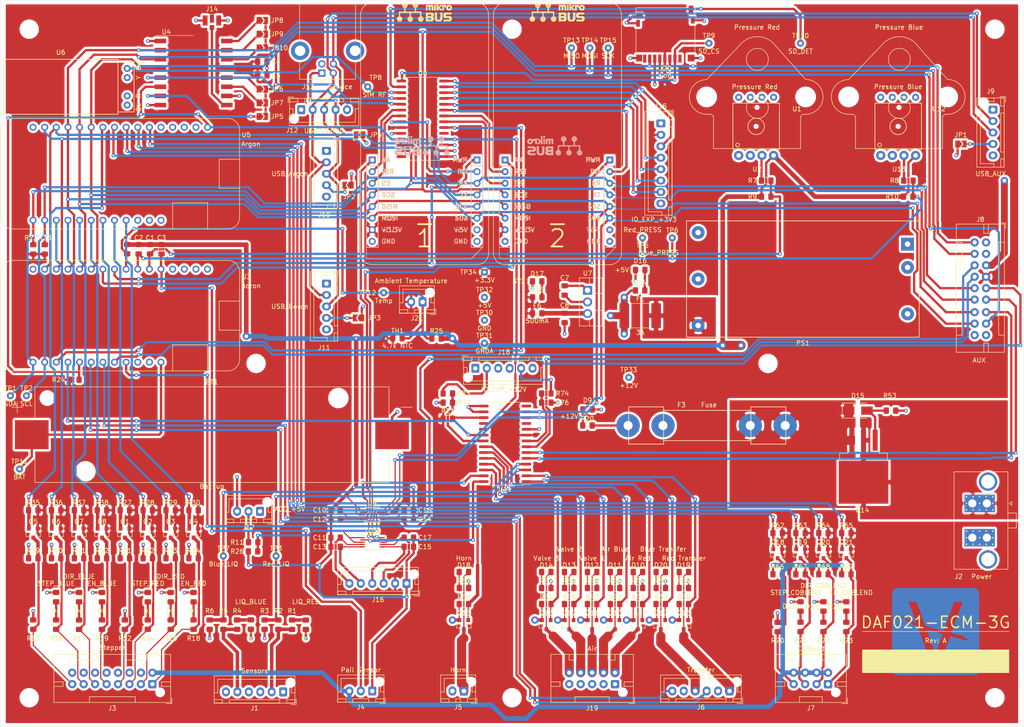
<source format=kicad_pcb>
(kicad_pcb (version 20171130) (host pcbnew "(5.1.0)-1")
  (layers (0 F.Cu signal) (1 In1.Cu power) (2 In2.Cu power) (31 B.Cu signal) (34 B.Paste user) (35 F.Paste user) (36 B.SilkS user) (37 F.SilkS user) (38 B.Mask user) (39 F.Mask user) (44 Edge.Cuts user))
  (net 0 "")
  (net 1 Red_EN)
  (net 2 Red_DIR)
  (net 3 Red_STEP)
  (net 4 Red_STATUS)
  (net 5 Blue_EN)
  (net 6 Blue_DIR)
  (net 7 Blue_STEP)
  (net 8 Blue_STATUS)
  (net 9 Transfer_Red_Reserved)
  (net 10 Transfer_Blue_Reserved)
  (net 11 AUX_AN)
  (net 12 AUS_RST)
  (net 13 AUX_CS)
  (net 14 AUX_PWM)
  (net 15 AUX_INT)
  (net 16 AUX_RX)
  (net 17 AUX_TX)
  (net 18 "Net-(U1-Pad8)")
  (net 19 "Net-(U1-Pad7)")
  (net 20 "Net-(U1-Pad6)")
  (net 21 "Net-(U1-Pad5)")
  (net 22 "Net-(U1-Pad1)")
  (net 23 "Net-(U2-Pad1)")
  (net 24 +3V3)
  (net 25 "Net-(D1-Pad2)")
  (net 26 "Net-(D2-Pad2)")
  (net 27 "Net-(D3-Pad2)")
  (net 28 Air_Red_GND)
  (net 29 "Net-(D4-Pad2)")
  (net 30 "Net-(D5-Pad2)")
  (net 31 "Net-(D6-Pad2)")
  (net 32 Air_Blue_GND)
  (net 33 "Net-(D7-Pad2)")
  (net 34 "Net-(D8-Pad2)")
  (net 35 "Net-(D9-Pad2)")
  (net 36 "Net-(D10-Pad2)")
  (net 37 "Net-(D11-Pad2)")
  (net 38 Transfer_Blue_GND)
  (net 39 Transfer_Red_GND)
  (net 40 "/USB(+)")
  (net 41 "/USB(-)")
  (net 42 "Net-(J12-Pad4)")
  (net 43 "Net-(J14-Pad1)")
  (net 44 "Net-(J15-Pad6)")
  (net 45 "Net-(J15-Pad5)")
  (net 46 "Net-(J15-Pad4)")
  (net 47 "Net-(J15-Pad3)")
  (net 48 SDA)
  (net 49 SCL)
  (net 50 "Net-(J9-Pad4)")
  (net 51 "Net-(J10-Pad4)")
  (net 52 "Net-(J11-Pad4)")
  (net 53 "Net-(JP5-Pad1)")
  (net 54 RADIO_INT)
  (net 55 "Net-(JP6-Pad1)")
  (net 56 "Net-(JP7-Pad1)")
  (net 57 "Net-(JP8-Pad1)")
  (net 58 "Net-(JP9-Pad1)")
  (net 59 "Net-(JP10-Pad1)")
  (net 60 Air_Red_EN)
  (net 61 Red_STATUS_LV)
  (net 62 Red_STEP_LV)
  (net 63 Red_DIR_LV)
  (net 64 Red_EN_LV)
  (net 65 Blue_STATUS_LV)
  (net 66 Blue_STEP_LV)
  (net 67 Blue_DIR_LV)
  (net 68 Blue_EN_LV)
  (net 69 I2C_RESET)
  (net 70 MISO)
  (net 71 MOSI)
  (net 72 SCK)
  (net 73 USER_REMOTE)
  (net 74 IO_INT)
  (net 75 IO_2_INT)
  (net 76 ADC_1_RDY)
  (net 77 ADC_2_RDY)
  (net 78 "Net-(U3-Pad27)")
  (net 79 "Net-(U3-Pad16)")
  (net 80 "Net-(U3-Pad3)")
  (net 81 "Net-(U3-Pad1)")
  (net 82 "Net-(U5-Pad28)")
  (net 83 "Net-(U5-Pad16)")
  (net 84 "Net-(U5-Pad5)")
  (net 85 "Net-(U5-Pad3)")
  (net 86 "Net-(U1-Pad~)")
  (net 87 "Net-(U2-Pad~)")
  (net 88 "Net-(J9-Pad5)")
  (net 89 "Net-(J10-Pad5)")
  (net 90 "Net-(J11-Pad5)")
  (net 91 "Net-(J12-Pad5)")
  (net 92 GND)
  (net 93 Liquid_Sensor_Red)
  (net 94 Liquid_Sensor_Blue)
  (net 95 "Net-(D12-Pad2)")
  (net 96 Valve_1_GND)
  (net 97 "Net-(D13-Pad2)")
  (net 98 Valve_2_GND)
  (net 99 "Net-(D14-Pad2)")
  (net 100 Valve_3_GND)
  (net 101 +12V)
  (net 102 Air_Blue_EN)
  (net 103 Valve_1_EN)
  (net 104 Valve_3_EN)
  (net 105 "Net-(J1-Pad5)")
  (net 106 "Net-(J1-Pad2)")
  (net 107 "Net-(R21-Pad2)")
  (net 108 "Net-(U8-Pad19)")
  (net 109 "Net-(U8-Pad14)")
  (net 110 "Net-(U8-Pad11)")
  (net 111 GNDA)
  (net 112 Pail_Sensor)
  (net 113 +5V)
  (net 114 /Power/VIN_PROTECT)
  (net 115 "Net-(C8-Pad1)")
  (net 116 /Power/VIN)
  (net 117 "Net-(D16-Pad2)")
  (net 118 "Net-(D17-Pad2)")
  (net 119 "Net-(D18-Pad2)")
  (net 120 "Net-(D18-Pad1)")
  (net 121 "Net-(F1-Pad2)")
  (net 122 "Net-(PS1-Pad3)")
  (net 123 "Net-(PS1-Pad6)")
  (net 124 Horn_EN)
  (net 125 Valve_2_EN)
  (net 126 "Net-(D19-Pad2)")
  (net 127 "Net-(D20-Pad2)")
  (net 128 Transfer_Red_EN)
  (net 129 Transfer_Blue_EN)
  (net 130 "Net-(D21-Pad2)")
  (net 131 "Net-(D22-Pad2)")
  (net 132 "Net-(D23-Pad2)")
  (net 133 CoBlend_EN)
  (net 134 CoBlend_DIR)
  (net 135 CoBlend_STATUS_LV)
  (net 136 CoBlend_STEP_LV)
  (net 137 CoBlend_DIR_LV)
  (net 138 CoBlend_STEP)
  (net 139 CoBlend_STATUS)
  (net 140 CoBlend_EN_LV)
  (net 141 Pressure_Red)
  (net 142 Pressure_Blue)
  (net 143 "Net-(J15-Pad8)")
  (net 144 "Net-(J15-Pad7)")
  (net 145 "Net-(U5-Pad27)")
  (net 146 "Net-(U11-Pad19)")
  (net 147 "Net-(U11-Pad14)")
  (net 148 "Net-(U11-Pad11)")
  (net 149 Ambient_Temperature)
  (net 150 SD_DET)
  (net 151 "Net-(J20-Pad1)")
  (net 152 "Net-(J20-Pad8)")
  (net 153 RADIO_CS)
  (net 154 SD_CS)
  (net 155 "Net-(R7-Pad2)")
  (net 156 "Net-(R8-Pad2)")
  (net 157 "Net-(U12-Pad~)")
  (net 158 "Net-(U12-Pad8)")
  (net 159 "Net-(U12-Pad7)")
  (net 160 "Net-(U12-Pad6)")
  (net 161 "Net-(U12-Pad5)")
  (net 162 "Net-(U12-Pad1)")
  (net 163 "Net-(U13-Pad1)")
  (net 164 "Net-(U13-Pad~)")
  (net 165 "Net-(BT1-Pad1)")
  (net 166 "Net-(U3-Pad2)")
  (net 167 "Net-(U5-Pad2)")
  (net 168 mikroBUS_1_AN)
  (net 169 mikroBUS_1_RST)
  (net 170 mikroBUS_1_CS)
  (net 171 mikroBUS_1_INT)
  (net 172 mikroBUS_1_PWM)
  (net 173 mikroBUS_2_AN)
  (net 174 mikroBUS_2_RST)
  (net 175 mikroBUS_2_CS)
  (net 176 mikroBUS_2_INT)
  (net 177 mikroBUS_2_PWM)
  (net 178 "Net-(C11-Pad2)")
  (net 179 "Net-(C13-Pad2)")
  (net 180 "Net-(C15-Pad2)")
  (net 181 "Net-(C16-Pad2)")
  (net 182 "Net-(C17-Pad2)")
  (net 183 "Net-(J17-Pad2)")
  (net 184 "Net-(J18-Pad5)")
  (net 185 "Net-(J18-Pad2)")
  (net 186 "Net-(R74-Pad2)")
  (net 187 "Net-(R75-Pad2)")
  (net 188 "Net-(D15-Pad2)")
  (module VDW-Logos:Logo_VDW_0.75in_19mm (layer B.Cu) (at 316 190 180)
    (fp_text reference G*** hide)
    (fp_text value Logo_VDW_0.75in_19mm hide)
    (fp_poly (pts (xy 8.845308 9.386226) (xy 9.079821 9.232546) (xy 9.282572 9.026844) (xy 9.423469 8.808065) (xy 9.515689 8.621848) (xy 9.515689 -8.659091) (xy 9.423469 -8.845308) (xy 9.269789 -9.079821) (xy 9.064087 -9.282572) (xy 8.845308 -9.423469) (xy 8.659091 -9.515689) (xy 0.074487 -9.523387) (xy -0.875274 -9.524204) (xy -1.753385 -9.524874) (xy -2.562683 -9.525381) (xy -3.306005 -9.525709) (xy -3.986186 -9.52584) (xy -4.606065 -9.525758) (xy -5.168477 -9.525447) (xy -5.67626 -9.52489) (xy -6.132249 -9.524071) (xy -6.539283 -9.522973) (xy -6.900197 -9.521579) (xy -7.217828 -9.519874) (xy -7.495013 -9.517839) (xy -7.734589 -9.51546) (xy -7.939393 -9.512719) (xy -8.11226 -9.5096) (xy -8.256029 -9.506086) (xy -8.373535 -9.502161) (xy -8.467616 -9.497808) (xy -8.541107 -9.493011) (xy -8.596847 -9.487753) (xy -8.637671 -9.482017) (xy -8.666416 -9.475787) (xy -8.677512 -9.472354) (xy -8.949497 -9.339519) (xy -9.173871 -9.15098) (xy -9.345257 -8.912232) (xy -9.438894 -8.694077) (xy -9.445492 -8.669021) (xy -9.451576 -8.634243) (xy -9.457162 -8.586887) (xy -9.462267 -8.524098) (xy -9.466906 -8.443021) (xy -9.471096 -8.340802) (xy -9.474852 -8.214586) (xy -9.478192 -8.061518) (xy -9.481131 -7.878744) (xy -9.483686 -7.663407) (xy -9.485872 -7.412655) (xy -9.487706 -7.123631) (xy -9.489204 -6.793481) (xy -9.490383 -6.41935) (xy -9.491258 -5.998384) (xy -9.491845 -5.527727) (xy -9.492161 -5.004525) (xy -9.492222 -4.425923) (xy -9.492045 -3.789066) (xy -9.491645 -3.091099) (xy -9.491038 -2.329168) (xy -9.490789 -2.069311) (xy -7.365684 -2.069311) (xy -7.32602 -2.065341) (xy -7.221922 -2.044984) (xy -7.061164 -2.01013) (xy -6.851521 -1.96267) (xy -6.600768 -1.904497) (xy -6.316678 -1.837502) (xy -6.007027 -1.763575) (xy -5.67959 -1.684609) (xy -5.342141 -1.602495) (xy -5.002454 -1.519124) (xy -4.668304 -1.436388) (xy -4.347467 -1.356177) (xy -4.047716 -1.280385) (xy -3.776826 -1.210901) (xy -3.542571 -1.149617) (xy -3.352728 -1.098425) (xy -3.22119 -1.061041) (xy -3.205963 -1.061073) (xy -3.188435 -1.072855) (xy -3.166852 -1.100845) (xy -3.139458 -1.149501) (xy -3.104498 -1.223283) (xy -3.060215 -1.326649) (xy -3.004854 -1.464058) (xy -2.936659 -1.639969) (xy -2.853875 -1.85884) (xy -2.754746 -2.125131) (xy -2.637517 -2.4433) (xy -2.500432 -2.817806) (xy -2.341734 -3.253108) (xy -2.159669 -3.753665) (xy -2.143984 -3.796823) (xy -1.141628 -6.554839) (xy 1.178266 -6.554839) (xy 2.574688 -2.715414) (xy 3.971109 1.124011) (xy 4.303956 1.263992) (xy 4.597199 1.393775) (xy 4.912742 1.544519) (xy 5.228048 1.704741) (xy 5.520585 1.862961) (xy 5.767817 2.007697) (xy 5.786562 2.019349) (xy 6.009696 2.164969) (xy 6.252122 2.333613) (xy 6.499744 2.514544) (xy 6.738463 2.697024) (xy 6.954181 2.870316) (xy 7.132801 3.023682) (xy 7.243842 3.129241) (xy 7.467302 3.358705) (xy 6.294135 2.77285) (xy 5.945287 2.601102) (xy 5.610566 2.441022) (xy 5.297151 2.295731) (xy 5.012221 2.168353) (xy 4.762955 2.062011) (xy 4.55653 1.979826) (xy 4.400127 1.924923) (xy 4.300923 1.900423) (xy 4.286238 1.899414) (xy 4.293267 1.933402) (xy 4.323887 2.031455) (xy 4.376046 2.187705) (xy 4.44769 2.396284) (xy 4.536766 2.651323) (xy 4.64122 2.946954) (xy 4.759 3.277309) (xy 4.888053 3.63652) (xy 5.026325 4.018718) (xy 5.064833 4.124707) (xy 5.206753 4.515154) (xy 5.341576 4.886418) (xy 5.467067 5.232322) (xy 5.580991 5.54669) (xy 5.681113 5.823344) (xy 5.765199 6.056107) (xy 5.831012 6.238804) (xy 5.876318 6.365258) (xy 5.898883 6.42929) (xy 5.900601 6.434478) (xy 5.927152 6.518956) (xy 4.155974 6.498974) (xy 3.227445 3.891936) (xy 3.077434 3.470876) (xy 2.934763 3.070667) (xy 2.801389 2.696782) (xy 2.679268 2.354696) (xy 2.570357 2.049881) (xy 2.476614 1.787811) (xy 2.399994 1.573959) (xy 2.342454 1.413799) (xy 2.305951 1.312803) (xy 2.292442 1.276447) (xy 2.292428 1.276426) (xy 2.255589 1.263007) (xy 2.155725 1.231026) (xy 2.001247 1.18301) (xy 1.800568 1.121488) (xy 1.5621 1.048991) (xy 1.294256 0.968048) (xy 1.005447 0.881187) (xy 0.704087 0.790939) (xy 0.398588 0.699831) (xy 0.097361 0.610395) (xy -0.191181 0.525158) (xy -0.458626 0.44665) (xy -0.696561 0.377401) (xy -0.726246 0.368817) (xy -0.974762 0.296964) (xy -1.201547 0.231276) (xy -1.396141 0.174793) (xy -1.54808 0.130556) (xy -1.646901 0.101603) (xy -1.680104 0.091673) (xy -1.694185 0.09853) (xy -1.71518 0.12864) (xy -1.744524 0.185807) (xy -1.783653 0.273835) (xy -1.834001 0.396528) (xy -1.897003 0.557689) (xy -1.974095 0.761124) (xy -2.066712 1.010635) (xy -2.176289 1.310026) (xy -2.304261 1.663102) (xy -2.452063 2.073666) (xy -2.621131 2.545522) (xy -2.812899 3.082475) (xy -2.88874 3.295169) (xy -4.037361 6.517595) (xy -5.889477 6.517595) (xy -5.863386 6.433798) (xy -5.847111 6.387366) (xy -5.807131 6.275934) (xy -5.745255 6.104482) (xy -5.663291 5.877992) (xy -5.563046 5.601443) (xy -5.446328 5.279818) (xy -5.314944 4.918097) (xy -5.170704 4.521262) (xy -5.015414 4.094292) (xy -4.850882 3.642169) (xy -4.678917 3.169875) (xy -4.631844 3.040635) (xy -4.458714 2.564873) (xy -4.293025 2.108666) (xy -4.13654 1.676913) (xy -3.991021 1.274518) (xy -3.858229 0.906382) (xy -3.739927 0.577406) (xy -3.637876 0.292493) (xy -3.553837 0.056543) (xy -3.489574 -0.12554) (xy -3.446847 -0.248856) (xy -3.427418 -0.308503) (xy -3.426393 -0.313155) (xy -3.461371 -0.336691) (xy -3.560232 -0.372764) (xy -3.713867 -0.419062) (xy -3.91317 -0.473271) (xy -4.14903 -0.533079) (xy -4.41234 -0.596173) (xy -4.693992 -0.660239) (xy -4.984878 -0.722966) (xy -5.262647 -0.779438) (xy -5.797187 -0.884603) (xy -6.58681 -1.471582) (xy -6.796597 -1.628209) (xy -6.984619 -1.76989) (xy -7.143202 -1.890735) (xy -7.264673 -1.984858) (xy -7.341359 -2.046367) (xy -7.365684 -2.069311) (xy -9.490789 -2.069311) (xy -9.490241 -1.500417) (xy -9.48927 -0.601993) (xy -9.488512 0.055865) (xy -9.478446 8.621848) (xy -9.386226 8.808065) (xy -9.232546 9.042577) (xy -9.026844 9.245328) (xy -8.808065 9.386226) (xy -8.621848 9.478446) (xy 8.659091 9.478446) (xy 8.845308 9.386226)) (layer B.Cu) (width 0.01))
    (fp_poly (pts (xy 1.960094 0.389308) (xy 1.927378 0.289697) (xy 1.874232 0.133192) (xy 1.802998 -0.073594) (xy 1.71602 -0.324044) (xy 1.615638 -0.611543) (xy 1.504196 -0.929476) (xy 1.384035 -1.271228) (xy 1.257498 -1.630184) (xy 1.126927 -1.999728) (xy 0.994664 -2.373246) (xy 0.863052 -2.744122) (xy 0.734433 -3.105741) (xy 0.611149 -3.451487) (xy 0.495543 -3.774746) (xy 0.389955 -4.068903) (xy 0.29673 -4.327342) (xy 0.218209 -4.543447) (xy 0.156735 -4.710605) (xy 0.114649 -4.822199) (xy 0.094968 -4.870306) (xy 0.083917 -4.880942) (xy 0.068121 -4.872261) (xy 0.045737 -4.839554) (xy 0.014925 -4.778111) (xy -0.026159 -4.683222) (xy -0.079357 -4.550178) (xy -0.146511 -4.374269) (xy -0.229464 -4.150787) (xy -0.330057 -3.87502) (xy -0.450133 -3.542261) (xy -0.591534 -3.147799) (xy -0.724885 -2.774441) (xy -0.879771 -2.338274) (xy -1.01976 -1.939959) (xy -1.143441 -1.583696) (xy -1.249399 -1.273687) (xy -1.336225 -1.014134) (xy -1.402506 -0.809238) (xy -1.446829 -0.663202) (xy -1.467784 -0.580226) (xy -1.468329 -0.562201) (xy -1.426831 -0.545843) (xy -1.322811 -0.51209) (xy -1.164757 -0.463378) (xy -0.961154 -0.402145) (xy -0.720489 -0.33083) (xy -0.45125 -0.251869) (xy -0.161921 -0.1677) (xy 0.139009 -0.080762) (xy 0.443054 0.00651) (xy 0.741729 0.091676) (xy 1.026546 0.172299) (xy 1.289018 0.245943) (xy 1.52066 0.310168) (xy 1.712984 0.362538) (xy 1.857504 0.400614) (xy 1.945734 0.42196) (xy 1.970038 0.425409) (xy 1.960094 0.389308)) (layer B.Cu) (width 0.01))
  )
  (module Resistor_SMD:R_0805_2012Metric_Pad1.15x1.40mm_HandSolder (layer F.Cu) (at 209.5 140 180)
    (fp_text reference R77 (at -3.5 0 180) (layer F.SilkS))
    (fp_text value 1.5K)
    (pad 2 smd roundrect (at 1.025 0 180) (size 1.15 1.4) (layers F.Cu F.Paste F.Mask) (roundrect_rratio 0.217391) (net 92 GND))
    (pad 1 smd roundrect (at -1.025 0 180) (size 1.15 1.4) (layers F.Cu F.Paste F.Mask) (roundrect_rratio 0.217391) (net 187 "Net-(R75-Pad2)"))
  )
  (module Resistor_SMD:R_0805_2012Metric_Pad1.15x1.40mm_HandSolder (layer F.Cu) (at 231 140)
    (fp_text reference R76 (at 3.5 0) (layer F.SilkS))
    (fp_text value 1.5K)
    (pad 2 smd roundrect (at 1.025 0) (size 1.15 1.4) (layers F.Cu F.Paste F.Mask) (roundrect_rratio 0.217391) (net 92 GND))
    (pad 1 smd roundrect (at -1.025 0) (size 1.15 1.4) (layers F.Cu F.Paste F.Mask) (roundrect_rratio 0.217391) (net 186 "Net-(R74-Pad2)"))
  )
  (module Resistor_SMD:R_0805_2012Metric_Pad1.15x1.40mm_HandSolder (layer F.Cu) (at 209.5 138)
    (fp_text reference R75 (at 3.5 0 180) (layer F.SilkS))
    (fp_text value 10K)
    (pad 2 smd roundrect (at 1.025 0) (size 1.15 1.4) (layers F.Cu F.Paste F.Mask) (roundrect_rratio 0.217391) (net 187 "Net-(R75-Pad2)"))
    (pad 1 smd roundrect (at -1.025 0) (size 1.15 1.4) (layers F.Cu F.Paste F.Mask) (roundrect_rratio 0.217391) (net 185 "Net-(J18-Pad2)"))
  )
  (module Resistor_SMD:R_0805_2012Metric_Pad1.15x1.40mm_HandSolder (layer F.Cu) (at 231 138 180)
    (fp_text reference R74 (at -3.5 0 180) (layer F.SilkS))
    (fp_text value 10K)
    (pad 2 smd roundrect (at 1.025 0 180) (size 1.15 1.4) (layers F.Cu F.Paste F.Mask) (roundrect_rratio 0.217391) (net 186 "Net-(R74-Pad2)"))
    (pad 1 smd roundrect (at -1.025 0 180) (size 1.15 1.4) (layers F.Cu F.Paste F.Mask) (roundrect_rratio 0.217391) (net 184 "Net-(J18-Pad5)"))
  )
  (module Resistor_SMD:R_0805_2012Metric_Pad1.15x1.40mm_HandSolder (layer F.Cu) (at 166.975 172.5 180)
    (fp_text reference R26 (at 3.475 0 180) (layer F.SilkS))
    (fp_text value "4.7k 0.5%")
    (pad 2 smd roundrect (at 1.025 0 180) (size 1.15 1.4) (layers F.Cu F.Paste F.Mask) (roundrect_rratio 0.217391) (net 111 GNDA))
    (pad 1 smd roundrect (at -1.025 0 180) (size 1.15 1.4) (layers F.Cu F.Paste F.Mask) (roundrect_rratio 0.217391) (net 181 "Net-(C16-Pad2)"))
  )
  (module Resistor_SMD:R_0805_2012Metric_Pad1.15x1.40mm_HandSolder (layer F.Cu) (at 167 170.5 180)
    (fp_text reference R11 (at 3.5 0 180) (layer F.SilkS))
    (fp_text value "2.2k 0.5%")
    (pad 2 smd roundrect (at 1.025 0 180) (size 1.15 1.4) (layers F.Cu F.Paste F.Mask) (roundrect_rratio 0.217391) (net 183 "Net-(J17-Pad2)"))
    (pad 1 smd roundrect (at -1.025 0 180) (size 1.15 1.4) (layers F.Cu F.Paste F.Mask) (roundrect_rratio 0.217391) (net 181 "Net-(C16-Pad2)"))
  )
  (module Connector_JST:JST_XH_B6B-XH-AM_1x06_P2.50mm_Vertical (layer F.Cu) (at 215.5 132.5)
    (fp_text reference J18 (at 6.25 -3.55) (layer F.SilkS))
    (fp_text value IO_EXP_+12V (at 6.25 4.6) (layer F.SilkS))
    (pad "" np_thru_hole circle (at -1.6 2) (size 1.2 1.2) (drill 1.2) (layers *.Cu *.Mask))
    (pad 6 thru_hole oval (at 12.5 0) (size 1.7 1.95) (drill 0.95) (layers *.Cu *.Mask) (net 101 +12V))
    (pad 5 thru_hole oval (at 10 0) (size 1.7 1.95) (drill 0.95) (layers *.Cu *.Mask) (net 184 "Net-(J18-Pad5)"))
    (pad 4 thru_hole oval (at 7.5 0) (size 1.7 1.95) (drill 0.95) (layers *.Cu *.Mask) (net 92 GND))
    (pad 3 thru_hole oval (at 5 0) (size 1.7 1.95) (drill 0.95) (layers *.Cu *.Mask) (net 101 +12V))
    (pad 2 thru_hole oval (at 2.5 0) (size 1.7 1.95) (drill 0.95) (layers *.Cu *.Mask) (net 185 "Net-(J18-Pad2)"))
    (pad 1 thru_hole roundrect (at 0 0) (size 1.7 1.95) (drill 0.95) (layers *.Cu *.Mask) (roundrect_rratio 0.147059) (net 92 GND))
  )
  (module Connector_JST:JST_XH_B3B-XH-AM_1x03_P2.50mm_Vertical (layer F.Cu) (at 168.5 163.75 180)
    (fp_text reference J17 (at 2.5 -3.55 180) (layer F.SilkS))
    (fp_text value ADC_+5V (at -6.5 0.5 180) (layer F.SilkS))
    (pad "" np_thru_hole circle (at -1.6 2 180) (size 1.2 1.2) (drill 1.2) (layers *.Cu *.Mask))
    (pad 3 thru_hole oval (at 5 0 180) (size 1.7 1.95) (drill 0.95) (layers *.Cu *.Mask) (net 113 +5V))
    (pad 2 thru_hole oval (at 2.5 0 180) (size 1.7 1.95) (drill 0.95) (layers *.Cu *.Mask) (net 183 "Net-(J17-Pad2)"))
    (pad 1 thru_hole roundrect (at 0 0 180) (size 1.7 1.95) (drill 0.95) (layers *.Cu *.Mask) (roundrect_rratio 0.147059) (net 92 GND))
  )
  (module Connector_JST:JST_XH_B6B-XH-AM_1x06_P2.50mm_Vertical (layer F.Cu) (at 200.5 179.5 180)
    (fp_text reference J16 (at 6.25 -3.55 180) (layer F.SilkS))
    (fp_text value ADC_+3V3)
    (pad "" np_thru_hole circle (at -1.6 2 180) (size 1.2 1.2) (drill 1.2) (layers *.Cu *.Mask))
    (pad 6 thru_hole oval (at 12.5 0 180) (size 1.7 1.95) (drill 0.95) (layers *.Cu *.Mask) (net 178 "Net-(C11-Pad2)"))
    (pad 5 thru_hole oval (at 10 0 180) (size 1.7 1.95) (drill 0.95) (layers *.Cu *.Mask) (net 179 "Net-(C13-Pad2)"))
    (pad 4 thru_hole oval (at 7.5 0 180) (size 1.7 1.95) (drill 0.95) (layers *.Cu *.Mask) (net 180 "Net-(C15-Pad2)"))
    (pad 3 thru_hole oval (at 5 0 180) (size 1.7 1.95) (drill 0.95) (layers *.Cu *.Mask) (net 182 "Net-(C17-Pad2)"))
    (pad 2 thru_hole oval (at 2.5 0 180) (size 1.7 1.95) (drill 0.95) (layers *.Cu *.Mask) (net 24 +3V3))
    (pad 1 thru_hole roundrect (at 0 0 180) (size 1.7 1.95) (drill 0.95) (layers *.Cu *.Mask) (roundrect_rratio 0.147059) (net 111 GNDA))
  )
  (module TestPoint:TestPoint_THTPad_D1.5mm_Drill0.7mm (layer F.Cu) (at 217.5 111.5)
    (fp_text reference TP34 (at -3.5 0) (layer F.SilkS))
    (fp_text value +3.3V (at 0 1.75) (layer F.SilkS))
    (pad 1 thru_hole circle (at 0 0) (size 1.5 1.5) (drill 0.7) (layers *.Cu *.Mask) (net 24 +3V3))
  )
  (module TestPoint:TestPoint_THTPad_D1.5mm_Drill0.7mm (layer F.Cu) (at 249 134.5)
    (fp_text reference TP33 (at 0 -1.648) (layer F.SilkS))
    (fp_text value +12V (at 0 1.75) (layer F.SilkS))
    (pad 1 thru_hole circle (at 0 0) (size 1.5 1.5) (drill 0.7) (layers *.Cu *.Mask) (net 101 +12V))
  )
  (module TestPoint:TestPoint_THTPad_D1.5mm_Drill0.7mm (layer F.Cu) (at 217.5 117)
    (fp_text reference TP32 (at 0 -1.648) (layer F.SilkS))
    (fp_text value +5V (at 0 1.75) (layer F.SilkS))
    (pad 1 thru_hole circle (at 0 0) (size 1.5 1.5) (drill 0.7) (layers *.Cu *.Mask) (net 113 +5V))
  )
  (module TestPoint:TestPoint_THTPad_D1.5mm_Drill0.7mm (layer F.Cu) (at 217.5 127)
    (fp_text reference TP31 (at 0 -1.648) (layer F.SilkS))
    (fp_text value GNDA (at 0 1.75) (layer F.SilkS))
    (pad 1 thru_hole circle (at 0 0) (size 1.5 1.5) (drill 0.7) (layers *.Cu *.Mask) (net 111 GNDA))
  )
  (module TestPoint:TestPoint_THTPad_D1.5mm_Drill0.7mm (layer F.Cu) (at 217.5 122)
    (fp_text reference TP30 (at 0 -1.648) (layer F.SilkS))
    (fp_text value GND (at 0 1.75) (layer F.SilkS))
    (pad 1 thru_hole circle (at 0 0) (size 1.5 1.5) (drill 0.7) (layers *.Cu *.Mask) (net 92 GND))
  )
  (module TestPoint:TestPoint_THTPad_D1.5mm_Drill0.7mm (layer F.Cu) (at 244.5 62.5)
    (fp_text reference TP15 (at 0 -1.648) (layer F.SilkS))
    (fp_text value SCK (at 0 1.75) (layer F.SilkS))
    (pad 1 thru_hole circle (at 0 0) (size 1.5 1.5) (drill 0.7) (layers *.Cu *.Mask) (net 72 SCK))
  )
  (module TestPoint:TestPoint_THTPad_D1.5mm_Drill0.7mm (layer F.Cu) (at 240.5 62.5)
    (fp_text reference TP14 (at 0 -1.648) (layer F.SilkS))
    (fp_text value MOSI (at 0 1.75) (layer F.SilkS))
    (pad 1 thru_hole circle (at 0 0) (size 1.5 1.5) (drill 0.7) (layers *.Cu *.Mask) (net 71 MOSI))
  )
  (module TestPoint:TestPoint_THTPad_D1.5mm_Drill0.7mm (layer F.Cu) (at 236.5 62.5)
    (fp_text reference TP13 (at 0 -1.648) (layer F.SilkS))
    (fp_text value MISO (at 0 1.75) (layer F.SilkS))
    (pad 1 thru_hole circle (at 0 0) (size 1.5 1.5) (drill 0.7) (layers *.Cu *.Mask) (net 70 MISO))
  )
  (module TestPoint:TestPoint_THTPad_D1.5mm_Drill0.7mm (layer F.Cu) (at 195.5 116)
    (fp_text reference TP12 (at -3.5 0) (layer F.SilkS))
    (fp_text value Temp (at 0 1.75) (layer F.SilkS))
    (pad 1 thru_hole circle (at 0 0) (size 1.5 1.5) (drill 0.7) (layers *.Cu *.Mask) (net 149 Ambient_Temperature))
  )
  (module TestPoint:TestPoint_THTPad_D1.5mm_Drill0.7mm (layer F.Cu) (at 116 154.5)
    (fp_text reference TP11 (at 0 -1.648) (layer F.SilkS))
    (fp_text value BAT (at 0 1.75) (layer F.SilkS))
    (pad 1 thru_hole circle (at 0 0) (size 1.5 1.5) (drill 0.7) (layers *.Cu *.Mask) (net 165 "Net-(BT1-Pad1)"))
  )
  (module TestPoint:TestPoint_THTPad_D1.5mm_Drill0.7mm (layer F.Cu) (at 286.5 61.5)
    (fp_text reference TP10 (at 0 -1.648) (layer F.SilkS))
    (fp_text value SD_DET (at 0 1.75) (layer F.SilkS))
    (pad 1 thru_hole circle (at 0 0) (size 1.5 1.5) (drill 0.7) (layers *.Cu *.Mask) (net 150 SD_DET))
  )
  (module TestPoint:TestPoint_THTPad_D1.5mm_Drill0.7mm (layer F.Cu) (at 266.5 61.5)
    (fp_text reference TP9 (at 0 -1.648) (layer F.SilkS))
    (fp_text value SD_CS (at 0 1.75) (layer F.SilkS))
    (pad 1 thru_hole circle (at 0 0) (size 1.5 1.5) (drill 0.7) (layers *.Cu *.Mask) (net 154 SD_CS))
  )
  (module TestPoint:TestPoint_THTPad_D1.5mm_Drill0.7mm (layer F.Cu) (at 192 71)
    (fp_text reference TP8 (at 1.75 -2) (layer F.SilkS))
    (fp_text value "SIM RF" (at 1.5 1.75) (layer F.SilkS))
    (pad 1 thru_hole circle (at 0 0) (size 1.5 1.5) (drill 0.7) (layers *.Cu *.Mask) (net 73 USER_REMOTE))
  )
  (module TestPoint:TestPoint_THTPad_D1.5mm_Drill0.7mm (layer F.Cu) (at 160.5 173.5)
    (fp_text reference TP7 (at 0 -1.648) (layer F.SilkS))
    (fp_text value Blue_LIQ (at 0 1.75) (layer F.SilkS))
    (pad 1 thru_hole circle (at 0 0) (size 1.5 1.5) (drill 0.7) (layers *.Cu *.Mask) (net 94 Liquid_Sensor_Blue))
  )
  (module TestPoint:TestPoint_THTPad_D1.5mm_Drill0.7mm (layer F.Cu) (at 258.5 104)
    (fp_text reference TP6 (at 0 -1.648) (layer F.SilkS))
    (fp_text value Blue_PRESS (at -3 3.25) (layer F.SilkS))
    (pad 1 thru_hole circle (at 0 0) (size 1.5 1.5) (drill 0.7) (layers *.Cu *.Mask) (net 142 Pressure_Blue))
  )
  (module TestPoint:TestPoint_THTPad_D1.5mm_Drill0.7mm (layer F.Cu) (at 252 104 180)
    (fp_text reference TP5 (at 0 -1.648 180) (layer F.SilkS))
    (fp_text value Red_PRESS (at 0 1.75 180) (layer F.SilkS))
    (pad 1 thru_hole circle (at 0 0 180) (size 1.5 1.5) (drill 0.7) (layers *.Cu *.Mask) (net 141 Pressure_Red))
  )
  (module TestPoint:TestPoint_THTPad_D1.5mm_Drill0.7mm (layer F.Cu) (at 172 173.5)
    (fp_text reference TP3 (at 0 -1.648) (layer F.SilkS))
    (fp_text value Red_LIQ (at 0 1.75) (layer F.SilkS))
    (pad 1 thru_hole circle (at 0 0) (size 1.5 1.5) (drill 0.7) (layers *.Cu *.Mask) (net 93 Liquid_Sensor_Red))
  )
  (module VDW-Modules:HoneyWell_DIP_AN (layer F.Cu) (at 307.81 79.65)
    (fp_text reference U12 (at 8.89 -3.81) (layer F.SilkS))
    (fp_text value "Pressure Blue" (at 0 -8.65) (layer F.SilkS))
    (pad ~ smd circle (at 0 0) (size 0.1 0.1) (layers F.Cu Eco1.User) (net 157 "Net-(U12-Pad~)"))
    (pad 8 thru_hole circle (at -3.81 -6.35) (size 1.524 1.524) (drill 0.762) (layers *.Cu *.Mask) (net 158 "Net-(U12-Pad8)"))
    (pad 7 thru_hole circle (at -1.27 -6.35) (size 1.524 1.524) (drill 0.762) (layers *.Cu *.Mask) (net 159 "Net-(U12-Pad7)"))
    (pad 6 thru_hole circle (at 1.27 -6.35) (size 1.524 1.524) (drill 0.762) (layers *.Cu *.Mask) (net 160 "Net-(U12-Pad6)"))
    (pad 5 thru_hole circle (at 3.81 -6.35) (size 1.524 1.524) (drill 0.762) (layers *.Cu *.Mask) (net 161 "Net-(U12-Pad5)"))
    (pad 4 thru_hole circle (at 3.81 6.35) (size 1.524 1.524) (drill 0.762) (layers *.Cu *.Mask) (net 111 GNDA))
    (pad 3 thru_hole circle (at 1.27 6.35) (size 1.524 1.524) (drill 0.762) (layers *.Cu *.Mask) (net 156 "Net-(R8-Pad2)"))
    (pad 2 thru_hole circle (at -1.27 6.35) (size 1.524 1.524) (drill 0.762) (layers *.Cu *.Mask) (net 113 +5V))
    (pad 1 thru_hole rect (at -3.81 6.35) (size 1.524 1.524) (drill 0.762) (layers *.Cu *.Mask) (net 162 "Net-(U12-Pad1)"))
  )
  (module VDW-Modules:HoneyWell_DIP_AN (layer F.Cu) (at 276.81 79.65)
    (fp_text reference U1 (at 8.89 -3.81) (layer F.SilkS))
    (fp_text value "Pressure Red" (at -0.31 -8.65) (layer F.SilkS))
    (pad ~ smd circle (at 0 0) (size 0.1 0.1) (layers F.Cu Eco1.User) (net 86 "Net-(U1-Pad~)"))
    (pad 8 thru_hole circle (at -3.81 -6.35) (size 1.524 1.524) (drill 0.762) (layers *.Cu *.Mask) (net 18 "Net-(U1-Pad8)"))
    (pad 7 thru_hole circle (at -1.27 -6.35) (size 1.524 1.524) (drill 0.762) (layers *.Cu *.Mask) (net 19 "Net-(U1-Pad7)"))
    (pad 6 thru_hole circle (at 1.27 -6.35) (size 1.524 1.524) (drill 0.762) (layers *.Cu *.Mask) (net 20 "Net-(U1-Pad6)"))
    (pad 5 thru_hole circle (at 3.81 -6.35) (size 1.524 1.524) (drill 0.762) (layers *.Cu *.Mask) (net 21 "Net-(U1-Pad5)"))
    (pad 4 thru_hole circle (at 3.81 6.35) (size 1.524 1.524) (drill 0.762) (layers *.Cu *.Mask) (net 111 GNDA))
    (pad 3 thru_hole circle (at 1.27 6.35) (size 1.524 1.524) (drill 0.762) (layers *.Cu *.Mask) (net 155 "Net-(R7-Pad2)"))
    (pad 2 thru_hole circle (at -1.27 6.35) (size 1.524 1.524) (drill 0.762) (layers *.Cu *.Mask) (net 113 +5V))
    (pad 1 thru_hole rect (at -3.81 6.35) (size 1.524 1.524) (drill 0.762) (layers *.Cu *.Mask) (net 22 "Net-(U1-Pad1)"))
  )
  (module NetTie:NetTie-2_SMD_Pad2.0mm (layer F.Cu) (at 271.5 127.5 180)
    (fp_text reference NT1)
    (fp_text value Net-Tie_2)
    (fp_poly (pts (xy -2 -1) (xy 2 -1) (xy 2 1) (xy -2 1)) (layer F.Cu) (width 0))
    (pad 2 smd circle (at 2 0 180) (size 2 2) (layers F.Cu) (net 111 GNDA))
    (pad 1 smd circle (at -2 0 180) (size 2 2) (layers F.Cu) (net 92 GND))
  )
  (module VDW-Modules:AK-220V-119 (layer F.Cu) (at 125 71 90)
    (fp_text reference U6 (at 7.5 0) (layer F.SilkS))
    (fp_text value AK-220V-119)
    (fp_text user Bu (at 4.5 17 90) (layer F.SilkS))
    (fp_text user Y (at 2 17 90) (layer F.SilkS))
    (fp_text user R (at -2 17 90) (layer F.SilkS))
    (fp_text user Bk (at -4.5 17 90) (layer F.SilkS))
    (pad Bu thru_hole circle (at 4 14.5 90) (size 1.524 1.524) (drill 0.762) (layers *.Cu *.Mask) (net 73 USER_REMOTE))
    (pad Y thru_hole circle (at 2 14.5 90) (size 1.524 1.524) (drill 0.762) (layers *.Cu *.Mask) (net 92 GND))
    (pad R thru_hole circle (at -2 14.5 90) (size 1.524 1.524) (drill 0.762) (layers *.Cu *.Mask) (net 113 +5V))
    (pad Bk thru_hole circle (at -4 14.5 90) (size 1.524 1.524) (drill 0.762) (layers *.Cu *.Mask) (net 92 GND))
  )
  (module VDW-Particle:Argon_Boron_Xenon (layer F.Cu) (at 138 90 270)
    (fp_text reference U5 (at -8.5 -27.5) (layer F.SilkS))
    (fp_text value Argon (at -6.5 -28.5 180) (layer F.SilkS))
    (pad 28 thru_hole circle (at 10.16 -8.89 270) (size 1.524 1.524) (drill 0.889) (layers *.Cu *.Mask) (net 82 "Net-(U5-Pad28)"))
    (pad 27 thru_hole circle (at 10.16 -6.35 270) (size 1.524 1.524) (drill 0.889) (layers *.Cu *.Mask) (net 145 "Net-(U5-Pad27)"))
    (pad 26 thru_hole circle (at 10.16 -3.81 270) (size 1.524 1.524) (drill 0.889) (layers *.Cu *.Mask) (net 113 +5V))
    (pad 25 thru_hole circle (at 10.16 -1.27 270) (size 1.524 1.524) (drill 0.889) (layers *.Cu *.Mask) (net 64 Red_EN_LV))
    (pad 24 thru_hole circle (at 10.16 1.27 270) (size 1.524 1.524) (drill 0.889) (layers *.Cu *.Mask) (net 63 Red_DIR_LV))
    (pad 23 thru_hole circle (at 10.16 3.81 270) (size 1.524 1.524) (drill 0.889) (layers *.Cu *.Mask) (net 62 Red_STEP_LV))
    (pad 22 thru_hole circle (at 10.16 6.35 270) (size 1.524 1.524) (drill 0.889) (layers *.Cu *.Mask) (net 61 Red_STATUS_LV))
    (pad 21 thru_hole circle (at 10.16 8.89 270) (size 1.524 1.524) (drill 0.889) (layers *.Cu *.Mask) (net 68 Blue_EN_LV))
    (pad 20 thru_hole circle (at 10.16 11.43 270) (size 1.524 1.524) (drill 0.889) (layers *.Cu *.Mask) (net 67 Blue_DIR_LV))
    (pad 19 thru_hole circle (at 10.16 13.97 270) (size 1.524 1.524) (drill 0.889) (layers *.Cu *.Mask) (net 66 Blue_STEP_LV))
    (pad 18 thru_hole circle (at 10.16 16.51 270) (size 1.524 1.524) (drill 0.889) (layers *.Cu *.Mask) (net 49 SCL))
    (pad 17 thru_hole circle (at 10.16 19.05 270) (size 1.524 1.524) (drill 0.889) (layers *.Cu *.Mask) (net 48 SDA))
    (pad 16 thru_hole circle (at -10.16 19.05 270) (size 1.524 1.524) (drill 0.889) (layers *.Cu *.Mask) (net 83 "Net-(U5-Pad16)"))
    (pad 15 thru_hole circle (at -10.16 16.51 270) (size 1.524 1.524) (drill 0.889) (layers *.Cu *.Mask) (net 17 AUX_TX))
    (pad 14 thru_hole circle (at -10.16 13.97 270) (size 1.524 1.524) (drill 0.889) (layers *.Cu *.Mask) (net 16 AUX_RX))
    (pad 13 thru_hole circle (at -10.16 11.43 270) (size 1.524 1.524) (drill 0.889) (layers *.Cu *.Mask) (net 70 MISO))
    (pad 12 thru_hole circle (at -10.16 8.89 270) (size 1.524 1.524) (drill 0.889) (layers *.Cu *.Mask) (net 71 MOSI))
    (pad 11 thru_hole circle (at -10.16 6.35 270) (size 1.524 1.524) (drill 0.889) (layers *.Cu *.Mask) (net 72 SCK))
    (pad 10 thru_hole circle (at -10.16 3.81 270) (size 1.524 1.524) (drill 0.889) (layers *.Cu *.Mask) (net 65 Blue_STATUS_LV))
    (pad 9 thru_hole circle (at -10.16 1.27 270) (size 1.524 1.524) (drill 0.889) (layers *.Cu *.Mask) (net 135 CoBlend_STATUS_LV))
    (pad 8 thru_hole circle (at -10.16 -1.27 270) (size 1.524 1.524) (drill 0.889) (layers *.Cu *.Mask) (net 136 CoBlend_STEP_LV))
    (pad 7 thru_hole circle (at -10.16 -3.81 270) (size 1.524 1.524) (drill 0.889) (layers *.Cu *.Mask) (net 137 CoBlend_DIR_LV))
    (pad 6 thru_hole circle (at -10.16 -6.35 270) (size 1.524 1.524) (drill 0.889) (layers *.Cu *.Mask) (net 140 CoBlend_EN_LV))
    (pad 5 thru_hole circle (at -10.16 -8.89 270) (size 1.524 1.524) (drill 0.889) (layers *.Cu *.Mask) (net 84 "Net-(U5-Pad5)"))
    (pad 4 thru_hole circle (at -10.16 -11.43 270) (size 1.524 1.524) (drill 0.889) (layers *.Cu *.Mask) (net 92 GND))
    (pad 3 thru_hole circle (at -10.16 -13.97 270) (size 1.524 1.524) (drill 0.889) (layers *.Cu *.Mask) (net 85 "Net-(U5-Pad3)"))
    (pad 2 thru_hole circle (at -10.16 -16.51 270) (size 1.524 1.524) (drill 0.889) (layers *.Cu *.Mask) (net 167 "Net-(U5-Pad2)"))
    (pad 1 thru_hole circle (at -10.16 -19.05 270) (size 1.524 1.524) (drill 0.889) (layers *.Cu *.Mask) (net 69 I2C_RESET))
  )
  (module Connector_JST:JST_XH_B8B-XH-AM_1x08_P2.50mm_Vertical (layer F.Cu) (at 256 79 270)
    (fp_text reference J15 (at -3.75 0) (layer F.SilkS))
    (fp_text value IO_EXP_+3V3 (at 21 1.5) (layer F.SilkS))
    (pad "" np_thru_hole circle (at -1.6 2 270) (size 1.2 1.2) (drill 1.2) (layers *.Cu *.Mask))
    (pad 8 thru_hole oval (at 17.5 0 270) (size 1.7 1.95) (drill 0.95) (layers *.Cu *.Mask) (net 143 "Net-(J15-Pad8)"))
    (pad 7 thru_hole oval (at 15 0 270) (size 1.7 1.95) (drill 0.95) (layers *.Cu *.Mask) (net 144 "Net-(J15-Pad7)"))
    (pad 6 thru_hole oval (at 12.5 0 270) (size 1.7 1.95) (drill 0.95) (layers *.Cu *.Mask) (net 44 "Net-(J15-Pad6)"))
    (pad 5 thru_hole oval (at 10 0 270) (size 1.7 1.95) (drill 0.95) (layers *.Cu *.Mask) (net 45 "Net-(J15-Pad5)"))
    (pad 4 thru_hole oval (at 7.5 0 270) (size 1.7 1.95) (drill 0.95) (layers *.Cu *.Mask) (net 46 "Net-(J15-Pad4)"))
    (pad 3 thru_hole oval (at 5 0 270) (size 1.7 1.95) (drill 0.95) (layers *.Cu *.Mask) (net 47 "Net-(J15-Pad3)"))
    (pad 2 thru_hole oval (at 2.5 0 270) (size 1.7 1.95) (drill 0.95) (layers *.Cu *.Mask) (net 24 +3V3))
    (pad 1 thru_hole roundrect (at 0 0 270) (size 1.7 1.95) (drill 0.95) (layers *.Cu *.Mask) (roundrect_rratio 0.147059) (net 92 GND))
  )
  (module Capacitor_SMD:C_0805_2012Metric_Pad1.15x1.40mm_HandSolder (layer F.Cu) (at 201 169.5 180)
    (fp_text reference C17 (at -3.5 0) (layer F.SilkS))
    (fp_text value 0.1uF)
    (pad 2 smd roundrect (at 1.025 0 180) (size 1.15 1.4) (layers F.Cu F.Paste F.Mask) (roundrect_rratio 0.217391) (net 182 "Net-(C17-Pad2)"))
    (pad 1 smd roundrect (at -1.025 0 180) (size 1.15 1.4) (layers F.Cu F.Paste F.Mask) (roundrect_rratio 0.217391) (net 111 GNDA))
  )
  (module Capacitor_SMD:C_0805_2012Metric_Pad1.15x1.40mm_HandSolder (layer F.Cu) (at 201 163.5 180)
    (fp_text reference C16 (at -3.5 0 180) (layer F.SilkS))
    (fp_text value 0.1uF)
    (pad 2 smd roundrect (at 1.025 0 180) (size 1.15 1.4) (layers F.Cu F.Paste F.Mask) (roundrect_rratio 0.217391) (net 181 "Net-(C16-Pad2)"))
    (pad 1 smd roundrect (at -1.025 0 180) (size 1.15 1.4) (layers F.Cu F.Paste F.Mask) (roundrect_rratio 0.217391) (net 111 GNDA))
  )
  (module Capacitor_SMD:C_0805_2012Metric_Pad1.15x1.40mm_HandSolder (layer F.Cu) (at 201 171.5 180)
    (fp_text reference C15 (at -3.5 0) (layer F.SilkS))
    (fp_text value 0.1uF)
    (pad 2 smd roundrect (at 1.025 0 180) (size 1.15 1.4) (layers F.Cu F.Paste F.Mask) (roundrect_rratio 0.217391) (net 180 "Net-(C15-Pad2)"))
    (pad 1 smd roundrect (at -1.025 0 180) (size 1.15 1.4) (layers F.Cu F.Paste F.Mask) (roundrect_rratio 0.217391) (net 111 GNDA))
  )
  (module Capacitor_SMD:C_0805_2012Metric_Pad1.15x1.40mm_HandSolder (layer F.Cu) (at 201 165.5 180)
    (fp_text reference C14 (at -3.5 0 180) (layer F.SilkS))
    (fp_text value 0.1uF)
    (pad 2 smd roundrect (at 1.025 0 180) (size 1.15 1.4) (layers F.Cu F.Paste F.Mask) (roundrect_rratio 0.217391) (net 11 AUX_AN))
    (pad 1 smd roundrect (at -1.025 0 180) (size 1.15 1.4) (layers F.Cu F.Paste F.Mask) (roundrect_rratio 0.217391) (net 111 GNDA))
  )
  (module Capacitor_SMD:C_0805_2012Metric_Pad1.15x1.40mm_HandSolder (layer F.Cu) (at 185 171.5)
    (fp_text reference C13 (at -3.5 0) (layer F.SilkS))
    (fp_text value 0.1uF)
    (pad 2 smd roundrect (at 1.025 0) (size 1.15 1.4) (layers F.Cu F.Paste F.Mask) (roundrect_rratio 0.217391) (net 179 "Net-(C13-Pad2)"))
    (pad 1 smd roundrect (at -1.025 0) (size 1.15 1.4) (layers F.Cu F.Paste F.Mask) (roundrect_rratio 0.217391) (net 111 GNDA))
  )
  (module Capacitor_SMD:C_0805_2012Metric_Pad1.15x1.40mm_HandSolder (layer F.Cu) (at 185.025 165.5)
    (fp_text reference C12 (at -3.525 0) (layer F.SilkS))
    (fp_text value 0.1uF)
    (pad 2 smd roundrect (at 1.025 0) (size 1.15 1.4) (layers F.Cu F.Paste F.Mask) (roundrect_rratio 0.217391) (net 173 mikroBUS_2_AN))
    (pad 1 smd roundrect (at -1.025 0) (size 1.15 1.4) (layers F.Cu F.Paste F.Mask) (roundrect_rratio 0.217391) (net 111 GNDA))
  )
  (module Capacitor_SMD:C_0805_2012Metric_Pad1.15x1.40mm_HandSolder (layer F.Cu) (at 185 169.5)
    (fp_text reference C11 (at -3.5 0) (layer F.SilkS))
    (fp_text value 0.1uF)
    (pad 2 smd roundrect (at 1.025 0) (size 1.15 1.4) (layers F.Cu F.Paste F.Mask) (roundrect_rratio 0.217391) (net 178 "Net-(C11-Pad2)"))
    (pad 1 smd roundrect (at -1.025 0) (size 1.15 1.4) (layers F.Cu F.Paste F.Mask) (roundrect_rratio 0.217391) (net 111 GNDA))
  )
  (module Capacitor_SMD:C_0805_2012Metric_Pad1.15x1.40mm_HandSolder (layer F.Cu) (at 185 163.5)
    (fp_text reference C10 (at -3.5 0) (layer F.SilkS))
    (fp_text value 0.1uF)
    (pad 2 smd roundrect (at 1.025 0) (size 1.15 1.4) (layers F.Cu F.Paste F.Mask) (roundrect_rratio 0.217391) (net 168 mikroBUS_1_AN))
    (pad 1 smd roundrect (at -1.025 0) (size 1.15 1.4) (layers F.Cu F.Paste F.Mask) (roundrect_rratio 0.217391) (net 111 GNDA))
  )
  (module Socket_mikroBUS:mikroBUS_Standard_Large (layer F.Cu) (at 193 87)
    (fp_text reference ~1 (at 11.43 17.145) (layer F.SilkS) (effects (font (size 3.81 3.81) (thickness 0.381))))
    (fp_text value mikroBUS_Socket)
    (fp_text user AN (at 1.905 0) (layer F.SilkS) (effects (justify left)))
    (fp_text user RST (at 1.905 2.54) (layer F.SilkS) (effects (justify left)))
    (fp_text user CS (at 1.905 5.08) (layer F.SilkS) (effects (justify left)))
    (fp_text user SCK (at 1.905 7.62) (layer F.SilkS) (effects (justify left)))
    (fp_text user MISO (at 1.905 10.16) (layer F.SilkS) (effects (justify left)))
    (fp_text user MOSI (at 1.905 12.7) (layer F.SilkS) (effects (justify left)))
    (fp_text user +3.3V (at 1.905 15.24) (layer F.SilkS) (effects (justify left)))
    (fp_text user GND (at 1.905 17.78) (layer F.SilkS) (effects (justify left)))
    (fp_text user PWM (at 20.955 0) (layer F.SilkS) (effects (justify right)))
    (fp_text user INT (at 20.955 2.54) (layer F.SilkS) (effects (justify right)))
    (fp_text user RX (at 20.955 5.08) (layer F.SilkS) (effects (justify right)))
    (fp_text user TX (at 20.955 7.62) (layer F.SilkS) (effects (justify right)))
    (fp_text user SCL (at 20.955 10.16) (layer F.SilkS) (effects (justify right)))
    (fp_text user SDA (at 20.955 12.7) (layer F.SilkS) (effects (justify right)))
    (fp_text user +5V (at 20.955 15.24) (layer F.SilkS) (effects (justify right)))
    (fp_text user GND (at 20.955 17.78) (layer F.SilkS) (effects (justify right)))
    (fp_text user +5V (at 20.955 15.24 -180) (layer B.SilkS) (effects (justify left mirror)))
    (fp_text user GND (at 20.955 17.78 -180) (layer B.SilkS) (effects (justify left mirror)))
    (fp_text user AN (at 1.905 0 -180) (layer B.SilkS) (effects (justify right mirror)))
    (fp_text user RST (at 1.905 2.54 -180) (layer B.SilkS) (effects (justify right mirror)))
    (fp_text user CS (at 1.905 5.08 -180) (layer B.SilkS) (effects (justify right mirror)))
    (fp_text user +3.3V (at 1.905 15.24 -180) (layer B.SilkS) (effects (justify right mirror)))
    (fp_text user SCK (at 1.905 7.62 -180) (layer B.SilkS) (effects (justify right mirror)))
    (fp_text user MOSI (at 1.905 12.7 -180) (layer B.SilkS) (effects (justify right mirror)))
    (fp_text user MISO (at 1.905 10.16 -180) (layer B.SilkS) (effects (justify right mirror)))
    (fp_text user RX (at 20.955 5.08 -180) (layer B.SilkS) (effects (justify left mirror)))
    (fp_text user PWM (at 20.955 0 -180) (layer B.SilkS) (effects (justify left mirror)))
    (fp_text user GND (at 1.905 17.78 -180) (layer B.SilkS) (effects (justify right mirror)))
    (fp_text user INT (at 20.955 2.54 -180) (layer B.SilkS) (effects (justify left mirror)))
    (fp_text user SCL (at 20.955 10.16 -180) (layer B.SilkS) (effects (justify left mirror)))
    (fp_text user TX (at 20.955 7.62 -180) (layer B.SilkS) (effects (justify left mirror)))
    (fp_text user SDA (at 20.955 12.7 -180) (layer B.SilkS) (effects (justify left mirror)))
    (pad 1 thru_hole roundrect (at 0 0) (size 1.524 1.524) (drill 0.889) (layers *.Cu *.Mask) (roundrect_rratio 0.1) (net 168 mikroBUS_1_AN))
    (pad 2 thru_hole circle (at 0 2.54) (size 1.524 1.524) (drill 0.889) (layers *.Cu *.Mask) (net 169 mikroBUS_1_RST))
    (pad 3 thru_hole circle (at 0 5.08) (size 1.524 1.524) (drill 0.889) (layers *.Cu *.Mask) (net 170 mikroBUS_1_CS))
    (pad 4 thru_hole circle (at 0 7.62) (size 1.524 1.524) (drill 0.889) (layers *.Cu *.Mask) (net 72 SCK))
    (pad 5 thru_hole circle (at 0 10.16) (size 1.524 1.524) (drill 0.889) (layers *.Cu *.Mask) (net 70 MISO))
    (pad 6 thru_hole circle (at 0 12.7) (size 1.524 1.524) (drill 0.889) (layers *.Cu *.Mask) (net 71 MOSI))
    (pad 7 thru_hole circle (at 0 15.24) (size 1.524 1.524) (drill 0.889) (layers *.Cu *.Mask) (net 24 +3V3))
    (pad 8 thru_hole circle (at 0 17.78) (size 1.524 1.524) (drill 0.889) (layers *.Cu *.Mask) (net 92 GND))
    (pad 9 thru_hole roundrect (at 22.86 0) (size 1.524 1.524) (drill 0.889) (layers *.Cu *.Mask) (roundrect_rratio 0.1) (net 172 mikroBUS_1_PWM))
    (pad 10 thru_hole circle (at 22.86 2.54) (size 1.524 1.524) (drill 0.889) (layers *.Cu *.Mask) (net 171 mikroBUS_1_INT))
    (pad 11 thru_hole circle (at 22.86 5.08) (size 1.524 1.524) (drill 0.889) (layers *.Cu *.Mask) (net 16 AUX_RX))
    (pad 12 thru_hole circle (at 22.86 7.62) (size 1.524 1.524) (drill 0.889) (layers *.Cu *.Mask) (net 17 AUX_TX))
    (pad 13 thru_hole circle (at 22.86 10.16) (size 1.524 1.524) (drill 0.889) (layers *.Cu *.Mask) (net 49 SCL))
    (pad 14 thru_hole circle (at 22.86 12.7) (size 1.524 1.524) (drill 0.889) (layers *.Cu *.Mask) (net 48 SDA))
    (pad 15 thru_hole circle (at 22.86 15.24) (size 1.524 1.524) (drill 0.889) (layers *.Cu *.Mask) (net 113 +5V))
    (pad 16 thru_hole circle (at 22.86 17.78) (size 1.524 1.524) (drill 0.889) (layers *.Cu *.Mask) (net 92 GND))
  )
  (module Connector_USB:USB_B_Molex_67068-8000_Horizontal (layer F.Cu) (at 182 68 90)
    (fp_text reference J13 (at -3 -3 180) (layer F.SilkS))
    (fp_text value Service (at -3 4 180) (layer F.SilkS))
    (pad 5 thru_hole circle (at 4.86 -4.75 180) (size 4 4) (drill 2.3) (layers *.Cu *.Mask) (net 92 GND))
    (pad 5 thru_hole circle (at 4.86 7.25 180) (size 4 4) (drill 2.3) (layers *.Cu *.Mask) (net 92 GND))
    (pad 4 thru_hole circle (at 2 0 180) (size 1.6 1.6) (drill 0.95) (layers *.Cu *.Mask) (net 92 GND))
    (pad 3 thru_hole circle (at 2 2.5 180) (size 1.6 1.6) (drill 0.95) (layers *.Cu *.Mask) (net 40 "/USB(+)"))
    (pad 2 thru_hole circle (at 0 2.5 180) (size 1.6 1.6) (drill 0.95) (layers *.Cu *.Mask) (net 41 "/USB(-)"))
    (pad 1 thru_hole rect (at 0 0 180) (size 1.6 1.6) (drill 0.95) (layers *.Cu *.Mask) (net 42 "Net-(J12-Pad4)"))
  )
  (module VDW-Particle:Argon_Boron_Xenon (layer F.Cu) (at 138 121 270)
    (fp_text reference U3 (at -8.5 -27.5) (layer F.SilkS))
    (fp_text value Boron (at -6.5 -28.5) (layer F.SilkS))
    (pad 28 thru_hole circle (at 10.16 -8.89 270) (size 1.524 1.524) (drill 0.889) (layers *.Cu *.Mask) (net 165 "Net-(BT1-Pad1)"))
    (pad 27 thru_hole circle (at 10.16 -6.35 270) (size 1.524 1.524) (drill 0.889) (layers *.Cu *.Mask) (net 78 "Net-(U3-Pad27)"))
    (pad 26 thru_hole circle (at 10.16 -3.81 270) (size 1.524 1.524) (drill 0.889) (layers *.Cu *.Mask) (net 113 +5V))
    (pad 25 thru_hole circle (at 10.16 -1.27 270) (size 1.524 1.524) (drill 0.889) (layers *.Cu *.Mask) (net 124 Horn_EN))
    (pad 24 thru_hole circle (at 10.16 1.27 270) (size 1.524 1.524) (drill 0.889) (layers *.Cu *.Mask) (net 14 AUX_PWM))
    (pad 23 thru_hole circle (at 10.16 3.81 270) (size 1.524 1.524) (drill 0.889) (layers *.Cu *.Mask) (net 9 Transfer_Red_Reserved))
    (pad 22 thru_hole circle (at 10.16 6.35 270) (size 1.524 1.524) (drill 0.889) (layers *.Cu *.Mask) (net 10 Transfer_Blue_Reserved))
    (pad 21 thru_hole circle (at 10.16 8.89 270) (size 1.524 1.524) (drill 0.889) (layers *.Cu *.Mask) (net 69 I2C_RESET))
    (pad 20 thru_hole circle (at 10.16 11.43 270) (size 1.524 1.524) (drill 0.889) (layers *.Cu *.Mask) (net 75 IO_2_INT))
    (pad 19 thru_hole circle (at 10.16 13.97 270) (size 1.524 1.524) (drill 0.889) (layers *.Cu *.Mask) (net 74 IO_INT))
    (pad 18 thru_hole circle (at 10.16 16.51 270) (size 1.524 1.524) (drill 0.889) (layers *.Cu *.Mask) (net 49 SCL))
    (pad 17 thru_hole circle (at 10.16 19.05 270) (size 1.524 1.524) (drill 0.889) (layers *.Cu *.Mask) (net 48 SDA))
    (pad 16 thru_hole circle (at -10.16 19.05 270) (size 1.524 1.524) (drill 0.889) (layers *.Cu *.Mask) (net 79 "Net-(U3-Pad16)"))
    (pad 15 thru_hole circle (at -10.16 16.51 270) (size 1.524 1.524) (drill 0.889) (layers *.Cu *.Mask) (net 16 AUX_RX))
    (pad 14 thru_hole circle (at -10.16 13.97 270) (size 1.524 1.524) (drill 0.889) (layers *.Cu *.Mask) (net 17 AUX_TX))
    (pad 13 thru_hole circle (at -10.16 11.43 270) (size 1.524 1.524) (drill 0.889) (layers *.Cu *.Mask) (net 70 MISO))
    (pad 12 thru_hole circle (at -10.16 8.89 270) (size 1.524 1.524) (drill 0.889) (layers *.Cu *.Mask) (net 71 MOSI))
    (pad 11 thru_hole circle (at -10.16 6.35 270) (size 1.524 1.524) (drill 0.889) (layers *.Cu *.Mask) (net 72 SCK))
    (pad 10 thru_hole circle (at -10.16 3.81 270) (size 1.524 1.524) (drill 0.889) (layers *.Cu *.Mask) (net 177 mikroBUS_2_PWM))
    (pad 9 thru_hole circle (at -10.16 1.27 270) (size 1.524 1.524) (drill 0.889) (layers *.Cu *.Mask) (net 172 mikroBUS_1_PWM))
    (pad 8 thru_hole circle (at -10.16 -1.27 270) (size 1.524 1.524) (drill 0.889) (layers *.Cu *.Mask) (net 149 Ambient_Temperature))
    (pad 7 thru_hole circle (at -10.16 -3.81 270) (size 1.524 1.524) (drill 0.889) (layers *.Cu *.Mask) (net 142 Pressure_Blue))
    (pad 6 thru_hole circle (at -10.16 -6.35 270) (size 1.524 1.524) (drill 0.889) (layers *.Cu *.Mask) (net 141 Pressure_Red))
    (pad 5 thru_hole circle (at -10.16 -8.89 270) (size 1.524 1.524) (drill 0.889) (layers *.Cu *.Mask) (net 112 Pail_Sensor))
    (pad 4 thru_hole circle (at -10.16 -11.43 270) (size 1.524 1.524) (drill 0.889) (layers *.Cu *.Mask) (net 92 GND))
    (pad 3 thru_hole circle (at -10.16 -13.97 270) (size 1.524 1.524) (drill 0.889) (layers *.Cu *.Mask) (net 80 "Net-(U3-Pad3)"))
    (pad 2 thru_hole circle (at -10.16 -16.51 270) (size 1.524 1.524) (drill 0.889) (layers *.Cu *.Mask) (net 166 "Net-(U3-Pad2)"))
    (pad 1 thru_hole circle (at -10.16 -19.05 270) (size 1.524 1.524) (drill 0.889) (layers *.Cu *.Mask) (net 81 "Net-(U3-Pad1)"))
  )
  (module Battery:BatteryHolder_Keystone_1042_1x18650 (layer F.Cu) (at 158 147)
    (fp_text reference BT1 (at 0 -11.5) (layer F.SilkS))
    (fp_text value Backup (at 0 11.3) (layer F.SilkS))
    (pad "" np_thru_hole circle (at -35.93 -8) (size 2.39 2.39) (drill 2.39) (layers *.Cu *.Mask))
    (pad "" np_thru_hole circle (at -27.6 8) (size 3.45 3.45) (drill 3.45) (layers *.Cu *.Mask))
    (pad "" np_thru_hole circle (at 27.6 -8) (size 3.45 3.45) (drill 3.45) (layers *.Cu *.Mask))
    (pad 2 smd rect (at 39.33 0) (size 7.34 6.35) (layers F.Cu F.Paste F.Mask) (net 92 GND))
    (pad 1 smd rect (at -39.33 0) (size 7.34 6.35) (layers F.Cu F.Paste F.Mask) (net 165 "Net-(BT1-Pad1)"))
  )
  (module Socket_mikroBUS:mikroBUS_Standard_Large (layer F.Cu) (at 222 87)
    (fp_text reference ~2 (at 11.43 17.145) (layer F.SilkS) (effects (font (size 3.81 3.81) (thickness 0.381))))
    (fp_text value mikroBUS_Socket)
    (fp_text user AN (at 1.905 0) (layer F.SilkS) (effects (justify left)))
    (fp_text user RST (at 1.905 2.54) (layer F.SilkS) (effects (justify left)))
    (fp_text user CS (at 1.905 5.08) (layer F.SilkS) (effects (justify left)))
    (fp_text user SCK (at 1.905 7.62) (layer F.SilkS) (effects (justify left)))
    (fp_text user MISO (at 1.905 10.16) (layer F.SilkS) (effects (justify left)))
    (fp_text user MOSI (at 1.905 12.7) (layer F.SilkS) (effects (justify left)))
    (fp_text user +3.3V (at 1.905 15.24) (layer F.SilkS) (effects (justify left)))
    (fp_text user GND (at 1.905 17.78) (layer F.SilkS) (effects (justify left)))
    (fp_text user PWM (at 20.955 0) (layer F.SilkS) (effects (justify right)))
    (fp_text user INT (at 20.955 2.54) (layer F.SilkS) (effects (justify right)))
    (fp_text user RX (at 20.955 5.08) (layer F.SilkS) (effects (justify right)))
    (fp_text user TX (at 20.955 7.62) (layer F.SilkS) (effects (justify right)))
    (fp_text user SCL (at 20.955 10.16) (layer F.SilkS) (effects (justify right)))
    (fp_text user SDA (at 20.955 12.7) (layer F.SilkS) (effects (justify right)))
    (fp_text user +5V (at 20.955 15.24) (layer F.SilkS) (effects (justify right)))
    (fp_text user GND (at 20.955 17.78) (layer F.SilkS) (effects (justify right)))
    (fp_text user +5V (at 20.955 15.24 -180) (layer B.SilkS) (effects (justify left mirror)))
    (fp_text user GND (at 20.955 17.78 -180) (layer B.SilkS) (effects (justify left mirror)))
    (fp_text user AN (at 1.905 0 -180) (layer B.SilkS) (effects (justify right mirror)))
    (fp_text user RST (at 1.905 2.54 -180) (layer B.SilkS) (effects (justify right mirror)))
    (fp_text user CS (at 1.905 5.08 -180) (layer B.SilkS) (effects (justify right mirror)))
    (fp_text user +3.3V (at 1.905 15.24 -180) (layer B.SilkS) (effects (justify right mirror)))
    (fp_text user SCK (at 1.905 7.62 -180) (layer B.SilkS) (effects (justify right mirror)))
    (fp_text user MOSI (at 1.905 12.7 -180) (layer B.SilkS) (effects (justify right mirror)))
    (fp_text user MISO (at 1.905 10.16 -180) (layer B.SilkS) (effects (justify right mirror)))
    (fp_text user RX (at 20.955 5.08 -180) (layer B.SilkS) (effects (justify left mirror)))
    (fp_text user PWM (at 20.955 0 -180) (layer B.SilkS) (effects (justify left mirror)))
    (fp_text user GND (at 1.905 17.78 -180) (layer B.SilkS) (effects (justify right mirror)))
    (fp_text user INT (at 20.955 2.54 -180) (layer B.SilkS) (effects (justify left mirror)))
    (fp_text user SCL (at 20.955 10.16 -180) (layer B.SilkS) (effects (justify left mirror)))
    (fp_text user TX (at 20.955 7.62 -180) (layer B.SilkS) (effects (justify left mirror)))
    (fp_text user SDA (at 20.955 12.7 -180) (layer B.SilkS) (effects (justify left mirror)))
    (pad 1 thru_hole roundrect (at 0 0) (size 1.524 1.524) (drill 0.762) (layers *.Cu *.Mask) (roundrect_rratio 0.1) (net 173 mikroBUS_2_AN))
    (pad 2 thru_hole circle (at 0 2.54) (size 1.524 1.524) (drill 0.762) (layers *.Cu *.Mask) (net 174 mikroBUS_2_RST))
    (pad 3 thru_hole circle (at 0 5.08) (size 1.524 1.524) (drill 0.762) (layers *.Cu *.Mask) (net 175 mikroBUS_2_CS))
    (pad 4 thru_hole circle (at 0 7.62) (size 1.524 1.524) (drill 0.762) (layers *.Cu *.Mask) (net 72 SCK))
    (pad 5 thru_hole circle (at 0 10.16) (size 1.524 1.524) (drill 0.762) (layers *.Cu *.Mask) (net 70 MISO))
    (pad 6 thru_hole circle (at 0 12.7) (size 1.524 1.524) (drill 0.762) (layers *.Cu *.Mask) (net 71 MOSI))
    (pad 7 thru_hole circle (at 0 15.24) (size 1.524 1.524) (drill 0.762) (layers *.Cu *.Mask) (net 24 +3V3))
    (pad 8 thru_hole circle (at 0 17.78) (size 1.524 1.524) (drill 0.762) (layers *.Cu *.Mask) (net 92 GND))
    (pad 9 thru_hole roundrect (at 22.86 0) (size 1.524 1.524) (drill 0.762) (layers *.Cu *.Mask) (roundrect_rratio 0.1) (net 177 mikroBUS_2_PWM))
    (pad 10 thru_hole circle (at 22.86 2.54) (size 1.524 1.524) (drill 0.762) (layers *.Cu *.Mask) (net 176 mikroBUS_2_INT))
    (pad 11 thru_hole circle (at 22.86 5.08) (size 1.524 1.524) (drill 0.762) (layers *.Cu *.Mask) (net 16 AUX_RX))
    (pad 12 thru_hole circle (at 22.86 7.62) (size 1.524 1.524) (drill 0.762) (layers *.Cu *.Mask) (net 17 AUX_TX))
    (pad 13 thru_hole circle (at 22.86 10.16) (size 1.524 1.524) (drill 0.762) (layers *.Cu *.Mask) (net 49 SCL))
    (pad 14 thru_hole circle (at 22.86 12.7) (size 1.524 1.524) (drill 0.762) (layers *.Cu *.Mask) (net 48 SDA))
    (pad 15 thru_hole circle (at 22.86 15.24) (size 1.524 1.524) (drill 0.762) (layers *.Cu *.Mask) (net 113 +5V))
    (pad 16 thru_hole circle (at 22.86 17.78) (size 1.524 1.524) (drill 0.762) (layers *.Cu *.Mask) (net 92 GND))
  )
  (module VDW-Modules:HoneyWell_SIP_NB (layer F.Cu) (at 273 86)
    (fp_text reference U2 (at 4 3) (layer F.SilkS))
    (fp_text value "Pressure Red" (at 4 -28) (layer F.SilkS))
    (pad ~ smd circle (at 4 -10.5) (size 0.1 0.1) (layers F.Cu) (net 87 "Net-(U2-Pad~)"))
    (pad "" np_thru_hole circle (at 14.61 -12.78) (size 3.5 3.5) (drill 3.5) (layers *.Cu *.Mask))
    (pad "" np_thru_hole circle (at -7 -12.78) (size 3.5 3.5) (drill 3.5) (layers *.Cu *.Mask))
    (pad 4 thru_hole circle (at 7.62 0) (size 2 2) (drill 1) (layers *.Cu *.Mask) (net 111 GNDA))
    (pad 3 thru_hole circle (at 5.08 0) (size 2 2) (drill 1) (layers *.Cu *.Mask) (net 155 "Net-(R7-Pad2)"))
    (pad 2 thru_hole circle (at 2.54 0) (size 2 2) (drill 1) (layers *.Cu *.Mask) (net 113 +5V))
    (pad 1 thru_hole circle (at 0 0) (size 2 2) (drill 1) (layers *.Cu *.Mask) (net 23 "Net-(U2-Pad1)"))
  )
  (module VDW-Modules:HoneyWell_SIP_NB (layer F.Cu) (at 304 86)
    (fp_text reference U13 (at 4 3) (layer F.SilkS))
    (fp_text value "Pressure Blue" (at 4 -28) (layer F.SilkS))
    (pad ~ smd circle (at 4 -10.5) (size 0.1 0.1) (layers F.Cu) (net 164 "Net-(U13-Pad~)"))
    (pad "" np_thru_hole circle (at 14.61 -12.78) (size 3.5 3.5) (drill 3.5) (layers *.Cu *.Mask))
    (pad "" np_thru_hole circle (at -7 -12.78) (size 3.5 3.5) (drill 3.5) (layers *.Cu *.Mask))
    (pad 4 thru_hole circle (at 7.62 0) (size 2 2) (drill 1) (layers *.Cu *.Mask) (net 111 GNDA))
    (pad 3 thru_hole circle (at 5.08 0) (size 2 2) (drill 1) (layers *.Cu *.Mask) (net 156 "Net-(R8-Pad2)"))
    (pad 2 thru_hole circle (at 2.54 0) (size 2 2) (drill 1) (layers *.Cu *.Mask) (net 113 +5V))
    (pad 1 thru_hole circle (at 0 0) (size 2 2) (drill 1) (layers *.Cu *.Mask) (net 163 "Net-(U13-Pad1)"))
  )
  (module Resistor_SMD:R_0805_2012Metric_Pad1.15x1.40mm_HandSolder (layer F.Cu) (at 310 95 180)
    (fp_text reference R10 (at 3.5 0 180) (layer F.SilkS))
    (fp_text value "4.7k 0.5%")
    (pad 2 smd roundrect (at 1.025 0 180) (size 1.15 1.4) (layers F.Cu F.Paste F.Mask) (roundrect_rratio 0.217391) (net 111 GNDA))
    (pad 1 smd roundrect (at -1.025 0 180) (size 1.15 1.4) (layers F.Cu F.Paste F.Mask) (roundrect_rratio 0.217391) (net 142 Pressure_Blue))
  )
  (module Resistor_SMD:R_0805_2012Metric_Pad1.15x1.40mm_HandSolder (layer F.Cu) (at 310.05 91.5 180)
    (fp_text reference R8 (at 3.05 0 180) (layer F.SilkS))
    (fp_text value "2.2k 0.5%")
    (pad 2 smd roundrect (at 1.025 0 180) (size 1.15 1.4) (layers F.Cu F.Paste F.Mask) (roundrect_rratio 0.217391) (net 156 "Net-(R8-Pad2)"))
    (pad 1 smd roundrect (at -1.025 0 180) (size 1.15 1.4) (layers F.Cu F.Paste F.Mask) (roundrect_rratio 0.217391) (net 142 Pressure_Blue))
  )
  (module Capacitor_SMD:C_0805_2012Metric_Pad1.15x1.40mm_HandSolder (layer F.Cu) (at 142 106.5 90)
    (fp_text reference C2 (at 2.5 0 180) (layer F.SilkS))
    (fp_text value 0.1uF)
    (pad 2 smd roundrect (at 1.025 0 90) (size 1.15 1.4) (layers F.Cu F.Paste F.Mask) (roundrect_rratio 0.217391) (net 111 GNDA))
    (pad 1 smd roundrect (at -1.025 0 90) (size 1.15 1.4) (layers F.Cu F.Paste F.Mask) (roundrect_rratio 0.217391) (net 142 Pressure_Blue))
  )
  (module Resistor_SMD:R_0805_2012Metric_Pad1.15x1.40mm_HandSolder (layer F.Cu) (at 198.5 125.95)
    (fp_text reference TH1 (at 0 -1.65) (layer F.SilkS))
    (fp_text value "4.7k NTC" (at 0 1.65) (layer F.SilkS))
    (pad 2 smd roundrect (at 1.025 0) (size 1.15 1.4) (layers F.Cu F.Paste F.Mask) (roundrect_rratio 0.217391) (net 149 Ambient_Temperature))
    (pad 1 smd roundrect (at -1.025 0) (size 1.15 1.4) (layers F.Cu F.Paste F.Mask) (roundrect_rratio 0.217391) (net 24 +3V3))
  )
  (module Resistor_SMD:R_0805_2012Metric_Pad1.15x1.40mm_HandSolder (layer F.Cu) (at 207.025 126)
    (fp_text reference R25 (at 0 -1.65) (layer F.SilkS))
    (fp_text value "4.7k 0.5%")
    (pad 2 smd roundrect (at 1.025 0) (size 1.15 1.4) (layers F.Cu F.Paste F.Mask) (roundrect_rratio 0.217391) (net 111 GNDA))
    (pad 1 smd roundrect (at -1.025 0) (size 1.15 1.4) (layers F.Cu F.Paste F.Mask) (roundrect_rratio 0.217391) (net 149 Ambient_Temperature))
  )
  (module Connector_JST:JST_XH_B2B-XH-AM_1x02_P2.50mm_Vertical (layer F.Cu) (at 204 118 180)
    (fp_text reference J21 (at 1.25 -3.55 180) (layer F.SilkS))
    (fp_text value "Ambient Temperature" (at 2.5 4.6 180) (layer F.SilkS))
    (pad "" np_thru_hole circle (at -1.6 2 180) (size 1.2 1.2) (drill 1.2) (layers *.Cu *.Mask))
    (pad 2 thru_hole oval (at 2.5 0 180) (size 1.7 2) (drill 1) (layers *.Cu *.Mask) (net 24 +3V3))
    (pad 1 thru_hole roundrect (at 0 0 180) (size 1.7 2) (drill 1) (layers *.Cu *.Mask) (roundrect_rratio 0.147059) (net 149 Ambient_Temperature))
  )
  (module Connector_Card:microSD_HC_Hirose_DM3D-SF (layer F.Cu) (at 257 59.5)
    (fp_text reference J20 (at -0.025 7.5) (layer F.SilkS))
    (fp_text value Log (at 0 9) (layer F.SilkS))
    (pad 10 smd rect (at 5.575 -5.45) (size 1 1.55) (layers F.Cu F.Paste F.Mask) (net 150 SD_DET))
    (pad 11 smd rect (at 5.625 5.225) (size 1.5 1.5) (layers F.Cu F.Paste F.Mask) (net 92 GND))
    (pad 1 smd rect (at 3.175 5.35) (size 0.7 1.75) (layers F.Cu F.Paste F.Mask) (net 151 "Net-(J20-Pad1)"))
    (pad 2 smd rect (at 2.075 5.35) (size 0.7 1.75) (layers F.Cu F.Paste F.Mask) (net 154 SD_CS))
    (pad 3 smd rect (at 0.975 5.35) (size 0.7 1.75) (layers F.Cu F.Paste F.Mask) (net 71 MOSI))
    (pad 4 smd rect (at -0.125 5.35) (size 0.7 1.75) (layers F.Cu F.Paste F.Mask) (net 24 +3V3))
    (pad 5 smd rect (at -1.225 5.35) (size 0.7 1.75) (layers F.Cu F.Paste F.Mask) (net 72 SCK))
    (pad 6 smd rect (at -2.325 5.35) (size 0.7 1.75) (layers F.Cu F.Paste F.Mask) (net 92 GND))
    (pad 7 smd rect (at -3.425 5.35) (size 0.7 1.75) (layers F.Cu F.Paste F.Mask) (net 70 MISO))
    (pad 11 smd rect (at 5.975 -3.025) (size 0.8 1.4) (layers F.Cu F.Paste F.Mask) (net 92 GND))
    (pad 9 smd rect (at -5.65 -3.875) (size 1.45 1) (layers F.Cu F.Paste F.Mask) (net 92 GND))
    (pad 11 smd rect (at -5.975 -2.375) (size 0.8 1.5) (layers F.Cu F.Paste F.Mask) (net 92 GND))
    (pad 11 smd rect (at -5.725 5.225) (size 1.3 1.5) (layers F.Cu F.Paste F.Mask) (net 92 GND))
    (pad 8 smd rect (at -4.525 5.35) (size 0.7 1.75) (layers F.Cu F.Paste F.Mask) (net 152 "Net-(J20-Pad8)"))
  )
  (module Capacitor_SMD:C_0805_2012Metric_Pad1.15x1.40mm_HandSolder (layer F.Cu) (at 139.5 106.475 270)
    (fp_text reference C9 (at -2.475 0) (layer F.SilkS))
    (fp_text value 0.1uF)
    (pad 2 smd roundrect (at 1.025 0 270) (size 1.15 1.4) (layers F.Cu F.Paste F.Mask) (roundrect_rratio 0.217391) (net 149 Ambient_Temperature))
    (pad 1 smd roundrect (at -1.025 0 270) (size 1.15 1.4) (layers F.Cu F.Paste F.Mask) (roundrect_rratio 0.217391) (net 111 GNDA))
  )
  (module Package_SO:SOIC-28W_7.5x17.9mm_P1.27mm (layer F.Cu) (at 222 149 180)
    (fp_text reference U11 (at 0 -9.9 180) (layer F.SilkS))
    (fp_text value MCP23017)
    (pad 28 smd roundrect (at 4.65 -8.255 180) (size 2.05 0.6) (layers F.Cu F.Paste F.Mask) (net 77 ADC_2_RDY))
    (pad 27 smd roundrect (at 4.65 -6.985 180) (size 2.05 0.6) (layers F.Cu F.Paste F.Mask) (net 76 ADC_1_RDY))
    (pad 26 smd roundrect (at 4.65 -5.715 180) (size 2.05 0.6) (layers F.Cu F.Paste F.Mask) (net 104 Valve_3_EN))
    (pad 25 smd roundrect (at 4.65 -4.445 180) (size 2.05 0.6) (layers F.Cu F.Paste F.Mask) (net 125 Valve_2_EN))
    (pad 24 smd roundrect (at 4.65 -3.175 180) (size 2.05 0.6) (layers F.Cu F.Paste F.Mask) (net 103 Valve_1_EN))
    (pad 23 smd roundrect (at 4.65 -1.905 180) (size 2.05 0.6) (layers F.Cu F.Paste F.Mask) (net 102 Air_Blue_EN))
    (pad 22 smd roundrect (at 4.65 -0.635 180) (size 2.05 0.6) (layers F.Cu F.Paste F.Mask) (net 60 Air_Red_EN))
    (pad 21 smd roundrect (at 4.65 0.635 180) (size 2.05 0.6) (layers F.Cu F.Paste F.Mask) (net 187 "Net-(R75-Pad2)"))
    (pad 20 smd roundrect (at 4.65 1.905 180) (size 2.05 0.6) (layers F.Cu F.Paste F.Mask) (net 75 IO_2_INT))
    (pad 19 smd roundrect (at 4.65 3.175 180) (size 2.05 0.6) (layers F.Cu F.Paste F.Mask) (net 146 "Net-(U11-Pad19)"))
    (pad 18 smd roundrect (at 4.65 4.445 180) (size 2.05 0.6) (layers F.Cu F.Paste F.Mask) (net 69 I2C_RESET))
    (pad 17 smd roundrect (at 4.65 5.715 180) (size 2.05 0.6) (layers F.Cu F.Paste F.Mask) (net 107 "Net-(R21-Pad2)"))
    (pad 16 smd roundrect (at 4.65 6.985 180) (size 2.05 0.6) (layers F.Cu F.Paste F.Mask) (net 92 GND))
    (pad 15 smd roundrect (at 4.65 8.255 180) (size 2.05 0.6) (layers F.Cu F.Paste F.Mask) (net 92 GND))
    (pad 14 smd roundrect (at -4.65 8.255 180) (size 2.05 0.6) (layers F.Cu F.Paste F.Mask) (net 147 "Net-(U11-Pad14)"))
    (pad 13 smd roundrect (at -4.65 6.985 180) (size 2.05 0.6) (layers F.Cu F.Paste F.Mask) (net 48 SDA))
    (pad 12 smd roundrect (at -4.65 5.715 180) (size 2.05 0.6) (layers F.Cu F.Paste F.Mask) (net 49 SCL))
    (pad 11 smd roundrect (at -4.65 4.445 180) (size 2.05 0.6) (layers F.Cu F.Paste F.Mask) (net 148 "Net-(U11-Pad11)"))
    (pad 10 smd roundrect (at -4.65 3.175 180) (size 2.05 0.6) (layers F.Cu F.Paste F.Mask) (net 92 GND))
    (pad 9 smd roundrect (at -4.65 1.905 180) (size 2.05 0.6) (layers F.Cu F.Paste F.Mask) (net 24 +3V3))
    (pad 8 smd roundrect (at -4.65 0.635 180) (size 2.05 0.6) (layers F.Cu F.Paste F.Mask) (net 186 "Net-(R74-Pad2)"))
    (pad 7 smd roundrect (at -4.65 -0.635 180) (size 2.05 0.6) (layers F.Cu F.Paste F.Mask) (net 15 AUX_INT))
    (pad 6 smd roundrect (at -4.65 -1.905 180) (size 2.05 0.6) (layers F.Cu F.Paste F.Mask) (net 12 AUS_RST))
    (pad 5 smd roundrect (at -4.65 -3.175 180) (size 2.05 0.6) (layers F.Cu F.Paste F.Mask) (net 13 AUX_CS))
    (pad 4 smd roundrect (at -4.65 -4.445 180) (size 2.05 0.6) (layers F.Cu F.Paste F.Mask) (net 94 Liquid_Sensor_Blue))
    (pad 3 smd roundrect (at -4.65 -5.715 180) (size 2.05 0.6) (layers F.Cu F.Paste F.Mask) (net 93 Liquid_Sensor_Red))
    (pad 2 smd roundrect (at -4.65 -6.985 180) (size 2.05 0.6) (layers F.Cu F.Paste F.Mask) (net 128 Transfer_Red_EN))
    (pad 1 smd roundrect (at -4.65 -8.255 180) (size 2.05 0.6) (layers F.Cu F.Paste F.Mask) (net 129 Transfer_Blue_EN))
  )
  (module Package_SO:TSSOP-10_3x3mm_P0.5mm (layer F.Cu) (at 193 170.5)
    (fp_text reference U10 (at 0 -2.55) (layer F.SilkS))
    (fp_text value ADS1115IDGS)
    (pad 10 smd rect (at 2.15 -1) (size 1.1 0.25) (layers F.Cu F.Paste F.Mask) (net 49 SCL))
    (pad 9 smd rect (at 2.15 -0.5) (size 1.1 0.25) (layers F.Cu F.Paste F.Mask) (net 48 SDA))
    (pad 8 smd rect (at 2.15 0) (size 1.1 0.25) (layers F.Cu F.Paste F.Mask) (net 24 +3V3))
    (pad 7 smd rect (at 2.15 0.5) (size 1.1 0.25) (layers F.Cu F.Paste F.Mask) (net 182 "Net-(C17-Pad2)"))
    (pad 6 smd rect (at 2.15 1) (size 1.1 0.25) (layers F.Cu F.Paste F.Mask) (net 180 "Net-(C15-Pad2)"))
    (pad 5 smd rect (at -2.15 1) (size 1.1 0.25) (layers F.Cu F.Paste F.Mask) (net 179 "Net-(C13-Pad2)"))
    (pad 4 smd rect (at -2.15 0.5) (size 1.1 0.25) (layers F.Cu F.Paste F.Mask) (net 178 "Net-(C11-Pad2)"))
    (pad 3 smd rect (at -2.15 0) (size 1.1 0.25) (layers F.Cu F.Paste F.Mask) (net 111 GNDA))
    (pad 2 smd rect (at -2.15 -0.5) (size 1.1 0.25) (layers F.Cu F.Paste F.Mask) (net 77 ADC_2_RDY))
    (pad 1 smd rect (at -2.15 -1) (size 1.1 0.25) (layers F.Cu F.Paste F.Mask) (net 111 GNDA))
  )
  (module Package_SO:TSSOP-10_3x3mm_P0.5mm (layer F.Cu) (at 193 164.5)
    (fp_text reference U9 (at 0 -2.55) (layer F.SilkS))
    (fp_text value ADS1115IDGS)
    (pad 10 smd rect (at 2.15 -1) (size 1.1 0.25) (layers F.Cu F.Paste F.Mask) (net 49 SCL))
    (pad 9 smd rect (at 2.15 -0.5) (size 1.1 0.25) (layers F.Cu F.Paste F.Mask) (net 48 SDA))
    (pad 8 smd rect (at 2.15 0) (size 1.1 0.25) (layers F.Cu F.Paste F.Mask) (net 24 +3V3))
    (pad 7 smd rect (at 2.15 0.5) (size 1.1 0.25) (layers F.Cu F.Paste F.Mask) (net 181 "Net-(C16-Pad2)"))
    (pad 6 smd rect (at 2.15 1) (size 1.1 0.25) (layers F.Cu F.Paste F.Mask) (net 11 AUX_AN))
    (pad 5 smd rect (at -2.15 1) (size 1.1 0.25) (layers F.Cu F.Paste F.Mask) (net 173 mikroBUS_2_AN))
    (pad 4 smd rect (at -2.15 0.5) (size 1.1 0.25) (layers F.Cu F.Paste F.Mask) (net 168 mikroBUS_1_AN))
    (pad 3 smd rect (at -2.15 0) (size 1.1 0.25) (layers F.Cu F.Paste F.Mask) (net 111 GNDA))
    (pad 2 smd rect (at -2.15 -0.5) (size 1.1 0.25) (layers F.Cu F.Paste F.Mask) (net 76 ADC_1_RDY))
    (pad 1 smd rect (at -2.15 -1) (size 1.1 0.25) (layers F.Cu F.Paste F.Mask) (net 111 GNDA))
  )
  (module Package_SO:SOIC-28W_7.5x17.9mm_P1.27mm (layer F.Cu) (at 204 78)
    (fp_text reference U8 (at 0 -9.9) (layer F.SilkS))
    (fp_text value MCP23017)
    (pad 28 smd roundrect (at 4.65 -8.255) (size 2.05 0.6) (layers F.Cu F.Paste F.Mask) (net 47 "Net-(J15-Pad3)"))
    (pad 27 smd roundrect (at 4.65 -6.985) (size 2.05 0.6) (layers F.Cu F.Paste F.Mask) (net 46 "Net-(J15-Pad4)"))
    (pad 26 smd roundrect (at 4.65 -5.715) (size 2.05 0.6) (layers F.Cu F.Paste F.Mask) (net 45 "Net-(J15-Pad5)"))
    (pad 25 smd roundrect (at 4.65 -4.445) (size 2.05 0.6) (layers F.Cu F.Paste F.Mask) (net 44 "Net-(J15-Pad6)"))
    (pad 24 smd roundrect (at 4.65 -3.175) (size 2.05 0.6) (layers F.Cu F.Paste F.Mask) (net 144 "Net-(J15-Pad7)"))
    (pad 23 smd roundrect (at 4.65 -1.905) (size 2.05 0.6) (layers F.Cu F.Paste F.Mask) (net 176 mikroBUS_2_INT))
    (pad 22 smd roundrect (at 4.65 -0.635) (size 2.05 0.6) (layers F.Cu F.Paste F.Mask) (net 174 mikroBUS_2_RST))
    (pad 21 smd roundrect (at 4.65 0.635) (size 2.05 0.6) (layers F.Cu F.Paste F.Mask) (net 175 mikroBUS_2_CS))
    (pad 20 smd roundrect (at 4.65 1.905) (size 2.05 0.6) (layers F.Cu F.Paste F.Mask) (net 74 IO_INT))
    (pad 19 smd roundrect (at 4.65 3.175) (size 2.05 0.6) (layers F.Cu F.Paste F.Mask) (net 108 "Net-(U8-Pad19)"))
    (pad 18 smd roundrect (at 4.65 4.445) (size 2.05 0.6) (layers F.Cu F.Paste F.Mask) (net 69 I2C_RESET))
    (pad 17 smd roundrect (at 4.65 5.715) (size 2.05 0.6) (layers F.Cu F.Paste F.Mask) (net 92 GND))
    (pad 16 smd roundrect (at 4.65 6.985) (size 2.05 0.6) (layers F.Cu F.Paste F.Mask) (net 92 GND))
    (pad 15 smd roundrect (at 4.65 8.255) (size 2.05 0.6) (layers F.Cu F.Paste F.Mask) (net 92 GND))
    (pad 14 smd roundrect (at -4.65 8.255) (size 2.05 0.6) (layers F.Cu F.Paste F.Mask) (net 109 "Net-(U8-Pad14)"))
    (pad 13 smd roundrect (at -4.65 6.985) (size 2.05 0.6) (layers F.Cu F.Paste F.Mask) (net 48 SDA))
    (pad 12 smd roundrect (at -4.65 5.715) (size 2.05 0.6) (layers F.Cu F.Paste F.Mask) (net 49 SCL))
    (pad 11 smd roundrect (at -4.65 4.445) (size 2.05 0.6) (layers F.Cu F.Paste F.Mask) (net 110 "Net-(U8-Pad11)"))
    (pad 10 smd roundrect (at -4.65 3.175) (size 2.05 0.6) (layers F.Cu F.Paste F.Mask) (net 92 GND))
    (pad 9 smd roundrect (at -4.65 1.905) (size 2.05 0.6) (layers F.Cu F.Paste F.Mask) (net 24 +3V3))
    (pad 8 smd roundrect (at -4.65 0.635) (size 2.05 0.6) (layers F.Cu F.Paste F.Mask) (net 171 mikroBUS_1_INT))
    (pad 7 smd roundrect (at -4.65 -0.635) (size 2.05 0.6) (layers F.Cu F.Paste F.Mask) (net 170 mikroBUS_1_CS))
    (pad 6 smd roundrect (at -4.65 -1.905) (size 2.05 0.6) (layers F.Cu F.Paste F.Mask) (net 169 mikroBUS_1_RST))
    (pad 5 smd roundrect (at -4.65 -3.175) (size 2.05 0.6) (layers F.Cu F.Paste F.Mask) (net 153 RADIO_CS))
    (pad 4 smd roundrect (at -4.65 -4.445) (size 2.05 0.6) (layers F.Cu F.Paste F.Mask) (net 54 RADIO_INT))
    (pad 3 smd roundrect (at -4.65 -5.715) (size 2.05 0.6) (layers F.Cu F.Paste F.Mask) (net 73 USER_REMOTE))
    (pad 2 smd roundrect (at -4.65 -6.985) (size 2.05 0.6) (layers F.Cu F.Paste F.Mask) (net 150 SD_DET))
    (pad 1 smd roundrect (at -4.65 -8.255) (size 2.05 0.6) (layers F.Cu F.Paste F.Mask) (net 154 SD_CS))
  )
  (module TestPoint:TestPoint_THTPad_D1.5mm_Drill0.7mm (layer F.Cu) (at 117.5 138.5)
    (fp_text reference TP2 (at 0 -1.648) (layer F.SilkS))
    (fp_text value SCL (at 0 1.75) (layer F.SilkS))
    (pad 1 thru_hole circle (at 0 0) (size 1.5 1.5) (drill 0.7) (layers *.Cu *.Mask) (net 49 SCL))
  )
  (module TestPoint:TestPoint_THTPad_D1.5mm_Drill0.7mm (layer F.Cu) (at 114 138.5)
    (fp_text reference TP1 (at 0 -1.648) (layer F.SilkS))
    (fp_text value SDA (at 0 1.75) (layer F.SilkS))
    (pad 1 thru_hole circle (at 0 0) (size 1.5 1.5) (drill 0.7) (layers *.Cu *.Mask) (net 48 SDA))
  )
  (module Resistor_SMD:R_0805_2012Metric_Pad1.15x1.40mm_HandSolder (layer F.Cu) (at 127.975 135)
    (fp_text reference R24 (at -3.475 0) (layer F.SilkS))
    (fp_text value 10K)
    (pad 2 smd roundrect (at 1.025 0) (size 1.15 1.4) (layers F.Cu F.Paste F.Mask) (roundrect_rratio 0.217391) (net 69 I2C_RESET))
    (pad 1 smd roundrect (at -1.025 0) (size 1.15 1.4) (layers F.Cu F.Paste F.Mask) (roundrect_rratio 0.217391) (net 24 +3V3))
  )
  (module Resistor_SMD:R_0805_2012Metric_Pad1.15x1.40mm_HandSolder (layer F.Cu) (at 121.5 106.525 90)
    (fp_text reference R23 (at 2.525 0 180) (layer F.SilkS))
    (fp_text value 4.7k)
    (pad 2 smd roundrect (at 1.025 0 90) (size 1.15 1.4) (layers F.Cu F.Paste F.Mask) (roundrect_rratio 0.217391) (net 49 SCL))
    (pad 1 smd roundrect (at -1.025 0 90) (size 1.15 1.4) (layers F.Cu F.Paste F.Mask) (roundrect_rratio 0.217391) (net 24 +3V3))
  )
  (module Resistor_SMD:R_0805_2012Metric_Pad1.15x1.40mm_HandSolder (layer F.Cu) (at 119 106.525 90)
    (fp_text reference R22 (at 2.525 -0.5 180) (layer F.SilkS))
    (fp_text value 4.7k)
    (pad 2 smd roundrect (at 1.025 0 90) (size 1.15 1.4) (layers F.Cu F.Paste F.Mask) (roundrect_rratio 0.217391) (net 48 SDA))
    (pad 1 smd roundrect (at -1.025 0 90) (size 1.15 1.4) (layers F.Cu F.Paste F.Mask) (roundrect_rratio 0.217391) (net 24 +3V3))
  )
  (module Resistor_SMD:R_0805_2012Metric_Pad1.15x1.40mm_HandSolder (layer F.Cu) (at 209.5 143.5)
    (fp_text reference R21 (at 0 -1.65) (layer F.SilkS))
    (fp_text value 10K)
    (pad 2 smd roundrect (at 1.025 0) (size 1.15 1.4) (layers F.Cu F.Paste F.Mask) (roundrect_rratio 0.217391) (net 107 "Net-(R21-Pad2)"))
    (pad 1 smd roundrect (at -1.025 0) (size 1.15 1.4) (layers F.Cu F.Paste F.Mask) (roundrect_rratio 0.217391) (net 24 +3V3))
  )
  (module Connector_JST:JST_XAD_B08B-XADSS-N-A_2x04_P2.50mm_Vertical (layer F.Cu) (at 292.5 201.5)
    (fp_text reference J7 (at -3.75 5.25) (layer F.SilkS))
    (fp_text value CoBlend (at -3.75 -7.75) (layer F.SilkS))
    (pad "" np_thru_hole circle (at 1.7 1.8 180) (size 1.1 1.1) (drill 1.1) (layers *.Cu *.Mask))
    (pad 8 thru_hole circle (at -7.5 -2.5 180) (size 1.8 1.8) (drill 0.9) (layers *.Cu *.Mask) (net 113 +5V))
    (pad 7 thru_hole circle (at -7.5 0 180) (size 1.8 1.8) (drill 0.9) (layers *.Cu *.Mask) (net 139 CoBlend_STATUS))
    (pad 6 thru_hole circle (at -5 -2.5 180) (size 1.8 1.8) (drill 0.9) (layers *.Cu *.Mask) (net 113 +5V))
    (pad 5 thru_hole circle (at -5 0 180) (size 1.8 1.8) (drill 0.9) (layers *.Cu *.Mask) (net 138 CoBlend_STEP))
    (pad 4 thru_hole circle (at -2.5 -2.5 180) (size 1.8 1.8) (drill 0.9) (layers *.Cu *.Mask) (net 113 +5V))
    (pad 3 thru_hole circle (at -2.5 0 180) (size 1.8 1.8) (drill 0.9) (layers *.Cu *.Mask) (net 134 CoBlend_DIR))
    (pad 2 thru_hole circle (at 0 -2.5 180) (size 1.8 1.8) (drill 0.9) (layers *.Cu *.Mask) (net 113 +5V))
    (pad 1 thru_hole roundrect (at 0 0 180) (size 1.8 1.8) (drill 0.9) (layers *.Cu *.Mask) (roundrect_rratio 0.15) (net 133 CoBlend_EN))
  )
  (module Resistor_SMD:R_0805_2012Metric_Pad1.15x1.40mm_HandSolder (layer F.Cu) (at 256 180.5 180)
    (fp_text reference R61 (at 0 1.5 180) (layer F.SilkS))
    (fp_text value 4.7k)
    (pad 2 smd roundrect (at 1.025 0 180) (size 1.15 1.4) (layers F.Cu F.Paste F.Mask) (roundrect_rratio 0.217391) (net 127 "Net-(D20-Pad2)"))
    (pad 1 smd roundrect (at -1.025 0 180) (size 1.15 1.4) (layers F.Cu F.Paste F.Mask) (roundrect_rratio 0.217391) (net 101 +12V))
  )
  (module Resistor_SMD:R_0805_2012Metric_Pad1.15x1.40mm_HandSolder (layer F.Cu) (at 255.975 184 180)
    (fp_text reference R60 (at -0.025 1.5 180) (layer F.SilkS))
    (fp_text value 100k)
    (pad 2 smd roundrect (at 1.025 0 180) (size 1.15 1.4) (layers F.Cu F.Paste F.Mask) (roundrect_rratio 0.217391) (net 92 GND))
    (pad 1 smd roundrect (at -1.025 0 180) (size 1.15 1.4) (layers F.Cu F.Paste F.Mask) (roundrect_rratio 0.217391) (net 129 Transfer_Blue_EN))
  )
  (module Resistor_SMD:R_0805_2012Metric_Pad1.15x1.40mm_HandSolder (layer F.Cu) (at 261.025 180.5 180)
    (fp_text reference R59 (at 0.025 1.5 180) (layer F.SilkS))
    (fp_text value 4.7k)
    (pad 2 smd roundrect (at 1.025 0 180) (size 1.15 1.4) (layers F.Cu F.Paste F.Mask) (roundrect_rratio 0.217391) (net 126 "Net-(D19-Pad2)"))
    (pad 1 smd roundrect (at -1.025 0 180) (size 1.15 1.4) (layers F.Cu F.Paste F.Mask) (roundrect_rratio 0.217391) (net 101 +12V))
  )
  (module Resistor_SMD:R_0805_2012Metric_Pad1.15x1.40mm_HandSolder (layer F.Cu) (at 261.025 184 180)
    (fp_text reference R58 (at 0 1.5 180) (layer F.SilkS))
    (fp_text value 100k)
    (pad 2 smd roundrect (at 1.025 0 180) (size 1.15 1.4) (layers F.Cu F.Paste F.Mask) (roundrect_rratio 0.217391) (net 92 GND))
    (pad 1 smd roundrect (at -1.025 0 180) (size 1.15 1.4) (layers F.Cu F.Paste F.Mask) (roundrect_rratio 0.217391) (net 128 Transfer_Red_EN))
  )
  (module Package_TO_SOT_SMD:SOT-23 (layer F.Cu) (at 256 188.5 270)
    (fp_text reference Q17 (at -2.5 0) (layer F.SilkS))
    (fp_text value Q_NMOS_GSD)
    (pad 3 smd rect (at 1 0 270) (size 0.9 0.8) (layers F.Cu F.Paste F.Mask) (net 38 Transfer_Blue_GND))
    (pad 2 smd rect (at -1 0.95 270) (size 0.9 0.8) (layers F.Cu F.Paste F.Mask) (net 92 GND))
    (pad 1 smd rect (at -1 -0.95 270) (size 0.9 0.8) (layers F.Cu F.Paste F.Mask) (net 129 Transfer_Blue_EN))
  )
  (module Package_TO_SOT_SMD:SOT-23 (layer F.Cu) (at 261 188.5 270)
    (fp_text reference Q16 (at -2.5 0) (layer F.SilkS))
    (fp_text value Q_NMOS_GSD)
    (pad 3 smd rect (at 1 0 270) (size 0.9 0.8) (layers F.Cu F.Paste F.Mask) (net 39 Transfer_Red_GND))
    (pad 2 smd rect (at -1 0.95 270) (size 0.9 0.8) (layers F.Cu F.Paste F.Mask) (net 92 GND))
    (pad 1 smd rect (at -1 -0.95 270) (size 0.9 0.8) (layers F.Cu F.Paste F.Mask) (net 128 Transfer_Red_EN))
  )
  (module Connector_JST:JST_XH_B6B-XH-AM_1x06_P2.50mm_Vertical (layer F.Cu) (at 271 203 180)
    (fp_text reference J6 (at 6.25 -3.55 180) (layer F.SilkS))
    (fp_text value Transfer (at 6.25 4.6 180) (layer F.SilkS))
    (pad "" np_thru_hole circle (at -1.6 2 180) (size 1.2 1.2) (drill 1.2) (layers *.Cu *.Mask))
    (pad 6 thru_hole oval (at 12.5 0 180) (size 1.7 1.95) (drill 0.95) (layers *.Cu *.Mask) (net 10 Transfer_Blue_Reserved))
    (pad 5 thru_hole oval (at 10 0 180) (size 1.7 1.95) (drill 0.95) (layers *.Cu *.Mask) (net 101 +12V))
    (pad 4 thru_hole oval (at 7.5 0 180) (size 1.7 1.95) (drill 0.95) (layers *.Cu *.Mask) (net 38 Transfer_Blue_GND))
    (pad 3 thru_hole oval (at 5 0 180) (size 1.7 1.95) (drill 0.95) (layers *.Cu *.Mask) (net 9 Transfer_Red_Reserved))
    (pad 2 thru_hole oval (at 2.5 0 180) (size 1.7 1.95) (drill 0.95) (layers *.Cu *.Mask) (net 101 +12V))
    (pad 1 thru_hole roundrect (at 0 0 180) (size 1.7 1.95) (drill 0.95) (layers *.Cu *.Mask) (roundrect_rratio 0.147059) (net 39 Transfer_Red_GND))
  )
  (module LED_SMD:LED_0805_2012Metric_Pad1.15x1.40mm_HandSolder (layer F.Cu) (at 256 177 180)
    (fp_text reference D20 (at 0 1.5 180) (layer F.SilkS))
    (fp_text value "Blue Transfer" (at -0.5 5 180) (layer F.SilkS))
    (pad 2 smd roundrect (at 1.025 0 180) (size 1.15 1.4) (layers F.Cu F.Paste F.Mask) (roundrect_rratio 0.217391) (net 127 "Net-(D20-Pad2)"))
    (pad 1 smd roundrect (at -1.025 0 180) (size 1.15 1.4) (layers F.Cu F.Paste F.Mask) (roundrect_rratio 0.217391) (net 38 Transfer_Blue_GND))
  )
  (module LED_SMD:LED_0805_2012Metric_Pad1.15x1.40mm_HandSolder (layer F.Cu) (at 261.025 177 180)
    (fp_text reference D19 (at 0.025 1.5 180) (layer F.SilkS))
    (fp_text value "Red Transfer" (at 0 3 180) (layer F.SilkS))
    (pad 2 smd roundrect (at 1.025 0 180) (size 1.15 1.4) (layers F.Cu F.Paste F.Mask) (roundrect_rratio 0.217391) (net 126 "Net-(D19-Pad2)"))
    (pad 1 smd roundrect (at -1.025 0 180) (size 1.15 1.4) (layers F.Cu F.Paste F.Mask) (roundrect_rratio 0.217391) (net 39 Transfer_Red_GND))
  )
  (module Fuse:Fuse_2920_7451Metric_Pad2.10x5.45mm_HandSolder (layer F.Cu) (at 251.5 121)
    (fp_text reference F1 (at 0 -3.68) (layer F.SilkS))
    (fp_text value 3A (at 0 3.68) (layer F.SilkS))
    (pad 2 smd roundrect (at 3.475 0) (size 2.1 5.45) (layers F.Cu F.Paste F.Mask) (roundrect_rratio 0.119048) (net 121 "Net-(F1-Pad2)"))
    (pad 1 smd roundrect (at -3.475 0) (size 2.1 5.45) (layers F.Cu F.Paste F.Mask) (roundrect_rratio 0.119048) (net 113 +5V))
  )
  (module RF_Module:HOPERF_RFM69HCW (layer F.Cu) (at 154 68)
    (fp_text reference U4 (at -5.95 -9) (layer F.SilkS))
    (fp_text value RFM69HCW)
    (pad 16 smd rect (at 7.25 -7) (size 2.5 1) (layers F.Cu F.Paste F.Mask) (net 57 "Net-(JP8-Pad1)"))
    (pad 15 smd rect (at 7.25 -5) (size 2.5 1) (layers F.Cu F.Paste F.Mask) (net 58 "Net-(JP9-Pad1)"))
    (pad 14 smd rect (at 7.25 -3) (size 2.5 1) (layers F.Cu F.Paste F.Mask) (net 59 "Net-(JP10-Pad1)"))
    (pad 13 smd rect (at 7.25 -1) (size 2.5 1) (layers F.Cu F.Paste F.Mask) (net 24 +3V3))
    (pad 12 smd rect (at 7.25 1) (size 2.5 1) (layers F.Cu F.Paste F.Mask) (net 55 "Net-(JP6-Pad1)"))
    (pad 11 smd rect (at 7.25 3) (size 2.5 1) (layers F.Cu F.Paste F.Mask) (net 56 "Net-(JP7-Pad1)"))
    (pad 10 smd rect (at 7.25 5) (size 2.5 1) (layers F.Cu F.Paste F.Mask) (net 92 GND))
    (pad 9 smd rect (at 7.25 7) (size 2.5 1) (layers F.Cu F.Paste F.Mask) (net 43 "Net-(J14-Pad1)"))
    (pad 8 smd rect (at -7.25 7) (size 2.5 1) (layers F.Cu F.Paste F.Mask) (net 92 GND))
    (pad 7 smd rect (at -7.25 5) (size 2.5 1) (layers F.Cu F.Paste F.Mask) (net 53 "Net-(JP5-Pad1)"))
    (pad 6 smd rect (at -7.25 3) (size 2.5 1) (layers F.Cu F.Paste F.Mask) (net 69 I2C_RESET))
    (pad 5 smd rect (at -7.25 1) (size 2.5 1) (layers F.Cu F.Paste F.Mask) (net 153 RADIO_CS))
    (pad 4 smd rect (at -7.25 -1) (size 2.5 1) (layers F.Cu F.Paste F.Mask) (net 72 SCK))
    (pad 3 smd rect (at -7.25 -3) (size 2.5 1) (layers F.Cu F.Paste F.Mask) (net 71 MOSI))
    (pad 2 smd rect (at -7.25 -5) (size 2.5 1) (layers F.Cu F.Paste F.Mask) (net 70 MISO))
    (pad 1 smd rect (at -7.25 -7) (size 2.5 1) (layers F.Cu F.Paste F.Mask) (net 92 GND))
  )
  (module Connector_JST:JST_XH_B2B-XH-AM_1x02_P2.50mm_Vertical (layer F.Cu) (at 213 203 180)
    (fp_text reference J5 (at 1.25 -3.55 180) (layer F.SilkS))
    (fp_text value Horn (at 1.25 4.6 180) (layer F.SilkS))
    (pad "" np_thru_hole circle (at -1.6 2 180) (size 1.2 1.2) (drill 1.2) (layers *.Cu *.Mask))
    (pad 2 thru_hole oval (at 2.5 0 180) (size 1.7 2) (drill 1) (layers *.Cu *.Mask) (net 101 +12V))
    (pad 1 thru_hole roundrect (at 0 0 180) (size 1.7 2) (drill 1) (layers *.Cu *.Mask) (roundrect_rratio 0.147059) (net 120 "Net-(D18-Pad1)"))
  )
  (module Package_TO_SOT_THT:TO-220F-3_Vertical (layer F.Cu) (at 240 115.46 270)
    (fp_text reference U7 (at -3.71 0) (layer F.SilkS))
    (fp_text value "5V/3V3 Regulator")
    (pad 3 thru_hole oval (at 5.08 0 270) (size 1.905 2) (drill 1.2) (layers *.Cu *.Mask) (net 115 "Net-(C8-Pad1)"))
    (pad 2 thru_hole oval (at 2.54 0 270) (size 1.905 2) (drill 1.2) (layers *.Cu *.Mask) (net 92 GND))
    (pad 1 thru_hole rect (at 0 0 270) (size 1.905 2) (drill 1.2) (layers *.Cu *.Mask) (net 113 +5V))
  )
  (module Resistor_SMD:R_0805_2012Metric_Pad1.15x1.40mm_HandSolder (layer F.Cu) (at 213.025 180.5 180)
    (fp_text reference R57 (at 0 1.5 180) (layer F.SilkS))
    (fp_text value 4.7k)
    (pad 2 smd roundrect (at 1.025 0 180) (size 1.15 1.4) (layers F.Cu F.Paste F.Mask) (roundrect_rratio 0.217391) (net 119 "Net-(D18-Pad2)"))
    (pad 1 smd roundrect (at -1.025 0 180) (size 1.15 1.4) (layers F.Cu F.Paste F.Mask) (roundrect_rratio 0.217391) (net 101 +12V))
  )
  (module Resistor_SMD:R_0805_2012Metric_Pad1.15x1.40mm_HandSolder (layer F.Cu) (at 213 184 180)
    (fp_text reference R56 (at 0 1.5 180) (layer F.SilkS))
    (fp_text value 100k)
    (pad 2 smd roundrect (at 1.025 0 180) (size 1.15 1.4) (layers F.Cu F.Paste F.Mask) (roundrect_rratio 0.217391) (net 92 GND))
    (pad 1 smd roundrect (at -1.025 0 180) (size 1.15 1.4) (layers F.Cu F.Paste F.Mask) (roundrect_rratio 0.217391) (net 124 Horn_EN))
  )
  (module Resistor_SMD:R_0805_2012Metric_Pad1.15x1.40mm_HandSolder (layer F.Cu) (at 229.025 117)
    (fp_text reference R55 (at 0 -1.65) (layer F.SilkS))
    (fp_text value 1k)
    (pad 2 smd roundrect (at 1.025 0) (size 1.15 1.4) (layers F.Cu F.Paste F.Mask) (roundrect_rratio 0.217391) (net 118 "Net-(D17-Pad2)"))
    (pad 1 smd roundrect (at -1.025 0) (size 1.15 1.4) (layers F.Cu F.Paste F.Mask) (roundrect_rratio 0.217391) (net 24 +3V3))
  )
  (module Resistor_SMD:R_0805_2012Metric_Pad1.15x1.40mm_HandSolder (layer F.Cu) (at 251.475 115.5)
    (fp_text reference R54 (at 0 -1.65) (layer F.SilkS))
    (fp_text value 4.7K)
    (pad 2 smd roundrect (at 1.025 0) (size 1.15 1.4) (layers F.Cu F.Paste F.Mask) (roundrect_rratio 0.217391) (net 117 "Net-(D16-Pad2)"))
    (pad 1 smd roundrect (at -1.025 0) (size 1.15 1.4) (layers F.Cu F.Paste F.Mask) (roundrect_rratio 0.217391) (net 113 +5V))
  )
  (module Resistor_SMD:R_0805_2012Metric_Pad1.15x1.40mm_HandSolder (layer F.Cu) (at 306.25 141.75)
    (fp_text reference R53 (at -0.25 -3.25 -180) (layer F.SilkS))
    (fp_text value 100k)
    (pad 2 smd roundrect (at 1.025 0) (size 1.15 1.4) (layers F.Cu F.Paste F.Mask) (roundrect_rratio 0.217391) (net 92 GND))
    (pad 1 smd roundrect (at -1.025 0) (size 1.15 1.4) (layers F.Cu F.Paste F.Mask) (roundrect_rratio 0.217391) (net 188 "Net-(D15-Pad2)"))
  )
  (module Resistor_SMD:R_0805_2012Metric_Pad1.15x1.40mm_HandSolder (layer F.Cu) (at 239.975 145 180)
    (fp_text reference R20 (at 0 1.5 180) (layer F.SilkS))
    (fp_text value 4.7K)
    (pad 2 smd roundrect (at 1.025 0 180) (size 1.15 1.4) (layers F.Cu F.Paste F.Mask) (roundrect_rratio 0.217391) (net 35 "Net-(D9-Pad2)"))
    (pad 1 smd roundrect (at -1.025 0 180) (size 1.15 1.4) (layers F.Cu F.Paste F.Mask) (roundrect_rratio 0.217391) (net 101 +12V))
  )
  (module Package_TO_SOT_SMD:SOT-23 (layer F.Cu) (at 213 188.5 270)
    (fp_text reference Q15 (at -2.5 0) (layer F.SilkS))
    (fp_text value Q_NMOS_GSD)
    (pad 3 smd rect (at 1 0 270) (size 0.9 0.8) (layers F.Cu F.Paste F.Mask) (net 120 "Net-(D18-Pad1)"))
    (pad 2 smd rect (at -1 0.95 270) (size 0.9 0.8) (layers F.Cu F.Paste F.Mask) (net 92 GND))
    (pad 1 smd rect (at -1 -0.95 270) (size 0.9 0.8) (layers F.Cu F.Paste F.Mask) (net 124 Horn_EN))
  )
  (module Package_TO_SOT_SMD:TO-263-3_TabPin2 (layer F.Cu) (at 300.25 154 270)
    (fp_text reference Q14 (at 9.5 0.25) (layer F.SilkS))
    (fp_text value Q_PMOS_GDS)
    (pad 2 smd rect (at 3.375 0 270) (size 9.4 10.8) (layers F.Cu F.Mask) (net 116 /Power/VIN))
    (pad 3 smd rect (at -5.775 2.54 270) (size 4.6 1.1) (layers F.Cu F.Paste F.Mask) (net 114 /Power/VIN_PROTECT))
    (pad 2 smd rect (at -5.775 0 270) (size 4.6 1.1) (layers F.Cu F.Paste F.Mask) (net 116 /Power/VIN))
    (pad 1 smd rect (at -5.775 -2.54 270) (size 4.6 1.1) (layers F.Cu F.Paste F.Mask) (net 188 "Net-(D15-Pad2)"))
  )
  (module VDW-Modules:MeanWell_Power_Supply_2x1in_Shielded (layer F.Cu) (at 287 113 90)
    (fp_text reference PS1 (at -14 0 180) (layer F.SilkS))
    (fp_text value "12V/5V Converter")
    (pad 3 thru_hole circle (at 10.16 -22.86 90) (size 2.8 2.8) (drill 1.2) (layers *.Cu *.Mask) (net 122 "Net-(PS1-Pad3)"))
    (pad 5 thru_hole circle (at 0 -22.86 90) (size 2.8 2.8) (drill 1.2) (layers *.Cu *.Mask) (net 92 GND))
    (pad 4 thru_hole circle (at -10.16 -22.86 90) (size 2.8 2.8) (drill 1.2) (layers *.Cu *.Mask) (net 121 "Net-(F1-Pad2)"))
    (pad 6 thru_hole circle (at -7.62 22.86 90) (size 2.8 2.8) (drill 1.2) (layers *.Cu *.Mask) (net 123 "Net-(PS1-Pad6)"))
    (pad 2 thru_hole circle (at 2.54 22.86 90) (size 2.8 2.8) (drill 1.2) (layers *.Cu *.Mask) (net 92 GND))
    (pad 1 thru_hole rect (at 7.62 22.86 90) (size 2.8 2.8) (drill 1.2) (layers *.Cu *.Mask) (net 101 +12V))
  )
  (module Fuse:Fuse_0805_2012Metric_Pad1.15x1.40mm_HandSolder (layer F.Cu) (at 229 120.5)
    (fp_text reference F6 (at 0 -1.65) (layer F.SilkS))
    (fp_text value 500mA (at 0 1.65) (layer F.SilkS))
    (pad 2 smd roundrect (at 1.025 0) (size 1.15 1.4) (layers F.Cu F.Paste F.Mask) (roundrect_rratio 0.217391) (net 115 "Net-(C8-Pad1)"))
    (pad 1 smd roundrect (at -1.025 0) (size 1.15 1.4) (layers F.Cu F.Paste F.Mask) (roundrect_rratio 0.217391) (net 24 +3V3))
  )
  (module VDW-Modules:FUSE_HOLDER_.25inx1.25in_01220093Z (layer F.Cu) (at 266 145 180)
    (fp_text reference F3 (at 5.5 4.5) (layer F.SilkS))
    (fp_text value Fuse (at -0.5 4.5) (layer F.SilkS))
    (pad 2 thru_hole circle (at 9.525 0 180) (size 5.08 5.08) (drill 1.9812) (layers *.Cu *.Mask) (net 101 +12V))
    (pad 2 thru_hole circle (at 17.145 0 180) (size 5.08 5.08) (drill 1.9812) (layers *.Cu *.Mask) (net 101 +12V))
    (pad 1 thru_hole circle (at -9.525 0 180) (size 5.08 5.08) (drill 1.9812) (layers *.Cu *.Mask) (net 114 /Power/VIN_PROTECT))
    (pad 1 thru_hole circle (at -17.145 0 180) (size 5.08 5.08) (drill 1.9812) (layers *.Cu *.Mask) (net 114 /Power/VIN_PROTECT))
  )
  (module LED_SMD:LED_0805_2012Metric_Pad1.15x1.40mm_HandSolder (layer F.Cu) (at 213 177 180)
    (fp_text reference D18 (at 0 1.5 180) (layer F.SilkS))
    (fp_text value Horn (at 0 3 180) (layer F.SilkS))
    (pad 2 smd roundrect (at 1.025 0 180) (size 1.15 1.4) (layers F.Cu F.Paste F.Mask) (roundrect_rratio 0.217391) (net 119 "Net-(D18-Pad2)"))
    (pad 1 smd roundrect (at -1.025 0 180) (size 1.15 1.4) (layers F.Cu F.Paste F.Mask) (roundrect_rratio 0.217391) (net 120 "Net-(D18-Pad1)"))
  )
  (module LED_SMD:LED_0805_2012Metric_Pad1.15x1.40mm_HandSolder (layer F.Cu) (at 229 113.5)
    (fp_text reference D17 (at 0 -1.65) (layer F.SilkS))
    (fp_text value 3V3 (at -4 0) (layer F.SilkS))
    (pad 2 smd roundrect (at 1.025 0) (size 1.15 1.4) (layers F.Cu F.Paste F.Mask) (roundrect_rratio 0.217391) (net 118 "Net-(D17-Pad2)"))
    (pad 1 smd roundrect (at -1.025 0) (size 1.15 1.4) (layers F.Cu F.Paste F.Mask) (roundrect_rratio 0.217391) (net 92 GND))
  )
  (module LED_SMD:LED_0805_2012Metric_Pad1.15x1.40mm_HandSolder (layer F.Cu) (at 251.5 111)
    (fp_text reference D16 (at 0 -2) (layer F.SilkS))
    (fp_text value +5V (at -4 0) (layer F.SilkS))
    (pad 2 smd roundrect (at 1.025 0) (size 1.15 1.4) (layers F.Cu F.Paste F.Mask) (roundrect_rratio 0.217391) (net 117 "Net-(D16-Pad2)"))
    (pad 1 smd roundrect (at -1.025 0) (size 1.15 1.4) (layers F.Cu F.Paste F.Mask) (roundrect_rratio 0.217391) (net 92 GND))
  )
  (module Diode_SMD:D_SMA (layer F.Cu) (at 299 141.75)
    (fp_text reference D15 (at 0 -3.25 -180) (layer F.SilkS))
    (fp_text value 10V)
    (pad 2 smd rect (at 2 0) (size 2.5 1.8) (layers F.Cu F.Paste F.Mask) (net 188 "Net-(D15-Pad2)"))
    (pad 1 smd rect (at -2 0) (size 2.5 1.8) (layers F.Cu F.Paste F.Mask) (net 114 /Power/VIN_PROTECT))
  )
  (module LED_SMD:LED_0805_2012Metric_Pad1.15x1.40mm_HandSolder (layer F.Cu) (at 240 141.5 180)
    (fp_text reference D9 (at 0 2 180) (layer F.SilkS))
    (fp_text value +12V (at 4 -1.5 180) (layer F.SilkS))
    (pad 2 smd roundrect (at 1.025 0 180) (size 1.15 1.4) (layers F.Cu F.Paste F.Mask) (roundrect_rratio 0.217391) (net 35 "Net-(D9-Pad2)"))
    (pad 1 smd roundrect (at -1.025 0 180) (size 1.15 1.4) (layers F.Cu F.Paste F.Mask) (roundrect_rratio 0.217391) (net 92 GND))
  )
  (module Capacitor_SMD:C_0805_2012Metric_Pad1.15x1.40mm_HandSolder (layer F.Cu) (at 235 121.5 270)
    (fp_text reference C8 (at -2.75 0) (layer F.SilkS))
    (fp_text value 10uF)
    (pad 2 smd roundrect (at 1.025 0 270) (size 1.15 1.4) (layers F.Cu F.Paste F.Mask) (roundrect_rratio 0.217391) (net 92 GND))
    (pad 1 smd roundrect (at -1.025 0 270) (size 1.15 1.4) (layers F.Cu F.Paste F.Mask) (roundrect_rratio 0.217391) (net 115 "Net-(C8-Pad1)"))
  )
  (module Capacitor_SMD:C_0805_2012Metric_Pad1.15x1.40mm_HandSolder (layer F.Cu) (at 235 115.5 90)
    (fp_text reference C7 (at 2.75 0 180) (layer F.SilkS))
    (fp_text value 2.2uF)
    (pad 2 smd roundrect (at 1.025 0 90) (size 1.15 1.4) (layers F.Cu F.Paste F.Mask) (roundrect_rratio 0.217391) (net 113 +5V))
    (pad 1 smd roundrect (at -1.025 0 90) (size 1.15 1.4) (layers F.Cu F.Paste F.Mask) (roundrect_rratio 0.217391) (net 92 GND))
  )
  (module Resistor_SMD:R_0805_2012Metric_Pad1.15x1.40mm_HandSolder (layer F.Cu) (at 231 180.5 180)
    (fp_text reference R52 (at 0 1.5 180) (layer F.SilkS))
    (fp_text value 4.7k)
    (pad 2 smd roundrect (at 1.025 0 180) (size 1.15 1.4) (layers F.Cu F.Paste F.Mask) (roundrect_rratio 0.217391) (net 99 "Net-(D14-Pad2)"))
    (pad 1 smd roundrect (at -1.025 0 180) (size 1.15 1.4) (layers F.Cu F.Paste F.Mask) (roundrect_rratio 0.217391) (net 101 +12V))
  )
  (module Resistor_SMD:R_0805_2012Metric_Pad1.15x1.40mm_HandSolder (layer F.Cu) (at 231 184 180)
    (fp_text reference R51 (at 0 1.5 180) (layer F.SilkS))
    (fp_text value 100k)
    (pad 2 smd roundrect (at 1.025 0 180) (size 1.15 1.4) (layers F.Cu F.Paste F.Mask) (roundrect_rratio 0.217391) (net 92 GND))
    (pad 1 smd roundrect (at -1.025 0 180) (size 1.15 1.4) (layers F.Cu F.Paste F.Mask) (roundrect_rratio 0.217391) (net 104 Valve_3_EN))
  )
  (module Resistor_SMD:R_0805_2012Metric_Pad1.15x1.40mm_HandSolder (layer F.Cu) (at 236 180.5 180)
    (fp_text reference R50 (at 0 1.5 180) (layer F.SilkS))
    (fp_text value 4.7k)
    (pad 2 smd roundrect (at 1.025 0 180) (size 1.15 1.4) (layers F.Cu F.Paste F.Mask) (roundrect_rratio 0.217391) (net 97 "Net-(D13-Pad2)"))
    (pad 1 smd roundrect (at -1.025 0 180) (size 1.15 1.4) (layers F.Cu F.Paste F.Mask) (roundrect_rratio 0.217391) (net 101 +12V))
  )
  (module Resistor_SMD:R_0805_2012Metric_Pad1.15x1.40mm_HandSolder (layer F.Cu) (at 236 184 180)
    (fp_text reference R49 (at 0 1.5 180) (layer F.SilkS))
    (fp_text value 100k)
    (pad 2 smd roundrect (at 1.025 0 180) (size 1.15 1.4) (layers F.Cu F.Paste F.Mask) (roundrect_rratio 0.217391) (net 92 GND))
    (pad 1 smd roundrect (at -1.025 0 180) (size 1.15 1.4) (layers F.Cu F.Paste F.Mask) (roundrect_rratio 0.217391) (net 125 Valve_2_EN))
  )
  (module Resistor_SMD:R_0805_2012Metric_Pad1.15x1.40mm_HandSolder (layer F.Cu) (at 241 180.5 180)
    (fp_text reference R48 (at 0 1.5 180) (layer F.SilkS))
    (fp_text value 4.7k)
    (pad 2 smd roundrect (at 1.025 0 180) (size 1.15 1.4) (layers F.Cu F.Paste F.Mask) (roundrect_rratio 0.217391) (net 95 "Net-(D12-Pad2)"))
    (pad 1 smd roundrect (at -1.025 0 180) (size 1.15 1.4) (layers F.Cu F.Paste F.Mask) (roundrect_rratio 0.217391) (net 101 +12V))
  )
  (module Resistor_SMD:R_0805_2012Metric_Pad1.15x1.40mm_HandSolder (layer F.Cu) (at 241 184 180)
    (fp_text reference R47 (at 0 1.5 180) (layer F.SilkS))
    (fp_text value 100k)
    (pad 2 smd roundrect (at 1.025 0 180) (size 1.15 1.4) (layers F.Cu F.Paste F.Mask) (roundrect_rratio 0.217391) (net 92 GND))
    (pad 1 smd roundrect (at -1.025 0 180) (size 1.15 1.4) (layers F.Cu F.Paste F.Mask) (roundrect_rratio 0.217391) (net 103 Valve_1_EN))
  )
  (module Resistor_SMD:R_0805_2012Metric_Pad1.15x1.40mm_HandSolder (layer F.Cu) (at 246 180.5 180)
    (fp_text reference R46 (at 0 1.5 180) (layer F.SilkS))
    (fp_text value 4.7k)
    (pad 2 smd roundrect (at 1.025 0 180) (size 1.15 1.4) (layers F.Cu F.Paste F.Mask) (roundrect_rratio 0.217391) (net 37 "Net-(D11-Pad2)"))
    (pad 1 smd roundrect (at -1.025 0 180) (size 1.15 1.4) (layers F.Cu F.Paste F.Mask) (roundrect_rratio 0.217391) (net 101 +12V))
  )
  (module Resistor_SMD:R_0805_2012Metric_Pad1.15x1.40mm_HandSolder (layer F.Cu) (at 246 184 180)
    (fp_text reference R45 (at 0 1.5 180) (layer F.SilkS))
    (fp_text value 100k)
    (pad 2 smd roundrect (at 1.025 0 180) (size 1.15 1.4) (layers F.Cu F.Paste F.Mask) (roundrect_rratio 0.217391) (net 92 GND))
    (pad 1 smd roundrect (at -1.025 0 180) (size 1.15 1.4) (layers F.Cu F.Paste F.Mask) (roundrect_rratio 0.217391) (net 102 Air_Blue_EN))
  )
  (module Resistor_SMD:R_0805_2012Metric_Pad1.15x1.40mm_HandSolder (layer F.Cu) (at 251 180.5 180)
    (fp_text reference R44 (at 0 1.5 180) (layer F.SilkS))
    (fp_text value 4.7k)
    (pad 2 smd roundrect (at 1.025 0 180) (size 1.15 1.4) (layers F.Cu F.Paste F.Mask) (roundrect_rratio 0.217391) (net 36 "Net-(D10-Pad2)"))
    (pad 1 smd roundrect (at -1.025 0 180) (size 1.15 1.4) (layers F.Cu F.Paste F.Mask) (roundrect_rratio 0.217391) (net 101 +12V))
  )
  (module Resistor_SMD:R_0805_2012Metric_Pad1.15x1.40mm_HandSolder (layer F.Cu) (at 251 184 180)
    (fp_text reference R43 (at 0 1.5 180) (layer F.SilkS))
    (fp_text value 100k)
    (pad 2 smd roundrect (at 1.025 0 180) (size 1.15 1.4) (layers F.Cu F.Paste F.Mask) (roundrect_rratio 0.217391) (net 92 GND))
    (pad 1 smd roundrect (at -1.025 0 180) (size 1.15 1.4) (layers F.Cu F.Paste F.Mask) (roundrect_rratio 0.217391) (net 60 Air_Red_EN))
  )
  (module Package_TO_SOT_SMD:SOT-23 (layer F.Cu) (at 231 188.5 270)
    (fp_text reference Q13 (at -2.5 0) (layer F.SilkS))
    (fp_text value Q_NMOS_GSD)
    (pad 3 smd rect (at 1 0 270) (size 0.9 0.8) (layers F.Cu F.Paste F.Mask) (net 100 Valve_3_GND))
    (pad 2 smd rect (at -1 0.95 270) (size 0.9 0.8) (layers F.Cu F.Paste F.Mask) (net 92 GND))
    (pad 1 smd rect (at -1 -0.95 270) (size 0.9 0.8) (layers F.Cu F.Paste F.Mask) (net 104 Valve_3_EN))
  )
  (module Package_TO_SOT_SMD:SOT-23 (layer F.Cu) (at 236 188.5 270)
    (fp_text reference Q12 (at -2.5 0) (layer F.SilkS))
    (fp_text value Q_NMOS_GSD)
    (pad 3 smd rect (at 1 0 270) (size 0.9 0.8) (layers F.Cu F.Paste F.Mask) (net 98 Valve_2_GND))
    (pad 2 smd rect (at -1 0.95 270) (size 0.9 0.8) (layers F.Cu F.Paste F.Mask) (net 92 GND))
    (pad 1 smd rect (at -1 -0.95 270) (size 0.9 0.8) (layers F.Cu F.Paste F.Mask) (net 125 Valve_2_EN))
  )
  (module Package_TO_SOT_SMD:SOT-23 (layer F.Cu) (at 241 188.5 270)
    (fp_text reference Q11 (at -2.5 0) (layer F.SilkS))
    (fp_text value Q_NMOS_GSD)
    (pad 3 smd rect (at 1 0 270) (size 0.9 0.8) (layers F.Cu F.Paste F.Mask) (net 96 Valve_1_GND))
    (pad 2 smd rect (at -1 0.95 270) (size 0.9 0.8) (layers F.Cu F.Paste F.Mask) (net 92 GND))
    (pad 1 smd rect (at -1 -0.95 270) (size 0.9 0.8) (layers F.Cu F.Paste F.Mask) (net 103 Valve_1_EN))
  )
  (module Package_TO_SOT_SMD:SOT-23 (layer F.Cu) (at 246 188.5 270)
    (fp_text reference Q10 (at -2.5 0) (layer F.SilkS))
    (fp_text value Q_NMOS_GSD)
    (pad 3 smd rect (at 1 0 270) (size 0.9 0.8) (layers F.Cu F.Paste F.Mask) (net 32 Air_Blue_GND))
    (pad 2 smd rect (at -1 0.95 270) (size 0.9 0.8) (layers F.Cu F.Paste F.Mask) (net 92 GND))
    (pad 1 smd rect (at -1 -0.95 270) (size 0.9 0.8) (layers F.Cu F.Paste F.Mask) (net 102 Air_Blue_EN))
  )
  (module Package_TO_SOT_SMD:SOT-23 (layer F.Cu) (at 251 188.5 270)
    (fp_text reference Q9 (at -2.5 0) (layer F.SilkS))
    (fp_text value Q_NMOS_GSD)
    (pad 3 smd rect (at 1 0 270) (size 0.9 0.8) (layers F.Cu F.Paste F.Mask) (net 28 Air_Red_GND))
    (pad 2 smd rect (at -1 0.95 270) (size 0.9 0.8) (layers F.Cu F.Paste F.Mask) (net 92 GND))
    (pad 1 smd rect (at -1 -0.95 270) (size 0.9 0.8) (layers F.Cu F.Paste F.Mask) (net 60 Air_Red_EN))
  )
  (module Connector_JST:JST_XAD_B10B-XADSS-N-A_2x05_P2.50mm_Vertical (layer F.Cu) (at 246 201.5)
    (fp_text reference J19 (at -5 5.25) (layer F.SilkS))
    (fp_text value Air (at -5 -7.75) (layer F.SilkS))
    (pad "" np_thru_hole circle (at 1.7 1.8 180) (size 1.1 1.1) (drill 1.1) (layers *.Cu *.Mask))
    (pad 10 thru_hole circle (at -10 -2.5 180) (size 1.8 1.8) (drill 0.9) (layers *.Cu *.Mask) (net 100 Valve_3_GND))
    (pad 9 thru_hole circle (at -10 0 180) (size 1.8 1.8) (drill 0.9) (layers *.Cu *.Mask) (net 101 +12V))
    (pad 1 thru_hole roundrect (at 0 0 180) (size 1.8 1.8) (drill 0.9) (layers *.Cu *.Mask) (roundrect_rratio 0.15) (net 101 +12V))
    (pad 2 thru_hole circle (at 0 -2.5 180) (size 1.8 1.8) (drill 0.9) (layers *.Cu *.Mask) (net 28 Air_Red_GND))
    (pad 3 thru_hole circle (at -2.5 0 180) (size 1.8 1.8) (drill 0.9) (layers *.Cu *.Mask) (net 101 +12V))
    (pad 4 thru_hole circle (at -2.5 -2.5 180) (size 1.8 1.8) (drill 0.9) (layers *.Cu *.Mask) (net 32 Air_Blue_GND))
    (pad 5 thru_hole circle (at -5 0 180) (size 1.8 1.8) (drill 0.9) (layers *.Cu *.Mask) (net 101 +12V))
    (pad 6 thru_hole circle (at -5 -2.5 180) (size 1.8 1.8) (drill 0.9) (layers *.Cu *.Mask) (net 96 Valve_1_GND))
    (pad 7 thru_hole circle (at -7.5 0 180) (size 1.8 1.8) (drill 0.9) (layers *.Cu *.Mask) (net 101 +12V))
    (pad 8 thru_hole circle (at -7.5 -2.5 180) (size 1.8 1.8) (drill 0.9) (layers *.Cu *.Mask) (net 98 Valve_2_GND))
  )
  (module LED_SMD:LED_0805_2012Metric_Pad1.15x1.40mm_HandSolder (layer F.Cu) (at 231 177 180)
    (fp_text reference D14 (at 0 1.5 180) (layer F.SilkS))
    (fp_text value "Valve 3" (at 0 3 180) (layer F.SilkS))
    (pad 2 smd roundrect (at 1.025 0 180) (size 1.15 1.4) (layers F.Cu F.Paste F.Mask) (roundrect_rratio 0.217391) (net 99 "Net-(D14-Pad2)"))
    (pad 1 smd roundrect (at -1.025 0 180) (size 1.15 1.4) (layers F.Cu F.Paste F.Mask) (roundrect_rratio 0.217391) (net 100 Valve_3_GND))
  )
  (module LED_SMD:LED_0805_2012Metric_Pad1.15x1.40mm_HandSolder (layer F.Cu) (at 236 177 180)
    (fp_text reference D13 (at 0 1.5 180) (layer F.SilkS))
    (fp_text value "Valve 2" (at 0 5 180) (layer F.SilkS))
    (pad 2 smd roundrect (at 1.025 0 180) (size 1.15 1.4) (layers F.Cu F.Paste F.Mask) (roundrect_rratio 0.217391) (net 97 "Net-(D13-Pad2)"))
    (pad 1 smd roundrect (at -1.025 0 180) (size 1.15 1.4) (layers F.Cu F.Paste F.Mask) (roundrect_rratio 0.217391) (net 98 Valve_2_GND))
  )
  (module LED_SMD:LED_0805_2012Metric_Pad1.15x1.40mm_HandSolder (layer F.Cu) (at 241 177 180)
    (fp_text reference D12 (at 0 1.5 180) (layer F.SilkS))
    (fp_text value "Valve 1" (at 0 3 180) (layer F.SilkS))
    (pad 2 smd roundrect (at 1.025 0 180) (size 1.15 1.4) (layers F.Cu F.Paste F.Mask) (roundrect_rratio 0.217391) (net 95 "Net-(D12-Pad2)"))
    (pad 1 smd roundrect (at -1.025 0 180) (size 1.15 1.4) (layers F.Cu F.Paste F.Mask) (roundrect_rratio 0.217391) (net 96 Valve_1_GND))
  )
  (module LED_SMD:LED_0805_2012Metric_Pad1.15x1.40mm_HandSolder (layer F.Cu) (at 246 177 180)
    (fp_text reference D11 (at 0 1.5 180) (layer F.SilkS))
    (fp_text value "Air Blue" (at 0 5 180) (layer F.SilkS))
    (pad 2 smd roundrect (at 1.025 0 180) (size 1.15 1.4) (layers F.Cu F.Paste F.Mask) (roundrect_rratio 0.217391) (net 37 "Net-(D11-Pad2)"))
    (pad 1 smd roundrect (at -1.025 0 180) (size 1.15 1.4) (layers F.Cu F.Paste F.Mask) (roundrect_rratio 0.217391) (net 32 Air_Blue_GND))
  )
  (module LED_SMD:LED_0805_2012Metric_Pad1.15x1.40mm_HandSolder (layer F.Cu) (at 251 177 180)
    (fp_text reference D10 (at 0 1.5 180) (layer F.SilkS))
    (fp_text value "Air Red" (at 0 3 180) (layer F.SilkS))
    (pad 2 smd roundrect (at 1.025 0 180) (size 1.15 1.4) (layers F.Cu F.Paste F.Mask) (roundrect_rratio 0.217391) (net 36 "Net-(D10-Pad2)"))
    (pad 1 smd roundrect (at -1.025 0 180) (size 1.15 1.4) (layers F.Cu F.Paste F.Mask) (roundrect_rratio 0.217391) (net 28 Air_Red_GND))
  )
  (module Resistor_SMD:R_0805_2012Metric_Pad1.15x1.40mm_HandSolder (layer F.Cu) (at 172.5 188.5 90)
    (fp_text reference R2 (at 3 0 180) (layer F.SilkS))
    (fp_text value 10K)
    (pad 2 smd roundrect (at 1.025 0 90) (size 1.15 1.4) (layers F.Cu F.Paste F.Mask) (roundrect_rratio 0.217391) (net 93 Liquid_Sensor_Red))
    (pad 1 smd roundrect (at -1.025 0 90) (size 1.15 1.4) (layers F.Cu F.Paste F.Mask) (roundrect_rratio 0.217391) (net 106 "Net-(J1-Pad2)"))
  )
  (module Resistor_SMD:R_0805_2012Metric_Pad1.15x1.40mm_HandSolder (layer F.Cu) (at 163.5 188.5 90)
    (fp_text reference R4 (at 3 0 180) (layer F.SilkS))
    (fp_text value 4.7K)
    (pad 2 smd roundrect (at 1.025 0 90) (size 1.15 1.4) (layers F.Cu F.Paste F.Mask) (roundrect_rratio 0.217391) (net 26 "Net-(D2-Pad2)"))
    (pad 1 smd roundrect (at -1.025 0 90) (size 1.15 1.4) (layers F.Cu F.Paste F.Mask) (roundrect_rratio 0.217391) (net 105 "Net-(J1-Pad5)"))
  )
  (module Resistor_SMD:R_0805_2012Metric_Pad1.15x1.40mm_HandSolder (layer F.Cu) (at 169.5 188.5 270)
    (fp_text reference R3 (at -3 0) (layer F.SilkS))
    (fp_text value 1.5K)
    (pad 2 smd roundrect (at 1.025 0 270) (size 1.15 1.4) (layers F.Cu F.Paste F.Mask) (roundrect_rratio 0.217391) (net 92 GND))
    (pad 1 smd roundrect (at -1.025 0 270) (size 1.15 1.4) (layers F.Cu F.Paste F.Mask) (roundrect_rratio 0.217391) (net 93 Liquid_Sensor_Red))
  )
  (module Resistor_SMD:R_0805_2012Metric_Pad1.15x1.40mm_HandSolder (layer F.Cu) (at 157.5 188.5 270)
    (fp_text reference R6 (at -3 0) (layer F.SilkS))
    (fp_text value 1.5K)
    (pad 2 smd roundrect (at 1.025 0 270) (size 1.15 1.4) (layers F.Cu F.Paste F.Mask) (roundrect_rratio 0.217391) (net 92 GND))
    (pad 1 smd roundrect (at -1.025 0 270) (size 1.15 1.4) (layers F.Cu F.Paste F.Mask) (roundrect_rratio 0.217391) (net 94 Liquid_Sensor_Blue))
  )
  (module Resistor_SMD:R_0805_2012Metric_Pad1.15x1.40mm_HandSolder (layer F.Cu) (at 160.5 188.5 90)
    (fp_text reference R5 (at 3 0 180) (layer F.SilkS))
    (fp_text value 10K)
    (pad 2 smd roundrect (at 1.025 0 90) (size 1.15 1.4) (layers F.Cu F.Paste F.Mask) (roundrect_rratio 0.217391) (net 94 Liquid_Sensor_Blue))
    (pad 1 smd roundrect (at -1.025 0 90) (size 1.15 1.4) (layers F.Cu F.Paste F.Mask) (roundrect_rratio 0.217391) (net 105 "Net-(J1-Pad5)"))
  )
  (module Resistor_SMD:R_0805_2012Metric_Pad1.15x1.40mm_HandSolder (layer F.Cu) (at 175.5 188.525 90)
    (fp_text reference R1 (at 3.025 0 180) (layer F.SilkS))
    (fp_text value 4.7K)
    (pad 2 smd roundrect (at 1.025 0 90) (size 1.15 1.4) (layers F.Cu F.Paste F.Mask) (roundrect_rratio 0.217391) (net 25 "Net-(D1-Pad2)"))
    (pad 1 smd roundrect (at -1.025 0 90) (size 1.15 1.4) (layers F.Cu F.Paste F.Mask) (roundrect_rratio 0.217391) (net 106 "Net-(J1-Pad2)"))
  )
  (module LED_SMD:LED_0805_2012Metric_Pad1.15x1.40mm_HandSolder (layer F.Cu) (at 166.5 188.475 90)
    (fp_text reference D2 (at -3.025 0 180) (layer F.SilkS))
    (fp_text value LIQ_BLUE (at 4.975 0 180) (layer F.SilkS))
    (pad 2 smd roundrect (at 1.025 0 90) (size 1.15 1.4) (layers F.Cu F.Paste F.Mask) (roundrect_rratio 0.217391) (net 26 "Net-(D2-Pad2)"))
    (pad 1 smd roundrect (at -1.025 0 90) (size 1.15 1.4) (layers F.Cu F.Paste F.Mask) (roundrect_rratio 0.217391) (net 92 GND))
  )
  (module LED_SMD:LED_0805_2012Metric_Pad1.15x1.40mm_HandSolder (layer F.Cu) (at 178.5 188.525 90)
    (fp_text reference D1 (at -2.975 0 180) (layer F.SilkS))
    (fp_text value LIQ_RED (at 5.025 0 180) (layer F.SilkS))
    (pad 2 smd roundrect (at 1.025 0 90) (size 1.15 1.4) (layers F.Cu F.Paste F.Mask) (roundrect_rratio 0.217391) (net 25 "Net-(D1-Pad2)"))
    (pad 1 smd roundrect (at -1.025 0 90) (size 1.15 1.4) (layers F.Cu F.Paste F.Mask) (roundrect_rratio 0.217391) (net 92 GND))
  )
  (module Connector_JST:JST_XH_B6B-XH-AM_1x06_P2.50mm_Vertical (layer F.Cu) (at 173.555 203.19 180)
    (fp_text reference J1 (at 6.25 -3.55 180) (layer F.SilkS))
    (fp_text value Sensors (at 6.25 4.6 180) (layer F.SilkS))
    (pad "" np_thru_hole circle (at -1.6 2 180) (size 1.2 1.2) (drill 1.2) (layers *.Cu *.Mask))
    (pad 6 thru_hole oval (at 12.5 0 180) (size 1.7 1.95) (drill 0.95) (layers *.Cu *.Mask) (net 101 +12V))
    (pad 5 thru_hole oval (at 10 0 180) (size 1.7 1.95) (drill 0.95) (layers *.Cu *.Mask) (net 105 "Net-(J1-Pad5)"))
    (pad 4 thru_hole oval (at 7.5 0 180) (size 1.7 1.95) (drill 0.95) (layers *.Cu *.Mask) (net 92 GND))
    (pad 3 thru_hole oval (at 5 0 180) (size 1.7 1.95) (drill 0.95) (layers *.Cu *.Mask) (net 101 +12V))
    (pad 2 thru_hole oval (at 2.5 0 180) (size 1.7 1.95) (drill 0.95) (layers *.Cu *.Mask) (net 106 "Net-(J1-Pad2)"))
    (pad 1 thru_hole roundrect (at 0 0 180) (size 1.7 1.95) (drill 0.95) (layers *.Cu *.Mask) (roundrect_rratio 0.147059) (net 92 GND))
  )
  (module Connector_JST:JST_XH_B3B-XH-AM_1x03_P2.50mm_Vertical (layer F.Cu) (at 193 203 180)
    (fp_text reference J4 (at 2.5 -3.55 180) (layer F.SilkS))
    (fp_text value "Pail Sensor" (at 2.5 4.6 180) (layer F.SilkS))
    (pad "" np_thru_hole circle (at -1.6 2 180) (size 1.2 1.2) (drill 1.2) (layers *.Cu *.Mask))
    (pad 3 thru_hole oval (at 5 0 180) (size 1.7 1.95) (drill 0.95) (layers *.Cu *.Mask) (net 113 +5V))
    (pad 2 thru_hole oval (at 2.5 0 180) (size 1.7 1.95) (drill 0.95) (layers *.Cu *.Mask) (net 112 Pail_Sensor))
    (pad 1 thru_hole roundrect (at 0 0 180) (size 1.7 1.95) (drill 0.95) (layers *.Cu *.Mask) (roundrect_rratio 0.147059) (net 111 GNDA))
  )
  (module Connector_JST:JST_XAD_B18B-XADSS-N-A_2x09_P2.50mm_Vertical (layer F.Cu) (at 327 105 90)
    (fp_text reference J8 (at 5 -1.25 180) (layer F.SilkS))
    (fp_text value AUX (at -25.75 -1.5 180) (layer F.SilkS))
    (pad "" np_thru_hole circle (at 1.7 1.8 90) (size 1.1 1.1) (drill 1.1) (layers *.Cu *.Mask))
    (pad 18 thru_hole circle (at -20.25 -2.5 270) (size 1.8 1.8) (drill 0.9) (layers *.Cu *.Mask) (net 92 GND))
    (pad 17 thru_hole circle (at -20.25 0 270) (size 1.8 1.8) (drill 0.9) (layers *.Cu *.Mask) (net 92 GND))
    (pad 16 thru_hole circle (at -17.75 -2.5 270) (size 1.8 1.8) (drill 0.9) (layers *.Cu *.Mask) (net 48 SDA))
    (pad 15 thru_hole circle (at -17.75 0 270) (size 1.8 1.8) (drill 0.9) (layers *.Cu *.Mask) (net 72 SCK))
    (pad 14 thru_hole circle (at -15.25 -2.5 270) (size 1.8 1.8) (drill 0.9) (layers *.Cu *.Mask) (net 49 SCL))
    (pad 13 thru_hole circle (at -15.25 0 270) (size 1.8 1.8) (drill 0.9) (layers *.Cu *.Mask) (net 13 AUX_CS))
    (pad 12 thru_hole circle (at -12.5 -2.5 270) (size 1.8 1.8) (drill 0.9) (layers *.Cu *.Mask) (net 17 AUX_TX))
    (pad 11 thru_hole circle (at -12.5 0 270) (size 1.8 1.8) (drill 0.9) (layers *.Cu *.Mask) (net 12 AUS_RST))
    (pad 10 thru_hole circle (at -10 -2.5 270) (size 1.8 1.8) (drill 0.9) (layers *.Cu *.Mask) (net 16 AUX_RX))
    (pad 9 thru_hole circle (at -10 0 270) (size 1.8 1.8) (drill 0.9) (layers *.Cu *.Mask) (net 11 AUX_AN))
    (pad 1 thru_hole circle (at 0 0 270) (size 1.8 1.8) (drill 0.9) (layers *.Cu *.Mask) (net 92 GND))
    (pad 2 thru_hole circle (at 0 -2.5 270) (size 1.8 1.8) (drill 0.9) (layers *.Cu *.Mask) (net 70 MISO))
    (pad 3 thru_hole circle (at -2.5 0 270) (size 1.8 1.8) (drill 0.9) (layers *.Cu *.Mask) (net 101 +12V))
    (pad 4 thru_hole circle (at -2.5 -2.5 270) (size 1.8 1.8) (drill 0.9) (layers *.Cu *.Mask) (net 71 MOSI))
    (pad 5 thru_hole circle (at -5 0 270) (size 1.8 1.8) (drill 0.9) (layers *.Cu *.Mask) (net 113 +5V))
    (pad 6 thru_hole circle (at -5 -2.5 270) (size 1.8 1.8) (drill 0.9) (layers *.Cu *.Mask) (net 14 AUX_PWM))
    (pad 7 thru_hole circle (at -7.5 0 270) (size 1.8 1.8) (drill 0.9) (layers *.Cu *.Mask) (net 24 +3V3))
    (pad 8 thru_hole circle (at -7.5 -2.5 270) (size 1.8 1.8) (drill 0.9) (layers *.Cu *.Mask) (net 15 AUX_INT))
  )
  (module Connector_JST:JST_XH_B5B-XH-AM_1x05_P2.50mm_Vertical (layer F.Cu) (at 177.5 76)
    (fp_text reference J12 (at -2 4.5) (layer F.SilkS))
    (fp_text value USB_DEBUG (at 5 4.6) (layer F.SilkS))
    (pad "" np_thru_hole circle (at -1.6 2) (size 1.2 1.2) (drill 1.2) (layers *.Cu *.Mask))
    (pad 5 thru_hole oval (at 10 0) (size 1.7 1.95) (drill 0.95) (layers *.Cu *.Mask) (net 91 "Net-(J12-Pad5)"))
    (pad 4 thru_hole oval (at 7.5 0) (size 1.7 1.95) (drill 0.95) (layers *.Cu *.Mask) (net 42 "Net-(J12-Pad4)"))
    (pad 3 thru_hole oval (at 5 0) (size 1.7 1.95) (drill 0.95) (layers *.Cu *.Mask) (net 40 "/USB(+)"))
    (pad 2 thru_hole oval (at 2.5 0) (size 1.7 1.95) (drill 0.95) (layers *.Cu *.Mask) (net 41 "/USB(-)"))
    (pad 1 thru_hole roundrect (at 0 0) (size 1.7 1.95) (drill 0.95) (layers *.Cu *.Mask) (roundrect_rratio 0.147059) (net 92 GND))
  )
  (module Connector_JST:JST_XH_B5B-XH-AM_1x05_P2.50mm_Vertical (layer F.Cu) (at 183 114 270)
    (fp_text reference J11 (at 14 0.5) (layer F.SilkS))
    (fp_text value USB_Boron (at 5 8) (layer F.SilkS))
    (pad "" np_thru_hole circle (at -1.6 2 270) (size 1.2 1.2) (drill 1.2) (layers *.Cu *.Mask))
    (pad 5 thru_hole oval (at 10 0 270) (size 1.7 1.95) (drill 0.95) (layers *.Cu *.Mask) (net 90 "Net-(J11-Pad5)"))
    (pad 4 thru_hole oval (at 7.5 0 270) (size 1.7 1.95) (drill 0.95) (layers *.Cu *.Mask) (net 52 "Net-(J11-Pad4)"))
    (pad 3 thru_hole oval (at 5 0 270) (size 1.7 1.95) (drill 0.95) (layers *.Cu *.Mask) (net 40 "/USB(+)"))
    (pad 2 thru_hole oval (at 2.5 0 270) (size 1.7 1.95) (drill 0.95) (layers *.Cu *.Mask) (net 41 "/USB(-)"))
    (pad 1 thru_hole roundrect (at 0 0 270) (size 1.7 1.95) (drill 0.95) (layers *.Cu *.Mask) (roundrect_rratio 0.147059) (net 92 GND))
  )
  (module Connector_JST:JST_XH_B5B-XH-AM_1x05_P2.50mm_Vertical (layer F.Cu) (at 183 85 270)
    (fp_text reference J10 (at 14 0.5) (layer F.SilkS))
    (fp_text value USB_Argon (at 5 8) (layer F.SilkS))
    (pad "" np_thru_hole circle (at -1.6 2 270) (size 1.2 1.2) (drill 1.2) (layers *.Cu *.Mask))
    (pad 5 thru_hole oval (at 10 0 270) (size 1.7 1.95) (drill 0.95) (layers *.Cu *.Mask) (net 89 "Net-(J10-Pad5)"))
    (pad 4 thru_hole oval (at 7.5 0 270) (size 1.7 1.95) (drill 0.95) (layers *.Cu *.Mask) (net 51 "Net-(J10-Pad4)"))
    (pad 3 thru_hole oval (at 5 0 270) (size 1.7 1.95) (drill 0.95) (layers *.Cu *.Mask) (net 40 "/USB(+)"))
    (pad 2 thru_hole oval (at 2.5 0 270) (size 1.7 1.95) (drill 0.95) (layers *.Cu *.Mask) (net 41 "/USB(-)"))
    (pad 1 thru_hole roundrect (at 0 0 270) (size 1.7 1.95) (drill 0.95) (layers *.Cu *.Mask) (roundrect_rratio 0.147059) (net 92 GND))
  )
  (module Connector_JST:JST_XH_B5B-XH-AM_1x05_P2.50mm_Vertical (layer F.Cu) (at 328.5 76 270)
    (fp_text reference J9 (at -4 0.5) (layer F.SilkS))
    (fp_text value USB_AUX (at 14 0.5) (layer F.SilkS))
    (pad "" np_thru_hole circle (at -1.6 2 270) (size 1.2 1.2) (drill 1.2) (layers *.Cu *.Mask))
    (pad 5 thru_hole oval (at 10 0 270) (size 1.7 1.95) (drill 0.95) (layers *.Cu *.Mask) (net 88 "Net-(J9-Pad5)"))
    (pad 4 thru_hole oval (at 7.5 0 270) (size 1.7 1.95) (drill 0.95) (layers *.Cu *.Mask) (net 50 "Net-(J9-Pad4)"))
    (pad 3 thru_hole oval (at 5 0 270) (size 1.7 1.95) (drill 0.95) (layers *.Cu *.Mask) (net 40 "/USB(+)"))
    (pad 2 thru_hole oval (at 2.5 0 270) (size 1.7 1.95) (drill 0.95) (layers *.Cu *.Mask) (net 41 "/USB(-)"))
    (pad 1 thru_hole roundrect (at 0 0 270) (size 1.7 1.95) (drill 0.95) (layers *.Cu *.Mask) (roundrect_rratio 0.147059) (net 92 GND))
  )
  (module Resistor_SMD:R_0805_2012Metric_Pad1.15x1.40mm_HandSolder (layer F.Cu) (at 279 95 180)
    (fp_text reference R9 (at 3 0 180) (layer F.SilkS))
    (fp_text value "4.7k 0.5%")
    (pad 2 smd roundrect (at 1.025 0 180) (size 1.15 1.4) (layers F.Cu F.Paste F.Mask) (roundrect_rratio 0.217391) (net 111 GNDA))
    (pad 1 smd roundrect (at -1.025 0 180) (size 1.15 1.4) (layers F.Cu F.Paste F.Mask) (roundrect_rratio 0.217391) (net 141 Pressure_Red))
  )
  (module Resistor_SMD:R_0805_2012Metric_Pad1.15x1.40mm_HandSolder (layer F.Cu) (at 279 91.5 180)
    (fp_text reference R7 (at 3 0 180) (layer F.SilkS))
    (fp_text value "2.2k 0.5%")
    (pad 2 smd roundrect (at 1.025 0 180) (size 1.15 1.4) (layers F.Cu F.Paste F.Mask) (roundrect_rratio 0.217391) (net 155 "Net-(R7-Pad2)"))
    (pad 1 smd roundrect (at -1.025 0 180) (size 1.15 1.4) (layers F.Cu F.Paste F.Mask) (roundrect_rratio 0.217391) (net 141 Pressure_Red))
  )
  (module Jumper:SolderJumper-2_P1.3mm_Open_TrianglePad1.0x1.5mm (layer F.Cu) (at 169 62.5)
    (fp_text reference JP10 (at 3.75 0) (layer F.SilkS))
    (fp_text value Jumper_NO_Small)
    (pad 1 smd custom (at -0.725 0) (size 0.3 0.3) (layers F.Cu F.Mask) (net 59 "Net-(JP10-Pad1)") (options (clearance outline) (anchor rect)) (primitives (gr_poly (pts (xy -0.5 -0.75) (xy 0.5 -0.75) (xy 1 0) (xy 0.5 0.75) (xy -0.5 0.75)) (width 0))))
    (pad 2 smd custom (at 0.725 0) (size 0.3 0.3) (layers F.Cu F.Mask) (net 54 RADIO_INT) (options (clearance outline) (anchor rect)) (primitives (gr_poly (pts (xy -0.65 -0.75) (xy 0.5 -0.75) (xy 0.5 0.75) (xy -0.65 0.75) (xy -0.15 0)) (width 0))))
  )
  (module Jumper:SolderJumper-2_P1.3mm_Open_TrianglePad1.0x1.5mm (layer F.Cu) (at 169 59.5)
    (fp_text reference JP9 (at 3.25 0) (layer F.SilkS))
    (fp_text value Jumper_NO_Small)
    (pad 1 smd custom (at -0.725 0) (size 0.3 0.3) (layers F.Cu F.Mask) (net 58 "Net-(JP9-Pad1)") (options (clearance outline) (anchor rect)) (primitives (gr_poly (pts (xy -0.5 -0.75) (xy 0.5 -0.75) (xy 1 0) (xy 0.5 0.75) (xy -0.5 0.75)) (width 0))))
    (pad 2 smd custom (at 0.725 0) (size 0.3 0.3) (layers F.Cu F.Mask) (net 54 RADIO_INT) (options (clearance outline) (anchor rect)) (primitives (gr_poly (pts (xy -0.65 -0.75) (xy 0.5 -0.75) (xy 0.5 0.75) (xy -0.65 0.75) (xy -0.15 0)) (width 0))))
  )
  (module Jumper:SolderJumper-2_P1.3mm_Open_TrianglePad1.0x1.5mm (layer F.Cu) (at 169 56.5)
    (fp_text reference JP8 (at 3.25 0) (layer F.SilkS))
    (fp_text value Jumper_NO_Small)
    (pad 1 smd custom (at -0.725 0) (size 0.3 0.3) (layers F.Cu F.Mask) (net 57 "Net-(JP8-Pad1)") (options (clearance outline) (anchor rect)) (primitives (gr_poly (pts (xy -0.5 -0.75) (xy 0.5 -0.75) (xy 1 0) (xy 0.5 0.75) (xy -0.5 0.75)) (width 0))))
    (pad 2 smd custom (at 0.725 0) (size 0.3 0.3) (layers F.Cu F.Mask) (net 54 RADIO_INT) (options (clearance outline) (anchor rect)) (primitives (gr_poly (pts (xy -0.65 -0.75) (xy 0.5 -0.75) (xy 0.5 0.75) (xy -0.65 0.75) (xy -0.15 0)) (width 0))))
  )
  (module Jumper:SolderJumper-2_P1.3mm_Open_TrianglePad1.0x1.5mm (layer F.Cu) (at 169 74.5)
    (fp_text reference JP7 (at 3.25 0) (layer F.SilkS))
    (fp_text value Jumper_NO_Small)
    (pad 1 smd custom (at -0.725 0) (size 0.3 0.3) (layers F.Cu F.Mask) (net 56 "Net-(JP7-Pad1)") (options (clearance outline) (anchor rect)) (primitives (gr_poly (pts (xy -0.5 -0.75) (xy 0.5 -0.75) (xy 1 0) (xy 0.5 0.75) (xy -0.5 0.75)) (width 0))))
    (pad 2 smd custom (at 0.725 0) (size 0.3 0.3) (layers F.Cu F.Mask) (net 54 RADIO_INT) (options (clearance outline) (anchor rect)) (primitives (gr_poly (pts (xy -0.65 -0.75) (xy 0.5 -0.75) (xy 0.5 0.75) (xy -0.65 0.75) (xy -0.15 0)) (width 0))))
  )
  (module Jumper:SolderJumper-2_P1.3mm_Open_TrianglePad1.0x1.5mm (layer F.Cu) (at 169 71.5)
    (fp_text reference JP6 (at 3.25 0) (layer F.SilkS))
    (fp_text value Jumper_NO_Small)
    (pad 1 smd custom (at -0.725 0) (size 0.3 0.3) (layers F.Cu F.Mask) (net 55 "Net-(JP6-Pad1)") (options (clearance outline) (anchor rect)) (primitives (gr_poly (pts (xy -0.5 -0.75) (xy 0.5 -0.75) (xy 1 0) (xy 0.5 0.75) (xy -0.5 0.75)) (width 0))))
    (pad 2 smd custom (at 0.725 0) (size 0.3 0.3) (layers F.Cu F.Mask) (net 54 RADIO_INT) (options (clearance outline) (anchor rect)) (primitives (gr_poly (pts (xy -0.65 -0.75) (xy 0.5 -0.75) (xy 0.5 0.75) (xy -0.65 0.75) (xy -0.15 0)) (width 0))))
  )
  (module Jumper:SolderJumper-2_P1.3mm_Open_TrianglePad1.0x1.5mm (layer F.Cu) (at 169 77.5)
    (fp_text reference JP5 (at 3.25 0) (layer F.SilkS))
    (fp_text value Jumper_NO_Small)
    (pad 1 smd custom (at -0.725 0) (size 0.3 0.3) (layers F.Cu F.Mask) (net 53 "Net-(JP5-Pad1)") (options (clearance outline) (anchor rect)) (primitives (gr_poly (pts (xy -0.5 -0.75) (xy 0.5 -0.75) (xy 1 0) (xy 0.5 0.75) (xy -0.5 0.75)) (width 0))))
    (pad 2 smd custom (at 0.725 0) (size 0.3 0.3) (layers F.Cu F.Mask) (net 54 RADIO_INT) (options (clearance outline) (anchor rect)) (primitives (gr_poly (pts (xy -0.65 -0.75) (xy 0.5 -0.75) (xy 0.5 0.75) (xy -0.65 0.75) (xy -0.15 0)) (width 0))))
  )
  (module Jumper:SolderJumper-2_P1.3mm_Open_TrianglePad1.0x1.5mm (layer F.Cu) (at 190.25 81.5 180)
    (fp_text reference JP4 (at -3.5 0 180) (layer F.SilkS))
    (fp_text value Jumper_NO_Small)
    (pad 1 smd custom (at -0.725 0 180) (size 0.3 0.3) (layers F.Cu F.Mask) (net 113 +5V) (options (clearance outline) (anchor rect)) (primitives (gr_poly (pts (xy -0.5 -0.75) (xy 0.5 -0.75) (xy 1 0) (xy 0.5 0.75) (xy -0.5 0.75)) (width 0))))
    (pad 2 smd custom (at 0.725 0 180) (size 0.3 0.3) (layers F.Cu F.Mask) (net 42 "Net-(J12-Pad4)") (options (clearance outline) (anchor rect)) (primitives (gr_poly (pts (xy -0.65 -0.75) (xy 0.5 -0.75) (xy 0.5 0.75) (xy -0.65 0.75) (xy -0.15 0)) (width 0))))
  )
  (module Jumper:SolderJumper-2_P1.3mm_Open_TrianglePad1.0x1.5mm (layer F.Cu) (at 190 121.5 180)
    (fp_text reference JP3 (at -3.5 0 180) (layer F.SilkS))
    (fp_text value Jumper_NO_Small)
    (pad 1 smd custom (at -0.725 0 180) (size 0.3 0.3) (layers F.Cu F.Mask) (net 113 +5V) (options (clearance outline) (anchor rect)) (primitives (gr_poly (pts (xy -0.5 -0.75) (xy 0.5 -0.75) (xy 1 0) (xy 0.5 0.75) (xy -0.5 0.75)) (width 0))))
    (pad 2 smd custom (at 0.725 0 180) (size 0.3 0.3) (layers F.Cu F.Mask) (net 52 "Net-(J11-Pad4)") (options (clearance outline) (anchor rect)) (primitives (gr_poly (pts (xy -0.65 -0.75) (xy 0.5 -0.75) (xy 0.5 0.75) (xy -0.65 0.75) (xy -0.15 0)) (width 0))))
  )
  (module Jumper:SolderJumper-2_P1.3mm_Open_TrianglePad1.0x1.5mm (layer F.Cu) (at 187.725 92.5 180)
    (fp_text reference JP2 (at -0.275 -2.5 180) (layer F.SilkS))
    (fp_text value Jumper_NO_Small)
    (pad 1 smd custom (at -0.725 0 180) (size 0.3 0.3) (layers F.Cu F.Mask) (net 113 +5V) (options (clearance outline) (anchor rect)) (primitives (gr_poly (pts (xy -0.5 -0.75) (xy 0.5 -0.75) (xy 1 0) (xy 0.5 0.75) (xy -0.5 0.75)) (width 0))))
    (pad 2 smd custom (at 0.725 0 180) (size 0.3 0.3) (layers F.Cu F.Mask) (net 51 "Net-(J10-Pad4)") (options (clearance outline) (anchor rect)) (primitives (gr_poly (pts (xy -0.65 -0.75) (xy 0.5 -0.75) (xy 0.5 0.75) (xy -0.65 0.75) (xy -0.15 0)) (width 0))))
  )
  (module Jumper:SolderJumper-2_P1.3mm_Open_TrianglePad1.0x1.5mm (layer F.Cu) (at 321.5 83.5)
    (fp_text reference JP1 (at 0 -2) (layer F.SilkS))
    (fp_text value Jumper_NO_Small)
    (pad 1 smd custom (at -0.725 0) (size 0.3 0.3) (layers F.Cu F.Mask) (net 113 +5V) (options (clearance outline) (anchor rect)) (primitives (gr_poly (pts (xy -0.5 -0.75) (xy 0.5 -0.75) (xy 1 0) (xy 0.5 0.75) (xy -0.5 0.75)) (width 0))))
    (pad 2 smd custom (at 0.725 0) (size 0.3 0.3) (layers F.Cu F.Mask) (net 50 "Net-(J9-Pad4)") (options (clearance outline) (anchor rect)) (primitives (gr_poly (pts (xy -0.65 -0.75) (xy 0.5 -0.75) (xy 0.5 0.75) (xy -0.65 0.75) (xy -0.15 0)) (width 0))))
  )
  (module Connector_Coaxial:U.FL_Hirose_U.FL-R-SMT-1_Vertical (layer F.Cu) (at 158 57 90)
    (fp_text reference J14 (at 3 0 180) (layer F.SilkS))
    (fp_text value Antenna)
    (pad 2 smd rect (at 0.475 -1.475 90) (size 2.2 1.05) (layers F.Cu F.Paste F.Mask) (net 92 GND))
    (pad 1 smd rect (at -1.05 0 90) (size 1.05 1) (layers F.Cu F.Paste F.Mask) (net 43 "Net-(J14-Pad1)"))
    (pad 2 smd rect (at 0.475 1.475 90) (size 2.2 1.05) (layers F.Cu F.Paste F.Mask) (net 92 GND))
  )
  (module Capacitor_SMD:C_0805_2012Metric_Pad1.15x1.40mm_HandSolder (layer F.Cu) (at 169 68.5 180)
    (fp_text reference C5 (at -3 0 180) (layer F.SilkS))
    (fp_text value 10uF)
    (pad 2 smd roundrect (at 1.025 0 180) (size 1.15 1.4) (layers F.Cu F.Paste F.Mask) (roundrect_rratio 0.217391) (net 24 +3V3))
    (pad 1 smd roundrect (at -1.025 0 180) (size 1.15 1.4) (layers F.Cu F.Paste F.Mask) (roundrect_rratio 0.217391) (net 92 GND))
  )
  (module Capacitor_SMD:C_0805_2012Metric_Pad1.15x1.40mm_HandSolder (layer F.Cu) (at 169 65.5 180)
    (fp_text reference C4 (at -3 0 180) (layer F.SilkS))
    (fp_text value 0.1uF)
    (pad 2 smd roundrect (at 1.025 0 180) (size 1.15 1.4) (layers F.Cu F.Paste F.Mask) (roundrect_rratio 0.217391) (net 24 +3V3))
    (pad 1 smd roundrect (at -1.025 0 180) (size 1.15 1.4) (layers F.Cu F.Paste F.Mask) (roundrect_rratio 0.217391) (net 92 GND))
  )
  (module Capacitor_SMD:C_0805_2012Metric_Pad1.15x1.40mm_HandSolder (layer F.Cu) (at 147 106.5 270)
    (fp_text reference C3 (at -2.5 0) (layer F.SilkS))
    (fp_text value 0.1uF)
    (pad 2 smd roundrect (at 1.025 0 270) (size 1.15 1.4) (layers F.Cu F.Paste F.Mask) (roundrect_rratio 0.217391) (net 112 Pail_Sensor))
    (pad 1 smd roundrect (at -1.025 0 270) (size 1.15 1.4) (layers F.Cu F.Paste F.Mask) (roundrect_rratio 0.217391) (net 111 GNDA))
  )
  (module Capacitor_SMD:C_0805_2012Metric_Pad1.15x1.40mm_HandSolder (layer F.Cu) (at 144.5 106.5 90)
    (fp_text reference C1 (at 2.5 0 180) (layer F.SilkS))
    (fp_text value 0.1uF)
    (pad 2 smd roundrect (at 1.025 0 90) (size 1.15 1.4) (layers F.Cu F.Paste F.Mask) (roundrect_rratio 0.217391) (net 111 GNDA))
    (pad 1 smd roundrect (at -1.025 0 90) (size 1.15 1.4) (layers F.Cu F.Paste F.Mask) (roundrect_rratio 0.217391) (net 141 Pressure_Red))
  )
  (module MountingHole:MountingHole_3.2mm_M3 (layer F.Cu) (at 328.93 58.42)
    (fp_text reference REF**)
    (fp_text value MountingHole_3.2mm_M3)
    (pad 1 np_thru_hole circle (at 0 0) (size 3.2 3.2) (drill 3.2) (layers *.Cu *.Mask))
  )
  (module MountingHole:MountingHole_3.2mm_M3 (layer F.Cu) (at 118.11 204.47)
    (fp_text reference REF**)
    (fp_text value MountingHole_3.2mm_M3)
    (pad 1 np_thru_hole circle (at 0 0) (size 3.2 3.2) (drill 3.2) (layers *.Cu *.Mask))
  )
  (module MountingHole:MountingHole_3.2mm_M3 (layer F.Cu) (at 167.64 131.445)
    (fp_text reference REF**)
    (fp_text value MountingHole_3.2mm_M3)
    (pad 1 np_thru_hole circle (at 0 0) (size 3.2 3.2) (drill 3.2) (layers *.Cu *.Mask))
  )
  (module MountingHole:MountingHole_3.2mm_M3 (layer F.Cu) (at 279.4 131.445)
    (fp_text reference REF**)
    (fp_text value MountingHole_3.2mm_M3)
    (pad 1 np_thru_hole circle (at 0 0) (size 3.2 3.2) (drill 3.2) (layers *.Cu *.Mask))
  )
  (module MountingHole:MountingHole_3.2mm_M3 (layer F.Cu) (at 118.11 58.42)
    (fp_text reference REF**)
    (fp_text value MountingHole_3.2mm_M3)
    (pad 1 np_thru_hole circle (at 0 0) (size 3.2 3.2) (drill 3.2) (layers *.Cu *.Mask))
  )
  (module MountingHole:MountingHole_3.2mm_M3 (layer F.Cu) (at 328.93 204.47)
    (fp_text reference REF**)
    (fp_text value MountingHole_3.2mm_M3)
    (pad 1 np_thru_hole circle (at 0 0) (size 3.2 3.2) (drill 3.2) (layers *.Cu *.Mask))
  )
  (module MountingHole:MountingHole_3.2mm_M3 (layer F.Cu) (at 223.52 58.42)
    (fp_text reference REF**)
    (fp_text value MountingHole_3.2mm_M3)
    (pad 1 np_thru_hole circle (at 0 0) (size 3.2 3.2) (drill 3.2) (layers *.Cu *.Mask))
  )
  (module MountingHole:MountingHole_3.2mm_M3 (layer F.Cu) (at 223.52 204.47)
    (fp_text reference REF**)
    (fp_text value MountingHole_3.2mm_M3)
    (pad 1 np_thru_hole circle (at 0 0) (size 3.2 3.2) (drill 3.2) (layers *.Cu *.Mask))
  )
  (module LED_SMD:LED_0805_2012Metric_Pad1.15x1.40mm_HandSolder (layer F.Cu) (at 144 182.5 270)
    (fp_text reference D3 (at 3 0) (layer F.SilkS))
    (fp_text value STEP_RED (at -3 0) (layer F.SilkS))
    (pad 1 smd roundrect (at -1.025 0 270) (size 1.15 1.4) (layers F.Cu F.Paste F.Mask) (roundrect_rratio 0.217391) (net 92 GND))
    (pad 2 smd roundrect (at 1.025 0 270) (size 1.15 1.4) (layers F.Cu F.Paste F.Mask) (roundrect_rratio 0.217391) (net 27 "Net-(D3-Pad2)"))
  )
  (module LED_SMD:LED_0805_2012Metric_Pad1.15x1.40mm_HandSolder (layer F.Cu) (at 124 182.5 270)
    (fp_text reference D4 (at 3 0) (layer F.SilkS))
    (fp_text value STEP_BLUE (at -3 0) (layer F.SilkS))
    (pad 1 smd roundrect (at -1.025 0 270) (size 1.15 1.4) (layers F.Cu F.Paste F.Mask) (roundrect_rratio 0.217391) (net 92 GND))
    (pad 2 smd roundrect (at 1.025 0 270) (size 1.15 1.4) (layers F.Cu F.Paste F.Mask) (roundrect_rratio 0.217391) (net 29 "Net-(D4-Pad2)"))
  )
  (module LED_SMD:LED_0805_2012Metric_Pad1.15x1.40mm_HandSolder (layer F.Cu) (at 149 182.5 270)
    (fp_text reference D5 (at 3 0) (layer F.SilkS))
    (fp_text value DIR_RED (at -4.5 0) (layer F.SilkS))
    (pad 2 smd roundrect (at 1.025 0 270) (size 1.15 1.4) (layers F.Cu F.Paste F.Mask) (roundrect_rratio 0.217391) (net 30 "Net-(D5-Pad2)"))
    (pad 1 smd roundrect (at -1.025 0 270) (size 1.15 1.4) (layers F.Cu F.Paste F.Mask) (roundrect_rratio 0.217391) (net 92 GND))
  )
  (module LED_SMD:LED_0805_2012Metric_Pad1.15x1.40mm_HandSolder (layer F.Cu) (at 129 182.5 270)
    (fp_text reference D6 (at 3 0) (layer F.SilkS))
    (fp_text value DIR_BLUE (at -4.5 0) (layer F.SilkS))
    (pad 1 smd roundrect (at -1.025 0 270) (size 1.15 1.4) (layers F.Cu F.Paste F.Mask) (roundrect_rratio 0.217391) (net 92 GND))
    (pad 2 smd roundrect (at 1.025 0 270) (size 1.15 1.4) (layers F.Cu F.Paste F.Mask) (roundrect_rratio 0.217391) (net 31 "Net-(D6-Pad2)"))
  )
  (module LED_SMD:LED_0805_2012Metric_Pad1.15x1.40mm_HandSolder (layer F.Cu) (at 154 182.5 270)
    (fp_text reference D7 (at 3 0) (layer F.SilkS))
    (fp_text value EN_RED (at -3 0) (layer F.SilkS))
    (pad 2 smd roundrect (at 1.025 0 270) (size 1.15 1.4) (layers F.Cu F.Paste F.Mask) (roundrect_rratio 0.217391) (net 33 "Net-(D7-Pad2)"))
    (pad 1 smd roundrect (at -1.025 0 270) (size 1.15 1.4) (layers F.Cu F.Paste F.Mask) (roundrect_rratio 0.217391) (net 92 GND))
  )
  (module LED_SMD:LED_0805_2012Metric_Pad1.15x1.40mm_HandSolder (layer F.Cu) (at 134 182.5 270)
    (fp_text reference D8 (at 3 0) (layer F.SilkS))
    (fp_text value EN_BLUE (at -3 0) (layer F.SilkS))
    (pad 2 smd roundrect (at 1.025 0 270) (size 1.15 1.4) (layers F.Cu F.Paste F.Mask) (roundrect_rratio 0.217391) (net 34 "Net-(D8-Pad2)"))
    (pad 1 smd roundrect (at -1.025 0 270) (size 1.15 1.4) (layers F.Cu F.Paste F.Mask) (roundrect_rratio 0.217391) (net 92 GND))
  )
  (module LED_SMD:LED_0805_2012Metric_Pad1.15x1.40mm_HandSolder (layer F.Cu) (at 286.5 184.525 270)
    (fp_text reference D21 (at -0.025 2.5) (layer F.SilkS))
    (fp_text value STEP_COBLEND (at -3.025 1) (layer F.SilkS))
    (pad 2 smd roundrect (at 1.025 0 270) (size 1.15 1.4) (layers F.Cu F.Paste F.Mask) (roundrect_rratio 0.217391) (net 130 "Net-(D21-Pad2)"))
    (pad 1 smd roundrect (at -1.025 0 270) (size 1.15 1.4) (layers F.Cu F.Paste F.Mask) (roundrect_rratio 0.217391) (net 92 GND))
  )
  (module LED_SMD:LED_0805_2012Metric_Pad1.15x1.40mm_HandSolder (layer F.Cu) (at 291.5 184.525 270)
    (fp_text reference D22 (at -0.025 2.5) (layer F.SilkS))
    (fp_text value DIR_COBLEND (at -4.525 0) (layer F.SilkS))
    (pad 1 smd roundrect (at -1.025 0 270) (size 1.15 1.4) (layers F.Cu F.Paste F.Mask) (roundrect_rratio 0.217391) (net 92 GND))
    (pad 2 smd roundrect (at 1.025 0 270) (size 1.15 1.4) (layers F.Cu F.Paste F.Mask) (roundrect_rratio 0.217391) (net 131 "Net-(D22-Pad2)"))
  )
  (module LED_SMD:LED_0805_2012Metric_Pad1.15x1.40mm_HandSolder (layer F.Cu) (at 296.5 184.525 270)
    (fp_text reference D23 (at -0.025 2.5) (layer F.SilkS))
    (fp_text value EN_COBLEND (at -3.025 -1) (layer F.SilkS))
    (pad 1 smd roundrect (at -1.025 0 270) (size 1.15 1.4) (layers F.Cu F.Paste F.Mask) (roundrect_rratio 0.217391) (net 92 GND))
    (pad 2 smd roundrect (at 1.025 0 270) (size 1.15 1.4) (layers F.Cu F.Paste F.Mask) (roundrect_rratio 0.217391) (net 132 "Net-(D23-Pad2)"))
  )
  (module Connector_Molex:Molex_Sabre_43160-2102_1x02_P7.50mm_Vertical_ThermalVias (layer F.Cu) (at 324 162.01 270)
    (fp_text reference J2 (at 15.99 3) (layer F.SilkS))
    (fp_text value Power (at 15.99 -2) (layer F.SilkS))
    (pad 1 thru_hole rect (at 0 0 270) (size 3.78 3.43) (drill 1.78) (layers *.Cu *.Mask) (net 116 /Power/VIN))
    (pad 2 thru_hole rect (at 7.49 0 270) (size 3.78 3.43) (drill 1.78) (layers *.Cu *.Mask) (net 92 GND))
    (pad 1 thru_hole rect (at 0 -3.18 270) (size 3.78 3.43) (drill 1.78) (layers *.Cu *.Mask) (net 116 /Power/VIN))
    (pad 2 thru_hole rect (at 7.49 -3.18 270) (size 3.78 3.43) (drill 1.78) (layers *.Cu *.Mask) (net 92 GND))
    (pad 1 thru_hole rect (at 0 -4.445 270) (size 0.6 0.6) (drill 0.3) (layers *.Cu *.Mask) (net 116 /Power/VIN))
    (pad 1 thru_hole rect (at 0 -1.59 270) (size 0.6 0.6) (drill 0.3) (layers *.Cu *.Mask) (net 116 /Power/VIN))
    (pad 1 thru_hole rect (at 0 1.265 270) (size 0.6 0.6) (drill 0.3) (layers *.Cu *.Mask) (net 116 /Power/VIN))
    (pad 1 thru_hole rect (at -1.44 -4.445 270) (size 0.6 0.6) (drill 0.3) (layers *.Cu *.Mask) (net 116 /Power/VIN))
    (pad 1 thru_hole rect (at -1.44 -3.0175 270) (size 0.6 0.6) (drill 0.3) (layers *.Cu *.Mask) (net 116 /Power/VIN))
    (pad 1 thru_hole rect (at -1.44 -1.59 270) (size 0.6 0.6) (drill 0.3) (layers *.Cu *.Mask) (net 116 /Power/VIN))
    (pad 1 thru_hole rect (at -1.44 -0.1625 270) (size 0.6 0.6) (drill 0.3) (layers *.Cu *.Mask) (net 116 /Power/VIN))
    (pad 1 thru_hole rect (at -1.44 1.265 270) (size 0.6 0.6) (drill 0.3) (layers *.Cu *.Mask) (net 116 /Power/VIN))
    (pad 1 thru_hole rect (at 1.44 -4.445 270) (size 0.6 0.6) (drill 0.3) (layers *.Cu *.Mask) (net 116 /Power/VIN))
    (pad 1 thru_hole rect (at 1.44 -3.0175 270) (size 0.6 0.6) (drill 0.3) (layers *.Cu *.Mask) (net 116 /Power/VIN))
    (pad 1 thru_hole rect (at 1.44 -1.59 270) (size 0.6 0.6) (drill 0.3) (layers *.Cu *.Mask) (net 116 /Power/VIN))
    (pad 1 thru_hole rect (at 1.44 -0.1625 270) (size 0.6 0.6) (drill 0.3) (layers *.Cu *.Mask) (net 116 /Power/VIN))
    (pad 1 thru_hole rect (at 1.44 1.265 270) (size 0.6 0.6) (drill 0.3) (layers *.Cu *.Mask) (net 116 /Power/VIN))
    (pad 2 thru_hole circle (at 7.49 -4.445 270) (size 0.6 0.6) (drill 0.3) (layers *.Cu *.Mask) (net 92 GND))
    (pad 2 thru_hole circle (at 7.49 -1.59 270) (size 0.6 0.6) (drill 0.3) (layers *.Cu *.Mask) (net 92 GND))
    (pad 2 thru_hole circle (at 7.49 1.265 270) (size 0.6 0.6) (drill 0.3) (layers *.Cu *.Mask) (net 92 GND))
    (pad 2 thru_hole circle (at 6.05 -4.445 270) (size 0.6 0.6) (drill 0.3) (layers *.Cu *.Mask) (net 92 GND))
    (pad 2 thru_hole circle (at 6.05 -3.0175 270) (size 0.6 0.6) (drill 0.3) (layers *.Cu *.Mask) (net 92 GND))
    (pad 2 thru_hole circle (at 6.05 -1.59 270) (size 0.6 0.6) (drill 0.3) (layers *.Cu *.Mask) (net 92 GND))
    (pad 2 thru_hole circle (at 6.05 -0.1625 270) (size 0.6 0.6) (drill 0.3) (layers *.Cu *.Mask) (net 92 GND))
    (pad 2 thru_hole circle (at 6.05 1.265 270) (size 0.6 0.6) (drill 0.3) (layers *.Cu *.Mask) (net 92 GND))
    (pad 2 thru_hole circle (at 8.93 -4.445 270) (size 0.6 0.6) (drill 0.3) (layers *.Cu *.Mask) (net 92 GND))
    (pad 2 thru_hole circle (at 8.93 -3.0175 270) (size 0.6 0.6) (drill 0.3) (layers *.Cu *.Mask) (net 92 GND))
    (pad 2 thru_hole circle (at 8.93 -1.59 270) (size 0.6 0.6) (drill 0.3) (layers *.Cu *.Mask) (net 92 GND))
    (pad 2 thru_hole circle (at 8.93 -0.1625 270) (size 0.6 0.6) (drill 0.3) (layers *.Cu *.Mask) (net 92 GND))
    (pad 2 thru_hole circle (at 8.93 1.265 270) (size 0.6 0.6) (drill 0.3) (layers *.Cu *.Mask) (net 92 GND))
    (pad "" thru_hole circle (at -4.75 -3.43 270) (size 4 4) (drill 3) (layers *.Cu *.Mask))
    (pad "" thru_hole circle (at 12.24 -3.43 270) (size 4 4) (drill 3) (layers *.Cu *.Mask))
  )
  (module Connector_JST:JST_XAD_B16B-XADSS-N-A_2x08_P2.50mm_Vertical (layer F.Cu) (at 145 201.5)
    (fp_text reference J3 (at -8.75 5.25) (layer F.SilkS))
    (fp_text value Stepper (at -8.75 -8) (layer F.SilkS))
    (pad 8 thru_hole circle (at -7.5 -2.5 180) (size 1.8 1.8) (drill 0.9) (layers *.Cu *.Mask) (net 113 +5V))
    (pad 7 thru_hole circle (at -7.5 0 180) (size 1.8 1.8) (drill 0.9) (layers *.Cu *.Mask) (net 4 Red_STATUS))
    (pad 6 thru_hole circle (at -5 -2.5 180) (size 1.8 1.8) (drill 0.9) (layers *.Cu *.Mask) (net 113 +5V))
    (pad 5 thru_hole circle (at -5 0 180) (size 1.8 1.8) (drill 0.9) (layers *.Cu *.Mask) (net 3 Red_STEP))
    (pad 4 thru_hole circle (at -2.5 -2.5 180) (size 1.8 1.8) (drill 0.9) (layers *.Cu *.Mask) (net 113 +5V))
    (pad 3 thru_hole circle (at -2.5 0 180) (size 1.8 1.8) (drill 0.9) (layers *.Cu *.Mask) (net 2 Red_DIR))
    (pad 2 thru_hole circle (at 0 -2.5 180) (size 1.8 1.8) (drill 0.9) (layers *.Cu *.Mask) (net 113 +5V))
    (pad 1 thru_hole roundrect (at 0 0 180) (size 1.8 1.8) (drill 0.9) (layers *.Cu *.Mask) (roundrect_rratio 0.15) (net 1 Red_EN))
    (pad 9 thru_hole circle (at -10 0 180) (size 1.8 1.8) (drill 0.9) (layers *.Cu *.Mask) (net 5 Blue_EN))
    (pad 10 thru_hole circle (at -10 -2.5 180) (size 1.8 1.8) (drill 0.9) (layers *.Cu *.Mask) (net 113 +5V))
    (pad 11 thru_hole circle (at -12.5 0 180) (size 1.8 1.8) (drill 0.9) (layers *.Cu *.Mask) (net 6 Blue_DIR))
    (pad 12 thru_hole circle (at -12.5 -2.5 180) (size 1.8 1.8) (drill 0.9) (layers *.Cu *.Mask) (net 113 +5V))
    (pad 13 thru_hole circle (at -15 0 180) (size 1.8 1.8) (drill 0.9) (layers *.Cu *.Mask) (net 7 Blue_STEP))
    (pad 14 thru_hole circle (at -15 -2.5 180) (size 1.8 1.8) (drill 0.9) (layers *.Cu *.Mask) (net 113 +5V))
    (pad 15 thru_hole circle (at -17.5 0 180) (size 1.8 1.8) (drill 0.9) (layers *.Cu *.Mask) (net 8 Blue_STATUS))
    (pad 16 thru_hole circle (at -17.5 -2.5 180) (size 1.8 1.8) (drill 0.9) (layers *.Cu *.Mask) (net 113 +5V))
    (pad "" np_thru_hole circle (at 1.7 1.8 180) (size 1.1 1.1) (drill 1.1) (layers *.Cu *.Mask))
  )
  (module Package_TO_SOT_SMD:SOT-23 (layer F.Cu) (at 139 168.5 270)
    (fp_text reference Q1 (at -2.5 0) (layer F.SilkS))
    (fp_text value Q_NMOS_GSD)
    (pad 1 smd rect (at -1 -0.95 270) (size 0.9 0.8) (layers F.Cu F.Paste F.Mask) (net 24 +3V3))
    (pad 2 smd rect (at -1 0.95 270) (size 0.9 0.8) (layers F.Cu F.Paste F.Mask) (net 61 Red_STATUS_LV))
    (pad 3 smd rect (at 1 0 270) (size 0.9 0.8) (layers F.Cu F.Paste F.Mask) (net 4 Red_STATUS))
  )
  (module Package_TO_SOT_SMD:SOT-23 (layer F.Cu) (at 144 168.5 270)
    (fp_text reference Q2 (at -2.5 0) (layer F.SilkS))
    (fp_text value Q_NMOS_GSD)
    (pad 3 smd rect (at 1 0 270) (size 0.9 0.8) (layers F.Cu F.Paste F.Mask) (net 3 Red_STEP))
    (pad 2 smd rect (at -1 0.95 270) (size 0.9 0.8) (layers F.Cu F.Paste F.Mask) (net 62 Red_STEP_LV))
    (pad 1 smd rect (at -1 -0.95 270) (size 0.9 0.8) (layers F.Cu F.Paste F.Mask) (net 24 +3V3))
  )
  (module Package_TO_SOT_SMD:SOT-23 (layer F.Cu) (at 149 168.5 270)
    (fp_text reference Q3 (at -2.5 0) (layer F.SilkS))
    (fp_text value Q_NMOS_GSD)
    (pad 3 smd rect (at 1 0 270) (size 0.9 0.8) (layers F.Cu F.Paste F.Mask) (net 2 Red_DIR))
    (pad 2 smd rect (at -1 0.95 270) (size 0.9 0.8) (layers F.Cu F.Paste F.Mask) (net 63 Red_DIR_LV))
    (pad 1 smd rect (at -1 -0.95 270) (size 0.9 0.8) (layers F.Cu F.Paste F.Mask) (net 24 +3V3))
  )
  (module Package_TO_SOT_SMD:SOT-23 (layer F.Cu) (at 154 168.5 270)
    (fp_text reference Q4 (at -2.5 0) (layer F.SilkS))
    (fp_text value Q_NMOS_GSD)
    (pad 1 smd rect (at -1 -0.95 270) (size 0.9 0.8) (layers F.Cu F.Paste F.Mask) (net 24 +3V3))
    (pad 2 smd rect (at -1 0.95 270) (size 0.9 0.8) (layers F.Cu F.Paste F.Mask) (net 64 Red_EN_LV))
    (pad 3 smd rect (at 1 0 270) (size 0.9 0.8) (layers F.Cu F.Paste F.Mask) (net 1 Red_EN))
  )
  (module Package_TO_SOT_SMD:SOT-23 (layer F.Cu) (at 119 168.5 270)
    (fp_text reference Q5 (at -2.5 0) (layer F.SilkS))
    (fp_text value Q_NMOS_GSD)
    (pad 3 smd rect (at 1 0 270) (size 0.9 0.8) (layers F.Cu F.Paste F.Mask) (net 8 Blue_STATUS))
    (pad 2 smd rect (at -1 0.95 270) (size 0.9 0.8) (layers F.Cu F.Paste F.Mask) (net 65 Blue_STATUS_LV))
    (pad 1 smd rect (at -1 -0.95 270) (size 0.9 0.8) (layers F.Cu F.Paste F.Mask) (net 24 +3V3))
  )
  (module Package_TO_SOT_SMD:SOT-23 (layer F.Cu) (at 124 168.5 270)
    (fp_text reference Q6 (at -2.5 0) (layer F.SilkS))
    (fp_text value Q_NMOS_GSD)
    (pad 3 smd rect (at 1 0 270) (size 0.9 0.8) (layers F.Cu F.Paste F.Mask) (net 7 Blue_STEP))
    (pad 2 smd rect (at -1 0.95 270) (size 0.9 0.8) (layers F.Cu F.Paste F.Mask) (net 66 Blue_STEP_LV))
    (pad 1 smd rect (at -1 -0.95 270) (size 0.9 0.8) (layers F.Cu F.Paste F.Mask) (net 24 +3V3))
  )
  (module Package_TO_SOT_SMD:SOT-23 (layer F.Cu) (at 129 168.5 270)
    (fp_text reference Q7 (at -2.5 0) (layer F.SilkS))
    (fp_text value Q_NMOS_GSD)
    (pad 1 smd rect (at -1 -0.95 270) (size 0.9 0.8) (layers F.Cu F.Paste F.Mask) (net 24 +3V3))
    (pad 2 smd rect (at -1 0.95 270) (size 0.9 0.8) (layers F.Cu F.Paste F.Mask) (net 67 Blue_DIR_LV))
    (pad 3 smd rect (at 1 0 270) (size 0.9 0.8) (layers F.Cu F.Paste F.Mask) (net 6 Blue_DIR))
  )
  (module Package_TO_SOT_SMD:SOT-23 (layer F.Cu) (at 134 168.5 270)
    (fp_text reference Q8 (at -2.5 0) (layer F.SilkS))
    (fp_text value Q_NMOS_GSD)
    (pad 1 smd rect (at -1 -0.95 270) (size 0.9 0.8) (layers F.Cu F.Paste F.Mask) (net 24 +3V3))
    (pad 2 smd rect (at -1 0.95 270) (size 0.9 0.8) (layers F.Cu F.Paste F.Mask) (net 68 Blue_EN_LV))
    (pad 3 smd rect (at 1 0 270) (size 0.9 0.8) (layers F.Cu F.Paste F.Mask) (net 5 Blue_EN))
  )
  (module Package_TO_SOT_SMD:SOT-23 (layer F.Cu) (at 281.5 173 270)
    (fp_text reference Q18 (at -2.5 0) (layer F.SilkS))
    (fp_text value Q_NMOS_GSD)
    (pad 1 smd rect (at -1 -0.95 270) (size 0.9 0.8) (layers F.Cu F.Paste F.Mask) (net 24 +3V3))
    (pad 2 smd rect (at -1 0.95 270) (size 0.9 0.8) (layers F.Cu F.Paste F.Mask) (net 135 CoBlend_STATUS_LV))
    (pad 3 smd rect (at 1 0 270) (size 0.9 0.8) (layers F.Cu F.Paste F.Mask) (net 139 CoBlend_STATUS))
  )
  (module Package_TO_SOT_SMD:SOT-23 (layer F.Cu) (at 286.5 173 270)
    (fp_text reference Q19 (at -2.5 0) (layer F.SilkS))
    (fp_text value Q_NMOS_GSD)
    (pad 3 smd rect (at 1 0 270) (size 0.9 0.8) (layers F.Cu F.Paste F.Mask) (net 138 CoBlend_STEP))
    (pad 2 smd rect (at -1 0.95 270) (size 0.9 0.8) (layers F.Cu F.Paste F.Mask) (net 136 CoBlend_STEP_LV))
    (pad 1 smd rect (at -1 -0.95 270) (size 0.9 0.8) (layers F.Cu F.Paste F.Mask) (net 24 +3V3))
  )
  (module Package_TO_SOT_SMD:SOT-23 (layer F.Cu) (at 291.5 173 270)
    (fp_text reference Q20 (at -2.5 0) (layer F.SilkS))
    (fp_text value Q_NMOS_GSD)
    (pad 1 smd rect (at -1 -0.95 270) (size 0.9 0.8) (layers F.Cu F.Paste F.Mask) (net 24 +3V3))
    (pad 2 smd rect (at -1 0.95 270) (size 0.9 0.8) (layers F.Cu F.Paste F.Mask) (net 137 CoBlend_DIR_LV))
    (pad 3 smd rect (at 1 0 270) (size 0.9 0.8) (layers F.Cu F.Paste F.Mask) (net 134 CoBlend_DIR))
  )
  (module Package_TO_SOT_SMD:SOT-23 (layer F.Cu) (at 296.5 173 270)
    (fp_text reference Q21 (at -2.5 0) (layer F.SilkS))
    (fp_text value Q_NMOS_GSD)
    (pad 3 smd rect (at 1 0 270) (size 0.9 0.8) (layers F.Cu F.Paste F.Mask) (net 133 CoBlend_EN))
    (pad 2 smd rect (at -1 0.95 270) (size 0.9 0.8) (layers F.Cu F.Paste F.Mask) (net 140 CoBlend_EN_LV))
    (pad 1 smd rect (at -1 -0.95 270) (size 0.9 0.8) (layers F.Cu F.Paste F.Mask) (net 24 +3V3))
  )
  (module Resistor_SMD:R_0805_2012Metric_Pad1.15x1.40mm_HandSolder (layer F.Cu) (at 139 188.5 270)
    (fp_text reference R12 (at 3 0) (layer F.SilkS))
    (fp_text value 1k)
    (pad 1 smd roundrect (at -1.025 0 270) (size 1.15 1.4) (layers F.Cu F.Paste F.Mask) (roundrect_rratio 0.217391) (net 92 GND))
    (pad 2 smd roundrect (at 1.025 0 270) (size 1.15 1.4) (layers F.Cu F.Paste F.Mask) (roundrect_rratio 0.217391) (net 4 Red_STATUS))
  )
  (module Resistor_SMD:R_0805_2012Metric_Pad1.15x1.40mm_HandSolder (layer F.Cu) (at 119 188.5 270)
    (fp_text reference R13 (at 3 0) (layer F.SilkS))
    (fp_text value 1k)
    (pad 1 smd roundrect (at -1.025 0 270) (size 1.15 1.4) (layers F.Cu F.Paste F.Mask) (roundrect_rratio 0.217391) (net 92 GND))
    (pad 2 smd roundrect (at 1.025 0 270) (size 1.15 1.4) (layers F.Cu F.Paste F.Mask) (roundrect_rratio 0.217391) (net 8 Blue_STATUS))
  )
  (module Resistor_SMD:R_0805_2012Metric_Pad1.15x1.40mm_HandSolder (layer F.Cu) (at 144 188.5 90)
    (fp_text reference R14 (at -3 0 180) (layer F.SilkS))
    (fp_text value 4.7K)
    (pad 1 smd roundrect (at -1.025 0 90) (size 1.15 1.4) (layers F.Cu F.Paste F.Mask) (roundrect_rratio 0.217391) (net 3 Red_STEP))
    (pad 2 smd roundrect (at 1.025 0 90) (size 1.15 1.4) (layers F.Cu F.Paste F.Mask) (roundrect_rratio 0.217391) (net 27 "Net-(D3-Pad2)"))
  )
  (module Resistor_SMD:R_0805_2012Metric_Pad1.15x1.40mm_HandSolder (layer F.Cu) (at 124 188.5 90)
    (fp_text reference R15 (at -3 0 180) (layer F.SilkS))
    (fp_text value 4.7K)
    (pad 2 smd roundrect (at 1.025 0 90) (size 1.15 1.4) (layers F.Cu F.Paste F.Mask) (roundrect_rratio 0.217391) (net 29 "Net-(D4-Pad2)"))
    (pad 1 smd roundrect (at -1.025 0 90) (size 1.15 1.4) (layers F.Cu F.Paste F.Mask) (roundrect_rratio 0.217391) (net 7 Blue_STEP))
  )
  (module Resistor_SMD:R_0805_2012Metric_Pad1.15x1.40mm_HandSolder (layer F.Cu) (at 149 188.5 90)
    (fp_text reference R16 (at -3 0 180) (layer F.SilkS))
    (fp_text value 4.7K)
    (pad 2 smd roundrect (at 1.025 0 90) (size 1.15 1.4) (layers F.Cu F.Paste F.Mask) (roundrect_rratio 0.217391) (net 30 "Net-(D5-Pad2)"))
    (pad 1 smd roundrect (at -1.025 0 90) (size 1.15 1.4) (layers F.Cu F.Paste F.Mask) (roundrect_rratio 0.217391) (net 2 Red_DIR))
  )
  (module Resistor_SMD:R_0805_2012Metric_Pad1.15x1.40mm_HandSolder (layer F.Cu) (at 129 188.525 90)
    (fp_text reference R17 (at -3 0 180) (layer F.SilkS))
    (fp_text value 4.7K)
    (pad 1 smd roundrect (at -1.025 0 90) (size 1.15 1.4) (layers F.Cu F.Paste F.Mask) (roundrect_rratio 0.217391) (net 6 Blue_DIR))
    (pad 2 smd roundrect (at 1.025 0 90) (size 1.15 1.4) (layers F.Cu F.Paste F.Mask) (roundrect_rratio 0.217391) (net 31 "Net-(D6-Pad2)"))
  )
  (module Resistor_SMD:R_0805_2012Metric_Pad1.15x1.40mm_HandSolder (layer F.Cu) (at 154 188.5 90)
    (fp_text reference R18 (at -3 0 180) (layer F.SilkS))
    (fp_text value 4.7K)
    (pad 1 smd roundrect (at -1.025 0 90) (size 1.15 1.4) (layers F.Cu F.Paste F.Mask) (roundrect_rratio 0.217391) (net 1 Red_EN))
    (pad 2 smd roundrect (at 1.025 0 90) (size 1.15 1.4) (layers F.Cu F.Paste F.Mask) (roundrect_rratio 0.217391) (net 33 "Net-(D7-Pad2)"))
  )
  (module Resistor_SMD:R_0805_2012Metric_Pad1.15x1.40mm_HandSolder (layer F.Cu) (at 134 188.5 90)
    (fp_text reference R19 (at -3 0 180) (layer F.SilkS))
    (fp_text value 4.7K)
    (pad 2 smd roundrect (at 1.025 0 90) (size 1.15 1.4) (layers F.Cu F.Paste F.Mask) (roundrect_rratio 0.217391) (net 34 "Net-(D8-Pad2)"))
    (pad 1 smd roundrect (at -1.025 0 90) (size 1.15 1.4) (layers F.Cu F.Paste F.Mask) (roundrect_rratio 0.217391) (net 5 Blue_EN))
  )
  (module Resistor_SMD:R_0805_2012Metric_Pad1.15x1.40mm_HandSolder (layer F.Cu) (at 139 163.5)
    (fp_text reference R27 (at 0 -1.65) (layer F.SilkS))
    (fp_text value 10k)
    (pad 1 smd roundrect (at -1.025 0) (size 1.15 1.4) (layers F.Cu F.Paste F.Mask) (roundrect_rratio 0.217391) (net 61 Red_STATUS_LV))
    (pad 2 smd roundrect (at 1.025 0) (size 1.15 1.4) (layers F.Cu F.Paste F.Mask) (roundrect_rratio 0.217391) (net 24 +3V3))
  )
  (module Resistor_SMD:R_0805_2012Metric_Pad1.15x1.40mm_HandSolder (layer F.Cu) (at 144 163.5)
    (fp_text reference R28 (at 0 -1.65) (layer F.SilkS))
    (fp_text value 10k)
    (pad 2 smd roundrect (at 1.025 0) (size 1.15 1.4) (layers F.Cu F.Paste F.Mask) (roundrect_rratio 0.217391) (net 24 +3V3))
    (pad 1 smd roundrect (at -1.025 0) (size 1.15 1.4) (layers F.Cu F.Paste F.Mask) (roundrect_rratio 0.217391) (net 62 Red_STEP_LV))
  )
  (module Resistor_SMD:R_0805_2012Metric_Pad1.15x1.40mm_HandSolder (layer F.Cu) (at 149 163.5)
    (fp_text reference R29 (at 0 -1.65) (layer F.SilkS))
    (fp_text value 10k)
    (pad 2 smd roundrect (at 1.025 0) (size 1.15 1.4) (layers F.Cu F.Paste F.Mask) (roundrect_rratio 0.217391) (net 24 +3V3))
    (pad 1 smd roundrect (at -1.025 0) (size 1.15 1.4) (layers F.Cu F.Paste F.Mask) (roundrect_rratio 0.217391) (net 63 Red_DIR_LV))
  )
  (module Resistor_SMD:R_0805_2012Metric_Pad1.15x1.40mm_HandSolder (layer F.Cu) (at 154 163.5)
    (fp_text reference R30 (at 0 -1.65) (layer F.SilkS))
    (fp_text value 10k)
    (pad 1 smd roundrect (at -1.025 0) (size 1.15 1.4) (layers F.Cu F.Paste F.Mask) (roundrect_rratio 0.217391) (net 64 Red_EN_LV))
    (pad 2 smd roundrect (at 1.025 0) (size 1.15 1.4) (layers F.Cu F.Paste F.Mask) (roundrect_rratio 0.217391) (net 24 +3V3))
  )
  (module Resistor_SMD:R_0805_2012Metric_Pad1.15x1.40mm_HandSolder (layer F.Cu) (at 139 174)
    (fp_text reference R31 (at 0 -1.65) (layer F.SilkS))
    (fp_text value 10k)
    (pad 2 smd roundrect (at 1.025 0) (size 1.15 1.4) (layers F.Cu F.Paste F.Mask) (roundrect_rratio 0.217391) (net 4 Red_STATUS))
    (pad 1 smd roundrect (at -1.025 0) (size 1.15 1.4) (layers F.Cu F.Paste F.Mask) (roundrect_rratio 0.217391) (net 113 +5V))
  )
  (module Resistor_SMD:R_0805_2012Metric_Pad1.15x1.40mm_HandSolder (layer F.Cu) (at 144 174)
    (fp_text reference R32 (at 0 -1.65) (layer F.SilkS))
    (fp_text value 10k)
    (pad 1 smd roundrect (at -1.025 0) (size 1.15 1.4) (layers F.Cu F.Paste F.Mask) (roundrect_rratio 0.217391) (net 113 +5V))
    (pad 2 smd roundrect (at 1.025 0) (size 1.15 1.4) (layers F.Cu F.Paste F.Mask) (roundrect_rratio 0.217391) (net 3 Red_STEP))
  )
  (module Resistor_SMD:R_0805_2012Metric_Pad1.15x1.40mm_HandSolder (layer F.Cu) (at 149 174)
    (fp_text reference R33 (at 0 -1.65) (layer F.SilkS))
    (fp_text value 10k)
    (pad 1 smd roundrect (at -1.025 0) (size 1.15 1.4) (layers F.Cu F.Paste F.Mask) (roundrect_rratio 0.217391) (net 113 +5V))
    (pad 2 smd roundrect (at 1.025 0) (size 1.15 1.4) (layers F.Cu F.Paste F.Mask) (roundrect_rratio 0.217391) (net 2 Red_DIR))
  )
  (module Resistor_SMD:R_0805_2012Metric_Pad1.15x1.40mm_HandSolder (layer F.Cu) (at 154 174)
    (fp_text reference R34 (at 0 -1.65) (layer F.SilkS))
    (fp_text value 10k)
    (pad 1 smd roundrect (at -1.025 0) (size 1.15 1.4) (layers F.Cu F.Paste F.Mask) (roundrect_rratio 0.217391) (net 113 +5V))
    (pad 2 smd roundrect (at 1.025 0) (size 1.15 1.4) (layers F.Cu F.Paste F.Mask) (roundrect_rratio 0.217391) (net 1 Red_EN))
  )
  (module Resistor_SMD:R_0805_2012Metric_Pad1.15x1.40mm_HandSolder (layer F.Cu) (at 119 163.5)
    (fp_text reference R35 (at 0 -1.65) (layer F.SilkS))
    (fp_text value 10k)
    (pad 1 smd roundrect (at -1.025 0) (size 1.15 1.4) (layers F.Cu F.Paste F.Mask) (roundrect_rratio 0.217391) (net 65 Blue_STATUS_LV))
    (pad 2 smd roundrect (at 1.025 0) (size 1.15 1.4) (layers F.Cu F.Paste F.Mask) (roundrect_rratio 0.217391) (net 24 +3V3))
  )
  (module Resistor_SMD:R_0805_2012Metric_Pad1.15x1.40mm_HandSolder (layer F.Cu) (at 124 163.5)
    (fp_text reference R36 (at 0 -1.65) (layer F.SilkS))
    (fp_text value 10k)
    (pad 1 smd roundrect (at -1.025 0) (size 1.15 1.4) (layers F.Cu F.Paste F.Mask) (roundrect_rratio 0.217391) (net 66 Blue_STEP_LV))
    (pad 2 smd roundrect (at 1.025 0) (size 1.15 1.4) (layers F.Cu F.Paste F.Mask) (roundrect_rratio 0.217391) (net 24 +3V3))
  )
  (module Resistor_SMD:R_0805_2012Metric_Pad1.15x1.40mm_HandSolder (layer F.Cu) (at 129 163.5)
    (fp_text reference R37 (at 0 -1.65) (layer F.SilkS))
    (fp_text value 10k)
    (pad 1 smd roundrect (at -1.025 0) (size 1.15 1.4) (layers F.Cu F.Paste F.Mask) (roundrect_rratio 0.217391) (net 67 Blue_DIR_LV))
    (pad 2 smd roundrect (at 1.025 0) (size 1.15 1.4) (layers F.Cu F.Paste F.Mask) (roundrect_rratio 0.217391) (net 24 +3V3))
  )
  (module Resistor_SMD:R_0805_2012Metric_Pad1.15x1.40mm_HandSolder (layer F.Cu) (at 134 163.5)
    (fp_text reference R38 (at 0 -1.65) (layer F.SilkS))
    (fp_text value 10k)
    (pad 1 smd roundrect (at -1.025 0) (size 1.15 1.4) (layers F.Cu F.Paste F.Mask) (roundrect_rratio 0.217391) (net 68 Blue_EN_LV))
    (pad 2 smd roundrect (at 1.025 0) (size 1.15 1.4) (layers F.Cu F.Paste F.Mask) (roundrect_rratio 0.217391) (net 24 +3V3))
  )
  (module Resistor_SMD:R_0805_2012Metric_Pad1.15x1.40mm_HandSolder (layer F.Cu) (at 119 174)
    (fp_text reference R39 (at 0 -1.65) (layer F.SilkS))
    (fp_text value 10k)
    (pad 2 smd roundrect (at 1.025 0) (size 1.15 1.4) (layers F.Cu F.Paste F.Mask) (roundrect_rratio 0.217391) (net 8 Blue_STATUS))
    (pad 1 smd roundrect (at -1.025 0) (size 1.15 1.4) (layers F.Cu F.Paste F.Mask) (roundrect_rratio 0.217391) (net 113 +5V))
  )
  (module Resistor_SMD:R_0805_2012Metric_Pad1.15x1.40mm_HandSolder (layer F.Cu) (at 124 174)
    (fp_text reference R40 (at 0 -1.65) (layer F.SilkS))
    (fp_text value 10k)
    (pad 2 smd roundrect (at 1.025 0) (size 1.15 1.4) (layers F.Cu F.Paste F.Mask) (roundrect_rratio 0.217391) (net 7 Blue_STEP))
    (pad 1 smd roundrect (at -1.025 0) (size 1.15 1.4) (layers F.Cu F.Paste F.Mask) (roundrect_rratio 0.217391) (net 113 +5V))
  )
  (module Resistor_SMD:R_0805_2012Metric_Pad1.15x1.40mm_HandSolder (layer F.Cu) (at 129 174)
    (fp_text reference R41 (at 0 -1.65) (layer F.SilkS))
    (fp_text value 10k)
    (pad 2 smd roundrect (at 1.025 0) (size 1.15 1.4) (layers F.Cu F.Paste F.Mask) (roundrect_rratio 0.217391) (net 6 Blue_DIR))
    (pad 1 smd roundrect (at -1.025 0) (size 1.15 1.4) (layers F.Cu F.Paste F.Mask) (roundrect_rratio 0.217391) (net 113 +5V))
  )
  (module Resistor_SMD:R_0805_2012Metric_Pad1.15x1.40mm_HandSolder (layer F.Cu) (at 134 174)
    (fp_text reference R42 (at 0 -1.65) (layer F.SilkS))
    (fp_text value 10k)
    (pad 2 smd roundrect (at 1.025 0) (size 1.15 1.4) (layers F.Cu F.Paste F.Mask) (roundrect_rratio 0.217391) (net 5 Blue_EN))
    (pad 1 smd roundrect (at -1.025 0) (size 1.15 1.4) (layers F.Cu F.Paste F.Mask) (roundrect_rratio 0.217391) (net 113 +5V))
  )
  (module Resistor_SMD:R_0805_2012Metric_Pad1.15x1.40mm_HandSolder (layer F.Cu) (at 281.5 168.5)
    (fp_text reference R62 (at 0 -1.65) (layer F.SilkS))
    (fp_text value 10k)
    (pad 1 smd roundrect (at -1.025 0) (size 1.15 1.4) (layers F.Cu F.Paste F.Mask) (roundrect_rratio 0.217391) (net 135 CoBlend_STATUS_LV))
    (pad 2 smd roundrect (at 1.025 0) (size 1.15 1.4) (layers F.Cu F.Paste F.Mask) (roundrect_rratio 0.217391) (net 24 +3V3))
  )
  (module Resistor_SMD:R_0805_2012Metric_Pad1.15x1.40mm_HandSolder (layer F.Cu) (at 286.5 168.5)
    (fp_text reference R63 (at 0 -1.65) (layer F.SilkS))
    (fp_text value 10k)
    (pad 2 smd roundrect (at 1.025 0) (size 1.15 1.4) (layers F.Cu F.Paste F.Mask) (roundrect_rratio 0.217391) (net 24 +3V3))
    (pad 1 smd roundrect (at -1.025 0) (size 1.15 1.4) (layers F.Cu F.Paste F.Mask) (roundrect_rratio 0.217391) (net 136 CoBlend_STEP_LV))
  )
  (module Resistor_SMD:R_0805_2012Metric_Pad1.15x1.40mm_HandSolder (layer F.Cu) (at 291.5 168.5)
    (fp_text reference R64 (at 0 -1.65) (layer F.SilkS))
    (fp_text value 10k)
    (pad 2 smd roundrect (at 1.025 0) (size 1.15 1.4) (layers F.Cu F.Paste F.Mask) (roundrect_rratio 0.217391) (net 24 +3V3))
    (pad 1 smd roundrect (at -1.025 0) (size 1.15 1.4) (layers F.Cu F.Paste F.Mask) (roundrect_rratio 0.217391) (net 137 CoBlend_DIR_LV))
  )
  (module Resistor_SMD:R_0805_2012Metric_Pad1.15x1.40mm_HandSolder (layer F.Cu) (at 296.5 168.5)
    (fp_text reference R65 (at 0 -1.65) (layer F.SilkS))
    (fp_text value 10k)
    (pad 2 smd roundrect (at 1.025 0) (size 1.15 1.4) (layers F.Cu F.Paste F.Mask) (roundrect_rratio 0.217391) (net 24 +3V3))
    (pad 1 smd roundrect (at -1.025 0) (size 1.15 1.4) (layers F.Cu F.Paste F.Mask) (roundrect_rratio 0.217391) (net 140 CoBlend_EN_LV))
  )
  (module Resistor_SMD:R_0805_2012Metric_Pad1.15x1.40mm_HandSolder (layer F.Cu) (at 281.5 177.5)
    (fp_text reference R66 (at 0 -1.65) (layer F.SilkS))
    (fp_text value 10k)
    (pad 2 smd roundrect (at 1.025 0) (size 1.15 1.4) (layers F.Cu F.Paste F.Mask) (roundrect_rratio 0.217391) (net 139 CoBlend_STATUS))
    (pad 1 smd roundrect (at -1.025 0) (size 1.15 1.4) (layers F.Cu F.Paste F.Mask) (roundrect_rratio 0.217391) (net 113 +5V))
  )
  (module Resistor_SMD:R_0805_2012Metric_Pad1.15x1.40mm_HandSolder (layer F.Cu) (at 286.5 177.5)
    (fp_text reference R67 (at 0 -1.65) (layer F.SilkS))
    (fp_text value 10k)
    (pad 2 smd roundrect (at 1.025 0) (size 1.15 1.4) (layers F.Cu F.Paste F.Mask) (roundrect_rratio 0.217391) (net 138 CoBlend_STEP))
    (pad 1 smd roundrect (at -1.025 0) (size 1.15 1.4) (layers F.Cu F.Paste F.Mask) (roundrect_rratio 0.217391) (net 113 +5V))
  )
  (module Resistor_SMD:R_0805_2012Metric_Pad1.15x1.40mm_HandSolder (layer F.Cu) (at 291.5 177.5)
    (fp_text reference R68 (at 0 -1.65) (layer F.SilkS))
    (fp_text value 10k)
    (pad 1 smd roundrect (at -1.025 0) (size 1.15 1.4) (layers F.Cu F.Paste F.Mask) (roundrect_rratio 0.217391) (net 113 +5V))
    (pad 2 smd roundrect (at 1.025 0) (size 1.15 1.4) (layers F.Cu F.Paste F.Mask) (roundrect_rratio 0.217391) (net 134 CoBlend_DIR))
  )
  (module Resistor_SMD:R_0805_2012Metric_Pad1.15x1.40mm_HandSolder (layer F.Cu) (at 296.5 177.5)
    (fp_text reference R69 (at 0 -1.65) (layer F.SilkS))
    (fp_text value 10k)
    (pad 1 smd roundrect (at -1.025 0) (size 1.15 1.4) (layers F.Cu F.Paste F.Mask) (roundrect_rratio 0.217391) (net 113 +5V))
    (pad 2 smd roundrect (at 1.025 0) (size 1.15 1.4) (layers F.Cu F.Paste F.Mask) (roundrect_rratio 0.217391) (net 133 CoBlend_EN))
  )
  (module Resistor_SMD:R_0805_2012Metric_Pad1.15x1.40mm_HandSolder (layer F.Cu) (at 281.5 189.025 270)
    (fp_text reference R70 (at 2.975 0) (layer F.SilkS))
    (fp_text value 1k)
    (pad 2 smd roundrect (at 1.025 0 270) (size 1.15 1.4) (layers F.Cu F.Paste F.Mask) (roundrect_rratio 0.217391) (net 139 CoBlend_STATUS))
    (pad 1 smd roundrect (at -1.025 0 270) (size 1.15 1.4) (layers F.Cu F.Paste F.Mask) (roundrect_rratio 0.217391) (net 92 GND))
  )
  (module Resistor_SMD:R_0805_2012Metric_Pad1.15x1.40mm_HandSolder (layer F.Cu) (at 286.5 189 90)
    (fp_text reference R71 (at -3 0 180) (layer F.SilkS))
    (fp_text value 4.7K)
    (pad 2 smd roundrect (at 1.025 0 90) (size 1.15 1.4) (layers F.Cu F.Paste F.Mask) (roundrect_rratio 0.217391) (net 130 "Net-(D21-Pad2)"))
    (pad 1 smd roundrect (at -1.025 0 90) (size 1.15 1.4) (layers F.Cu F.Paste F.Mask) (roundrect_rratio 0.217391) (net 138 CoBlend_STEP))
  )
  (module Resistor_SMD:R_0805_2012Metric_Pad1.15x1.40mm_HandSolder (layer F.Cu) (at 291.5 189 90)
    (fp_text reference R72 (at -3 0 180) (layer F.SilkS))
    (fp_text value 4.7K)
    (pad 1 smd roundrect (at -1.025 0 90) (size 1.15 1.4) (layers F.Cu F.Paste F.Mask) (roundrect_rratio 0.217391) (net 134 CoBlend_DIR))
    (pad 2 smd roundrect (at 1.025 0 90) (size 1.15 1.4) (layers F.Cu F.Paste F.Mask) (roundrect_rratio 0.217391) (net 131 "Net-(D22-Pad2)"))
  )
  (module Resistor_SMD:R_0805_2012Metric_Pad1.15x1.40mm_HandSolder (layer F.Cu) (at 296.5 189 90)
    (fp_text reference R73 (at -3 0 180) (layer F.SilkS))
    (fp_text value 4.7K)
    (pad 2 smd roundrect (at 1.025 0 90) (size 1.15 1.4) (layers F.Cu F.Paste F.Mask) (roundrect_rratio 0.217391) (net 132 "Net-(D23-Pad2)"))
    (pad 1 smd roundrect (at -1.025 0 90) (size 1.15 1.4) (layers F.Cu F.Paste F.Mask) (roundrect_rratio 0.217391) (net 133 CoBlend_EN))
  )
  (gr_text "Rev: A" (at 316 192) (layer F.SilkS) (effects (font (size 1 1))))
  (gr_poly (pts (xy 300 194) (xy 332 194) (xy 332 199) (xy 300 199)) (layer F.SilkS) (width 0.1))
  (gr_line (start 300 190) (end 332 190) (layer F.SilkS) (width 0.12))
  (gr_text DAF021-ECM-3G (at 316 188) (layer F.SilkS) (effects (font (size 2.5 2.5) (thickness 0.3))))
  (gr_line (start 111.76 52.07) (end 111.76 210.82) (layer Edge.Cuts) (width 0.05))
  (gr_line (start 335.28 52.07) (end 111.76 52.07) (layer Edge.Cuts) (width 0.05))
  (gr_line (start 335.28 210.82) (end 335.28 52.07) (layer Edge.Cuts) (width 0.05))
  (gr_line (start 111.76 210.82) (end 335.28 210.82) (layer Edge.Cuts) (width 0.05))
  (segment (start 155.025 170.525) (end 154 169.5) (width 0.75) (layer F.Cu) (net 1))
  (segment (start 155.025 173.5) (end 155.025 170.525) (width 0.75) (layer F.Cu) (net 1))
  (segment (start 147 199.5) (end 147 194) (width 0.25) (layer F.Cu) (net 1))
  (segment (start 145 201.5) (end 147 199.5) (width 0.25) (layer F.Cu) (net 1))
  (segment (start 151.475 189.525) (end 154 189.525) (width 0.25) (layer F.Cu) (net 1))
  (segment (start 147 194) (end 151.475 189.525) (width 0.25) (layer F.Cu) (net 1))
  (segment (start 154.623372 188.901628) (end 154 189.525) (width 0.5) (layer F.Cu) (net 1))
  (segment (start 155.15001 188.37499) (end 154.623372 188.901628) (width 0.5) (layer F.Cu) (net 1))
  (segment (start 155.15001 174.42501) (end 155.15001 188.37499) (width 0.5) (layer F.Cu) (net 1))
  (segment (start 155.025 174.3) (end 155.15001 174.42501) (width 0.5) (layer F.Cu) (net 1))
  (segment (start 155.025 173.5) (end 155.025 174.3) (width 0.5) (layer F.Cu) (net 1))
  (segment (start 150.025 170.525) (end 149 169.5) (width 0.75) (layer F.Cu) (net 2))
  (segment (start 150.025 173.5) (end 150.025 170.525) (width 0.75) (layer F.Cu) (net 2))
  (segment (start 148.376628 190.173372) (end 149 189.55) (width 0.25) (layer F.Cu) (net 2))
  (segment (start 143.774999 194.775001) (end 148.376628 190.173372) (width 0.25) (layer F.Cu) (net 2))
  (segment (start 143.774999 200.225001) (end 143.774999 194.775001) (width 0.25) (layer F.Cu) (net 2))
  (segment (start 142.5 201.5) (end 143.774999 200.225001) (width 0.25) (layer F.Cu) (net 2))
  (segment (start 149.623372 188.926628) (end 149 189.55) (width 0.5) (layer F.Cu) (net 2))
  (segment (start 150.15001 188.39999) (end 149.623372 188.926628) (width 0.5) (layer F.Cu) (net 2))
  (segment (start 150.15001 174.42501) (end 150.15001 188.39999) (width 0.5) (layer F.Cu) (net 2))
  (segment (start 150.025 174.3) (end 150.15001 174.42501) (width 0.5) (layer F.Cu) (net 2))
  (segment (start 150.025 173.5) (end 150.025 174.3) (width 0.5) (layer F.Cu) (net 2))
  (segment (start 145.025 170.525) (end 144 169.5) (width 0.75) (layer F.Cu) (net 3))
  (segment (start 145.025 173.5) (end 145.025 170.525) (width 0.75) (layer F.Cu) (net 3))
  (segment (start 143.376628 190.148372) (end 144 189.525) (width 0.25) (layer F.Cu) (net 3))
  (segment (start 141.225001 192.299999) (end 143.376628 190.148372) (width 0.25) (layer F.Cu) (net 3))
  (segment (start 141.225001 200.274999) (end 141.225001 192.299999) (width 0.25) (layer F.Cu) (net 3))
  (segment (start 140 201.5) (end 141.225001 200.274999) (width 0.25) (layer F.Cu) (net 3))
  (segment (start 144.623372 188.901628) (end 144 189.525) (width 0.5) (layer F.Cu) (net 3))
  (segment (start 145.15001 188.37499) (end 144.623372 188.901628) (width 0.5) (layer F.Cu) (net 3))
  (segment (start 145.15001 174.42501) (end 145.15001 188.37499) (width 0.5) (layer F.Cu) (net 3))
  (segment (start 145.025 174.3) (end 145.15001 174.42501) (width 0.5) (layer F.Cu) (net 3))
  (segment (start 145.025 173.5) (end 145.025 174.3) (width 0.5) (layer F.Cu) (net 3))
  (segment (start 140.025 170.525) (end 139 169.5) (width 0.75) (layer F.Cu) (net 4))
  (segment (start 140.025 173.5) (end 140.025 170.525) (width 0.75) (layer F.Cu) (net 4))
  (segment (start 139 190.2) (end 139 189.525) (width 0.25) (layer F.Cu) (net 4))
  (segment (start 138.774999 190.425001) (end 139 190.2) (width 0.25) (layer F.Cu) (net 4))
  (segment (start 138.774999 200.225001) (end 138.774999 190.425001) (width 0.25) (layer F.Cu) (net 4))
  (segment (start 137.5 201.5) (end 138.774999 200.225001) (width 0.25) (layer F.Cu) (net 4))
  (segment (start 139.623372 188.901628) (end 139 189.525) (width 0.5) (layer F.Cu) (net 4))
  (segment (start 140.15001 188.37499) (end 139.623372 188.901628) (width 0.5) (layer F.Cu) (net 4))
  (segment (start 140.15001 186.860044) (end 140.15001 188.37499) (width 0.5) (layer F.Cu) (net 4))
  (segment (start 140.025 186.735034) (end 140.15001 186.860044) (width 0.5) (layer F.Cu) (net 4))
  (segment (start 140.025 173.5) (end 140.025 186.735034) (width 0.5) (layer F.Cu) (net 4))
  (segment (start 135.025 170.525) (end 134 169.5) (width 0.75) (layer F.Cu) (net 5))
  (segment (start 135.025 173.5) (end 135.025 170.525) (width 0.75) (layer F.Cu) (net 5))
  (segment (start 135.025 173.5) (end 135.025 174.525) (width 0.5) (layer F.Cu) (net 5))
  (segment (start 133.725001 200.225001) (end 133.725001 190.474999) (width 0.25) (layer F.Cu) (net 5))
  (segment (start 135 201.5) (end 133.725001 200.225001) (width 0.25) (layer F.Cu) (net 5))
  (segment (start 134.623372 188.901628) (end 134 189.525) (width 0.5) (layer F.Cu) (net 5))
  (segment (start 135.15001 188.37499) (end 134.623372 188.901628) (width 0.5) (layer F.Cu) (net 5))
  (segment (start 135.15001 174.42501) (end 135.15001 188.37499) (width 0.5) (layer F.Cu) (net 5))
  (segment (start 135.025 174.3) (end 135.15001 174.42501) (width 0.5) (layer F.Cu) (net 5))
  (segment (start 135.025 173.5) (end 135.025 174.3) (width 0.5) (layer F.Cu) (net 5))
  (segment (start 134 190.2) (end 134 189.525) (width 0.25) (layer F.Cu) (net 5))
  (segment (start 133.725001 190.474999) (end 134 190.2) (width 0.25) (layer F.Cu) (net 5))
  (segment (start 130.025 170.525) (end 129 169.5) (width 0.75) (layer F.Cu) (net 6))
  (segment (start 130.025 173.5) (end 130.025 170.525) (width 0.75) (layer F.Cu) (net 6))
  (segment (start 129.623372 190.123372) (end 129 189.5) (width 0.25) (layer F.Cu) (net 6))
  (segment (start 131.274999 191.774999) (end 129.623372 190.123372) (width 0.25) (layer F.Cu) (net 6))
  (segment (start 131.274999 200.274999) (end 131.274999 191.774999) (width 0.25) (layer F.Cu) (net 6))
  (segment (start 132.5 201.5) (end 131.274999 200.274999) (width 0.25) (layer F.Cu) (net 6))
  (segment (start 129.623372 188.876628) (end 129 189.5) (width 0.5) (layer F.Cu) (net 6))
  (segment (start 130.15001 188.34999) (end 129.623372 188.876628) (width 0.5) (layer F.Cu) (net 6))
  (segment (start 130.15001 174.42501) (end 130.15001 188.34999) (width 0.5) (layer F.Cu) (net 6))
  (segment (start 130.025 174.3) (end 130.15001 174.42501) (width 0.5) (layer F.Cu) (net 6))
  (segment (start 130.025 173.5) (end 130.025 174.3) (width 0.5) (layer F.Cu) (net 6))
  (segment (start 125.025 170.525) (end 124 169.5) (width 0.75) (layer F.Cu) (net 7))
  (segment (start 125.025 173.5) (end 125.025 170.525) (width 0.75) (layer F.Cu) (net 7))
  (segment (start 124.623372 190.148372) (end 124 189.525) (width 0.25) (layer F.Cu) (net 7))
  (segment (start 128.725001 194.250001) (end 124.623372 190.148372) (width 0.25) (layer F.Cu) (net 7))
  (segment (start 128.725001 200.225001) (end 128.725001 194.250001) (width 0.25) (layer F.Cu) (net 7))
  (segment (start 130 201.5) (end 128.725001 200.225001) (width 0.25) (layer F.Cu) (net 7))
  (segment (start 124.623372 188.901628) (end 124 189.525) (width 0.5) (layer F.Cu) (net 7))
  (segment (start 125.15001 188.37499) (end 124.623372 188.901628) (width 0.5) (layer F.Cu) (net 7))
  (segment (start 125.15001 174.42501) (end 125.15001 188.37499) (width 0.5) (layer F.Cu) (net 7))
  (segment (start 125.025 174.3) (end 125.15001 174.42501) (width 0.5) (layer F.Cu) (net 7))
  (segment (start 125.025 173.5) (end 125.025 174.3) (width 0.5) (layer F.Cu) (net 7))
  (segment (start 120.025 170.525) (end 119 169.5) (width 0.75) (layer F.Cu) (net 8))
  (segment (start 120.025 173.5) (end 120.025 170.525) (width 0.75) (layer F.Cu) (net 8))
  (segment (start 119 193) (end 119 189.525) (width 0.25) (layer F.Cu) (net 8))
  (segment (start 127.5 201.5) (end 119 193) (width 0.25) (layer F.Cu) (net 8))
  (segment (start 119.623372 188.901628) (end 119 189.525) (width 0.5) (layer F.Cu) (net 8))
  (segment (start 120.15001 188.37499) (end 119.623372 188.901628) (width 0.5) (layer F.Cu) (net 8))
  (segment (start 120.15001 174.42501) (end 120.15001 188.37499) (width 0.5) (layer F.Cu) (net 8))
  (segment (start 120.025 174.3) (end 120.15001 174.42501) (width 0.5) (layer F.Cu) (net 8))
  (segment (start 120.025 173.5) (end 120.025 174.3) (width 0.5) (layer F.Cu) (net 8))
  (via (at 228.5 205.5) (size 0.8) (drill 0.4) (layers F.Cu B.Cu) (net 9))
  (segment (start 263.5 205.5) (end 228.5 205.5) (width 0.5) (layer B.Cu) (net 9))
  (segment (start 263.625 205.5) (end 263.5 205.5) (width 0.5) (layer B.Cu) (net 9))
  (segment (start 266 203) (end 266 203.125) (width 0.5) (layer B.Cu) (net 9))
  (segment (start 266 203.125) (end 263.625 205.5) (width 0.5) (layer B.Cu) (net 9))
  (segment (start 228.5 205.5) (end 228.5 202.5) (width 0.5) (layer F.Cu) (net 9))
  (segment (start 228.5 202.5) (end 225.20001 199.20001) (width 0.5) (layer F.Cu) (net 9))
  (via (at 225 165.100021) (size 0.8) (drill 0.4) (layers F.Cu B.Cu) (net 9))
  (segment (start 225.20001 199.20001) (end 225.20001 165.300031) (width 0.5) (layer F.Cu) (net 9))
  (segment (start 225.20001 165.300031) (end 225 165.100021) (width 0.5) (layer F.Cu) (net 9))
  (segment (start 225 165.100021) (end 193.100021 165.100021) (width 0.5) (layer B.Cu) (net 9))
  (via (at 141.5 145) (size 0.8) (drill 0.4) (layers F.Cu B.Cu) (net 9))
  (segment (start 135 145) (end 141.5 145) (width 0.5) (layer F.Cu) (net 9))
  (via (at 174 145) (size 0.8) (drill 0.4) (layers F.Cu B.Cu) (net 9))
  (segment (start 141.5 145) (end 174 145) (width 0.5) (layer B.Cu) (net 9))
  (via (at 174.100021 165.100021) (size 0.8) (drill 0.4) (layers F.Cu B.Cu) (net 9))
  (segment (start 174 165) (end 174.100021 165.100021) (width 0.5) (layer F.Cu) (net 9))
  (segment (start 174 145) (end 174 165) (width 0.5) (layer F.Cu) (net 9))
  (segment (start 193.100021 165.100021) (end 174.100021 165.100021) (width 0.5) (layer B.Cu) (net 9))
  (via (at 134.5 145) (size 0.8) (drill 0.4) (layers F.Cu B.Cu) (net 9))
  (segment (start 135 145) (end 134.5 145) (width 0.5) (layer F.Cu) (net 9))
  (segment (start 134.5 131.47) (end 134.19 131.16) (width 0.5) (layer B.Cu) (net 9))
  (segment (start 134.5 145) (end 134.5 131.47) (width 0.5) (layer B.Cu) (net 9))
  (via (at 227.5 204.5) (size 0.8) (drill 0.4) (layers F.Cu B.Cu) (net 10))
  (segment (start 247.980002 204.5) (end 227.5 204.5) (width 0.5) (layer B.Cu) (net 10))
  (segment (start 255.65 204.5) (end 247.980002 204.5) (width 0.5) (layer B.Cu) (net 10))
  (segment (start 258.5 203) (end 257.15 203) (width 0.5) (layer B.Cu) (net 10))
  (segment (start 257.15 203) (end 255.65 204.5) (width 0.5) (layer B.Cu) (net 10))
  (segment (start 227.5 204.5) (end 227.5 202.5) (width 0.5) (layer F.Cu) (net 10))
  (segment (start 227.5 202.5) (end 224.5 199.5) (width 0.5) (layer F.Cu) (net 10))
  (segment (start 224.5 199.5) (end 224.5 168) (width 0.5) (layer F.Cu) (net 10))
  (via (at 224.35001 166) (size 0.8) (drill 0.4) (layers F.Cu B.Cu) (net 10))
  (segment (start 224.5 168) (end 224.5 166.14999) (width 0.5) (layer F.Cu) (net 10))
  (segment (start 224.5 166.14999) (end 224.35001 166) (width 0.5) (layer F.Cu) (net 10))
  (via (at 141.5 146) (size 0.8) (drill 0.4) (layers F.Cu B.Cu) (net 10))
  (segment (start 132.5 146) (end 141.5 146) (width 0.5) (layer F.Cu) (net 10))
  (segment (start 141.5 146) (end 172.5 146) (width 0.5) (layer B.Cu) (net 10))
  (via (at 173 146) (size 0.8) (drill 0.4) (layers F.Cu B.Cu) (net 10))
  (segment (start 172.5 146) (end 173 146) (width 0.5) (layer B.Cu) (net 10))
  (via (at 173 166) (size 0.8) (drill 0.4) (layers F.Cu B.Cu) (net 10))
  (segment (start 173 146) (end 173 166) (width 0.5) (layer F.Cu) (net 10))
  (segment (start 224.35001 166) (end 173 166) (width 0.5) (layer B.Cu) (net 10))
  (via (at 131.5 146) (size 0.8) (drill 0.4) (layers F.Cu B.Cu) (net 10))
  (segment (start 132.5 146) (end 131.5 146) (width 0.5) (layer F.Cu) (net 10))
  (segment (start 131.5 131.31) (end 131.65 131.16) (width 0.5) (layer B.Cu) (net 10))
  (segment (start 131.5 146) (end 131.5 131.31) (width 0.5) (layer B.Cu) (net 10))
  (segment (start 199.975 165.5) (end 195.15 165.5) (width 0.25) (layer F.Cu) (net 11))
  (via (at 205.5 130.5) (size 0.8) (drill 0.4) (layers F.Cu B.Cu) (net 11))
  (segment (start 205.5 130.5) (end 229.5 130.5) (width 0.5) (layer B.Cu) (net 11))
  (segment (start 229.5 130.5) (end 230.5 131.5) (width 0.5) (layer B.Cu) (net 11))
  (segment (start 230.5 131.5) (end 262 131.5) (width 0.5) (layer B.Cu) (net 11))
  (segment (start 274.5 131) (end 278 127.5) (width 0.5) (layer B.Cu) (net 11))
  (segment (start 274.5 131) (end 274 131.5) (width 0.5) (layer B.Cu) (net 11))
  (segment (start 262 131.5) (end 274 131.5) (width 0.5) (layer B.Cu) (net 11))
  (segment (start 327 115) (end 333 115) (width 0.5) (layer F.Cu) (net 11))
  (via (at 334.5 127.5) (size 0.8) (drill 0.4) (layers F.Cu B.Cu) (net 11))
  (segment (start 333 115) (end 334.5 116.5) (width 0.5) (layer F.Cu) (net 11))
  (segment (start 334.5 116.5) (end 334.5 127.5) (width 0.5) (layer F.Cu) (net 11))
  (segment (start 334.5 127.5) (end 330 127.5) (width 0.5) (layer B.Cu) (net 11))
  (segment (start 278 127.5) (end 330 127.5) (width 0.5) (layer B.Cu) (net 11))
  (segment (start 330 127.5) (end 330.5 127.5) (width 0.5) (layer B.Cu) (net 11))
  (segment (start 203.5 141.5) (end 203.5 132.5) (width 0.5) (layer F.Cu) (net 11))
  (segment (start 199.975 166.3) (end 200.675 167) (width 0.5) (layer F.Cu) (net 11))
  (segment (start 203.5 132.5) (end 205.5 130.5) (width 0.5) (layer F.Cu) (net 11))
  (segment (start 199.975 165.5) (end 199.975 166.3) (width 0.5) (layer F.Cu) (net 11))
  (segment (start 200.675 167) (end 203 167) (width 0.5) (layer F.Cu) (net 11))
  (segment (start 203 167) (end 205.5 164.5) (width 0.5) (layer F.Cu) (net 11))
  (segment (start 205.5 164.5) (end 205.5 143.5) (width 0.5) (layer F.Cu) (net 11))
  (segment (start 205.5 143.5) (end 203.5 141.5) (width 0.5) (layer F.Cu) (net 11))
  (via (at 229.595 150.905) (size 0.8) (drill 0.4) (layers F.Cu B.Cu) (net 12))
  (segment (start 229.595 150.905) (end 226.65 150.905) (width 0.5) (layer F.Cu) (net 12))
  (segment (start 327 117.5) (end 332 117.5) (width 0.5) (layer F.Cu) (net 12))
  (segment (start 332 117.5) (end 333.5 119) (width 0.5) (layer F.Cu) (net 12))
  (via (at 333.5 151) (size 0.8) (drill 0.4) (layers F.Cu B.Cu) (net 12))
  (segment (start 333.5 119) (end 333.5 151) (width 0.5) (layer F.Cu) (net 12))
  (segment (start 328 151) (end 229.595 150.905) (width 0.5) (layer B.Cu) (net 12))
  (segment (start 333.5 151) (end 328 151) (width 0.5) (layer B.Cu) (net 12))
  (via (at 229.5 152.25) (size 0.8) (drill 0.4) (layers F.Cu B.Cu) (net 13))
  (segment (start 226.65 152.175) (end 229.425 152.175) (width 0.5) (layer F.Cu) (net 13))
  (segment (start 229.425 152.175) (end 229.5 152.25) (width 0.5) (layer F.Cu) (net 13))
  (segment (start 229.5 152.25) (end 328.1 152.25) (width 0.5) (layer B.Cu) (net 13))
  (segment (start 327 120.25) (end 331.75 120.25) (width 0.5) (layer F.Cu) (net 13))
  (segment (start 331.75 120.25) (end 332.5 121) (width 0.5) (layer F.Cu) (net 13))
  (via (at 332.5 152) (size 0.8) (drill 0.4) (layers F.Cu B.Cu) (net 13))
  (segment (start 332.5 121) (end 332.5 152) (width 0.5) (layer F.Cu) (net 13))
  (segment (start 328.35 152) (end 328.1 152.25) (width 0.5) (layer B.Cu) (net 13))
  (segment (start 332.5 152) (end 328.35 152) (width 0.5) (layer B.Cu) (net 13))
  (segment (start 137.942001 129.947999) (end 141.552001 129.947999) (width 0.5) (layer F.Cu) (net 14))
  (segment (start 141.552001 129.947999) (end 142 129.5) (width 0.5) (layer F.Cu) (net 14))
  (via (at 142 129.5) (size 0.8) (drill 0.4) (layers F.Cu B.Cu) (net 14))
  (segment (start 136.73 131.16) (end 137.942001 129.947999) (width 0.5) (layer F.Cu) (net 14))
  (segment (start 171.250003 129.5) (end 274.020071 129.5) (width 0.5) (layer B.Cu) (net 14))
  (segment (start 274.020071 129.5) (end 277.420092 126.099978) (width 0.5) (layer B.Cu) (net 14))
  (segment (start 322 125.499999) (end 322 112.5) (width 0.5) (layer B.Cu) (net 14))
  (segment (start 277.420092 126.099978) (end 321.400021 126.099978) (width 0.5) (layer B.Cu) (net 14))
  (segment (start 142 129.5) (end 147.023762 129.5) (width 0.5) (layer B.Cu) (net 14))
  (segment (start 321.400021 126.099978) (end 322 125.499999) (width 0.5) (layer B.Cu) (net 14))
  (segment (start 323.600001 110.899999) (end 324.5 110) (width 0.5) (layer B.Cu) (net 14))
  (segment (start 322 112.5) (end 323.600001 110.899999) (width 0.5) (layer B.Cu) (net 14))
  (segment (start 169.250003 127.5) (end 171.250003 129.5) (width 0.5) (layer B.Cu) (net 14))
  (segment (start 149.023762 127.5) (end 169.250003 127.5) (width 0.5) (layer B.Cu) (net 14))
  (segment (start 147.023762 129.5) (end 149.023762 127.5) (width 0.5) (layer B.Cu) (net 14))
  (via (at 231 130.5) (size 0.8) (drill 0.4) (layers F.Cu B.Cu) (net 15))
  (segment (start 323.600001 113.399999) (end 324.5 112.5) (width 0.5) (layer B.Cu) (net 15))
  (segment (start 274.010035 130.5) (end 277.710046 126.799989) (width 0.5) (layer B.Cu) (net 15))
  (segment (start 321.689974 126.799989) (end 323 125.489963) (width 0.5) (layer B.Cu) (net 15))
  (segment (start 277.710046 126.799989) (end 321.689974 126.799989) (width 0.5) (layer B.Cu) (net 15))
  (segment (start 323 114) (end 323.600001 113.399999) (width 0.5) (layer B.Cu) (net 15))
  (segment (start 323 125.489963) (end 323 114) (width 0.5) (layer B.Cu) (net 15))
  (segment (start 231 130.5) (end 274.010035 130.5) (width 0.5) (layer B.Cu) (net 15))
  (segment (start 231.700011 146.789954) (end 231.700011 141.710046) (width 0.5) (layer F.Cu) (net 15))
  (segment (start 231.700011 141.710046) (end 231 141.010035) (width 0.5) (layer F.Cu) (net 15))
  (segment (start 231 141.010035) (end 231 131.065685) (width 0.5) (layer F.Cu) (net 15))
  (segment (start 228.854964 149.635) (end 231.700011 146.789954) (width 0.5) (layer F.Cu) (net 15))
  (segment (start 226.65 149.635) (end 228.854964 149.635) (width 0.5) (layer F.Cu) (net 15))
  (segment (start 231 131.065685) (end 231 130.5) (width 0.5) (layer F.Cu) (net 15))
  (segment (start 245.93763 92.08) (end 246.60763 92.75) (width 0.25) (layer B.Cu) (net 16))
  (segment (start 244.86 92.08) (end 245.93763 92.08) (width 0.25) (layer B.Cu) (net 16))
  (segment (start 246.60763 92.75) (end 257.75 92.75) (width 0.25) (layer B.Cu) (net 16))
  (via (at 313.8 93) (size 0.8) (drill 0.4) (layers F.Cu B.Cu) (net 16))
  (segment (start 257.75 92.75) (end 313.55 92.75) (width 0.5) (layer B.Cu) (net 16))
  (segment (start 313.55 92.75) (end 313.8 93) (width 0.5) (layer B.Cu) (net 16))
  (segment (start 313.8 93) (end 313.8 101.830105) (width 0.5) (layer F.Cu) (net 16))
  (segment (start 314.100033 102.130138) (end 314.100033 104.600033) (width 0.5) (layer F.Cu) (net 16))
  (segment (start 313.8 101.830105) (end 314.100033 102.130138) (width 0.5) (layer F.Cu) (net 16))
  (segment (start 216.621999 91.318001) (end 215.86 92.08) (width 0.5) (layer B.Cu) (net 16))
  (segment (start 217.072001 90.867999) (end 216.621999 91.318001) (width 0.5) (layer B.Cu) (net 16))
  (segment (start 243.647999 90.867999) (end 217.072001 90.867999) (width 0.5) (layer B.Cu) (net 16))
  (segment (start 244.86 92.08) (end 243.647999 90.867999) (width 0.5) (layer B.Cu) (net 16))
  (segment (start 124.03 81.03) (end 124.03 79.84) (width 0.5) (layer B.Cu) (net 16))
  (segment (start 215.86 92.08) (end 214.78237 92.08) (width 0.5) (layer B.Cu) (net 16))
  (segment (start 206.052371 83.350001) (end 193.350001 83.350001) (width 0.5) (layer B.Cu) (net 16))
  (segment (start 193.350001 83.350001) (end 191.5 81.5) (width 0.5) (layer B.Cu) (net 16))
  (segment (start 191.5 81.5) (end 124.5 81.5) (width 0.5) (layer B.Cu) (net 16))
  (segment (start 124.5 81.5) (end 124.03 81.03) (width 0.5) (layer B.Cu) (net 16))
  (segment (start 123.268001 80.601999) (end 124.03 79.84) (width 0.5) (layer F.Cu) (net 16))
  (segment (start 122.702001 81.167999) (end 123.268001 80.601999) (width 0.5) (layer F.Cu) (net 16))
  (segment (start 122.702001 109.627999) (end 122.702001 81.167999) (width 0.5) (layer F.Cu) (net 16))
  (segment (start 121.49 110.84) (end 122.702001 109.627999) (width 0.5) (layer F.Cu) (net 16))
  (segment (start 206.052371 83.350001) (end 207.5 84.79763) (width 0.5) (layer B.Cu) (net 16))
  (segment (start 207.5 84.79763) (end 207.5 89.5) (width 0.5) (layer B.Cu) (net 16))
  (segment (start 210.08 92.08) (end 214.78237 92.08) (width 0.5) (layer B.Cu) (net 16))
  (segment (start 207.5 89.5) (end 210.08 92.08) (width 0.5) (layer B.Cu) (net 16))
  (segment (start 314.100033 104.600033) (end 314.100033 112.100033) (width 0.5) (layer F.Cu) (net 16))
  (segment (start 324.5 115) (end 317 115) (width 0.5) (layer F.Cu) (net 16))
  (segment (start 314.100033 112.100033) (end 317 115) (width 0.5) (layer F.Cu) (net 16))
  (segment (start 245.93763 94.62) (end 246.56763 95.25) (width 0.25) (layer B.Cu) (net 17))
  (segment (start 244.86 94.62) (end 245.93763 94.62) (width 0.25) (layer B.Cu) (net 17))
  (segment (start 246.56763 95.25) (end 257.75 95.25) (width 0.25) (layer B.Cu) (net 17))
  (via (at 312.95 93.6) (size 0.8) (drill 0.4) (layers F.Cu B.Cu) (net 17))
  (segment (start 312.95 93.6) (end 259.9 93.6) (width 0.5) (layer B.Cu) (net 17))
  (segment (start 258.25 95.25) (end 257.75 95.25) (width 0.5) (layer B.Cu) (net 17))
  (segment (start 259.9 93.6) (end 258.25 95.25) (width 0.5) (layer B.Cu) (net 17))
  (segment (start 216.621999 93.858001) (end 215.86 94.62) (width 0.5) (layer B.Cu) (net 17))
  (segment (start 217.187999 93.292001) (end 216.621999 93.858001) (width 0.5) (layer B.Cu) (net 17))
  (segment (start 243.532001 93.292001) (end 217.187999 93.292001) (width 0.5) (layer B.Cu) (net 17))
  (segment (start 244.86 94.62) (end 243.532001 93.292001) (width 0.5) (layer B.Cu) (net 17))
  (segment (start 124.03 110.84) (end 125.242001 109.627999) (width 0.5) (layer F.Cu) (net 17))
  (segment (start 125.242001 109.627999) (end 125.242001 82.391991) (width 0.5) (layer F.Cu) (net 17))
  (segment (start 211.12 94.62) (end 206.5 90) (width 0.5) (layer B.Cu) (net 17))
  (segment (start 215.86 94.62) (end 211.12 94.62) (width 0.5) (layer B.Cu) (net 17))
  (segment (start 206.5 90) (end 206.5 85.26) (width 0.5) (layer B.Cu) (net 17))
  (segment (start 206.5 85.26) (end 205.550009 84.310009) (width 0.5) (layer B.Cu) (net 17))
  (segment (start 205.550009 84.310009) (end 193.320047 84.310009) (width 0.5) (layer B.Cu) (net 17))
  (segment (start 312.95 94.165685) (end 312.95 93.6) (width 0.5) (layer F.Cu) (net 17))
  (segment (start 312.95 101.97007) (end 312.95 94.165685) (width 0.5) (layer F.Cu) (net 17))
  (segment (start 313.400022 102.420092) (end 312.95 101.97007) (width 0.5) (layer F.Cu) (net 17))
  (segment (start 313.400022 113.400022) (end 313.400022 102.420092) (width 0.5) (layer F.Cu) (net 17))
  (segment (start 324.5 117.5) (end 317.5 117.5) (width 0.5) (layer F.Cu) (net 17))
  (segment (start 317.5 117.5) (end 313.400022 113.400022) (width 0.5) (layer F.Cu) (net 17))
  (segment (start 125.20001 82.35) (end 125.242001 82.391991) (width 0.5) (layer B.Cu) (net 17))
  (segment (start 122.92237 82.35) (end 125.20001 82.35) (width 0.5) (layer B.Cu) (net 17))
  (segment (start 121.49 80.91763) (end 122.92237 82.35) (width 0.5) (layer B.Cu) (net 17))
  (segment (start 121.49 79.84) (end 121.49 80.91763) (width 0.5) (layer B.Cu) (net 17))
  (via (at 125.242001 82.391991) (size 0.8) (drill 0.4) (layers F.Cu B.Cu) (net 17))
  (segment (start 180.495999 82.349999) (end 189.349999 82.349999) (width 0.5) (layer B.Cu) (net 17))
  (segment (start 125.242001 82.391991) (end 180.454007 82.391991) (width 0.5) (layer B.Cu) (net 17))
  (segment (start 180.454007 82.391991) (end 180.495999 82.349999) (width 0.5) (layer B.Cu) (net 17))
  (segment (start 191.310009 84.310009) (end 193.320047 84.310009) (width 0.5) (layer B.Cu) (net 17))
  (segment (start 189.349999 82.349999) (end 191.310009 84.310009) (width 0.5) (layer B.Cu) (net 17))
  (segment (start 154.95 163.575) (end 155.025 163.5) (width 0.5) (layer F.Cu) (net 24))
  (segment (start 154.95 167.5) (end 154.95 163.575) (width 0.5) (layer F.Cu) (net 24))
  (segment (start 149.95 163.575) (end 150.025 163.5) (width 0.5) (layer F.Cu) (net 24))
  (segment (start 149.95 167.5) (end 149.95 163.575) (width 0.5) (layer F.Cu) (net 24))
  (segment (start 144.95 163.575) (end 145.025 163.5) (width 0.5) (layer F.Cu) (net 24))
  (segment (start 144.95 167.5) (end 144.95 163.575) (width 0.5) (layer F.Cu) (net 24))
  (segment (start 139.95 163.6) (end 140.05 163.5) (width 0.5) (layer F.Cu) (net 24))
  (segment (start 139.95 167.5) (end 139.95 163.6) (width 0.5) (layer F.Cu) (net 24))
  (segment (start 134.95 163.575) (end 135.025 163.5) (width 0.5) (layer F.Cu) (net 24))
  (segment (start 134.95 167.5) (end 134.95 163.575) (width 0.5) (layer F.Cu) (net 24))
  (segment (start 129.95 163.575) (end 130.025 163.5) (width 0.5) (layer F.Cu) (net 24))
  (segment (start 129.95 167.5) (end 129.95 163.575) (width 0.5) (layer F.Cu) (net 24))
  (segment (start 124.95 163.575) (end 125.025 163.5) (width 0.5) (layer F.Cu) (net 24))
  (segment (start 124.95 167.5) (end 124.95 163.575) (width 0.5) (layer F.Cu) (net 24))
  (segment (start 119.95 163.575) (end 120.025 163.5) (width 0.5) (layer F.Cu) (net 24))
  (segment (start 119.95 167.5) (end 119.95 163.575) (width 0.5) (layer F.Cu) (net 24))
  (segment (start 227.975 117.025) (end 228 117) (width 0.5) (layer F.Cu) (net 24))
  (segment (start 227.975 120.5) (end 227.975 117.025) (width 0.5) (layer F.Cu) (net 24))
  (segment (start 282.45 168.575) (end 282.525 168.5) (width 0.5) (layer F.Cu) (net 24))
  (segment (start 282.45 172) (end 282.45 168.575) (width 0.5) (layer F.Cu) (net 24))
  (segment (start 287.45 168.575) (end 287.525 168.5) (width 0.5) (layer F.Cu) (net 24))
  (segment (start 287.45 172) (end 287.45 168.575) (width 0.5) (layer F.Cu) (net 24))
  (segment (start 292.45 168.575) (end 292.525 168.5) (width 0.5) (layer F.Cu) (net 24))
  (segment (start 292.45 172) (end 292.45 168.575) (width 0.5) (layer F.Cu) (net 24))
  (segment (start 297.45 168.575) (end 297.525 168.5) (width 0.5) (layer F.Cu) (net 24))
  (segment (start 297.45 172) (end 297.45 168.575) (width 0.5) (layer F.Cu) (net 24))
  (segment (start 297.525 164.525) (end 297.525 168.5) (width 0.5) (layer F.Cu) (net 24))
  (segment (start 297 164) (end 297.525 164.525) (width 0.5) (layer F.Cu) (net 24))
  (segment (start 292 164) (end 297 164) (width 0.5) (layer F.Cu) (net 24))
  (segment (start 292.525 168.5) (end 292.525 164.525) (width 0.5) (layer F.Cu) (net 24))
  (segment (start 292.525 164.525) (end 292 164) (width 0.5) (layer F.Cu) (net 24))
  (segment (start 292 164) (end 287 164) (width 0.5) (layer F.Cu) (net 24))
  (segment (start 287.525 168.5) (end 287.525 164.525) (width 0.5) (layer F.Cu) (net 24))
  (segment (start 287.525 164.525) (end 287 164) (width 0.5) (layer F.Cu) (net 24))
  (segment (start 282.525 164.525) (end 282 164) (width 0.5) (layer F.Cu) (net 24))
  (segment (start 282.525 168.5) (end 282.525 164.525) (width 0.5) (layer F.Cu) (net 24))
  (segment (start 287 164) (end 282 164) (width 0.5) (layer F.Cu) (net 24))
  (segment (start 269 162) (end 269 136.5) (width 0.5) (layer F.Cu) (net 24))
  (segment (start 269 162.5) (end 269 162) (width 0.5) (layer F.Cu) (net 24))
  (segment (start 282 164) (end 270.5 164) (width 0.5) (layer F.Cu) (net 24))
  (segment (start 270.5 164) (end 269 162.5) (width 0.5) (layer F.Cu) (net 24))
  (via (at 196 126) (size 0.8) (drill 0.4) (layers F.Cu B.Cu) (net 24))
  (segment (start 197.475 125.95) (end 196.05 125.95) (width 0.5) (layer F.Cu) (net 24))
  (segment (start 196.05 125.95) (end 196 126) (width 0.5) (layer F.Cu) (net 24))
  (via (at 256.875 70.5) (size 0.8) (drill 0.4) (layers F.Cu B.Cu) (net 24))
  (segment (start 256.875 66.575) (end 256.875 64.85) (width 0.5) (layer F.Cu) (net 24))
  (segment (start 256.875 70.5) (end 256.875 66.575) (width 0.5) (layer F.Cu) (net 24))
  (segment (start 195.15 164.5) (end 196.5 164.5) (width 0.25) (layer F.Cu) (net 24))
  (segment (start 196.5 164.5) (end 196.75 164.25) (width 0.25) (layer F.Cu) (net 24))
  (segment (start 195.15 170.5) (end 196 170.5) (width 0.25) (layer F.Cu) (net 24))
  (segment (start 196 170.5) (end 196.5 170) (width 0.25) (layer F.Cu) (net 24))
  (segment (start 178.5 187.5) (end 175.5 187.5) (width 0.75) (layer F.Cu) (net 25))
  (segment (start 166.475 187.475) (end 166.5 187.45) (width 0.75) (layer F.Cu) (net 26))
  (segment (start 163.5 187.475) (end 166.475 187.475) (width 0.75) (layer F.Cu) (net 26))
  (segment (start 144 187.475) (end 144 184.025) (width 0.5) (layer F.Cu) (net 27))
  (segment (start 246 199) (end 246 194.5) (width 2) (layer F.Cu) (net 28))
  (segment (start 246 194.5) (end 247 193.5) (width 2) (layer F.Cu) (net 28))
  (segment (start 247 193.5) (end 249.5 191) (width 2) (layer F.Cu) (net 28))
  (segment (start 251 189.5) (end 249.5 191) (width 0.75) (layer F.Cu) (net 28))
  (segment (start 251 178.025) (end 252.025 177) (width 0.25) (layer F.Cu) (net 28))
  (segment (start 251 189.5) (end 251 178.025) (width 0.25) (layer F.Cu) (net 28))
  (segment (start 124 187.475) (end 124 184.025) (width 0.5) (layer F.Cu) (net 29))
  (segment (start 149 187.5) (end 149 183.5) (width 0.5) (layer F.Cu) (net 30))
  (segment (start 129 187.5) (end 129 184.025) (width 0.5) (layer F.Cu) (net 31))
  (segment (start 243.5 199) (end 243.5 192) (width 2) (layer F.Cu) (net 32))
  (segment (start 243.5 192) (end 244.5 191) (width 2) (layer F.Cu) (net 32))
  (segment (start 246 189.5) (end 244.5 191) (width 0.75) (layer F.Cu) (net 32))
  (segment (start 246 178.025) (end 247.025 177) (width 0.25) (layer F.Cu) (net 32))
  (segment (start 246 189.5) (end 246 178.025) (width 0.25) (layer F.Cu) (net 32))
  (segment (start 154 187.475) (end 154 183.5) (width 0.5) (layer F.Cu) (net 33))
  (segment (start 134 187.475) (end 134 184.525) (width 0.5) (layer F.Cu) (net 34))
  (segment (start 134 184.525) (end 134 183.525) (width 0.5) (layer F.Cu) (net 34))
  (segment (start 238.95 141.525) (end 238.975 141.5) (width 0.5) (layer F.Cu) (net 35))
  (segment (start 238.95 145) (end 238.95 141.525) (width 0.5) (layer F.Cu) (net 35))
  (segment (start 249.975 177) (end 249.975 180.5) (width 0.25) (layer F.Cu) (net 36))
  (segment (start 244.975 177.8) (end 244.975 180.5) (width 0.25) (layer F.Cu) (net 37))
  (segment (start 244.975 177) (end 244.975 177.8) (width 0.25) (layer F.Cu) (net 37))
  (segment (start 256 178) (end 257 177) (width 0.25) (layer F.Cu) (net 38))
  (segment (start 256 189.5) (end 256 178) (width 0.25) (layer F.Cu) (net 38))
  (segment (start 263.5 200.025) (end 256 192.525) (width 2) (layer F.Cu) (net 38))
  (segment (start 263.5 203) (end 263.5 200.025) (width 2) (layer F.Cu) (net 38))
  (segment (start 256 192.525) (end 256 191) (width 2) (layer F.Cu) (net 38))
  (segment (start 256 189.5) (end 256 191) (width 0.75) (layer F.Cu) (net 38))
  (segment (start 261 178) (end 262 177) (width 0.25) (layer F.Cu) (net 39))
  (segment (start 261 189.5) (end 261 178) (width 0.25) (layer F.Cu) (net 39))
  (segment (start 271 201.925) (end 261 191.925) (width 2) (layer F.Cu) (net 39))
  (segment (start 271 203) (end 271 201.925) (width 2) (layer F.Cu) (net 39))
  (segment (start 261 191.925) (end 261 191) (width 2) (layer F.Cu) (net 39))
  (segment (start 261 189.5) (end 261 191) (width 0.75) (layer F.Cu) (net 39))
  (segment (start 183.125 90) (end 185.5 92.375) (width 0.5) (layer F.Cu) (net 40))
  (segment (start 183 90) (end 183.125 90) (width 0.5) (layer F.Cu) (net 40))
  (segment (start 183.125 119) (end 183 119) (width 0.5) (layer F.Cu) (net 40))
  (segment (start 185.5 116.625) (end 183.125 119) (width 0.5) (layer F.Cu) (net 40))
  (segment (start 185.5 92.375) (end 185.5 116.625) (width 0.5) (layer F.Cu) (net 40))
  (segment (start 328.625 81) (end 328.5 81) (width 0.5) (layer F.Cu) (net 40))
  (segment (start 183 76.125) (end 183 76) (width 0.5) (layer F.Cu) (net 40))
  (segment (start 182.5 75.025) (end 182.5 76) (width 0.5) (layer F.Cu) (net 40))
  (segment (start 186 71.525) (end 182.5 75.025) (width 0.5) (layer F.Cu) (net 40))
  (segment (start 184.5 66) (end 186 67.5) (width 0.5) (layer F.Cu) (net 40))
  (segment (start 186 67.5) (end 186 71.525) (width 0.5) (layer F.Cu) (net 40))
  (segment (start 183.125 90) (end 185.5 87.625) (width 0.5) (layer F.Cu) (net 40))
  (segment (start 185.5 87.625) (end 185.5 82) (width 0.5) (layer F.Cu) (net 40))
  (segment (start 182.5 79) (end 182.5 76) (width 0.5) (layer F.Cu) (net 40))
  (segment (start 185.5 82) (end 182.5 79) (width 0.5) (layer F.Cu) (net 40))
  (segment (start 324.29999 76.92499) (end 324.29999 75.414953) (width 0.5) (layer F.Cu) (net 40))
  (segment (start 328.5 81) (end 328.375 81) (width 0.5) (layer F.Cu) (net 40))
  (segment (start 328.375 81) (end 324.29999 76.92499) (width 0.5) (layer F.Cu) (net 40))
  (via (at 324.15 55.85) (size 0.8) (drill 0.4) (layers F.Cu B.Cu) (net 40))
  (segment (start 324.29999 75.414953) (end 324.29999 55.99999) (width 0.5) (layer F.Cu) (net 40))
  (segment (start 324.29999 55.99999) (end 324.15 55.85) (width 0.5) (layer F.Cu) (net 40))
  (segment (start 324.15 55.85) (end 267.15 55.85) (width 0.5) (layer B.Cu) (net 40))
  (segment (start 267.15 55.85) (end 206.65 55.85) (width 0.5) (layer B.Cu) (net 40))
  (segment (start 184.5 66) (end 184.5 56) (width 0.5) (layer F.Cu) (net 40))
  (via (at 184.5 56) (size 0.8) (drill 0.4) (layers F.Cu B.Cu) (net 40))
  (segment (start 206.5 56) (end 206.65 55.85) (width 0.5) (layer B.Cu) (net 40))
  (segment (start 184.5 56) (end 206.5 56) (width 0.5) (layer B.Cu) (net 40))
  (segment (start 182.875 116.5) (end 183 116.5) (width 0.5) (layer F.Cu) (net 41))
  (segment (start 181.525 116.5) (end 179.5 114.475) (width 0.5) (layer F.Cu) (net 41))
  (segment (start 183 116.5) (end 181.525 116.5) (width 0.5) (layer F.Cu) (net 41))
  (segment (start 182.875 87.5) (end 183 87.5) (width 0.5) (layer F.Cu) (net 41))
  (segment (start 179.5 90.875) (end 182.875 87.5) (width 0.5) (layer F.Cu) (net 41))
  (segment (start 179.5 114.475) (end 179.5 90.875) (width 0.5) (layer F.Cu) (net 41))
  (segment (start 180.5 76.125) (end 180.5 76) (width 0.5) (layer F.Cu) (net 41))
  (segment (start 180 75.025) (end 180 76) (width 0.5) (layer F.Cu) (net 41))
  (segment (start 184.5 68) (end 184.5 70.525) (width 0.5) (layer F.Cu) (net 41))
  (segment (start 184.5 70.525) (end 180 75.025) (width 0.5) (layer F.Cu) (net 41))
  (segment (start 183 87.5) (end 181.5 87.5) (width 0.5) (layer F.Cu) (net 41))
  (segment (start 180 77.475) (end 180 76) (width 0.5) (layer F.Cu) (net 41))
  (segment (start 179.949999 77.525001) (end 180 77.475) (width 0.5) (layer F.Cu) (net 41))
  (segment (start 179.949999 85.949999) (end 179.949999 77.525001) (width 0.5) (layer F.Cu) (net 41))
  (segment (start 181.5 87.5) (end 179.949999 85.949999) (width 0.5) (layer F.Cu) (net 41))
  (segment (start 183.25 66.75) (end 183.25 56.25) (width 0.5) (layer F.Cu) (net 41))
  (segment (start 184.5 68) (end 183.25 66.75) (width 0.5) (layer F.Cu) (net 41))
  (via (at 325 55) (size 0.8) (drill 0.4) (layers F.Cu B.Cu) (net 41))
  (segment (start 325 70.185034) (end 325 55) (width 0.5) (layer F.Cu) (net 41))
  (segment (start 325 75.125) (end 325 70.185034) (width 0.5) (layer F.Cu) (net 41))
  (segment (start 328.5 78.5) (end 328.375 78.5) (width 0.5) (layer F.Cu) (net 41))
  (segment (start 328.375 78.5) (end 325 75.125) (width 0.5) (layer F.Cu) (net 41))
  (segment (start 183.25 55.991998) (end 183.25 56.15) (width 0.5) (layer B.Cu) (net 41))
  (segment (start 184.241998 55) (end 183.25 55.991998) (width 0.5) (layer B.Cu) (net 41))
  (segment (start 325 55) (end 184.241998 55) (width 0.5) (layer B.Cu) (net 41))
  (via (at 183.25 56.15) (size 0.8) (drill 0.4) (layers F.Cu B.Cu) (net 41))
  (segment (start 185.275 76.225) (end 185.5 76) (width 0.5) (layer F.Cu) (net 42))
  (segment (start 185 79.5) (end 185 76) (width 0.5) (layer F.Cu) (net 42))
  (via (at 185 74) (size 0.8) (drill 0.4) (layers F.Cu B.Cu) (net 42))
  (segment (start 185 76) (end 185 74) (width 0.5) (layer F.Cu) (net 42))
  (via (at 179.5 74) (size 0.8) (drill 0.4) (layers F.Cu B.Cu) (net 42))
  (segment (start 185 74) (end 179.5 74) (width 0.5) (layer B.Cu) (net 42))
  (segment (start 179.5 74) (end 179.5 68.5) (width 0.5) (layer F.Cu) (net 42))
  (segment (start 180 68) (end 182 68) (width 0.5) (layer F.Cu) (net 42))
  (segment (start 179.5 68.5) (end 180 68) (width 0.5) (layer F.Cu) (net 42))
  (segment (start 185 79.5) (end 187 81.5) (width 0.5) (layer F.Cu) (net 42))
  (segment (start 187 81.5) (end 189.525 81.5) (width 0.5) (layer F.Cu) (net 42))
  (segment (start 158 59.075) (end 158 58.05) (width 0.5) (layer F.Cu) (net 43))
  (segment (start 158 72.5) (end 158 59.075) (width 0.5) (layer F.Cu) (net 43))
  (segment (start 160.5 75) (end 158 72.5) (width 0.5) (layer F.Cu) (net 43))
  (segment (start 161.25 75) (end 160.5 75) (width 0.5) (layer F.Cu) (net 43))
  (via (at 250.85 91.5) (size 0.8) (drill 0.4) (layers F.Cu B.Cu) (net 44))
  (segment (start 256 91.5) (end 250.85 91.5) (width 0.5) (layer B.Cu) (net 44))
  (via (at 249.707108 74.292892) (size 0.8) (drill 0.4) (layers F.Cu B.Cu) (net 44))
  (segment (start 250.85 91.5) (end 250.85 75.435784) (width 0.5) (layer F.Cu) (net 44))
  (segment (start 250.85 75.435784) (end 249.707108 74.292892) (width 0.5) (layer F.Cu) (net 44))
  (via (at 211 73.5) (size 0.8) (drill 0.4) (layers F.Cu B.Cu) (net 44))
  (segment (start 248.758002 73.5) (end 211 73.5) (width 0.5) (layer B.Cu) (net 44))
  (segment (start 249.707108 74.292892) (end 248.914216 73.5) (width 0.5) (layer B.Cu) (net 44))
  (segment (start 248.914216 73.5) (end 248.758002 73.5) (width 0.5) (layer B.Cu) (net 44))
  (segment (start 208.705 73.5) (end 208.65 73.555) (width 0.5) (layer F.Cu) (net 44))
  (segment (start 211 73.5) (end 208.705 73.5) (width 0.5) (layer F.Cu) (net 44))
  (segment (start 208.65 72.285) (end 210.715 72.285) (width 0.5) (layer F.Cu) (net 45))
  (via (at 211 72.25) (size 0.8) (drill 0.4) (layers F.Cu B.Cu) (net 45))
  (segment (start 210.715 72.285) (end 210.965 72.285) (width 0.5) (layer F.Cu) (net 45))
  (segment (start 210.965 72.285) (end 211 72.25) (width 0.5) (layer F.Cu) (net 45))
  (via (at 250.5 73.25) (size 0.8) (drill 0.4) (layers F.Cu B.Cu) (net 45))
  (segment (start 211 72.25) (end 249.5 72.25) (width 0.5) (layer B.Cu) (net 45))
  (segment (start 249.5 72.25) (end 250.5 73.25) (width 0.5) (layer B.Cu) (net 45))
  (via (at 251.75 89) (size 0.8) (drill 0.4) (layers F.Cu B.Cu) (net 45))
  (segment (start 250.5 73.25) (end 251.75 74.5) (width 0.5) (layer F.Cu) (net 45))
  (segment (start 251.75 74.5) (end 251.75 89) (width 0.5) (layer F.Cu) (net 45))
  (segment (start 251.75 89) (end 256 89) (width 0.5) (layer B.Cu) (net 45))
  (via (at 252.6 86.5) (size 0.8) (drill 0.4) (layers F.Cu B.Cu) (net 46))
  (segment (start 256 86.5) (end 252.6 86.5) (width 0.5) (layer B.Cu) (net 46))
  (via (at 251.207108 72.542892) (size 0.8) (drill 0.4) (layers F.Cu B.Cu) (net 46))
  (segment (start 252.6 86.5) (end 252.6 73.935784) (width 0.5) (layer F.Cu) (net 46))
  (segment (start 252.6 73.935784) (end 251.207108 72.542892) (width 0.5) (layer F.Cu) (net 46))
  (via (at 211 71) (size 0.8) (drill 0.4) (layers F.Cu B.Cu) (net 46))
  (segment (start 251.207108 72.542892) (end 249.664216 71) (width 0.5) (layer B.Cu) (net 46))
  (segment (start 249.664216 71) (end 211 71) (width 0.5) (layer B.Cu) (net 46))
  (segment (start 208.665 71) (end 208.65 71.015) (width 0.5) (layer F.Cu) (net 46))
  (segment (start 211 71) (end 208.665 71) (width 0.5) (layer F.Cu) (net 46))
  (via (at 211 69.75) (size 0.8) (drill 0.4) (layers F.Cu B.Cu) (net 47))
  (segment (start 208.65 69.745) (end 210.995 69.745) (width 0.5) (layer F.Cu) (net 47))
  (segment (start 210.995 69.745) (end 211 69.75) (width 0.5) (layer F.Cu) (net 47))
  (via (at 252 71.75) (size 0.8) (drill 0.4) (layers F.Cu B.Cu) (net 47))
  (segment (start 252 71.75) (end 258.25 78) (width 0.5) (layer F.Cu) (net 47))
  (segment (start 256.125 84) (end 256 84) (width 0.5) (layer F.Cu) (net 47))
  (segment (start 258.25 81.875) (end 256.125 84) (width 0.5) (layer F.Cu) (net 47))
  (segment (start 258.25 78) (end 258.25 81.875) (width 0.5) (layer F.Cu) (net 47))
  (segment (start 211 69.75) (end 211.450011 70.200011) (width 0.5) (layer B.Cu) (net 47))
  (segment (start 211.450011 70.200011) (end 250.450011 70.200011) (width 0.5) (layer B.Cu) (net 47))
  (segment (start 251.600001 71.350001) (end 252 71.75) (width 0.5) (layer B.Cu) (net 47))
  (segment (start 250.450011 70.200011) (end 251.600001 71.350001) (width 0.5) (layer B.Cu) (net 47))
  (segment (start 119 100.21) (end 118.95 100.16) (width 0.5) (layer F.Cu) (net 48))
  (segment (start 216.621999 98.938001) (end 215.86 99.7) (width 0.5) (layer B.Cu) (net 48))
  (segment (start 217.187999 98.372001) (end 216.621999 98.938001) (width 0.5) (layer B.Cu) (net 48))
  (segment (start 243.532001 98.372001) (end 217.187999 98.372001) (width 0.5) (layer B.Cu) (net 48))
  (segment (start 244.86 99.7) (end 243.532001 98.372001) (width 0.5) (layer B.Cu) (net 48))
  (segment (start 215.86 99.7) (end 214.2 99.7) (width 0.5) (layer B.Cu) (net 48))
  (segment (start 214.2 99.7) (end 206.5 92) (width 0.5) (layer B.Cu) (net 48))
  (via (at 201.5 92) (size 0.8) (drill 0.4) (layers F.Cu B.Cu) (net 48))
  (segment (start 206.5 92) (end 201.5 92) (width 0.5) (layer B.Cu) (net 48))
  (segment (start 200.985 84.985) (end 199.35 84.985) (width 0.5) (layer F.Cu) (net 48))
  (segment (start 201.5 92) (end 201.5 85.5) (width 0.5) (layer F.Cu) (net 48))
  (segment (start 201.5 85.5) (end 200.985 84.985) (width 0.5) (layer F.Cu) (net 48))
  (segment (start 190.707999 93.292001) (end 187 97) (width 0.5) (layer B.Cu) (net 48))
  (segment (start 201.5 92) (end 200.207999 93.292001) (width 0.5) (layer B.Cu) (net 48))
  (segment (start 200.207999 93.292001) (end 190.707999 93.292001) (width 0.5) (layer B.Cu) (net 48))
  (segment (start 187 97) (end 186.79999 97.20001) (width 0.5) (layer B.Cu) (net 48))
  (segment (start 186.79999 97.20001) (end 182.5 97.20001) (width 0.5) (layer B.Cu) (net 48))
  (segment (start 168.679934 97.20001) (end 165.429915 93.94999) (width 0.5) (layer B.Cu) (net 48))
  (segment (start 182.5 97.20001) (end 168.679934 97.20001) (width 0.5) (layer B.Cu) (net 48))
  (via (at 119 94) (size 0.8) (drill 0.4) (layers F.Cu B.Cu) (net 48))
  (segment (start 119.200001 93.799999) (end 119 94) (width 0.5) (layer B.Cu) (net 48))
  (segment (start 165.429915 93.94999) (end 165.279924 93.799999) (width 0.5) (layer B.Cu) (net 48))
  (segment (start 165.279924 93.799999) (end 119.200001 93.799999) (width 0.5) (layer B.Cu) (net 48))
  (segment (start 119 100.11) (end 118.95 100.16) (width 0.5) (layer F.Cu) (net 48))
  (segment (start 119 94) (end 119 100.11) (width 0.5) (layer F.Cu) (net 48))
  (segment (start 244.86 99.7) (end 243 101.56) (width 0.5) (layer F.Cu) (net 48))
  (segment (start 243 101.56) (end 243 139) (width 0.5) (layer F.Cu) (net 48))
  (via (at 229.5 142) (size 0.8) (drill 0.4) (layers F.Cu B.Cu) (net 48))
  (segment (start 226.65 142.015) (end 229.485 142.015) (width 0.5) (layer F.Cu) (net 48))
  (segment (start 229.485 142.015) (end 229.5 142) (width 0.5) (layer F.Cu) (net 48))
  (segment (start 241.741998 139) (end 243 139) (width 0.5) (layer B.Cu) (net 48))
  (segment (start 239 141.741998) (end 241.741998 139) (width 0.5) (layer B.Cu) (net 48))
  (segment (start 239 142) (end 239 141.741998) (width 0.5) (layer B.Cu) (net 48))
  (segment (start 229.5 142) (end 239 142) (width 0.5) (layer B.Cu) (net 48))
  (via (at 243 139) (size 0.8) (drill 0.4) (layers F.Cu B.Cu) (net 48))
  (segment (start 245.93763 99.7) (end 246.48763 100.25) (width 0.25) (layer B.Cu) (net 48))
  (segment (start 244.86 99.7) (end 245.93763 99.7) (width 0.25) (layer B.Cu) (net 48))
  (segment (start 246.48763 100.25) (end 257.75 100.25) (width 0.25) (layer B.Cu) (net 48))
  (via (at 311 97.5) (size 0.8) (drill 0.4) (layers F.Cu B.Cu) (net 48))
  (segment (start 260.5 97.5) (end 257.75 100.25) (width 0.5) (layer B.Cu) (net 48))
  (segment (start 311 97.5) (end 260.5 97.5) (width 0.5) (layer B.Cu) (net 48))
  (via (at 119 103.5) (size 0.8) (drill 0.4) (layers F.Cu B.Cu) (net 48))
  (segment (start 117.737999 104.762001) (end 119 103.5) (width 0.5) (layer B.Cu) (net 48))
  (segment (start 117.737999 129.947999) (end 117.737999 104.762001) (width 0.5) (layer B.Cu) (net 48))
  (segment (start 118.95 131.16) (end 117.737999 129.947999) (width 0.5) (layer B.Cu) (net 48))
  (segment (start 119 105.5) (end 119 103.5) (width 0.5) (layer F.Cu) (net 48))
  (segment (start 119 103.5) (end 119 100.21) (width 0.5) (layer F.Cu) (net 48))
  (segment (start 229.5 142) (end 221 142) (width 0.5) (layer B.Cu) (net 48))
  (segment (start 221 142) (end 211.5 151.5) (width 0.5) (layer B.Cu) (net 48))
  (via (at 199 151.5) (size 0.8) (drill 0.4) (layers F.Cu B.Cu) (net 48))
  (segment (start 211.5 151.5) (end 199 151.5) (width 0.5) (layer B.Cu) (net 48))
  (segment (start 195.15 164) (end 196 164) (width 0.25) (layer F.Cu) (net 48))
  (segment (start 199 161) (end 199 151.5) (width 0.25) (layer F.Cu) (net 48))
  (segment (start 196 164) (end 199 161) (width 0.25) (layer F.Cu) (net 48))
  (segment (start 193 165.772821) (end 193.400022 165.3728) (width 0.25) (layer F.Cu) (net 48))
  (segment (start 193 169.348002) (end 193 165.772821) (width 0.25) (layer F.Cu) (net 48))
  (segment (start 193.651998 170) (end 193 169.348002) (width 0.25) (layer F.Cu) (net 48))
  (segment (start 195.15 170) (end 193.651998 170) (width 0.25) (layer F.Cu) (net 48))
  (segment (start 193.900018 164.872802) (end 193.900018 164.236392) (width 0.25) (layer F.Cu) (net 48))
  (segment (start 193.400022 165.3728) (end 193.900018 164.872802) (width 0.25) (layer F.Cu) (net 48))
  (segment (start 194.13641 164) (end 194.5 164) (width 0.25) (layer F.Cu) (net 48))
  (segment (start 193.900018 164.236392) (end 194.13641 164) (width 0.25) (layer F.Cu) (net 48))
  (segment (start 194.35 164) (end 194.5 164) (width 0.25) (layer F.Cu) (net 48))
  (segment (start 194.5 164) (end 195.15 164) (width 0.25) (layer F.Cu) (net 48))
  (segment (start 311 102) (end 311 97.5) (width 0.5) (layer F.Cu) (net 48))
  (segment (start 318.25 122.75) (end 311.29999 115.79999) (width 0.5) (layer F.Cu) (net 48))
  (segment (start 324.5 122.75) (end 318.25 122.75) (width 0.5) (layer F.Cu) (net 48))
  (segment (start 311.29999 115.79999) (end 311.29999 111.758012) (width 0.5) (layer F.Cu) (net 48))
  (segment (start 311.29999 111.758012) (end 312 111.058002) (width 0.5) (layer F.Cu) (net 48))
  (segment (start 312 111.058002) (end 312 103) (width 0.5) (layer F.Cu) (net 48))
  (segment (start 312 103) (end 311 102) (width 0.5) (layer F.Cu) (net 48))
  (segment (start 118.95 133.55) (end 118.95 131.16) (width 0.5) (layer B.Cu) (net 48))
  (segment (start 114 138.5) (end 118.95 133.55) (width 0.5) (layer B.Cu) (net 48))
  (segment (start 121.5 100.17) (end 121.49 100.16) (width 0.5) (layer F.Cu) (net 49))
  (segment (start 216.621999 96.398001) (end 215.86 97.16) (width 0.5) (layer B.Cu) (net 49))
  (segment (start 217.072001 95.947999) (end 216.621999 96.398001) (width 0.5) (layer B.Cu) (net 49))
  (segment (start 243.647999 95.947999) (end 217.072001 95.947999) (width 0.5) (layer B.Cu) (net 49))
  (segment (start 244.86 97.16) (end 243.647999 95.947999) (width 0.5) (layer B.Cu) (net 49))
  (segment (start 215.86 97.16) (end 212.66 97.16) (width 0.5) (layer B.Cu) (net 49))
  (via (at 202.5 91) (size 0.8) (drill 0.4) (layers F.Cu B.Cu) (net 49))
  (segment (start 212.66 97.16) (end 206.5 91) (width 0.5) (layer B.Cu) (net 49))
  (segment (start 206.5 91) (end 202.5 91) (width 0.5) (layer B.Cu) (net 49))
  (segment (start 202.5 91) (end 202.5 84.5) (width 0.5) (layer F.Cu) (net 49))
  (segment (start 201.715 83.715) (end 199.35 83.715) (width 0.5) (layer F.Cu) (net 49))
  (segment (start 202.5 84.5) (end 201.715 83.715) (width 0.5) (layer F.Cu) (net 49))
  (segment (start 192.142039 90.867999) (end 187.010038 96) (width 0.5) (layer B.Cu) (net 49))
  (segment (start 201.802314 90.867999) (end 192.142039 90.867999) (width 0.5) (layer B.Cu) (net 49))
  (segment (start 202.5 91) (end 201.934315 91) (width 0.5) (layer B.Cu) (net 49))
  (segment (start 201.934315 91) (end 201.802314 90.867999) (width 0.5) (layer B.Cu) (net 49))
  (segment (start 187.010038 96) (end 186.510038 96.5) (width 0.5) (layer B.Cu) (net 49))
  (via (at 121.5 92.949999) (size 0.8) (drill 0.4) (layers F.Cu B.Cu) (net 49))
  (segment (start 121.49 100.16) (end 121.49 92.959999) (width 0.5) (layer F.Cu) (net 49))
  (segment (start 121.49 92.959999) (end 121.5 92.949999) (width 0.5) (layer F.Cu) (net 49))
  (segment (start 121.5 92.949999) (end 165.949999 92.949999) (width 0.5) (layer B.Cu) (net 49))
  (segment (start 169.5 96.5) (end 183 96.5) (width 0.5) (layer B.Cu) (net 49))
  (segment (start 165.949999 92.949999) (end 169.5 96.5) (width 0.5) (layer B.Cu) (net 49))
  (segment (start 186.510038 96.5) (end 183 96.5) (width 0.5) (layer B.Cu) (net 49))
  (segment (start 183 96.5) (end 182.5 96.5) (width 0.5) (layer B.Cu) (net 49))
  (via (at 242 140) (size 0.8) (drill 0.4) (layers F.Cu B.Cu) (net 49))
  (segment (start 244.86 97.16) (end 242 100.02) (width 0.5) (layer F.Cu) (net 49))
  (segment (start 242 100.02) (end 242 140) (width 0.5) (layer F.Cu) (net 49))
  (via (at 229.5 143.25) (size 0.8) (drill 0.4) (layers F.Cu B.Cu) (net 49))
  (segment (start 242 140) (end 238.75 143.25) (width 0.5) (layer B.Cu) (net 49))
  (segment (start 238.75 143.25) (end 229.5 143.25) (width 0.5) (layer B.Cu) (net 49))
  (segment (start 226.685 143.25) (end 226.65 143.285) (width 0.5) (layer F.Cu) (net 49))
  (segment (start 229.5 143.25) (end 226.685 143.25) (width 0.5) (layer F.Cu) (net 49))
  (segment (start 245.93763 97.16) (end 246.52763 97.75) (width 0.25) (layer B.Cu) (net 49))
  (segment (start 244.86 97.16) (end 245.93763 97.16) (width 0.25) (layer B.Cu) (net 49))
  (segment (start 246.52763 97.75) (end 257.75 97.75) (width 0.25) (layer B.Cu) (net 49))
  (via (at 312 96.5) (size 0.8) (drill 0.4) (layers F.Cu B.Cu) (net 49))
  (segment (start 323.227208 120.25) (end 324.5 120.25) (width 0.5) (layer F.Cu) (net 49))
  (segment (start 312 96.5) (end 312 102.010035) (width 0.5) (layer F.Cu) (net 49))
  (segment (start 312 102.010035) (end 312.700011 102.710046) (width 0.5) (layer F.Cu) (net 49))
  (segment (start 312.700011 114.679935) (end 318.270076 120.25) (width 0.5) (layer F.Cu) (net 49))
  (segment (start 318.270076 120.25) (end 323.227208 120.25) (width 0.5) (layer F.Cu) (net 49))
  (segment (start 312.700011 102.710046) (end 312.700011 114.679935) (width 0.5) (layer F.Cu) (net 49))
  (segment (start 257.75 97.75) (end 258.5 97) (width 0.5) (layer B.Cu) (net 49))
  (segment (start 258.5 97) (end 259 96.5) (width 0.5) (layer B.Cu) (net 49))
  (segment (start 259 96.5) (end 312 96.5) (width 0.5) (layer B.Cu) (net 49))
  (segment (start 121.49 112.633762) (end 120.25 111.393762) (width 0.5) (layer B.Cu) (net 49))
  (segment (start 121.49 131.16) (end 121.49 112.633762) (width 0.5) (layer B.Cu) (net 49))
  (via (at 121.5 103.5) (size 0.8) (drill 0.4) (layers F.Cu B.Cu) (net 49))
  (segment (start 120.25 104.75) (end 121.5 103.5) (width 0.5) (layer B.Cu) (net 49))
  (segment (start 120.25 111.393762) (end 120.25 104.75) (width 0.5) (layer B.Cu) (net 49))
  (segment (start 121.5 105.5) (end 121.5 103.5) (width 0.5) (layer F.Cu) (net 49))
  (segment (start 121.5 103.5) (end 121.5 100.17) (width 0.5) (layer F.Cu) (net 49))
  (segment (start 229.5 143.25) (end 220.75 143.25) (width 0.5) (layer B.Cu) (net 49))
  (segment (start 220.739962 143.25) (end 211.489962 152.5) (width 0.5) (layer B.Cu) (net 49))
  (segment (start 220.75 143.25) (end 220.739962 143.25) (width 0.5) (layer B.Cu) (net 49))
  (via (at 198 152.5) (size 0.8) (drill 0.4) (layers F.Cu B.Cu) (net 49))
  (segment (start 211.489962 152.5) (end 198 152.5) (width 0.5) (layer B.Cu) (net 49))
  (via (at 194 169.275) (size 0.8) (drill 0.4) (layers F.Cu B.Cu) (net 49))
  (segment (start 195.15 169.5) (end 194.225 169.5) (width 0.25) (layer F.Cu) (net 49))
  (segment (start 194.225 169.5) (end 194 169.275) (width 0.25) (layer F.Cu) (net 49))
  (via (at 192.25 169.25) (size 0.8) (drill 0.4) (layers F.Cu B.Cu) (net 49))
  (segment (start 193.975 169.25) (end 194 169.275) (width 0.25) (layer B.Cu) (net 49))
  (segment (start 192.25 169.25) (end 193.975 169.25) (width 0.25) (layer B.Cu) (net 49))
  (segment (start 198 153.065685) (end 198 152.5) (width 0.25) (layer F.Cu) (net 49))
  (segment (start 198 161.075) (end 198 153.065685) (width 0.25) (layer F.Cu) (net 49))
  (segment (start 195.575 163.5) (end 198 161.075) (width 0.25) (layer F.Cu) (net 49))
  (segment (start 195.15 163.5) (end 195.575 163.5) (width 0.25) (layer F.Cu) (net 49))
  (segment (start 194.21359 163.5) (end 195.15 163.5) (width 0.25) (layer F.Cu) (net 49))
  (segment (start 194 163.5) (end 194.21359 163.5) (width 0.25) (layer F.Cu) (net 49))
  (segment (start 193.450009 164.049991) (end 194 163.5) (width 0.25) (layer F.Cu) (net 49))
  (segment (start 193.450009 164.686401) (end 193.450009 164.049991) (width 0.25) (layer F.Cu) (net 49))
  (segment (start 192.25 169.25) (end 192.25 165.88641) (width 0.25) (layer F.Cu) (net 49))
  (segment (start 192.25 165.88641) (end 193.450009 164.686401) (width 0.25) (layer F.Cu) (net 49))
  (segment (start 121.49 134.51) (end 121.49 131.16) (width 0.5) (layer B.Cu) (net 49))
  (segment (start 117.5 138.5) (end 121.49 134.51) (width 0.5) (layer B.Cu) (net 49))
  (via (at 323.5 83.5) (size 0.8) (drill 0.4) (layers F.Cu B.Cu) (net 50))
  (segment (start 328.5 83.5) (end 323.5 83.5) (width 0.5) (layer B.Cu) (net 50))
  (segment (start 323.5 83.5) (end 322.225 83.5) (width 0.5) (layer F.Cu) (net 50))
  (segment (start 187 94) (end 187 92.5) (width 0.5) (layer F.Cu) (net 51))
  (via (at 187 94) (size 0.8) (drill 0.4) (layers F.Cu B.Cu) (net 51))
  (segment (start 184.5 94) (end 183 92.5) (width 0.5) (layer B.Cu) (net 51))
  (segment (start 187 94) (end 184.5 94) (width 0.5) (layer B.Cu) (net 51))
  (via (at 187.5 121.5) (size 0.8) (drill 0.4) (layers F.Cu B.Cu) (net 52))
  (segment (start 183 121.5) (end 187.5 121.5) (width 0.5) (layer B.Cu) (net 52))
  (segment (start 187.5 121.5) (end 189.275 121.5) (width 0.5) (layer F.Cu) (net 52))
  (via (at 144 73) (size 0.8) (drill 0.4) (layers F.Cu B.Cu) (net 53))
  (segment (start 146.75 73) (end 144 73) (width 0.5) (layer F.Cu) (net 53))
  (segment (start 144 73) (end 152.5 73) (width 0.5) (layer B.Cu) (net 53))
  (via (at 166.5 77.5) (size 0.8) (drill 0.4) (layers F.Cu B.Cu) (net 53))
  (segment (start 152.5 73) (end 157 77.5) (width 0.5) (layer B.Cu) (net 53))
  (segment (start 157 77.5) (end 166.5 77.5) (width 0.5) (layer B.Cu) (net 53))
  (segment (start 166.5 77.5) (end 168.275 77.5) (width 0.5) (layer F.Cu) (net 53))
  (segment (start 169.725 56.5) (end 169.725 59.5) (width 0.5) (layer F.Cu) (net 54))
  (segment (start 169.725 71.5) (end 169.725 74.5) (width 0.5) (layer F.Cu) (net 54))
  (segment (start 169.725 74.5) (end 169.725 77.5) (width 0.5) (layer F.Cu) (net 54))
  (segment (start 171 71.5) (end 169.725 71.5) (width 0.5) (layer F.Cu) (net 54))
  (segment (start 172 70.5) (end 171 71.5) (width 0.5) (layer F.Cu) (net 54))
  (via (at 172 70.5) (size 0.8) (drill 0.4) (layers F.Cu B.Cu) (net 54))
  (via (at 197.25 73.5) (size 0.8) (drill 0.4) (layers F.Cu B.Cu) (net 54))
  (segment (start 199.35 73.555) (end 197.305 73.555) (width 0.5) (layer F.Cu) (net 54))
  (segment (start 197.305 73.555) (end 197.25 73.5) (width 0.5) (layer F.Cu) (net 54))
  (segment (start 184.419407 70.5) (end 172 70.5) (width 0.5) (layer B.Cu) (net 54))
  (segment (start 197.25 73.5) (end 187.419407 73.5) (width 0.5) (layer B.Cu) (net 54))
  (segment (start 187.419407 73.5) (end 184.419407 70.5) (width 0.5) (layer B.Cu) (net 54))
  (segment (start 169.725 59.5) (end 169.725 62.5) (width 0.5) (layer F.Cu) (net 54))
  (segment (start 171.5 62.5) (end 169.725 62.5) (width 0.5) (layer F.Cu) (net 54))
  (segment (start 172 70.5) (end 172 63) (width 0.5) (layer F.Cu) (net 54))
  (segment (start 172 63) (end 171.5 62.5) (width 0.5) (layer F.Cu) (net 54))
  (segment (start 165.775 69) (end 168.275 71.5) (width 0.5) (layer F.Cu) (net 55))
  (segment (start 161.25 69) (end 165.775 69) (width 0.5) (layer F.Cu) (net 55))
  (segment (start 164.775 71) (end 168.275 74.5) (width 0.5) (layer F.Cu) (net 56))
  (segment (start 161.25 71) (end 164.775 71) (width 0.5) (layer F.Cu) (net 56))
  (segment (start 163.775 61) (end 168.275 56.5) (width 0.5) (layer F.Cu) (net 57))
  (segment (start 161.25 61) (end 163.775 61) (width 0.5) (layer F.Cu) (net 57))
  (segment (start 164.775 63) (end 168.275 59.5) (width 0.5) (layer F.Cu) (net 58))
  (segment (start 161.25 63) (end 164.775 63) (width 0.5) (layer F.Cu) (net 58))
  (segment (start 165.775 65) (end 168.275 62.5) (width 0.5) (layer F.Cu) (net 59))
  (segment (start 161.25 65) (end 165.775 65) (width 0.5) (layer F.Cu) (net 59))
  (segment (start 251.95 184.075) (end 252.025 184) (width 0.25) (layer F.Cu) (net 60))
  (segment (start 251.95 187) (end 251.95 184.075) (width 0.25) (layer F.Cu) (net 60))
  (segment (start 251.95 187) (end 251.95 187.5) (width 0.25) (layer F.Cu) (net 60))
  (segment (start 252.025 184) (end 253.5 182.525) (width 0.5) (layer F.Cu) (net 60))
  (segment (start 253.5 182.525) (end 253.5 175) (width 0.5) (layer F.Cu) (net 60))
  (via (at 253.5 161.15) (size 0.8) (drill 0.4) (layers F.Cu B.Cu) (net 60))
  (segment (start 253.5 175) (end 253.5 161.15) (width 0.5) (layer F.Cu) (net 60))
  (segment (start 253.35 161.15) (end 249.99999 157.79999) (width 0.5) (layer B.Cu) (net 60))
  (segment (start 253.5 161.15) (end 253.35 161.15) (width 0.5) (layer B.Cu) (net 60))
  (via (at 223.4 157.65) (size 0.8) (drill 0.4) (layers F.Cu B.Cu) (net 60))
  (segment (start 249.99999 157.79999) (end 223.54999 157.79999) (width 0.5) (layer B.Cu) (net 60))
  (segment (start 223.54999 157.79999) (end 223.4 157.65) (width 0.5) (layer B.Cu) (net 60))
  (segment (start 219.135 149.635) (end 218.475 149.635) (width 0.5) (layer F.Cu) (net 60))
  (segment (start 218.475 149.635) (end 217.35 149.635) (width 0.5) (layer F.Cu) (net 60))
  (segment (start 219.114925 149.635) (end 218.475 149.635) (width 0.5) (layer F.Cu) (net 60))
  (segment (start 223.4 153.920075) (end 219.114925 149.635) (width 0.5) (layer F.Cu) (net 60))
  (segment (start 223.4 157.65) (end 223.4 153.920075) (width 0.5) (layer F.Cu) (net 60))
  (segment (start 138.05 163.55) (end 138 163.5) (width 0.75) (layer F.Cu) (net 61))
  (segment (start 138.05 167.5) (end 138.05 163.55) (width 0.75) (layer F.Cu) (net 61))
  (via (at 138 160.5) (size 0.8) (drill 0.4) (layers F.Cu B.Cu) (net 61))
  (segment (start 138 163.475) (end 137.975 163.5) (width 0.5) (layer F.Cu) (net 61))
  (segment (start 138 160.5) (end 138 163.475) (width 0.5) (layer F.Cu) (net 61))
  (segment (start 132.984002 131.984002) (end 132.984002 155.484002) (width 0.5) (layer B.Cu) (net 61))
  (segment (start 132.977999 131.977999) (end 132.984002 131.984002) (width 0.5) (layer B.Cu) (net 61))
  (segment (start 132.984002 130.572236) (end 132.977999 130.578239) (width 0.5) (layer B.Cu) (net 61))
  (segment (start 132.977999 130.578239) (end 132.977999 131.977999) (width 0.5) (layer B.Cu) (net 61))
  (segment (start 132.984002 111.484002) (end 132.984002 130.572236) (width 0.5) (layer B.Cu) (net 61))
  (segment (start 131.65 100.16) (end 131.65 108.915998) (width 0.5) (layer B.Cu) (net 61))
  (segment (start 131.65 108.915998) (end 132.984002 110.25) (width 0.5) (layer B.Cu) (net 61))
  (segment (start 132.984002 110.252236) (end 132.977999 110.258239) (width 0.5) (layer B.Cu) (net 61))
  (segment (start 132.984002 110.25) (end 132.984002 110.252236) (width 0.5) (layer B.Cu) (net 61))
  (segment (start 132.977999 110.258239) (end 132.977999 111.477999) (width 0.5) (layer B.Cu) (net 61))
  (segment (start 132.984002 155.484002) (end 138 160.5) (width 0.5) (layer B.Cu) (net 61))
  (segment (start 132.977999 111.477999) (end 132.984002 111.484002) (width 0.5) (layer B.Cu) (net 61))
  (segment (start 143.05 163.575) (end 142.975 163.5) (width 0.75) (layer F.Cu) (net 62))
  (segment (start 143.05 167.5) (end 143.05 163.575) (width 0.75) (layer F.Cu) (net 62))
  (segment (start 135.46 111.46) (end 135.46 130.46) (width 0.5) (layer B.Cu) (net 62))
  (segment (start 135.46 130.54) (end 135.5 130.58) (width 0.25) (layer B.Cu) (net 62))
  (segment (start 135.46 130.46) (end 135.46 130.54) (width 0.25) (layer B.Cu) (net 62))
  (via (at 143 160.5) (size 0.8) (drill 0.4) (layers F.Cu B.Cu) (net 62))
  (segment (start 142.975 163.5) (end 142.975 160.525) (width 0.5) (layer F.Cu) (net 62))
  (segment (start 142.975 160.525) (end 143 160.5) (width 0.5) (layer F.Cu) (net 62))
  (segment (start 134.19 108.915998) (end 135.46 110.185998) (width 0.5) (layer B.Cu) (net 62))
  (segment (start 134.19 100.16) (end 134.19 108.915998) (width 0.5) (layer B.Cu) (net 62))
  (segment (start 135.46 110.185998) (end 135.46 111.46) (width 0.5) (layer B.Cu) (net 62))
  (segment (start 135.5 153) (end 143 160.5) (width 0.5) (layer B.Cu) (net 62))
  (segment (start 135.5 132) (end 135.5 153) (width 0.5) (layer B.Cu) (net 62))
  (segment (start 135.46 130.46) (end 135.46 131.96) (width 0.5) (layer B.Cu) (net 62))
  (segment (start 135.46 131.96) (end 135.5 132) (width 0.5) (layer B.Cu) (net 62))
  (segment (start 148.05 163.575) (end 147.975 163.5) (width 0.75) (layer F.Cu) (net 63))
  (segment (start 148.05 167.5) (end 148.05 163.575) (width 0.75) (layer F.Cu) (net 63))
  (segment (start 138 111.5) (end 138 130.25) (width 0.5) (layer B.Cu) (net 63))
  (segment (start 138 130.25) (end 137.905001 130.344999) (width 0.25) (layer B.Cu) (net 63))
  (via (at 148 160.5) (size 0.8) (drill 0.4) (layers F.Cu B.Cu) (net 63))
  (segment (start 137.905001 150.405001) (end 148 160.5) (width 0.5) (layer B.Cu) (net 63))
  (segment (start 148 163.475) (end 147.975 163.5) (width 0.5) (layer F.Cu) (net 63))
  (segment (start 148 160.5) (end 148 163.475) (width 0.5) (layer F.Cu) (net 63))
  (segment (start 136.73 108.98) (end 138 110.25) (width 0.5) (layer B.Cu) (net 63))
  (segment (start 136.73 100.16) (end 136.73 108.98) (width 0.5) (layer B.Cu) (net 63))
  (segment (start 138 110.25) (end 138 111.5) (width 0.5) (layer B.Cu) (net 63))
  (segment (start 138 150.310002) (end 137.905001 150.405001) (width 0.5) (layer B.Cu) (net 63))
  (segment (start 138 130.25) (end 138 150.310002) (width 0.5) (layer B.Cu) (net 63))
  (segment (start 153.05 163.575) (end 152.975 163.5) (width 0.75) (layer F.Cu) (net 64))
  (segment (start 153.05 167.5) (end 153.05 163.575) (width 0.75) (layer F.Cu) (net 64))
  (segment (start 140.5 130.5) (end 140.5 132) (width 0.25) (layer B.Cu) (net 64))
  (via (at 153 160.5) (size 0.8) (drill 0.4) (layers F.Cu B.Cu) (net 64))
  (segment (start 152.975 163.5) (end 152.975 160.525) (width 0.5) (layer F.Cu) (net 64))
  (segment (start 152.975 160.525) (end 153 160.5) (width 0.5) (layer F.Cu) (net 64))
  (segment (start 153 160.5) (end 140.5 148) (width 0.5) (layer B.Cu) (net 64))
  (segment (start 140.5 148) (end 140.5 130) (width 0.5) (layer B.Cu) (net 64))
  (segment (start 140.5 111.5) (end 140.5 130.5) (width 0.5) (layer B.Cu) (net 64))
  (segment (start 139.27 100.16) (end 139.27 108.915998) (width 0.5) (layer B.Cu) (net 64))
  (segment (start 140.5 110.145998) (end 140.5 111.5) (width 0.5) (layer B.Cu) (net 64))
  (segment (start 139.27 108.915998) (end 140.5 110.145998) (width 0.5) (layer B.Cu) (net 64))
  (segment (start 118.05 163.575) (end 117.975 163.5) (width 0.75) (layer F.Cu) (net 65))
  (segment (start 118.05 167.5) (end 118.05 163.575) (width 0.75) (layer F.Cu) (net 65))
  (via (at 118 160.5) (size 0.8) (drill 0.4) (layers F.Cu B.Cu) (net 65))
  (segment (start 118 163.475) (end 117.975 163.5) (width 0.5) (layer F.Cu) (net 65))
  (segment (start 118 160.5) (end 118 163.475) (width 0.5) (layer F.Cu) (net 65))
  (via (at 134 97.5) (size 0.8) (drill 0.4) (layers F.Cu B.Cu) (net 65))
  (segment (start 134 80.03) (end 134.19 79.84) (width 0.5) (layer F.Cu) (net 65))
  (segment (start 134 97.5) (end 134 80.03) (width 0.5) (layer F.Cu) (net 65))
  (segment (start 123.715001 154.784999) (end 118 160.5) (width 0.5) (layer B.Cu) (net 65))
  (segment (start 123.715001 132.965001) (end 123.715001 154.784999) (width 0.5) (layer B.Cu) (net 65))
  (segment (start 122.75 132) (end 123.715001 132.965001) (width 0.5) (layer B.Cu) (net 65))
  (segment (start 122.75 98.75) (end 122.75 132) (width 0.5) (layer B.Cu) (net 65))
  (segment (start 134 97.5) (end 124 97.5) (width 0.5) (layer B.Cu) (net 65))
  (segment (start 124 97.5) (end 122.75 98.75) (width 0.5) (layer B.Cu) (net 65))
  (segment (start 123.05 163.575) (end 122.975 163.5) (width 0.75) (layer F.Cu) (net 66))
  (segment (start 123.05 167.5) (end 123.05 163.575) (width 0.75) (layer F.Cu) (net 66))
  (via (at 123 160.5) (size 0.8) (drill 0.4) (layers F.Cu B.Cu) (net 66))
  (segment (start 123 160.5) (end 123 164.25) (width 0.5) (layer F.Cu) (net 66))
  (segment (start 125.25 158.25) (end 123 160.5) (width 0.5) (layer B.Cu) (net 66))
  (segment (start 124.03 100.16) (end 124.03 108.915998) (width 0.5) (layer B.Cu) (net 66))
  (segment (start 125.25 110.135998) (end 125.242001 110.143997) (width 0.5) (layer B.Cu) (net 66))
  (segment (start 125.242001 110.143997) (end 125.242001 111.492001) (width 0.5) (layer B.Cu) (net 66))
  (segment (start 125.242001 111.492001) (end 125.25 111.5) (width 0.5) (layer B.Cu) (net 66))
  (segment (start 124.03 108.915998) (end 125.25 110.135998) (width 0.5) (layer B.Cu) (net 66))
  (segment (start 125.25 111.5) (end 125.25 158.25) (width 0.5) (layer B.Cu) (net 66))
  (segment (start 128.05 163.575) (end 127.975 163.5) (width 0.75) (layer F.Cu) (net 67))
  (segment (start 128.05 167.5) (end 128.05 163.575) (width 0.75) (layer F.Cu) (net 67))
  (segment (start 127.75 110.095998) (end 127.75 110.25) (width 0.25) (layer B.Cu) (net 67))
  (via (at 128 160.5) (size 0.8) (drill 0.4) (layers F.Cu B.Cu) (net 67))
  (segment (start 128 163.475) (end 127.975 163.5) (width 0.5) (layer F.Cu) (net 67))
  (segment (start 128 160.5) (end 128 163.475) (width 0.5) (layer F.Cu) (net 67))
  (segment (start 126.57 108.915998) (end 127.75 110.095998) (width 0.5) (layer B.Cu) (net 67))
  (segment (start 126.57 100.16) (end 126.57 108.915998) (width 0.5) (layer B.Cu) (net 67))
  (segment (start 127.75 110.226238) (end 127.782001 110.258239) (width 0.5) (layer B.Cu) (net 67))
  (segment (start 127.782001 110.258239) (end 127.782001 111.467999) (width 0.5) (layer B.Cu) (net 67))
  (segment (start 127.75 110.095998) (end 127.75 110.226238) (width 0.5) (layer B.Cu) (net 67))
  (segment (start 127.782001 111.467999) (end 127.75 111.5) (width 0.5) (layer B.Cu) (net 67))
  (segment (start 128 160.5) (end 127.524989 160.024989) (width 0.5) (layer B.Cu) (net 67))
  (segment (start 127.524989 160.024989) (end 127.524989 152.985048) (width 0.5) (layer B.Cu) (net 67))
  (segment (start 127.524989 152.985048) (end 127.75 152.760037) (width 0.5) (layer B.Cu) (net 67))
  (segment (start 127.75 152.760037) (end 127.75 132) (width 0.5) (layer B.Cu) (net 67))
  (segment (start 127.897999 111.583997) (end 127.782001 111.467999) (width 0.5) (layer B.Cu) (net 67))
  (segment (start 127.75 132) (end 127.897999 131.852001) (width 0.5) (layer B.Cu) (net 67))
  (segment (start 127.897999 131.852001) (end 127.897999 111.583997) (width 0.5) (layer B.Cu) (net 67))
  (segment (start 133.05 163.575) (end 132.975 163.5) (width 0.75) (layer F.Cu) (net 68))
  (segment (start 133.05 167.5) (end 133.05 163.575) (width 0.75) (layer F.Cu) (net 68))
  (via (at 133 160.5) (size 0.8) (drill 0.4) (layers F.Cu B.Cu) (net 68))
  (segment (start 132.975 163.5) (end 132.975 160.525) (width 0.5) (layer F.Cu) (net 68))
  (segment (start 132.975 160.525) (end 133 160.5) (width 0.5) (layer F.Cu) (net 68))
  (segment (start 130.285001 157.785001) (end 133 160.5) (width 0.5) (layer B.Cu) (net 68))
  (segment (start 129.965999 157.785001) (end 130.285001 157.785001) (width 0.5) (layer B.Cu) (net 68))
  (segment (start 128.224999 156.044001) (end 129.965999 157.785001) (width 0.5) (layer B.Cu) (net 68))
  (segment (start 129.11 108.915998) (end 130.38 110.185998) (width 0.5) (layer B.Cu) (net 68))
  (segment (start 129.11 100.16) (end 129.11 108.915998) (width 0.5) (layer B.Cu) (net 68))
  (segment (start 130.38 110.185998) (end 130.38 131.87) (width 0.5) (layer B.Cu) (net 68))
  (segment (start 130.38 131.87) (end 130.285001 131.964999) (width 0.5) (layer B.Cu) (net 68))
  (segment (start 128.224999 153.275001) (end 128.224999 156.044001) (width 0.5) (layer B.Cu) (net 68))
  (segment (start 130.285001 131.964999) (end 130.285001 151.214999) (width 0.5) (layer B.Cu) (net 68))
  (segment (start 130.285001 151.214999) (end 128.224999 153.275001) (width 0.5) (layer B.Cu) (net 68))
  (segment (start 129 131.27) (end 129.11 131.16) (width 0.5) (layer F.Cu) (net 69))
  (via (at 211 82.5) (size 0.8) (drill 0.4) (layers F.Cu B.Cu) (net 69))
  (segment (start 208.65 82.445) (end 210.945 82.445) (width 0.5) (layer F.Cu) (net 69))
  (segment (start 210.945 82.445) (end 211 82.5) (width 0.5) (layer F.Cu) (net 69))
  (segment (start 158.12763 79.84) (end 157.05 79.84) (width 0.5) (layer B.Cu) (net 69))
  (segment (start 194.581998 79.84) (end 158.12763 79.84) (width 0.5) (layer B.Cu) (net 69))
  (segment (start 197.241998 82.5) (end 194.581998 79.84) (width 0.5) (layer B.Cu) (net 69))
  (segment (start 211 82.5) (end 197.241998 82.5) (width 0.5) (layer B.Cu) (net 69))
  (via (at 155 77) (size 0.8) (drill 0.4) (layers F.Cu B.Cu) (net 69))
  (segment (start 157.05 79.84) (end 157.05 79.05) (width 0.5) (layer F.Cu) (net 69))
  (segment (start 157.05 79.05) (end 155 77) (width 0.5) (layer F.Cu) (net 69))
  (via (at 142.5 77) (size 0.8) (drill 0.4) (layers F.Cu B.Cu) (net 69))
  (segment (start 155 77) (end 142.5 77) (width 0.5) (layer B.Cu) (net 69))
  (segment (start 142.5 77) (end 142.5 72) (width 0.5) (layer F.Cu) (net 69))
  (segment (start 143.5 71) (end 146.75 71) (width 0.5) (layer F.Cu) (net 69))
  (segment (start 142.5 72) (end 143.5 71) (width 0.5) (layer F.Cu) (net 69))
  (via (at 224.5 82.5) (size 0.8) (drill 0.4) (layers F.Cu B.Cu) (net 69))
  (segment (start 211 82.5) (end 224.5 82.5) (width 0.5) (layer B.Cu) (net 69))
  (segment (start 224.5 82.5) (end 224.5 129.5) (width 0.5) (layer F.Cu) (net 69))
  (via (at 113.5 77.75) (size 0.8) (drill 0.4) (layers F.Cu B.Cu) (net 69))
  (segment (start 142.5 77) (end 141.75 77.75) (width 0.5) (layer B.Cu) (net 69))
  (segment (start 141.75 77.75) (end 113.5 77.75) (width 0.5) (layer B.Cu) (net 69))
  (segment (start 113.5 77.75) (end 113.5 132) (width 0.5) (layer F.Cu) (net 69))
  (segment (start 114.75 133.25) (end 129 133.25) (width 0.5) (layer F.Cu) (net 69))
  (segment (start 113.5 132) (end 114.75 133.25) (width 0.5) (layer F.Cu) (net 69))
  (segment (start 129 135) (end 129 133.25) (width 0.5) (layer F.Cu) (net 69))
  (segment (start 129 133.25) (end 129 131.27) (width 0.5) (layer F.Cu) (net 69))
  (segment (start 218.475 144.555) (end 224.25 138.78) (width 0.5) (layer F.Cu) (net 69))
  (segment (start 217.35 144.555) (end 218.475 144.555) (width 0.5) (layer F.Cu) (net 69))
  (segment (start 224.25 138.78) (end 224.25 133.75) (width 0.5) (layer F.Cu) (net 69))
  (segment (start 224.25 133.75) (end 224.25 131.5) (width 0.25) (layer F.Cu) (net 69))
  (segment (start 224.25 129.75) (end 224.5 129.5) (width 0.5) (layer F.Cu) (net 69))
  (segment (start 224.25 131.5) (end 224.25 129.75) (width 0.5) (layer F.Cu) (net 69))
  (segment (start 253.575 66.425) (end 253.575 64.85) (width 0.5) (layer F.Cu) (net 70))
  (via (at 253.5 66.5) (size 0.8) (drill 0.4) (layers F.Cu B.Cu) (net 70))
  (segment (start 253.5 66.5) (end 253.575 66.425) (width 0.5) (layer F.Cu) (net 70))
  (via (at 142 63) (size 0.8) (drill 0.4) (layers F.Cu B.Cu) (net 70))
  (segment (start 142 63) (end 146.75 63) (width 0.5) (layer F.Cu) (net 70))
  (segment (start 126.57 66.93) (end 126.57 79.84) (width 0.5) (layer F.Cu) (net 70))
  (segment (start 142 63) (end 130.5 63) (width 0.5) (layer F.Cu) (net 70))
  (segment (start 130.5 63) (end 126.57 66.93) (width 0.5) (layer F.Cu) (net 70))
  (segment (start 142.565685 63) (end 142 63) (width 0.5) (layer B.Cu) (net 70))
  (segment (start 170.762074 63) (end 142.565685 63) (width 0.5) (layer B.Cu) (net 70))
  (segment (start 176.762074 57) (end 170.762074 63) (width 0.5) (layer B.Cu) (net 70))
  (segment (start 219 57) (end 176.762074 57) (width 0.5) (layer B.Cu) (net 70))
  (segment (start 228.5 66.5) (end 219 57) (width 0.5) (layer B.Cu) (net 70))
  (segment (start 221.238001 96.398001) (end 222 97.16) (width 0.5) (layer F.Cu) (net 70))
  (segment (start 220.787999 95.947999) (end 221.238001 96.398001) (width 0.5) (layer F.Cu) (net 70))
  (segment (start 194.212001 95.947999) (end 220.787999 95.947999) (width 0.5) (layer F.Cu) (net 70))
  (segment (start 193 97.16) (end 194.212001 95.947999) (width 0.5) (layer F.Cu) (net 70))
  (segment (start 165.07 95.57) (end 126.57 95.57) (width 0.5) (layer B.Cu) (net 70))
  (segment (start 126.57 95.57) (end 126.57 97.68) (width 0.5) (layer F.Cu) (net 70))
  (segment (start 126.57 79.84) (end 126.57 95.57) (width 0.5) (layer F.Cu) (net 70))
  (segment (start 193 97.16) (end 191.45999 98.70001) (width 0.5) (layer B.Cu) (net 70))
  (segment (start 191.45999 98.70001) (end 168.20001 98.70001) (width 0.5) (layer B.Cu) (net 70))
  (segment (start 168.20001 98.70001) (end 165.07 95.57) (width 0.5) (layer B.Cu) (net 70))
  (via (at 126.57 95.57) (size 0.8) (drill 0.4) (layers F.Cu B.Cu) (net 70))
  (via (at 263 66.5) (size 0.8) (drill 0.4) (layers F.Cu B.Cu) (net 70))
  (segment (start 253.5 66.5) (end 263 66.5) (width 0.5) (layer B.Cu) (net 70))
  (via (at 316.409999 66.909999) (size 0.8) (drill 0.4) (layers F.Cu B.Cu) (net 70))
  (segment (start 316 66.5) (end 263 66.5) (width 0.5) (layer B.Cu) (net 70))
  (segment (start 316.409999 66.909999) (end 316 66.5) (width 0.5) (layer B.Cu) (net 70))
  (segment (start 127.897999 99.007999) (end 126.57 97.68) (width 0.5) (layer F.Cu) (net 70))
  (segment (start 127.897999 109.512001) (end 127.897999 99.007999) (width 0.5) (layer F.Cu) (net 70))
  (segment (start 126.57 110.84) (end 127.897999 109.512001) (width 0.5) (layer F.Cu) (net 70))
  (segment (start 318.5 105) (end 324.5 105) (width 0.5) (layer F.Cu) (net 70))
  (segment (start 316.409999 102.909999) (end 318.5 105) (width 0.5) (layer F.Cu) (net 70))
  (segment (start 316.477212 102.842786) (end 316.409999 102.909999) (width 0.5) (layer F.Cu) (net 70))
  (segment (start 316.477212 100.657214) (end 316.477212 102.842786) (width 0.5) (layer F.Cu) (net 70))
  (segment (start 316.409999 100.590001) (end 316.477212 100.657214) (width 0.5) (layer F.Cu) (net 70))
  (segment (start 316.409999 66.909999) (end 316.409999 100.590001) (width 0.5) (layer F.Cu) (net 70))
  (via (at 236.5 66.5) (size 0.8) (drill 0.4) (layers F.Cu B.Cu) (net 70))
  (segment (start 236.5 62.5) (end 236.5 66.5) (width 0.5) (layer F.Cu) (net 70))
  (segment (start 253.5 66.5) (end 238 66.5) (width 0.5) (layer B.Cu) (net 70))
  (segment (start 238 66.5) (end 228.5 66.5) (width 0.5) (layer B.Cu) (net 70))
  (segment (start 129.11 79.84) (end 129.11 67.14) (width 0.5) (layer F.Cu) (net 71))
  (segment (start 129.11 67.14) (end 132.25 64) (width 0.5) (layer F.Cu) (net 71))
  (segment (start 142.5 65) (end 146.75 65) (width 0.5) (layer F.Cu) (net 71))
  (via (at 142 64.5) (size 0.8) (drill 0.4) (layers F.Cu B.Cu) (net 71))
  (segment (start 142 64.5) (end 142.5 65) (width 0.5) (layer F.Cu) (net 71))
  (segment (start 141.5 64) (end 142 64.5) (width 0.5) (layer F.Cu) (net 71))
  (segment (start 141.5 64) (end 132.25 64) (width 0.5) (layer F.Cu) (net 71))
  (via (at 257.975 67.475) (size 0.8) (drill 0.4) (layers F.Cu B.Cu) (net 71))
  (segment (start 257.975 67.475) (end 257.975 64.85) (width 0.5) (layer F.Cu) (net 71))
  (segment (start 170.252036 64.5) (end 142 64.5) (width 0.5) (layer B.Cu) (net 71))
  (segment (start 176.752036 58) (end 170.252036 64.5) (width 0.5) (layer B.Cu) (net 71))
  (segment (start 219.010038 58) (end 176.752036 58) (width 0.5) (layer B.Cu) (net 71))
  (segment (start 228.485038 67.475) (end 219.010038 58) (width 0.5) (layer B.Cu) (net 71))
  (segment (start 221.238001 98.938001) (end 222 99.7) (width 0.5) (layer F.Cu) (net 71))
  (segment (start 220.787999 98.487999) (end 221.238001 98.938001) (width 0.5) (layer F.Cu) (net 71))
  (segment (start 194.212001 98.487999) (end 220.787999 98.487999) (width 0.5) (layer F.Cu) (net 71))
  (segment (start 193 99.7) (end 194.212001 98.487999) (width 0.5) (layer F.Cu) (net 71))
  (segment (start 165.11 96.61) (end 129.11 96.61) (width 0.5) (layer B.Cu) (net 71))
  (segment (start 129.11 96.61) (end 129.11 79.84) (width 0.5) (layer F.Cu) (net 71))
  (segment (start 129.11 97.64) (end 129.11 96.61) (width 0.5) (layer F.Cu) (net 71))
  (segment (start 193 99.7) (end 191.7 99.7) (width 0.5) (layer B.Cu) (net 71))
  (segment (start 168 99.5) (end 165.11 96.61) (width 0.5) (layer B.Cu) (net 71))
  (segment (start 191.7 99.7) (end 191.5 99.5) (width 0.5) (layer B.Cu) (net 71))
  (segment (start 191.5 99.5) (end 168 99.5) (width 0.5) (layer B.Cu) (net 71))
  (via (at 129.11 96.61) (size 0.8) (drill 0.4) (layers F.Cu B.Cu) (net 71))
  (via (at 315.5 67.5) (size 0.8) (drill 0.4) (layers F.Cu B.Cu) (net 71))
  (segment (start 257.975 67.475) (end 315.475 67.475) (width 0.5) (layer B.Cu) (net 71))
  (segment (start 315.475 67.475) (end 315.5 67.5) (width 0.5) (layer B.Cu) (net 71))
  (segment (start 315.5 67.5) (end 315.5 101.249202) (width 0.5) (layer F.Cu) (net 71))
  (segment (start 323.227208 107.5) (end 324.5 107.5) (width 0.5) (layer F.Cu) (net 71))
  (segment (start 130.322001 98.852001) (end 129.11 97.64) (width 0.5) (layer F.Cu) (net 71))
  (segment (start 130.322001 109.627999) (end 130.322001 98.852001) (width 0.5) (layer F.Cu) (net 71))
  (segment (start 129.11 110.84) (end 130.322001 109.627999) (width 0.5) (layer F.Cu) (net 71))
  (segment (start 315.709991 102.620045) (end 315.709991 104.209991) (width 0.5) (layer F.Cu) (net 71))
  (segment (start 315.777202 102.552834) (end 315.709991 102.620045) (width 0.5) (layer F.Cu) (net 71))
  (segment (start 315.5 101.249202) (end 315.777202 101.526406) (width 0.5) (layer F.Cu) (net 71))
  (segment (start 315.777202 101.526406) (end 315.777202 102.552834) (width 0.5) (layer F.Cu) (net 71))
  (segment (start 319 107.5) (end 324.5 107.5) (width 0.5) (layer F.Cu) (net 71))
  (segment (start 315.709991 104.209991) (end 319 107.5) (width 0.5) (layer F.Cu) (net 71))
  (via (at 240.475 67.475) (size 0.8) (drill 0.4) (layers F.Cu B.Cu) (net 71))
  (segment (start 240.5 62.5) (end 240.5 67.45) (width 0.5) (layer F.Cu) (net 71))
  (segment (start 257.975 67.475) (end 241.975 67.475) (width 0.5) (layer B.Cu) (net 71))
  (segment (start 241.975 67.475) (end 228.485038 67.475) (width 0.5) (layer B.Cu) (net 71))
  (segment (start 131.65 79.84) (end 131.65 67.35) (width 0.5) (layer F.Cu) (net 72))
  (segment (start 131.65 67.35) (end 134 65) (width 0.5) (layer F.Cu) (net 72))
  (segment (start 142.5 67) (end 146.75 67) (width 0.5) (layer F.Cu) (net 72))
  (via (at 142 66.5) (size 0.8) (drill 0.4) (layers F.Cu B.Cu) (net 72))
  (segment (start 142 66.5) (end 142.5 67) (width 0.5) (layer F.Cu) (net 72))
  (segment (start 140.5 65) (end 142 66.5) (width 0.5) (layer F.Cu) (net 72))
  (segment (start 140.5 65) (end 134 65) (width 0.5) (layer F.Cu) (net 72))
  (via (at 255.75 68.5) (size 0.8) (drill 0.4) (layers F.Cu B.Cu) (net 72))
  (segment (start 255.75 68.5) (end 255.775 67.475) (width 0.5) (layer F.Cu) (net 72))
  (segment (start 255.775 67.475) (end 255.775 64.85) (width 0.5) (layer F.Cu) (net 72))
  (segment (start 169.241998 66.5) (end 142 66.5) (width 0.5) (layer B.Cu) (net 72))
  (segment (start 176.741998 59) (end 169.241998 66.5) (width 0.5) (layer B.Cu) (net 72))
  (segment (start 228.5 68.5) (end 219 59) (width 0.5) (layer B.Cu) (net 72))
  (segment (start 193 94.62) (end 194.212001 93.407999) (width 0.5) (layer F.Cu) (net 72))
  (segment (start 204.092001 93.407999) (end 204 93.315998) (width 0.5) (layer F.Cu) (net 72))
  (segment (start 194.212001 93.407999) (end 204.092001 93.407999) (width 0.5) (layer F.Cu) (net 72))
  (via (at 204 59) (size 0.8) (drill 0.4) (layers F.Cu B.Cu) (net 72))
  (segment (start 204 93.315998) (end 204 59) (width 0.5) (layer F.Cu) (net 72))
  (segment (start 219 59) (end 204 59) (width 0.5) (layer B.Cu) (net 72))
  (segment (start 204 59) (end 176.741998 59) (width 0.5) (layer B.Cu) (net 72))
  (segment (start 131.65 97.85) (end 131.65 96.65) (width 0.5) (layer F.Cu) (net 72))
  (segment (start 165.139962 94.65) (end 131.65 94.65) (width 0.5) (layer B.Cu) (net 72))
  (segment (start 131.65 94.65) (end 131.65 79.84) (width 0.5) (layer F.Cu) (net 72))
  (segment (start 131.65 96.65) (end 131.65 94.65) (width 0.5) (layer F.Cu) (net 72))
  (segment (start 193 94.62) (end 189.62 98) (width 0.5) (layer B.Cu) (net 72))
  (segment (start 189.62 98) (end 168.489962 98) (width 0.5) (layer B.Cu) (net 72))
  (segment (start 168.489962 98) (end 165.139962 94.65) (width 0.5) (layer B.Cu) (net 72))
  (via (at 131.65 94.65) (size 0.8) (drill 0.4) (layers F.Cu B.Cu) (net 72))
  (via (at 314.5 68.325) (size 0.8) (drill 0.4) (layers F.Cu B.Cu) (net 72))
  (segment (start 255.925 68.325) (end 255.75 68.5) (width 0.5) (layer B.Cu) (net 72))
  (segment (start 314.5 68.325) (end 255.925 68.325) (width 0.5) (layer B.Cu) (net 72))
  (via (at 314.927201 101.934407) (size 0.8) (drill 0.4) (layers F.Cu B.Cu) (net 72))
  (segment (start 315.492886 101.934407) (end 314.927201 101.934407) (width 0.5) (layer B.Cu) (net 72))
  (segment (start 314.65 69.040685) (end 314.65 101.657206) (width 0.5) (layer F.Cu) (net 72))
  (segment (start 314.65 101.657206) (end 314.927201 101.934407) (width 0.5) (layer F.Cu) (net 72))
  (segment (start 329.800001 102.819999) (end 328.914409 101.934407) (width 0.5) (layer B.Cu) (net 72))
  (segment (start 314.5 68.325) (end 314.5 68.890685) (width 0.5) (layer F.Cu) (net 72))
  (segment (start 314.5 68.890685) (end 314.65 69.040685) (width 0.5) (layer F.Cu) (net 72))
  (segment (start 328.914409 101.934407) (end 315.492886 101.934407) (width 0.5) (layer B.Cu) (net 72))
  (segment (start 327 122.75) (end 329.800001 119.949999) (width 0.5) (layer B.Cu) (net 72))
  (segment (start 329.800001 119.949999) (end 329.800001 102.819999) (width 0.5) (layer B.Cu) (net 72))
  (segment (start 132.977999 99.177999) (end 131.65 97.85) (width 0.5) (layer F.Cu) (net 72))
  (segment (start 132.977999 109.512001) (end 132.977999 99.177999) (width 0.5) (layer F.Cu) (net 72))
  (segment (start 131.65 110.84) (end 132.977999 109.512001) (width 0.5) (layer F.Cu) (net 72))
  (segment (start 220.787999 93.407999) (end 221.238001 93.858001) (width 0.5) (layer F.Cu) (net 72))
  (segment (start 221.238001 93.858001) (end 222 94.62) (width 0.5) (layer F.Cu) (net 72))
  (segment (start 212.081966 93.407999) (end 220.787999 93.407999) (width 0.5) (layer F.Cu) (net 72))
  (segment (start 211.639963 93.850002) (end 212.081966 93.407999) (width 0.5) (layer F.Cu) (net 72))
  (segment (start 204.534004 93.850002) (end 211.639963 93.850002) (width 0.5) (layer F.Cu) (net 72))
  (segment (start 204.092001 93.407999) (end 204.534004 93.850002) (width 0.5) (layer F.Cu) (net 72))
  (via (at 244.5 68.5) (size 0.8) (drill 0.4) (layers F.Cu B.Cu) (net 72))
  (segment (start 244.5 62.5) (end 244.5 68.5) (width 0.5) (layer F.Cu) (net 72))
  (segment (start 255.75 68.5) (end 246 68.5) (width 0.5) (layer B.Cu) (net 72))
  (segment (start 246 68.5) (end 228.5 68.5) (width 0.5) (layer B.Cu) (net 72))
  (segment (start 141.241998 67) (end 141.741998 67.5) (width 0.5) (layer B.Cu) (net 73))
  (segment (start 139.5 67) (end 141.241998 67) (width 0.5) (layer B.Cu) (net 73))
  (segment (start 141.741998 67.5) (end 162.5 67.5) (width 0.5) (layer B.Cu) (net 73))
  (segment (start 163.350001 67.850001) (end 176.649999 67.850001) (width 0.5) (layer B.Cu) (net 73))
  (segment (start 162.5 67.5) (end 163 67.5) (width 0.5) (layer B.Cu) (net 73))
  (segment (start 163 67.5) (end 163.350001 67.850001) (width 0.5) (layer B.Cu) (net 73))
  (segment (start 180 64.5) (end 185.5 64.5) (width 0.5) (layer B.Cu) (net 73))
  (segment (start 176.649999 67.850001) (end 180 64.5) (width 0.5) (layer B.Cu) (net 73))
  (segment (start 185.5 64.5) (end 192 71) (width 0.5) (layer B.Cu) (net 73))
  (via (at 197.25 72.25) (size 0.8) (drill 0.4) (layers F.Cu B.Cu) (net 73))
  (segment (start 192 71) (end 193.25 72.25) (width 0.5) (layer B.Cu) (net 73))
  (segment (start 193.25 72.25) (end 197.25 72.25) (width 0.5) (layer B.Cu) (net 73))
  (segment (start 199.315 72.25) (end 199.35 72.285) (width 0.5) (layer F.Cu) (net 73))
  (segment (start 197.25 72.25) (end 199.315 72.25) (width 0.5) (layer F.Cu) (net 73))
  (via (at 211 80) (size 0.8) (drill 0.4) (layers F.Cu B.Cu) (net 74))
  (segment (start 208.65 79.905) (end 210.905 79.905) (width 0.5) (layer F.Cu) (net 74))
  (segment (start 210.905 79.905) (end 211 80) (width 0.5) (layer F.Cu) (net 74))
  (via (at 225.5 80) (size 0.8) (drill 0.4) (layers F.Cu B.Cu) (net 74))
  (segment (start 211 80) (end 225.5 80) (width 0.5) (layer B.Cu) (net 74))
  (via (at 225.5 128.6) (size 0.8) (drill 0.4) (layers F.Cu B.Cu) (net 74))
  (segment (start 225.5 80) (end 225.5 128.6) (width 0.5) (layer F.Cu) (net 74))
  (segment (start 141.241996 129) (end 141.742009 128.499987) (width 0.5) (layer F.Cu) (net 74))
  (segment (start 141.742009 128.499987) (end 142 128.499987) (width 0.5) (layer F.Cu) (net 74))
  (segment (start 126.19 129) (end 141.241996 129) (width 0.5) (layer F.Cu) (net 74))
  (via (at 142 128.499987) (size 0.8) (drill 0.4) (layers F.Cu B.Cu) (net 74))
  (segment (start 124.03 131.16) (end 126.19 129) (width 0.5) (layer F.Cu) (net 74))
  (segment (start 169.539954 126.799989) (end 143.699998 126.799989) (width 0.5) (layer B.Cu) (net 74))
  (segment (start 142.399999 128.099988) (end 142 128.499987) (width 0.5) (layer B.Cu) (net 74))
  (segment (start 143.699998 126.799989) (end 142.399999 128.099988) (width 0.5) (layer B.Cu) (net 74))
  (segment (start 171.339965 128.6) (end 169.539954 126.799989) (width 0.5) (layer B.Cu) (net 74))
  (segment (start 225.5 128.6) (end 171.339965 128.6) (width 0.5) (layer B.Cu) (net 74))
  (via (at 214 147) (size 0.8) (drill 0.4) (layers F.Cu B.Cu) (net 75))
  (segment (start 217.35 147.095) (end 214.095 147.095) (width 0.5) (layer F.Cu) (net 75))
  (segment (start 214.095 147.095) (end 214 147) (width 0.5) (layer F.Cu) (net 75))
  (via (at 141.5 144) (size 0.8) (drill 0.4) (layers F.Cu B.Cu) (net 75))
  (segment (start 214 147) (end 211 144) (width 0.5) (layer B.Cu) (net 75))
  (segment (start 211 144) (end 141.5 144) (width 0.5) (layer B.Cu) (net 75))
  (segment (start 141.5 144) (end 126.5 144) (width 0.5) (layer F.Cu) (net 75))
  (via (at 126.5 144) (size 0.8) (drill 0.4) (layers F.Cu B.Cu) (net 75))
  (segment (start 126.5 131.23) (end 126.57 131.16) (width 0.5) (layer B.Cu) (net 75))
  (segment (start 126.5 144) (end 126.5 131.23) (width 0.5) (layer B.Cu) (net 75))
  (segment (start 191.65 164) (end 192 163.65) (width 0.25) (layer F.Cu) (net 76))
  (segment (start 190.85 164) (end 191.65 164) (width 0.25) (layer F.Cu) (net 76))
  (segment (start 192 163.65) (end 192 161.5) (width 0.25) (layer F.Cu) (net 76))
  (segment (start 192 161.5) (end 191.5 161) (width 0.25) (layer F.Cu) (net 76))
  (segment (start 191 160.5) (end 191 157.5) (width 0.5) (layer F.Cu) (net 76))
  (segment (start 191.5 161) (end 191 160.5) (width 0.5) (layer F.Cu) (net 76))
  (via (at 191 157.5) (size 0.8) (drill 0.4) (layers F.Cu B.Cu) (net 76))
  (via (at 213 157.5) (size 0.8) (drill 0.4) (layers F.Cu B.Cu) (net 76))
  (segment (start 191 157.5) (end 213 157.5) (width 0.5) (layer B.Cu) (net 76))
  (segment (start 217.35 155.985) (end 214.515 155.985) (width 0.5) (layer F.Cu) (net 76))
  (segment (start 214.515 155.985) (end 213 157.5) (width 0.5) (layer F.Cu) (net 76))
  (segment (start 217.35 157.255) (end 215.245 157.255) (width 0.5) (layer F.Cu) (net 77))
  (via (at 215 170) (size 0.8) (drill 0.4) (layers F.Cu B.Cu) (net 77))
  (segment (start 215.245 157.255) (end 215 157.5) (width 0.5) (layer F.Cu) (net 77))
  (segment (start 215 157.5) (end 215 170) (width 0.5) (layer F.Cu) (net 77))
  (via (at 192.566228 170.198685) (size 0.8) (drill 0.4) (layers F.Cu B.Cu) (net 77))
  (segment (start 194.334317 170.198685) (end 192.566228 170.198685) (width 0.5) (layer B.Cu) (net 77))
  (segment (start 215 170) (end 194.533002 170) (width 0.5) (layer B.Cu) (net 77))
  (segment (start 194.533002 170) (end 194.334317 170.198685) (width 0.5) (layer B.Cu) (net 77))
  (segment (start 192.367543 170) (end 190.85 170) (width 0.25) (layer F.Cu) (net 77))
  (segment (start 192.566228 170.198685) (end 192.367543 170) (width 0.25) (layer F.Cu) (net 77))
  (via (at 152 181.5) (size 0.8) (drill 0.4) (layers F.Cu B.Cu) (net 92))
  (segment (start 154 181.475) (end 152.025 181.475) (width 0.5) (layer F.Cu) (net 92))
  (segment (start 152.025 181.475) (end 152 181.5) (width 0.5) (layer F.Cu) (net 92))
  (via (at 147 181.5) (size 0.8) (drill 0.4) (layers F.Cu B.Cu) (net 92))
  (segment (start 149 181.475) (end 147.025 181.475) (width 0.5) (layer F.Cu) (net 92))
  (segment (start 147.025 181.475) (end 147 181.5) (width 0.5) (layer F.Cu) (net 92))
  (via (at 142 181.5) (size 0.8) (drill 0.4) (layers F.Cu B.Cu) (net 92))
  (segment (start 144 181.475) (end 142.025 181.475) (width 0.5) (layer F.Cu) (net 92))
  (segment (start 142.025 181.475) (end 142 181.5) (width 0.5) (layer F.Cu) (net 92))
  (via (at 139 185.5) (size 0.8) (drill 0.4) (layers F.Cu B.Cu) (net 92))
  (segment (start 139 187.475) (end 139 185.5) (width 0.5) (layer F.Cu) (net 92))
  (via (at 132 181.5) (size 0.8) (drill 0.4) (layers F.Cu B.Cu) (net 92))
  (segment (start 134 181.475) (end 132.025 181.475) (width 0.5) (layer F.Cu) (net 92))
  (segment (start 132.025 181.475) (end 132 181.5) (width 0.5) (layer F.Cu) (net 92))
  (via (at 127 181.5) (size 0.8) (drill 0.4) (layers F.Cu B.Cu) (net 92))
  (segment (start 129 181.475) (end 127.025 181.475) (width 0.5) (layer F.Cu) (net 92))
  (segment (start 127.025 181.475) (end 127 181.5) (width 0.5) (layer F.Cu) (net 92))
  (via (at 122 181.5) (size 0.8) (drill 0.4) (layers F.Cu B.Cu) (net 92))
  (segment (start 124 181.475) (end 122.025 181.475) (width 0.5) (layer F.Cu) (net 92))
  (segment (start 122.025 181.475) (end 122 181.5) (width 0.5) (layer F.Cu) (net 92))
  (via (at 119 185.5) (size 0.8) (drill 0.4) (layers F.Cu B.Cu) (net 92))
  (segment (start 119 187.475) (end 119 185.5) (width 0.5) (layer F.Cu) (net 92))
  (via (at 157.5 191.5) (size 0.8) (drill 0.4) (layers F.Cu B.Cu) (net 92))
  (segment (start 157.5 189.525) (end 157.5 191.5) (width 0.5) (layer F.Cu) (net 92))
  (via (at 166.5 191.5) (size 0.8) (drill 0.4) (layers F.Cu B.Cu) (net 92))
  (segment (start 166.5 189.5) (end 166.5 191.5) (width 0.5) (layer F.Cu) (net 92))
  (via (at 169.5 191.5) (size 0.8) (drill 0.4) (layers F.Cu B.Cu) (net 92))
  (segment (start 169.5 189.525) (end 169.5 191.5) (width 0.5) (layer F.Cu) (net 92))
  (via (at 178.5 191.5) (size 0.8) (drill 0.4) (layers F.Cu B.Cu) (net 92))
  (segment (start 178.5 189.55) (end 178.5 191.5) (width 0.5) (layer F.Cu) (net 92))
  (via (at 248.5 187.5) (size 1.6) (drill 0.8) (layers F.Cu B.Cu) (net 92))
  (segment (start 250.05 187.5) (end 248.5 187.5) (width 0.75) (layer F.Cu) (net 92))
  (via (at 243.5 187.5) (size 1.6) (drill 0.8) (layers F.Cu B.Cu) (net 92))
  (segment (start 245.05 187.5) (end 243.5 187.5) (width 0.75) (layer F.Cu) (net 92))
  (via (at 238.5 187.5) (size 1.6) (drill 0.8) (layers F.Cu B.Cu) (net 92))
  (segment (start 240.05 187.5) (end 238.5 187.5) (width 0.75) (layer F.Cu) (net 92))
  (via (at 233.5 187.5) (size 1.6) (drill 0.8) (layers F.Cu B.Cu) (net 92))
  (segment (start 235.05 187.5) (end 233.5 187.5) (width 0.75) (layer F.Cu) (net 92))
  (via (at 228.5 187.5) (size 1.6) (drill 0.8) (layers F.Cu B.Cu) (net 92))
  (segment (start 230.05 187.5) (end 228.5 187.5) (width 0.75) (layer F.Cu) (net 92))
  (segment (start 249.975 187.425) (end 250.05 187.5) (width 0.25) (layer F.Cu) (net 92))
  (segment (start 249.975 184) (end 249.975 187.425) (width 0.25) (layer F.Cu) (net 92))
  (segment (start 239.975 187.425) (end 240.05 187.5) (width 0.25) (layer F.Cu) (net 92))
  (segment (start 239.975 184) (end 239.975 187.425) (width 0.25) (layer F.Cu) (net 92))
  (segment (start 234.975 187.425) (end 235.05 187.5) (width 0.25) (layer F.Cu) (net 92))
  (segment (start 234.975 184) (end 234.975 187.425) (width 0.25) (layer F.Cu) (net 92))
  (segment (start 230.05 184.075) (end 229.975 184) (width 0.25) (layer F.Cu) (net 92))
  (segment (start 230.05 187.5) (end 230.05 184.075) (width 0.25) (layer F.Cu) (net 92))
  (via (at 210.5 187.5) (size 1.6) (drill 0.8) (layers F.Cu B.Cu) (net 92))
  (segment (start 212.05 187.5) (end 210.5 187.5) (width 0.75) (layer F.Cu) (net 92))
  (segment (start 211.975 187.425) (end 212.05 187.5) (width 0.25) (layer F.Cu) (net 92))
  (segment (start 211.975 184) (end 211.975 187.425) (width 0.25) (layer F.Cu) (net 92))
  (via (at 250.5 113.5) (size 0.8) (drill 0.4) (layers F.Cu B.Cu) (net 92))
  (segment (start 250.475 111) (end 250.475 113.475) (width 0.5) (layer F.Cu) (net 92))
  (segment (start 250.475 113.475) (end 250.5 113.5) (width 0.5) (layer F.Cu) (net 92))
  (segment (start 236.475 118) (end 240 118) (width 0.5) (layer F.Cu) (net 92))
  (segment (start 235 116.525) (end 236.475 118) (width 0.5) (layer F.Cu) (net 92))
  (via (at 235 125) (size 0.8) (drill 0.4) (layers F.Cu B.Cu) (net 92))
  (segment (start 235 123.525) (end 235 125) (width 0.5) (layer F.Cu) (net 92))
  (via (at 228 115) (size 0.8) (drill 0.4) (layers F.Cu B.Cu) (net 92))
  (segment (start 227.975 113.5) (end 227.975 114.975) (width 0.5) (layer F.Cu) (net 92))
  (segment (start 227.975 114.975) (end 228 115) (width 0.5) (layer F.Cu) (net 92))
  (via (at 170 67) (size 0.8) (drill 0.4) (layers F.Cu B.Cu) (net 92))
  (segment (start 170.025 65.5) (end 170.025 66.975) (width 0.5) (layer F.Cu) (net 92))
  (segment (start 170.025 66.975) (end 170 67) (width 0.5) (layer F.Cu) (net 92))
  (segment (start 170.025 67.025) (end 170 67) (width 0.5) (layer F.Cu) (net 92))
  (segment (start 170.025 68.5) (end 170.025 67.025) (width 0.5) (layer F.Cu) (net 92))
  (via (at 164 73) (size 0.8) (drill 0.4) (layers F.Cu B.Cu) (net 92))
  (segment (start 161.25 73) (end 164 73) (width 0.5) (layer F.Cu) (net 92))
  (via (at 144 61) (size 0.8) (drill 0.4) (layers F.Cu B.Cu) (net 92))
  (segment (start 146.75 61) (end 144 61) (width 0.5) (layer F.Cu) (net 92))
  (via (at 154.5 56.5) (size 0.8) (drill 0.4) (layers F.Cu B.Cu) (net 92))
  (segment (start 156.525 56.525) (end 154.525 56.525) (width 0.5) (layer F.Cu) (net 92))
  (segment (start 154.525 56.525) (end 154.5 56.5) (width 0.5) (layer F.Cu) (net 92))
  (via (at 161.5 56.5) (size 0.8) (drill 0.4) (layers F.Cu B.Cu) (net 92))
  (segment (start 159.475 56.525) (end 161.475 56.525) (width 0.5) (layer F.Cu) (net 92))
  (segment (start 161.475 56.525) (end 161.5 56.5) (width 0.5) (layer F.Cu) (net 92))
  (via (at 258.5 187.5) (size 1.6) (drill 0.8) (layers F.Cu B.Cu) (net 92))
  (segment (start 260.05 187.5) (end 258.5 187.5) (width 0.75) (layer F.Cu) (net 92))
  (via (at 253.5 187.5) (size 1.6) (drill 0.8) (layers F.Cu B.Cu) (net 92))
  (segment (start 255.05 187.5) (end 253.5 187.5) (width 0.75) (layer F.Cu) (net 92))
  (segment (start 255.05 184.05) (end 255 184) (width 0.25) (layer F.Cu) (net 92))
  (segment (start 255.05 187.5) (end 255.05 184.05) (width 0.25) (layer F.Cu) (net 92))
  (segment (start 260.05 184.075) (end 259.975 184) (width 0.25) (layer F.Cu) (net 92))
  (segment (start 260.05 187.5) (end 260.05 184.075) (width 0.25) (layer F.Cu) (net 92))
  (segment (start 244.975 187.425) (end 245.05 187.5) (width 0.25) (layer F.Cu) (net 92))
  (segment (start 244.975 184) (end 244.975 187.425) (width 0.25) (layer F.Cu) (net 92))
  (via (at 243 141.5) (size 0.8) (drill 0.4) (layers F.Cu B.Cu) (net 92))
  (segment (start 241.025 141.5) (end 243 141.5) (width 0.5) (layer F.Cu) (net 92))
  (via (at 281.5 186) (size 0.8) (drill 0.4) (layers F.Cu B.Cu) (net 92))
  (segment (start 281.5 188) (end 281.5 186) (width 0.5) (layer F.Cu) (net 92))
  (via (at 284.5 183.5) (size 0.8) (drill 0.4) (layers F.Cu B.Cu) (net 92))
  (segment (start 286.5 183.5) (end 284.5 183.5) (width 0.5) (layer F.Cu) (net 92))
  (via (at 289.5 183.5) (size 0.8) (drill 0.4) (layers F.Cu B.Cu) (net 92))
  (segment (start 291.5 183.5) (end 289.5 183.5) (width 0.5) (layer F.Cu) (net 92))
  (via (at 294.5 183.5) (size 0.8) (drill 0.4) (layers F.Cu B.Cu) (net 92))
  (segment (start 296.5 183.5) (end 294.5 183.5) (width 0.5) (layer F.Cu) (net 92))
  (via (at 264.65 64.75) (size 0.8) (drill 0.4) (layers F.Cu B.Cu) (net 92))
  (segment (start 262.625 64.725) (end 264.625 64.725) (width 0.5) (layer F.Cu) (net 92))
  (segment (start 264.625 64.725) (end 264.65 64.75) (width 0.5) (layer F.Cu) (net 92))
  (via (at 249.35 64.75) (size 0.8) (drill 0.4) (layers F.Cu B.Cu) (net 92))
  (segment (start 251.275 64.725) (end 249.375 64.725) (width 0.5) (layer F.Cu) (net 92))
  (segment (start 249.375 64.725) (end 249.35 64.75) (width 0.5) (layer F.Cu) (net 92))
  (via (at 248.5 57) (size 0.8) (drill 0.4) (layers F.Cu B.Cu) (net 92))
  (segment (start 251.025 57.125) (end 248.625 57.125) (width 0.5) (layer F.Cu) (net 92))
  (segment (start 248.625 57.125) (end 248.5 57) (width 0.5) (layer F.Cu) (net 92))
  (segment (start 249.875 55.625) (end 248.5 57) (width 0.5) (layer F.Cu) (net 92))
  (segment (start 251.35 55.625) (end 249.875 55.625) (width 0.5) (layer F.Cu) (net 92))
  (via (at 197.25 81.25) (size 0.8) (drill 0.4) (layers F.Cu B.Cu) (net 92))
  (segment (start 199.35 81.175) (end 197.325 81.175) (width 0.5) (layer F.Cu) (net 92))
  (segment (start 197.325 81.175) (end 197.25 81.25) (width 0.5) (layer F.Cu) (net 92))
  (via (at 211 83.75) (size 0.8) (drill 0.4) (layers F.Cu B.Cu) (net 92))
  (segment (start 208.65 83.715) (end 210.965 83.715) (width 0.5) (layer F.Cu) (net 92))
  (segment (start 210.965 83.715) (end 211 83.75) (width 0.5) (layer F.Cu) (net 92))
  (via (at 211 85) (size 0.8) (drill 0.4) (layers F.Cu B.Cu) (net 92))
  (segment (start 208.65 84.985) (end 210.985 84.985) (width 0.5) (layer F.Cu) (net 92))
  (segment (start 210.985 84.985) (end 211 85) (width 0.5) (layer F.Cu) (net 92))
  (via (at 211 86.25) (size 0.8) (drill 0.4) (layers F.Cu B.Cu) (net 92))
  (segment (start 208.65 86.255) (end 210.995 86.255) (width 0.5) (layer F.Cu) (net 92))
  (segment (start 210.995 86.255) (end 211 86.25) (width 0.5) (layer F.Cu) (net 92))
  (via (at 265.5 56.7) (size 0.8) (drill 0.4) (layers F.Cu B.Cu) (net 92))
  (segment (start 262.975 56.475) (end 265.275 56.475) (width 0.5) (layer F.Cu) (net 92))
  (segment (start 265.275 56.475) (end 265.5 56.7) (width 0.5) (layer F.Cu) (net 92))
  (via (at 214 141) (size 0.8) (drill 0.4) (layers F.Cu B.Cu) (net 92))
  (segment (start 217.35 140.745) (end 214.255 140.745) (width 0.5) (layer F.Cu) (net 92))
  (segment (start 214.255 140.745) (end 214 141) (width 0.5) (layer F.Cu) (net 92))
  (segment (start 215.015 142.015) (end 214 141) (width 0.5) (layer F.Cu) (net 92))
  (segment (start 217.35 142.015) (end 215.015 142.015) (width 0.5) (layer F.Cu) (net 92))
  (segment (start 254.675 64.85) (end 254.675 70.5) (width 0.5) (layer F.Cu) (net 92))
  (via (at 254.675 70.5) (size 0.8) (drill 0.4) (layers F.Cu B.Cu) (net 92))
  (via (at 144 75) (size 0.8) (drill 0.4) (layers F.Cu B.Cu) (net 92))
  (segment (start 146.75 75) (end 144 75) (width 0.5) (layer F.Cu) (net 92))
  (via (at 273.5 127.5) (size 1.6) (drill 0.8) (layers F.Cu B.Cu) (net 92))
  (segment (start 235 122.525) (end 235 123.525) (width 0.5) (layer F.Cu) (net 92))
  (segment (start 229.37498 145.825) (end 229.44998 145.75) (width 0.5) (layer F.Cu) (net 92))
  (segment (start 226.65 145.825) (end 229.37498 145.825) (width 0.5) (layer F.Cu) (net 92))
  (via (at 229.44998 145.75) (size 0.8) (drill 0.4) (layers F.Cu B.Cu) (net 92))
  (via (at 233.5 140) (size 0.8) (drill 0.4) (layers F.Cu B.Cu) (net 92))
  (segment (start 232.025 140) (end 233.5 140) (width 0.5) (layer F.Cu) (net 92))
  (via (at 207 140) (size 0.8) (drill 0.4) (layers F.Cu B.Cu) (net 92))
  (segment (start 208.475 140) (end 207 140) (width 0.5) (layer F.Cu) (net 92))
  (via (at 309.5 141.75) (size 0.8) (drill 0.4) (layers F.Cu B.Cu) (net 92))
  (segment (start 307.275 141.75) (end 309.5 141.75) (width 0.5) (layer F.Cu) (net 92))
  (via (at 198.5 142) (size 0.8) (drill 0.4) (layers F.Cu B.Cu) (net 92))
  (segment (start 197.33 147) (end 197.33 143.17) (width 0.5) (layer F.Cu) (net 92))
  (segment (start 197.33 143.17) (end 198.5 142) (width 0.5) (layer F.Cu) (net 92))
  (segment (start 172.5 187.475) (end 169.5 187.475) (width 0.75) (layer F.Cu) (net 93))
  (via (at 224.75 154.75) (size 0.8) (drill 0.4) (layers F.Cu B.Cu) (net 93))
  (segment (start 226.65 154.715) (end 224.785 154.715) (width 0.5) (layer F.Cu) (net 93))
  (segment (start 224.785 154.715) (end 224.75 154.75) (width 0.5) (layer F.Cu) (net 93))
  (via (at 172 160.5) (size 0.8) (drill 0.4) (layers F.Cu B.Cu) (net 93))
  (segment (start 224.184315 155.315685) (end 224.75 154.75) (width 0.5) (layer B.Cu) (net 93))
  (segment (start 219.057109 160.442891) (end 224.184315 155.315685) (width 0.5) (layer B.Cu) (net 93))
  (segment (start 172.557109 160.442891) (end 219.057109 160.442891) (width 0.5) (layer B.Cu) (net 93))
  (segment (start 172 160.5) (end 172.557109 160.442891) (width 0.5) (layer B.Cu) (net 93))
  (segment (start 172 186.975) (end 172.5 187.475) (width 0.5) (layer F.Cu) (net 93))
  (segment (start 172 160.5) (end 172 186.975) (width 0.5) (layer F.Cu) (net 93))
  (segment (start 160.5 187.475) (end 157.5 187.475) (width 0.75) (layer F.Cu) (net 94))
  (via (at 224.75 153.5) (size 0.8) (drill 0.4) (layers F.Cu B.Cu) (net 94))
  (segment (start 226.65 153.445) (end 224.805 153.445) (width 0.5) (layer F.Cu) (net 94))
  (segment (start 224.805 153.445) (end 224.75 153.5) (width 0.5) (layer F.Cu) (net 94))
  (segment (start 224.75 153.5) (end 224.20001 154.04999) (width 0.5) (layer B.Cu) (net 94))
  (segment (start 224.20001 154.04999) (end 218.75 159.5) (width 0.5) (layer B.Cu) (net 94))
  (segment (start 218.75 159.5) (end 160.75 159.5) (width 0.5) (layer B.Cu) (net 94))
  (segment (start 160.75 159.5) (end 160.5 159.75) (width 0.5) (layer B.Cu) (net 94))
  (segment (start 160.5 159.75) (end 160.5 187.475) (width 0.5) (layer F.Cu) (net 94))
  (via (at 160.5 159.75) (size 0.8) (drill 0.4) (layers F.Cu B.Cu) (net 94))
  (segment (start 239.975 177) (end 239.975 180.5) (width 0.25) (layer F.Cu) (net 95))
  (segment (start 241 199) (end 241 191.5) (width 2) (layer F.Cu) (net 96))
  (segment (start 241 189.5) (end 241 191.5) (width 0.75) (layer F.Cu) (net 96))
  (segment (start 241 178.025) (end 242.025 177) (width 0.25) (layer F.Cu) (net 96))
  (segment (start 241 189.5) (end 241 178.025) (width 0.25) (layer F.Cu) (net 96))
  (segment (start 234.975 177) (end 234.975 180.5) (width 0.25) (layer F.Cu) (net 97))
  (segment (start 238.5 199) (end 238.5 192) (width 2) (layer F.Cu) (net 98))
  (segment (start 238.5 192) (end 237.5 191) (width 2) (layer F.Cu) (net 98))
  (segment (start 236 189.5) (end 237.5 191) (width 0.75) (layer F.Cu) (net 98))
  (segment (start 236 178.025) (end 236 189.5) (width 0.25) (layer F.Cu) (net 98))
  (segment (start 237.025 177) (end 236 178.025) (width 0.25) (layer F.Cu) (net 98))
  (segment (start 229.975 177) (end 229.975 180.5) (width 0.25) (layer F.Cu) (net 99))
  (segment (start 236 199) (end 236 194.5) (width 2) (layer F.Cu) (net 100))
  (segment (start 236 194.5) (end 232.5 191) (width 2) (layer F.Cu) (net 100))
  (segment (start 231 189.5) (end 232.5 191) (width 0.75) (layer F.Cu) (net 100))
  (segment (start 231 178.025) (end 232.025 177) (width 0.25) (layer F.Cu) (net 100))
  (segment (start 231 189.5) (end 231 178.025) (width 0.25) (layer F.Cu) (net 100))
  (via (at 252 179) (size 0.8) (drill 0.4) (layers F.Cu B.Cu) (net 101))
  (segment (start 252.025 180.5) (end 252.025 179.025) (width 0.5) (layer F.Cu) (net 101))
  (segment (start 252.025 179.025) (end 252 179) (width 0.5) (layer F.Cu) (net 101))
  (via (at 232 179) (size 0.8) (drill 0.4) (layers F.Cu B.Cu) (net 101))
  (segment (start 232.025 180.5) (end 232.025 179.025) (width 0.25) (layer F.Cu) (net 101))
  (segment (start 232.025 179.025) (end 232 179) (width 0.25) (layer F.Cu) (net 101))
  (via (at 237 179) (size 0.8) (drill 0.4) (layers F.Cu B.Cu) (net 101))
  (segment (start 237.025 180.5) (end 237.025 179.025) (width 0.25) (layer F.Cu) (net 101))
  (segment (start 237.025 179.025) (end 237 179) (width 0.25) (layer F.Cu) (net 101))
  (via (at 242 179) (size 0.8) (drill 0.4) (layers F.Cu B.Cu) (net 101))
  (segment (start 242.025 180.5) (end 242.025 179.025) (width 0.25) (layer F.Cu) (net 101))
  (segment (start 242.025 179.025) (end 242 179) (width 0.25) (layer F.Cu) (net 101))
  (via (at 247 179) (size 0.8) (drill 0.4) (layers F.Cu B.Cu) (net 101))
  (segment (start 247.025 180.5) (end 247.025 179.025) (width 0.25) (layer F.Cu) (net 101))
  (segment (start 247.025 179.025) (end 247 179) (width 0.25) (layer F.Cu) (net 101))
  (via (at 214 179) (size 0.8) (drill 0.4) (layers F.Cu B.Cu) (net 101))
  (segment (start 214.05 180.5) (end 214.05 179.05) (width 0.25) (layer F.Cu) (net 101))
  (segment (start 214.05 179.05) (end 214 179) (width 0.25) (layer F.Cu) (net 101))
  (via (at 257 179) (size 0.8) (drill 0.4) (layers F.Cu B.Cu) (net 101))
  (segment (start 257.025 180.5) (end 257.025 179.025) (width 0.25) (layer F.Cu) (net 101))
  (segment (start 257.025 179.025) (end 257 179) (width 0.25) (layer F.Cu) (net 101))
  (via (at 262 179) (size 0.8) (drill 0.4) (layers F.Cu B.Cu) (net 101))
  (segment (start 262.025 180.5) (end 262.025 179.025) (width 0.25) (layer F.Cu) (net 101))
  (segment (start 262.025 179.025) (end 262 179) (width 0.25) (layer F.Cu) (net 101))
  (segment (start 248.855 145) (end 241 145) (width 0.5) (layer F.Cu) (net 101))
  (segment (start 247.648372 183.376628) (end 247.648372 183.351628) (width 0.5) (layer F.Cu) (net 102))
  (segment (start 247.025 184) (end 247.648372 183.376628) (width 0.5) (layer F.Cu) (net 102))
  (segment (start 247.648372 183.351628) (end 248.5 182.5) (width 0.5) (layer F.Cu) (net 102))
  (segment (start 248.5 182.5) (end 248.5 175) (width 0.5) (layer F.Cu) (net 102))
  (segment (start 247.025 187.425) (end 246.95 187.5) (width 0.25) (layer F.Cu) (net 102))
  (segment (start 247.025 184) (end 247.025 187.425) (width 0.25) (layer F.Cu) (net 102))
  (via (at 248.5 161.15) (size 0.8) (drill 0.4) (layers F.Cu B.Cu) (net 102))
  (segment (start 248.5 175) (end 248.5 161.15) (width 0.5) (layer F.Cu) (net 102))
  (segment (start 248.35 161.15) (end 245.7 158.5) (width 0.5) (layer B.Cu) (net 102))
  (segment (start 248.5 161.15) (end 248.35 161.15) (width 0.5) (layer B.Cu) (net 102))
  (via (at 222.55 158.44999) (size 0.8) (drill 0.4) (layers F.Cu B.Cu) (net 102))
  (segment (start 245.7 158.5) (end 222.60001 158.5) (width 0.5) (layer B.Cu) (net 102))
  (segment (start 222.60001 158.5) (end 222.55 158.44999) (width 0.5) (layer B.Cu) (net 102))
  (segment (start 218.905 150.905) (end 217.35 150.905) (width 0.5) (layer F.Cu) (net 102))
  (segment (start 218.475 150.905) (end 217.35 150.905) (width 0.5) (layer F.Cu) (net 102))
  (segment (start 219.394963 150.905) (end 218.475 150.905) (width 0.5) (layer F.Cu) (net 102))
  (segment (start 222.55 154.060037) (end 219.394963 150.905) (width 0.5) (layer F.Cu) (net 102))
  (segment (start 222.55 158.44999) (end 222.55 154.060037) (width 0.5) (layer F.Cu) (net 102))
  (segment (start 241.95 184.075) (end 242.025 184) (width 0.25) (layer F.Cu) (net 103))
  (segment (start 241.95 187.5) (end 241.95 184.075) (width 0.25) (layer F.Cu) (net 103))
  (segment (start 242.025 184) (end 243.5 182.525) (width 0.5) (layer F.Cu) (net 103))
  (segment (start 243.5 182.525) (end 243.5 175) (width 0.5) (layer F.Cu) (net 103))
  (via (at 243.5 161.15) (size 0.8) (drill 0.4) (layers F.Cu B.Cu) (net 103))
  (segment (start 243.5 175) (end 243.5 161.15) (width 0.5) (layer F.Cu) (net 103))
  (segment (start 241.64999 159.29999) (end 237.639953 159.29999) (width 0.5) (layer B.Cu) (net 103))
  (segment (start 243.5 161.15) (end 241.64999 159.29999) (width 0.5) (layer B.Cu) (net 103))
  (via (at 221.7 159.15) (size 0.8) (drill 0.4) (layers F.Cu B.Cu) (net 103))
  (segment (start 237.639953 159.29999) (end 221.84999 159.29999) (width 0.5) (layer B.Cu) (net 103))
  (segment (start 221.84999 159.29999) (end 221.7 159.15) (width 0.5) (layer B.Cu) (net 103))
  (segment (start 218.475 152.175) (end 217.35 152.175) (width 0.5) (layer F.Cu) (net 103))
  (segment (start 221.7 159.15) (end 221.7 154.2) (width 0.5) (layer F.Cu) (net 103))
  (segment (start 219.675 152.175) (end 217.35 152.175) (width 0.5) (layer F.Cu) (net 103))
  (segment (start 221.7 154.2) (end 219.675 152.175) (width 0.5) (layer F.Cu) (net 103))
  (segment (start 231.95 184.075) (end 232.025 184) (width 0.25) (layer F.Cu) (net 104))
  (segment (start 231.95 187.5) (end 231.95 184.075) (width 0.25) (layer F.Cu) (net 104))
  (via (at 220 161) (size 0.8) (drill 0.4) (layers F.Cu B.Cu) (net 104))
  (via (at 233.5 161.15) (size 0.8) (drill 0.4) (layers F.Cu B.Cu) (net 104))
  (segment (start 220.15 161.15) (end 220 161) (width 0.5) (layer B.Cu) (net 104))
  (segment (start 233.5 161.15) (end 220.15 161.15) (width 0.5) (layer B.Cu) (net 104))
  (segment (start 232.025 184) (end 233.5 182.525) (width 0.5) (layer F.Cu) (net 104))
  (segment (start 233.5 182.525) (end 233.5 161.15) (width 0.5) (layer F.Cu) (net 104))
  (segment (start 220 161) (end 220 155.5) (width 0.5) (layer F.Cu) (net 104))
  (segment (start 219.215 154.715) (end 217.35 154.715) (width 0.5) (layer F.Cu) (net 104))
  (segment (start 220 155.5) (end 219.215 154.715) (width 0.5) (layer F.Cu) (net 104))
  (segment (start 163.5 203.135) (end 163.555 203.19) (width 0.75) (layer F.Cu) (net 105))
  (segment (start 160.5 189.525) (end 163.5 189.525) (width 0.75) (layer F.Cu) (net 105))
  (segment (start 160.5 189.525) (end 160.5 191.5) (width 0.75) (layer F.Cu) (net 105))
  (segment (start 163.555 199.555) (end 163.555 203.19) (width 0.75) (layer F.Cu) (net 105))
  (segment (start 160.5 191.5) (end 163.555 194.555) (width 0.75) (layer F.Cu) (net 105))
  (segment (start 163.555 194.555) (end 163.555 199.555) (width 0.75) (layer F.Cu) (net 105))
  (segment (start 172.5 189.525) (end 175.475 189.525) (width 0.75) (layer F.Cu) (net 106))
  (segment (start 175.475 189.525) (end 175.5 189.55) (width 0.75) (layer F.Cu) (net 106))
  (segment (start 172.5 191.5) (end 172.5 189.525) (width 0.75) (layer F.Cu) (net 106))
  (segment (start 171.055 203.19) (end 171.055 192.945) (width 0.75) (layer F.Cu) (net 106))
  (segment (start 171.055 192.945) (end 172.5 191.5) (width 0.75) (layer F.Cu) (net 106))
  (segment (start 210.601638 143.423362) (end 210.601638 143.5) (width 0.5) (layer F.Cu) (net 107))
  (segment (start 210.74 143.285) (end 210.601638 143.423362) (width 0.5) (layer F.Cu) (net 107))
  (segment (start 217.35 143.285) (end 210.74 143.285) (width 0.5) (layer F.Cu) (net 107))
  (segment (start 310.620001 86.999999) (end 311.62 86) (width 0.5) (layer F.Cu) (net 111))
  (segment (start 310.05 87.57) (end 310.620001 86.999999) (width 0.5) (layer F.Cu) (net 111))
  (segment (start 310.05 93.925) (end 310.05 87.57) (width 0.5) (layer F.Cu) (net 111))
  (segment (start 308.975 95) (end 310.05 93.925) (width 0.5) (layer F.Cu) (net 111))
  (segment (start 279.620001 86.999999) (end 280.62 86) (width 0.5) (layer F.Cu) (net 111))
  (segment (start 279 87.62) (end 279.620001 86.999999) (width 0.5) (layer F.Cu) (net 111))
  (segment (start 279 92.239966) (end 279 87.62) (width 0.5) (layer F.Cu) (net 111))
  (segment (start 277.975 93.264966) (end 279 92.239966) (width 0.5) (layer F.Cu) (net 111))
  (segment (start 277.975 95) (end 277.975 93.264966) (width 0.5) (layer F.Cu) (net 111))
  (segment (start 289.62 95) (end 280.62 86) (width 1) (layer F.Cu) (net 111))
  (segment (start 308.975 95) (end 289.62 95) (width 1) (layer F.Cu) (net 111))
  (via (at 210.5 126) (size 1.6) (drill 0.8) (layers F.Cu B.Cu) (net 111))
  (segment (start 210.5 126) (end 208.05 126) (width 1) (layer F.Cu) (net 111))
  (segment (start 144.5 105.475) (end 142 105.475) (width 1) (layer F.Cu) (net 111))
  (segment (start 139.525 105.475) (end 139.5 105.45) (width 1) (layer F.Cu) (net 111))
  (segment (start 142 105.475) (end 139.525 105.475) (width 1) (layer F.Cu) (net 111))
  (via (at 165.5 125.5) (size 1.6) (drill 0.8) (layers F.Cu B.Cu) (net 111))
  (segment (start 195.471999 124.899999) (end 194.371998 126) (width 1) (layer B.Cu) (net 111))
  (segment (start 210.5 126) (end 209.399999 124.899999) (width 1) (layer B.Cu) (net 111))
  (segment (start 209.399999 124.899999) (end 195.471999 124.899999) (width 1) (layer B.Cu) (net 111))
  (segment (start 165.5 125.5) (end 165.5 105.5) (width 1) (layer F.Cu) (net 111))
  (via (at 269.5 127.5) (size 1.6) (drill 0.8) (layers F.Cu B.Cu) (net 111))
  (segment (start 212 127.5) (end 210.5 126) (width 1) (layer B.Cu) (net 111))
  (segment (start 269.5 127.5) (end 212 127.5) (width 1) (layer B.Cu) (net 111))
  (segment (start 269.5 96) (end 270.5 95) (width 1) (layer F.Cu) (net 111))
  (segment (start 269.5 127.5) (end 269.5 96) (width 1) (layer F.Cu) (net 111))
  (segment (start 277.975 95) (end 270.5 95) (width 1) (layer F.Cu) (net 111))
  (segment (start 183.975 171.5) (end 183.975 169.5) (width 0.5) (layer F.Cu) (net 111))
  (segment (start 184 163.525) (end 183.975 163.5) (width 0.5) (layer F.Cu) (net 111))
  (segment (start 184 165.5) (end 184 163.525) (width 0.5) (layer F.Cu) (net 111))
  (segment (start 202.025 163.5) (end 202.025 165.5) (width 0.5) (layer F.Cu) (net 111))
  (segment (start 202.025 169.5) (end 202.025 171.5) (width 0.5) (layer F.Cu) (net 111))
  (segment (start 202.025 172.3) (end 202.025 171.5) (width 0.5) (layer F.Cu) (net 111))
  (segment (start 202.025 172.964962) (end 202.025 172.3) (width 0.5) (layer F.Cu) (net 111))
  (segment (start 200.5 174.489962) (end 202.025 172.964962) (width 0.5) (layer F.Cu) (net 111))
  (segment (start 200.5 179.5) (end 200.5 174.489962) (width 0.5) (layer F.Cu) (net 111))
  (segment (start 193 203) (end 193 192.5) (width 0.5) (layer F.Cu) (net 111))
  (segment (start 193 192.5) (end 200.5 185) (width 0.5) (layer F.Cu) (net 111))
  (segment (start 189.5 130.871998) (end 189.5 157.5) (width 1) (layer F.Cu) (net 111))
  (segment (start 189.5 157.975) (end 189.5 157.5) (width 0.75) (layer F.Cu) (net 111))
  (segment (start 169.583483 125.5) (end 166.63137 125.5) (width 1) (layer B.Cu) (net 111))
  (segment (start 166.63137 125.5) (end 165.5 125.5) (width 1) (layer B.Cu) (net 111))
  (segment (start 170.083483 126) (end 169.583483 125.5) (width 1) (layer B.Cu) (net 111))
  (segment (start 184 169.475) (end 183.975 169.5) (width 0.5) (layer F.Cu) (net 111))
  (segment (start 190.85 169.5) (end 188 169.5) (width 0.25) (layer F.Cu) (net 111))
  (segment (start 186.5 168) (end 184 168) (width 0.25) (layer F.Cu) (net 111))
  (segment (start 188 169.5) (end 186.5 168) (width 0.25) (layer F.Cu) (net 111))
  (segment (start 184 165.5) (end 184 168) (width 0.5) (layer F.Cu) (net 111))
  (segment (start 184 168) (end 184 169.475) (width 0.5) (layer F.Cu) (net 111))
  (segment (start 189 170.5) (end 188 169.5) (width 0.25) (layer F.Cu) (net 111))
  (segment (start 190.85 170.5) (end 189 170.5) (width 0.25) (layer F.Cu) (net 111))
  (segment (start 147.025 105.5) (end 147 105.475) (width 1) (layer F.Cu) (net 111))
  (segment (start 165.5 105.5) (end 147.025 105.5) (width 1) (layer F.Cu) (net 111))
  (segment (start 147 105.475) (end 144.5 105.475) (width 1) (layer F.Cu) (net 111))
  (via (at 189.5 126) (size 0.8) (drill 0.4) (layers F.Cu B.Cu) (net 111))
  (segment (start 189.5 130.871998) (end 189.5 126) (width 1) (layer F.Cu) (net 111))
  (segment (start 194.371998 126) (end 189.5 126) (width 1) (layer B.Cu) (net 111))
  (segment (start 189.5 126) (end 170.083483 126) (width 1) (layer B.Cu) (net 111))
  (via (at 202 158.5) (size 0.8) (drill 0.4) (layers F.Cu B.Cu) (net 111))
  (segment (start 202.025 163.5) (end 202.025 158.525) (width 0.5) (layer F.Cu) (net 111))
  (segment (start 202.025 158.525) (end 202 158.5) (width 0.5) (layer F.Cu) (net 111))
  (via (at 188.9875 158.4875) (size 0.8) (drill 0.4) (layers F.Cu B.Cu) (net 111))
  (segment (start 202 158.5) (end 189 158.5) (width 0.5) (layer B.Cu) (net 111))
  (segment (start 189 158.5) (end 188.9875 158.4875) (width 0.5) (layer B.Cu) (net 111))
  (segment (start 187.4875 160.5625) (end 187.4875 159.9875) (width 0.25) (layer F.Cu) (net 111))
  (segment (start 190.85 163.5) (end 190.425 163.5) (width 0.25) (layer F.Cu) (net 111))
  (segment (start 183.975 163.5) (end 187.4875 159.9875) (width 0.75) (layer F.Cu) (net 111))
  (segment (start 187.4875 159.9875) (end 189.5 157.975) (width 0.75) (layer F.Cu) (net 111))
  (segment (start 190.05 164.5) (end 189.5 163.95) (width 0.25) (layer F.Cu) (net 111))
  (segment (start 190.85 164.5) (end 190.05 164.5) (width 0.25) (layer F.Cu) (net 111))
  (segment (start 189.5 162.575) (end 189.4625 162.5375) (width 0.25) (layer F.Cu) (net 111))
  (segment (start 189.5 163.95) (end 189.5 162.575) (width 0.25) (layer F.Cu) (net 111))
  (segment (start 190.425 163.5) (end 189.4625 162.5375) (width 0.25) (layer F.Cu) (net 111))
  (segment (start 189.4625 162.5375) (end 187.4875 160.5625) (width 0.25) (layer F.Cu) (net 111))
  (segment (start 200.5 185) (end 200.5 183) (width 0.5) (layer F.Cu) (net 111))
  (via (at 200.5 182.5) (size 0.8) (drill 0.4) (layers F.Cu B.Cu) (net 111))
  (segment (start 200.5 182.5) (end 200.5 179.5) (width 0.5) (layer F.Cu) (net 111))
  (segment (start 200.5 183) (end 200.5 182.5) (width 0.5) (layer F.Cu) (net 111))
  (segment (start 200.5 182.5) (end 182.5 182.5) (width 0.5) (layer B.Cu) (net 111))
  (via (at 181.5 175.5) (size 0.8) (drill 0.4) (layers F.Cu B.Cu) (net 111))
  (segment (start 182.5 182.5) (end 181.5 181.5) (width 0.5) (layer B.Cu) (net 111))
  (segment (start 181.5 181.5) (end 181.5 175.5) (width 0.5) (layer B.Cu) (net 111))
  (segment (start 181.5 175.5) (end 184 173) (width 0.5) (layer F.Cu) (net 111))
  (segment (start 183.975 172.975) (end 183.975 171.5) (width 0.5) (layer F.Cu) (net 111))
  (segment (start 184 173) (end 183.975 172.975) (width 0.5) (layer F.Cu) (net 111))
  (via (at 166 175.5) (size 0.8) (drill 0.4) (layers F.Cu B.Cu) (net 111))
  (segment (start 165.95 172.5) (end 165.95 175.45) (width 0.5) (layer F.Cu) (net 111))
  (segment (start 165.95 175.45) (end 166 175.5) (width 0.5) (layer F.Cu) (net 111))
  (segment (start 166 175.5) (end 181.5 175.5) (width 0.5) (layer B.Cu) (net 111))
  (segment (start 147.025 110.705) (end 146.89 110.84) (width 0.5) (layer F.Cu) (net 112))
  (segment (start 146.89 107.635) (end 147 107.525) (width 0.5) (layer F.Cu) (net 112))
  (segment (start 146.89 110.84) (end 146.89 107.635) (width 0.5) (layer F.Cu) (net 112))
  (via (at 147 115) (size 0.8) (drill 0.4) (layers F.Cu B.Cu) (net 112))
  (segment (start 147 110.95) (end 146.89 110.84) (width 0.5) (layer F.Cu) (net 112))
  (segment (start 147 115) (end 147 110.95) (width 0.5) (layer F.Cu) (net 112))
  (segment (start 178.85 180.35) (end 182 183.5) (width 0.5) (layer F.Cu) (net 112))
  (segment (start 182 183.5) (end 188.5 183.5) (width 0.5) (layer F.Cu) (net 112))
  (segment (start 188.5 183.5) (end 190.5 185.5) (width 0.5) (layer F.Cu) (net 112))
  (segment (start 190.5 185.5) (end 190.5 203) (width 0.5) (layer F.Cu) (net 112))
  (via (at 178.5 168) (size 0.8) (drill 0.4) (layers F.Cu B.Cu) (net 112))
  (segment (start 178.85 180.35) (end 178.5 180) (width 0.5) (layer F.Cu) (net 112))
  (segment (start 178.5 180) (end 178.5 168) (width 0.5) (layer F.Cu) (net 112))
  (via (at 158 168) (size 0.8) (drill 0.4) (layers F.Cu B.Cu) (net 112))
  (segment (start 178.5 168) (end 158 168) (width 0.5) (layer B.Cu) (net 112))
  (via (at 158 115) (size 0.8) (drill 0.4) (layers F.Cu B.Cu) (net 112))
  (segment (start 158 115) (end 147 115) (width 0.5) (layer B.Cu) (net 112))
  (segment (start 158 168) (end 158 115) (width 0.5) (layer F.Cu) (net 112))
  (via (at 248 117) (size 1.6) (drill 0.8) (layers F.Cu B.Cu) (net 113))
  (segment (start 248 117) (end 249.5 115.5) (width 0.5) (layer F.Cu) (net 113))
  (segment (start 249.5 115.5) (end 250.45 115.5) (width 0.5) (layer F.Cu) (net 113))
  (via (at 245 121) (size 1.6) (drill 0.8) (layers F.Cu B.Cu) (net 113))
  (segment (start 248.025 121) (end 245 121) (width 1.5) (layer F.Cu) (net 113))
  (segment (start 248.025 117.025) (end 248 117) (width 1.5) (layer F.Cu) (net 113))
  (segment (start 248.025 121) (end 248.025 117.025) (width 1.5) (layer F.Cu) (net 113))
  (via (at 248 125) (size 1.6) (drill 0.8) (layers F.Cu B.Cu) (net 113))
  (segment (start 248.025 121) (end 248.025 124.975) (width 1.5) (layer F.Cu) (net 113))
  (segment (start 248.025 124.975) (end 248 125) (width 1.5) (layer F.Cu) (net 113))
  (via (at 331 91.5) (size 1.6) (drill 0.8) (layers F.Cu B.Cu) (net 113))
  (segment (start 331 107.272792) (end 331 91.5) (width 1.5) (layer F.Cu) (net 113))
  (segment (start 327 110) (end 328.272792 110) (width 1.5) (layer F.Cu) (net 113))
  (segment (start 328.272792 110) (end 331 107.272792) (width 1.5) (layer F.Cu) (net 113))
  (segment (start 239.015 114.475) (end 240 115.46) (width 0.5) (layer F.Cu) (net 113))
  (segment (start 235 114.475) (end 239.015 114.475) (width 0.5) (layer F.Cu) (net 113))
  (segment (start 146.272792 199) (end 145 199) (width 1) (layer B.Cu) (net 113))
  (segment (start 182.15 199) (end 146.272792 199) (width 1) (layer B.Cu) (net 113))
  (segment (start 186.15 203) (end 182.15 199) (width 1) (layer B.Cu) (net 113))
  (segment (start 188 203) (end 186.15 203) (width 1) (layer B.Cu) (net 113))
  (via (at 188.5 90) (size 0.8) (drill 0.4) (layers F.Cu B.Cu) (net 113))
  (segment (start 188.45 92.5) (end 188.45 90.05) (width 0.5) (layer F.Cu) (net 113))
  (segment (start 188.45 90.05) (end 188.5 90) (width 0.5) (layer F.Cu) (net 113))
  (via (at 191 119) (size 0.8) (drill 0.4) (layers F.Cu B.Cu) (net 113))
  (segment (start 190.725 121.5) (end 190.725 119.275) (width 0.5) (layer F.Cu) (net 113))
  (segment (start 190.725 119.275) (end 191 119) (width 0.5) (layer F.Cu) (net 113))
  (via (at 320.5 86) (size 0.8) (drill 0.4) (layers F.Cu B.Cu) (net 113))
  (segment (start 320.775 83.5) (end 320.775 85.725) (width 0.5) (layer F.Cu) (net 113))
  (segment (start 320.775 85.725) (end 320.5 86) (width 0.5) (layer F.Cu) (net 113))
  (via (at 118 171) (size 0.8) (drill 0.4) (layers F.Cu B.Cu) (net 113))
  (segment (start 117.975 174) (end 117.975 171.025) (width 0.5) (layer F.Cu) (net 113))
  (segment (start 117.975 171.025) (end 118 171) (width 0.5) (layer F.Cu) (net 113))
  (via (at 123 171) (size 0.8) (drill 0.4) (layers F.Cu B.Cu) (net 113))
  (segment (start 122.975 174) (end 122.975 171.025) (width 0.5) (layer F.Cu) (net 113))
  (segment (start 122.975 171.025) (end 123 171) (width 0.5) (layer F.Cu) (net 113))
  (via (at 128 171) (size 0.8) (drill 0.4) (layers F.Cu B.Cu) (net 113))
  (segment (start 127.975 174) (end 127.975 171.025) (width 0.5) (layer F.Cu) (net 113))
  (segment (start 127.975 171.025) (end 128 171) (width 0.5) (layer F.Cu) (net 113))
  (via (at 133 171) (size 0.8) (drill 0.4) (layers F.Cu B.Cu) (net 113))
  (segment (start 132.975 174) (end 132.975 171.025) (width 0.5) (layer F.Cu) (net 113))
  (segment (start 132.975 171.025) (end 133 171) (width 0.5) (layer F.Cu) (net 113))
  (via (at 138 171) (size 0.8) (drill 0.4) (layers F.Cu B.Cu) (net 113))
  (segment (start 137.975 174) (end 137.975 171.025) (width 0.5) (layer F.Cu) (net 113))
  (segment (start 137.975 171.025) (end 138 171) (width 0.5) (layer F.Cu) (net 113))
  (via (at 143 171) (size 0.8) (drill 0.4) (layers F.Cu B.Cu) (net 113))
  (segment (start 142.975 174) (end 142.975 171.025) (width 0.5) (layer F.Cu) (net 113))
  (segment (start 142.975 171.025) (end 143 171) (width 0.5) (layer F.Cu) (net 113))
  (via (at 148 171) (size 0.8) (drill 0.4) (layers F.Cu B.Cu) (net 113))
  (segment (start 147.975 174) (end 147.975 171.025) (width 0.5) (layer F.Cu) (net 113))
  (segment (start 147.975 171.025) (end 148 171) (width 0.5) (layer F.Cu) (net 113))
  (via (at 153 171) (size 0.8) (drill 0.4) (layers F.Cu B.Cu) (net 113))
  (segment (start 152.975 174) (end 152.975 171.025) (width 0.5) (layer F.Cu) (net 113))
  (segment (start 152.975 171.025) (end 153 171) (width 0.5) (layer F.Cu) (net 113))
  (segment (start 282 200) (end 283 199) (width 1) (layer B.Cu) (net 113))
  (segment (start 282 204) (end 282 200) (width 1) (layer B.Cu) (net 113))
  (segment (start 279.54999 206.45001) (end 282 204) (width 1) (layer B.Cu) (net 113))
  (segment (start 229.177992 206.45001) (end 279.54999 206.45001) (width 1) (layer B.Cu) (net 113))
  (segment (start 188 204.975) (end 189.025 206) (width 1) (layer B.Cu) (net 113))
  (segment (start 283 199) (end 285 199) (width 1) (layer B.Cu) (net 113))
  (segment (start 188 203) (end 188 204.975) (width 1) (layer B.Cu) (net 113))
  (segment (start 189.025 206) (end 219 206) (width 1) (layer B.Cu) (net 113))
  (segment (start 219 206) (end 222 209) (width 1) (layer B.Cu) (net 113))
  (segment (start 222 209) (end 226.628002 209) (width 1) (layer B.Cu) (net 113))
  (segment (start 226.628002 209) (end 229.177992 206.45001) (width 1) (layer B.Cu) (net 113))
  (segment (start 285 199) (end 287.5 199) (width 1) (layer B.Cu) (net 113))
  (segment (start 287.5 199) (end 290 199) (width 1) (layer B.Cu) (net 113))
  (segment (start 290 199) (end 292.5 199) (width 1) (layer B.Cu) (net 113))
  (segment (start 282.600001 176.899999) (end 284 175.5) (width 1) (layer B.Cu) (net 113))
  (segment (start 282 200) (end 282.600001 199.399999) (width 1) (layer B.Cu) (net 113))
  (segment (start 282.600001 199.399999) (end 282.600001 176.899999) (width 1) (layer B.Cu) (net 113))
  (segment (start 285.475 175.525) (end 285.475 177.5) (width 0.5) (layer F.Cu) (net 113))
  (segment (start 285.5 175.5) (end 285.475 175.525) (width 0.5) (layer F.Cu) (net 113))
  (segment (start 284 175.5) (end 280.5 175.5) (width 1) (layer B.Cu) (net 113))
  (via (at 295.5 175.5) (size 0.8) (drill 0.4) (layers F.Cu B.Cu) (net 113))
  (segment (start 295.5 177.475) (end 295.475 177.5) (width 0.5) (layer F.Cu) (net 113))
  (segment (start 295.5 175.5) (end 295.5 177.475) (width 0.5) (layer F.Cu) (net 113))
  (via (at 290.5 175.5) (size 0.8) (drill 0.4) (layers F.Cu B.Cu) (net 113))
  (segment (start 290.475 175.525) (end 290.5 175.5) (width 0.5) (layer F.Cu) (net 113))
  (segment (start 290.475 177.5) (end 290.475 175.525) (width 0.5) (layer F.Cu) (net 113))
  (segment (start 284 175.5) (end 290.5 175.5) (width 1) (layer B.Cu) (net 113))
  (segment (start 290.5 175.5) (end 295.5 175.5) (width 1) (layer B.Cu) (net 113))
  (via (at 280.5 175.5) (size 0.8) (drill 0.4) (layers F.Cu B.Cu) (net 113))
  (segment (start 280.475 177.5) (end 280.475 175.525) (width 0.5) (layer F.Cu) (net 113))
  (segment (start 280.475 175.525) (end 280.5 175.5) (width 0.5) (layer F.Cu) (net 113))
  (via (at 285.5 175.5) (size 0.8) (drill 0.4) (layers F.Cu B.Cu) (net 113))
  (via (at 191.75 83.25) (size 0.8) (drill 0.4) (layers F.Cu B.Cu) (net 113))
  (segment (start 190.975 81.5) (end 190.975 82.475) (width 0.5) (layer F.Cu) (net 113))
  (segment (start 190.975 82.475) (end 191.75 83.25) (width 0.5) (layer F.Cu) (net 113))
  (segment (start 163.5 163.75) (end 163.5 162.275) (width 0.5) (layer F.Cu) (net 113))
  (segment (start 163.5 162.275) (end 163.5 156.25) (width 0.5) (layer F.Cu) (net 113))
  (via (at 163.5 156.25) (size 0.8) (drill 0.4) (layers F.Cu B.Cu) (net 113))
  (segment (start 298.825 155) (end 302.775 155) (width 0.5) (layer F.Cu) (net 116))
  (segment (start 240 120.5) (end 235.395 120.5) (width 1) (layer F.Cu) (net 115))
  (segment (start 230.05 120.475) (end 230.025 120.5) (width 1) (layer F.Cu) (net 115))
  (segment (start 235 120.475) (end 230.05 120.475) (width 1) (layer F.Cu) (net 115))
  (segment (start 252.5 111.025) (end 252.525 111) (width 0.5) (layer F.Cu) (net 117))
  (segment (start 252.5 115.5) (end 252.5 111.025) (width 0.5) (layer F.Cu) (net 117))
  (segment (start 230.05 113.525) (end 230.025 113.5) (width 0.5) (layer F.Cu) (net 118))
  (segment (start 230.05 117) (end 230.05 113.525) (width 0.5) (layer F.Cu) (net 118))
  (segment (start 211.975 180.475) (end 212 180.5) (width 0.25) (layer F.Cu) (net 119))
  (segment (start 211.975 177) (end 211.975 180.475) (width 0.25) (layer F.Cu) (net 119))
  (segment (start 213 201.9) (end 212.5 201.4) (width 2) (layer F.Cu) (net 120))
  (segment (start 213 203) (end 213 201.9) (width 2) (layer F.Cu) (net 120))
  (segment (start 212.5 201.4) (end 212.5 192) (width 2) (layer F.Cu) (net 120))
  (segment (start 212.5 192) (end 213 191.5) (width 2) (layer F.Cu) (net 120))
  (segment (start 213 189.5) (end 213 191.5) (width 0.75) (layer F.Cu) (net 120))
  (segment (start 213 178.025) (end 214.025 177) (width 0.25) (layer F.Cu) (net 120))
  (segment (start 213 189.5) (end 213 178.025) (width 0.25) (layer F.Cu) (net 120))
  (segment (start 213.95 184.075) (end 214.025 184) (width 0.25) (layer F.Cu) (net 124))
  (segment (start 213.95 187.5) (end 213.95 184.075) (width 0.25) (layer F.Cu) (net 124))
  (segment (start 214.025 184) (end 216 182.025) (width 0.75) (layer F.Cu) (net 124))
  (segment (start 216 182.025) (end 216 175.5) (width 0.75) (layer F.Cu) (net 124))
  (via (at 216 167) (size 0.8) (drill 0.4) (layers F.Cu B.Cu) (net 124))
  (segment (start 216 175.5) (end 216 167) (width 0.5) (layer F.Cu) (net 124))
  (segment (start 216 167) (end 180 167) (width 0.5) (layer B.Cu) (net 124))
  (via (at 157 167) (size 0.8) (drill 0.4) (layers F.Cu B.Cu) (net 124))
  (segment (start 180 167) (end 157 167) (width 0.5) (layer B.Cu) (net 124))
  (segment (start 157 167) (end 157 165.5) (width 0.5) (layer F.Cu) (net 124))
  (via (at 157 134) (size 0.8) (drill 0.4) (layers F.Cu B.Cu) (net 124))
  (segment (start 157 165.5) (end 157 134) (width 0.5) (layer F.Cu) (net 124))
  (via (at 141.5 134) (size 0.8) (drill 0.4) (layers F.Cu B.Cu) (net 124))
  (segment (start 157 134) (end 141.5 134) (width 0.5) (layer B.Cu) (net 124))
  (segment (start 141.5 134) (end 140 134) (width 0.5) (layer F.Cu) (net 124))
  (segment (start 139.27 133.27) (end 139.27 131.16) (width 0.5) (layer F.Cu) (net 124))
  (segment (start 140 134) (end 139.27 133.27) (width 0.5) (layer F.Cu) (net 124))
  (segment (start 236.95 184.075) (end 237.025 184) (width 0.25) (layer F.Cu) (net 125))
  (segment (start 236.95 187.5) (end 236.95 184.075) (width 0.25) (layer F.Cu) (net 125))
  (segment (start 237.025 184) (end 238.5 182.525) (width 0.5) (layer F.Cu) (net 125))
  (segment (start 238.5 182.525) (end 238.5 175) (width 0.5) (layer F.Cu) (net 125))
  (via (at 238.5 161.15) (size 0.8) (drill 0.4) (layers F.Cu B.Cu) (net 125))
  (segment (start 238.5 175) (end 238.5 161.15) (width 0.5) (layer F.Cu) (net 125))
  (via (at 220.85 160) (size 0.8) (drill 0.4) (layers F.Cu B.Cu) (net 125))
  (segment (start 238.5 161.15) (end 237.35 160) (width 0.5) (layer B.Cu) (net 125))
  (segment (start 237.35 160) (end 220.85 160) (width 0.5) (layer B.Cu) (net 125))
  (segment (start 220.85 160) (end 220.85 154.85) (width 0.5) (layer F.Cu) (net 125))
  (segment (start 219.445 153.445) (end 217.35 153.445) (width 0.5) (layer F.Cu) (net 125))
  (segment (start 220.85 154.85) (end 219.445 153.445) (width 0.5) (layer F.Cu) (net 125))
  (segment (start 259.95 180.475) (end 259.975 180.5) (width 0.25) (layer F.Cu) (net 126))
  (segment (start 259.95 177) (end 259.95 180.475) (width 0.25) (layer F.Cu) (net 126))
  (segment (start 254.95 180.475) (end 254.975 180.5) (width 0.25) (layer F.Cu) (net 127))
  (segment (start 254.95 177) (end 254.95 180.475) (width 0.25) (layer F.Cu) (net 127))
  (segment (start 262.025 187.425) (end 261.95 187.5) (width 0.25) (layer F.Cu) (net 128))
  (segment (start 262.025 184) (end 262.025 187.425) (width 0.25) (layer F.Cu) (net 128))
  (segment (start 262.025 184) (end 263.5 182.525) (width 0.5) (layer F.Cu) (net 128))
  (segment (start 263.5 182.525) (end 263.5 175) (width 0.5) (layer F.Cu) (net 128))
  (via (at 263.5 161.15) (size 0.8) (drill 0.4) (layers F.Cu B.Cu) (net 128))
  (segment (start 263.5 175) (end 263.5 161.15) (width 0.5) (layer F.Cu) (net 128))
  (segment (start 258.64999 156.29999) (end 254.489953 156.29999) (width 0.5) (layer B.Cu) (net 128))
  (segment (start 263.5 161.15) (end 258.64999 156.29999) (width 0.5) (layer B.Cu) (net 128))
  (via (at 231 156) (size 0.8) (drill 0.4) (layers F.Cu B.Cu) (net 128))
  (segment (start 254.489953 156.29999) (end 231.29999 156.29999) (width 0.5) (layer B.Cu) (net 128))
  (segment (start 231.29999 156.29999) (end 231 156) (width 0.5) (layer B.Cu) (net 128))
  (segment (start 230.985 155.985) (end 231 156) (width 0.5) (layer F.Cu) (net 128))
  (segment (start 226.65 155.985) (end 230.985 155.985) (width 0.5) (layer F.Cu) (net 128))
  (segment (start 256.95 184.1) (end 257.05 184) (width 0.25) (layer F.Cu) (net 129))
  (segment (start 256.95 187.5) (end 256.95 184.1) (width 0.25) (layer F.Cu) (net 129))
  (segment (start 257.05 184) (end 258.5 182.55) (width 0.5) (layer F.Cu) (net 129))
  (segment (start 258.5 182.55) (end 258.5 175) (width 0.5) (layer F.Cu) (net 129))
  (via (at 258.5 161.15) (size 0.8) (drill 0.4) (layers F.Cu B.Cu) (net 129))
  (segment (start 258.5 175) (end 258.5 161.15) (width 0.5) (layer F.Cu) (net 129))
  (segment (start 258.35 161.15) (end 254.2 157) (width 0.5) (layer B.Cu) (net 129))
  (segment (start 258.5 161.15) (end 258.35 161.15) (width 0.5) (layer B.Cu) (net 129))
  (via (at 230.5 156.94999) (size 0.8) (drill 0.4) (layers F.Cu B.Cu) (net 129))
  (segment (start 254.2 157) (end 230.55001 157) (width 0.5) (layer B.Cu) (net 129))
  (segment (start 230.55001 157) (end 230.5 156.94999) (width 0.5) (layer B.Cu) (net 129))
  (segment (start 230.19499 157.255) (end 230.5 156.94999) (width 0.5) (layer F.Cu) (net 129))
  (segment (start 226.65 157.255) (end 230.19499 157.255) (width 0.5) (layer F.Cu) (net 129))
  (segment (start 286.5 187.975) (end 286.5 185.55) (width 0.5) (layer F.Cu) (net 130))
  (segment (start 291.5 185.55) (end 291.5 187.975) (width 0.5) (layer F.Cu) (net 131))
  (segment (start 296.5 185.55) (end 296.5 187.975) (width 0.5) (layer F.Cu) (net 132))
  (segment (start 296.5 197.5) (end 296.5 190.025) (width 0.5) (layer F.Cu) (net 133))
  (segment (start 292.5 201.5) (end 296.5 197.5) (width 0.5) (layer F.Cu) (net 133))
  (segment (start 296.5 190.025) (end 298 188.525) (width 0.5) (layer F.Cu) (net 133))
  (segment (start 298 188.525) (end 298 179) (width 0.5) (layer F.Cu) (net 133))
  (segment (start 297.525 178.525) (end 297.525 177.5) (width 0.5) (layer F.Cu) (net 133))
  (segment (start 298 179) (end 297.525 178.525) (width 0.5) (layer F.Cu) (net 133))
  (segment (start 297.525 175.025) (end 296.5 174) (width 0.5) (layer F.Cu) (net 133))
  (segment (start 297.525 177.5) (end 297.525 175.025) (width 0.5) (layer F.Cu) (net 133))
  (segment (start 290 201.5) (end 291.25 200.25) (width 0.5) (layer F.Cu) (net 134))
  (segment (start 291.25 199.75) (end 291.249001 199.749001) (width 0.5) (layer F.Cu) (net 134))
  (segment (start 291.25 200.25) (end 291.25 199.75) (width 0.5) (layer F.Cu) (net 134))
  (segment (start 291.25 199.75) (end 291.25 198) (width 0.25) (layer F.Cu) (net 134))
  (segment (start 291.5 197.75) (end 291.5 190.025) (width 0.5) (layer F.Cu) (net 134))
  (segment (start 291.25 198) (end 291.5 197.75) (width 0.5) (layer F.Cu) (net 134))
  (segment (start 293.649999 178.624999) (end 292.525 177.5) (width 0.5) (layer F.Cu) (net 134))
  (segment (start 291.5 190.025) (end 293.649999 187.875001) (width 0.5) (layer F.Cu) (net 134))
  (segment (start 293.649999 187.875001) (end 293.649999 178.624999) (width 0.5) (layer F.Cu) (net 134))
  (segment (start 292.525 175.025) (end 291.5 174) (width 0.5) (layer F.Cu) (net 134))
  (segment (start 292.525 177.5) (end 292.525 175.025) (width 0.5) (layer F.Cu) (net 134))
  (segment (start 280.55 168.575) (end 280.475 168.5) (width 0.5) (layer F.Cu) (net 135))
  (segment (start 280.55 172) (end 280.55 168.575) (width 0.5) (layer F.Cu) (net 135))
  (segment (start 280.475 168.5) (end 280.475 165.025) (width 0.5) (layer F.Cu) (net 135))
  (via (at 280.475 165.025) (size 0.8) (drill 0.4) (layers F.Cu B.Cu) (net 135))
  (segment (start 279.700021 164.250021) (end 278.749979 164.250021) (width 0.5) (layer B.Cu) (net 135))
  (segment (start 280.475 165.025) (end 279.700021 164.250021) (width 0.5) (layer B.Cu) (net 135))
  (via (at 174.948554 161.468312) (size 0.8) (drill 0.4) (layers F.Cu B.Cu) (net 135))
  (segment (start 174.948554 162.686482) (end 174.948554 161.468312) (width 0.5) (layer B.Cu) (net 135))
  (segment (start 278.749979 164.250021) (end 176.512093 164.250021) (width 0.5) (layer B.Cu) (net 135))
  (segment (start 176.512093 164.250021) (end 174.948554 162.686482) (width 0.5) (layer B.Cu) (net 135))
  (segment (start 174.948554 161.468312) (end 174.948554 88.648564) (width 0.5) (layer F.Cu) (net 135))
  (via (at 174.949999 86.05) (size 0.8) (drill 0.4) (layers F.Cu B.Cu) (net 135))
  (segment (start 174.948554 88.648564) (end 174.948554 86.051445) (width 0.5) (layer F.Cu) (net 135))
  (segment (start 174.948554 86.051445) (end 174.949999 86.05) (width 0.5) (layer F.Cu) (net 135))
  (via (at 136.5 86) (size 0.8) (drill 0.4) (layers F.Cu B.Cu) (net 135))
  (segment (start 174.949999 86.05) (end 136.55 86.05) (width 0.5) (layer B.Cu) (net 135))
  (segment (start 136.55 86.05) (end 136.5 86) (width 0.5) (layer B.Cu) (net 135))
  (segment (start 136.5 80.07) (end 136.73 79.84) (width 0.5) (layer F.Cu) (net 135))
  (segment (start 136.5 86) (end 136.5 80.07) (width 0.5) (layer F.Cu) (net 135))
  (segment (start 285.55 168.575) (end 285.475 168.5) (width 0.5) (layer F.Cu) (net 136))
  (segment (start 285.55 172) (end 285.55 168.575) (width 0.5) (layer F.Cu) (net 136))
  (via (at 285.5 165) (size 0.8) (drill 0.4) (layers F.Cu B.Cu) (net 136))
  (segment (start 285.475 168.5) (end 285.475 165.025) (width 0.5) (layer F.Cu) (net 136))
  (segment (start 285.475 165.025) (end 285.5 165) (width 0.5) (layer F.Cu) (net 136))
  (segment (start 285.5 165) (end 284.050011 163.550011) (width 0.5) (layer B.Cu) (net 136))
  (via (at 175.799999 161.992759) (size 0.8) (drill 0.4) (layers F.Cu B.Cu) (net 136))
  (segment (start 175.799999 162.547964) (end 175.799999 161.992759) (width 0.5) (layer B.Cu) (net 136))
  (segment (start 284.050011 163.550011) (end 176.802046 163.550011) (width 0.5) (layer B.Cu) (net 136))
  (segment (start 176.802046 163.550011) (end 175.799999 162.547964) (width 0.5) (layer B.Cu) (net 136))
  (segment (start 175.799999 161.992759) (end 175.799999 88.299999) (width 0.5) (layer F.Cu) (net 136))
  (via (at 175.8 85.2) (size 0.8) (drill 0.4) (layers F.Cu B.Cu) (net 136))
  (segment (start 175.799999 88.299999) (end 175.799999 85.200001) (width 0.5) (layer F.Cu) (net 136))
  (segment (start 175.799999 85.200001) (end 175.8 85.2) (width 0.5) (layer F.Cu) (net 136))
  (via (at 139.5 85) (size 0.8) (drill 0.4) (layers F.Cu B.Cu) (net 136))
  (segment (start 175.8 85.2) (end 139.7 85.2) (width 0.5) (layer B.Cu) (net 136))
  (segment (start 139.7 85.2) (end 139.5 85) (width 0.5) (layer B.Cu) (net 136))
  (segment (start 139.5 80.07) (end 139.27 79.84) (width 0.5) (layer F.Cu) (net 136))
  (segment (start 139.5 85) (end 139.5 80.07) (width 0.5) (layer F.Cu) (net 136))
  (segment (start 290.55 168.575) (end 290.475 168.5) (width 0.5) (layer F.Cu) (net 137))
  (segment (start 290.55 172) (end 290.55 168.575) (width 0.5) (layer F.Cu) (net 137))
  (via (at 290.5 165) (size 0.8) (drill 0.4) (layers F.Cu B.Cu) (net 137))
  (segment (start 290.475 168.5) (end 290.475 165.025) (width 0.5) (layer F.Cu) (net 137))
  (segment (start 290.475 165.025) (end 290.5 165) (width 0.5) (layer F.Cu) (net 137))
  (via (at 176.65 161.292892) (size 0.8) (drill 0.4) (layers F.Cu B.Cu) (net 137))
  (segment (start 176.65 161.292892) (end 176.65 87.65) (width 0.5) (layer F.Cu) (net 137))
  (segment (start 288.350001 162.850001) (end 290.5 165) (width 0.5) (layer B.Cu) (net 137))
  (segment (start 177.091999 162.850001) (end 288.350001 162.850001) (width 0.5) (layer B.Cu) (net 137))
  (segment (start 176.649999 162.408001) (end 177.091999 162.850001) (width 0.5) (layer B.Cu) (net 137))
  (segment (start 176.65 161.292892) (end 176.649999 161.292893) (width 0.5) (layer B.Cu) (net 137))
  (segment (start 176.649999 161.292893) (end 176.649999 162.408001) (width 0.5) (layer B.Cu) (net 137))
  (via (at 176.65 84.35) (size 0.8) (drill 0.4) (layers F.Cu B.Cu) (net 137))
  (segment (start 176.65 87.65) (end 176.65 84.35) (width 0.5) (layer F.Cu) (net 137))
  (via (at 142 84) (size 0.8) (drill 0.4) (layers F.Cu B.Cu) (net 137))
  (segment (start 176.65 84.35) (end 142.35 84.35) (width 0.5) (layer B.Cu) (net 137))
  (segment (start 142.35 84.35) (end 142 84) (width 0.5) (layer B.Cu) (net 137))
  (segment (start 142 80.03) (end 141.81 79.84) (width 0.5) (layer F.Cu) (net 137))
  (segment (start 142 84) (end 142 80.03) (width 0.5) (layer F.Cu) (net 137))
  (segment (start 287.5 201.5) (end 286.25 200.25) (width 0.5) (layer F.Cu) (net 138))
  (segment (start 286.25 199.75) (end 286.249001 199.749001) (width 0.5) (layer F.Cu) (net 138))
  (segment (start 286.25 200.25) (end 286.25 199.75) (width 0.5) (layer F.Cu) (net 138))
  (segment (start 286.249001 199.749001) (end 286.25 199.748002) (width 0.5) (layer F.Cu) (net 138))
  (segment (start 286.25 199.75) (end 286.25 198.436998) (width 0.25) (layer F.Cu) (net 138))
  (segment (start 286.25 198.436998) (end 286.25 198) (width 0.25) (layer F.Cu) (net 138))
  (segment (start 286.5 197.75) (end 286.5 190.025) (width 0.5) (layer F.Cu) (net 138))
  (segment (start 286.25 198) (end 286.5 197.75) (width 0.5) (layer F.Cu) (net 138))
  (segment (start 286.5 190.025) (end 288.5 188.025) (width 0.5) (layer F.Cu) (net 138))
  (segment (start 288.5 178.475) (end 287.525 177.5) (width 0.5) (layer F.Cu) (net 138))
  (segment (start 288.5 188.025) (end 288.5 178.475) (width 0.5) (layer F.Cu) (net 138))
  (segment (start 287.525 175.025) (end 286.5 174) (width 0.5) (layer F.Cu) (net 138))
  (segment (start 287.525 177.5) (end 287.525 175.025) (width 0.5) (layer F.Cu) (net 138))
  (segment (start 281.5 198) (end 281.5 190.05) (width 0.5) (layer F.Cu) (net 139))
  (segment (start 285 201.5) (end 281.5 198) (width 0.5) (layer F.Cu) (net 139))
  (segment (start 283.148372 178.123372) (end 282.525 177.5) (width 0.5) (layer F.Cu) (net 139))
  (segment (start 283.148372 188.401628) (end 283.148372 178.123372) (width 0.5) (layer F.Cu) (net 139))
  (segment (start 281.5 190.05) (end 283.148372 188.401628) (width 0.5) (layer F.Cu) (net 139))
  (segment (start 282.525 175.025) (end 281.5 174) (width 0.5) (layer F.Cu) (net 139))
  (segment (start 282.525 177.5) (end 282.525 175.025) (width 0.5) (layer F.Cu) (net 139))
  (segment (start 295.55 168.575) (end 295.475 168.5) (width 0.5) (layer F.Cu) (net 140))
  (segment (start 295.55 172) (end 295.55 168.575) (width 0.5) (layer F.Cu) (net 140))
  (via (at 295.5 165) (size 0.8) (drill 0.4) (layers F.Cu B.Cu) (net 140))
  (segment (start 295.475 168.5) (end 295.475 165.025) (width 0.5) (layer F.Cu) (net 140))
  (segment (start 295.475 165.025) (end 295.5 165) (width 0.5) (layer F.Cu) (net 140))
  (via (at 177.5 162) (size 0.8) (drill 0.4) (layers F.Cu B.Cu) (net 140))
  (segment (start 292.5 162) (end 295.5 165) (width 0.5) (layer B.Cu) (net 140))
  (segment (start 177.5 162) (end 292.5 162) (width 0.5) (layer B.Cu) (net 140))
  (segment (start 177.5 162) (end 177.5 87) (width 0.5) (layer F.Cu) (net 140))
  (via (at 177.5 83.5) (size 0.8) (drill 0.4) (layers F.Cu B.Cu) (net 140))
  (segment (start 177.5 87) (end 177.5 83.5) (width 0.5) (layer F.Cu) (net 140))
  (via (at 144.5 83.5) (size 0.8) (drill 0.4) (layers F.Cu B.Cu) (net 140))
  (segment (start 177.5 83.5) (end 144.5 83.5) (width 0.5) (layer B.Cu) (net 140))
  (segment (start 144.5 79.99) (end 144.35 79.84) (width 0.5) (layer F.Cu) (net 140))
  (segment (start 144.5 83.5) (end 144.5 79.99) (width 0.5) (layer F.Cu) (net 140))
  (segment (start 144.31 107.715) (end 144.5 107.525) (width 0.5) (layer F.Cu) (net 141))
  (segment (start 280.025 91.5) (end 280.025 95) (width 0.5) (layer F.Cu) (net 141))
  (segment (start 181 107.5) (end 185.5 107.5) (width 0.5) (layer B.Cu) (net 141))
  (via (at 282 107.5) (size 0.8) (drill 0.4) (layers F.Cu B.Cu) (net 141))
  (segment (start 282 107.5) (end 282 95) (width 0.5) (layer F.Cu) (net 141))
  (segment (start 282 95) (end 280.025 95) (width 0.5) (layer F.Cu) (net 141))
  (segment (start 144.35 107.675) (end 144.5 107.525) (width 0.5) (layer F.Cu) (net 141))
  (segment (start 144.35 110.84) (end 144.35 107.675) (width 0.5) (layer F.Cu) (net 141))
  (via (at 149 107.5) (size 0.8) (drill 0.4) (layers F.Cu B.Cu) (net 141))
  (segment (start 148 106.5) (end 149 107.5) (width 0.5) (layer F.Cu) (net 141))
  (segment (start 145.525 106.5) (end 148 106.5) (width 0.5) (layer F.Cu) (net 141))
  (segment (start 144.5 107.525) (end 145.525 106.5) (width 0.5) (layer F.Cu) (net 141))
  (segment (start 149 107.5) (end 181 107.5) (width 0.5) (layer B.Cu) (net 141))
  (via (at 252 107.5) (size 0.8) (drill 0.4) (layers F.Cu B.Cu) (net 141))
  (segment (start 252 104) (end 252 107.5) (width 0.5) (layer F.Cu) (net 141))
  (segment (start 185.5 107.5) (end 252 107.5) (width 0.5) (layer B.Cu) (net 141))
  (segment (start 252 107.5) (end 282 107.5) (width 0.5) (layer B.Cu) (net 141))
  (segment (start 141.77 107.755) (end 142 107.525) (width 0.5) (layer F.Cu) (net 142))
  (segment (start 311.075 94.95) (end 311.025 95) (width 0.5) (layer F.Cu) (net 142))
  (segment (start 311.075 91.5) (end 311.075 94.95) (width 0.5) (layer F.Cu) (net 142))
  (segment (start 142 107.525) (end 142.275 107.525) (width 0.5) (layer F.Cu) (net 142))
  (via (at 312 95) (size 0.8) (drill 0.4) (layers F.Cu B.Cu) (net 142))
  (segment (start 312 95) (end 311.025 95) (width 0.5) (layer F.Cu) (net 142))
  (segment (start 141.81 107.715) (end 142 107.525) (width 0.5) (layer F.Cu) (net 142))
  (segment (start 141.81 110.84) (end 141.81 107.715) (width 0.5) (layer F.Cu) (net 142))
  (via (at 143 108.5) (size 0.8) (drill 0.4) (layers F.Cu B.Cu) (net 142))
  (segment (start 142 107.525) (end 142.025 107.525) (width 0.5) (layer F.Cu) (net 142))
  (segment (start 142.025 107.525) (end 143 108.5) (width 0.5) (layer F.Cu) (net 142))
  (segment (start 312.850001 95.850001) (end 312 95) (width 0.5) (layer B.Cu) (net 142))
  (segment (start 312.850001 97.649999) (end 312.850001 95.850001) (width 0.5) (layer B.Cu) (net 142))
  (segment (start 302 108.5) (end 312.850001 97.649999) (width 0.5) (layer B.Cu) (net 142))
  (via (at 258.5 108.5) (size 0.8) (drill 0.4) (layers F.Cu B.Cu) (net 142))
  (segment (start 258.5 104) (end 258.5 108.5) (width 0.5) (layer F.Cu) (net 142))
  (segment (start 143 108.5) (end 258.5 108.5) (width 0.5) (layer B.Cu) (net 142))
  (segment (start 258.5 108.5) (end 302 108.5) (width 0.5) (layer B.Cu) (net 142))
  (segment (start 256 96.5) (end 255.875 96.5) (width 0.5) (layer F.Cu) (net 143))
  (via (at 211 75) (size 0.8) (drill 0.4) (layers F.Cu B.Cu) (net 144))
  (segment (start 208.65 74.825) (end 210.825 74.825) (width 0.5) (layer F.Cu) (net 144))
  (segment (start 210.825 74.825) (end 211 75) (width 0.5) (layer F.Cu) (net 144))
  (via (at 249 75) (size 0.8) (drill 0.4) (layers F.Cu B.Cu) (net 144))
  (segment (start 211 75) (end 248.702082 75) (width 0.5) (layer B.Cu) (net 144))
  (segment (start 248.702082 75) (end 249 75) (width 0.5) (layer B.Cu) (net 144))
  (via (at 250 94) (size 0.8) (drill 0.4) (layers F.Cu B.Cu) (net 144))
  (segment (start 249 75) (end 250 76) (width 0.5) (layer F.Cu) (net 144))
  (segment (start 250 76) (end 250 94) (width 0.5) (layer F.Cu) (net 144))
  (segment (start 250 94) (end 256 94) (width 0.5) (layer B.Cu) (net 144))
  (segment (start 199.525 125.95) (end 201.05 125.95) (width 0.5) (layer F.Cu) (net 149))
  (segment (start 201.05 125.95) (end 204 123) (width 0.5) (layer F.Cu) (net 149))
  (segment (start 204 123) (end 204 118) (width 0.5) (layer F.Cu) (net 149))
  (segment (start 206 126) (end 205 126) (width 0.5) (layer F.Cu) (net 149))
  (segment (start 204 125) (end 204 123) (width 0.5) (layer F.Cu) (net 149))
  (segment (start 205 126) (end 204 125) (width 0.5) (layer F.Cu) (net 149))
  (via (at 141 102) (size 0.8) (drill 0.4) (layers F.Cu B.Cu) (net 149))
  (segment (start 182 102) (end 141 102) (width 0.5) (layer B.Cu) (net 149))
  (segment (start 204 116.9) (end 203.1 116) (width 0.5) (layer B.Cu) (net 149))
  (segment (start 204 118) (end 204 116.9) (width 0.5) (layer B.Cu) (net 149))
  (via (at 186.5 116) (size 0.8) (drill 0.4) (layers F.Cu B.Cu) (net 149))
  (segment (start 203.1 116) (end 186.5 116) (width 0.5) (layer B.Cu) (net 149))
  (via (at 186.5 102) (size 0.8) (drill 0.4) (layers F.Cu B.Cu) (net 149))
  (segment (start 186.5 116) (end 186.5 102) (width 0.5) (layer F.Cu) (net 149))
  (segment (start 186.5 102) (end 182 102) (width 0.5) (layer B.Cu) (net 149))
  (segment (start 139.27 107.73) (end 139.5 107.5) (width 0.5) (layer F.Cu) (net 149))
  (segment (start 139.27 110.84) (end 139.27 107.73) (width 0.5) (layer F.Cu) (net 149))
  (segment (start 140.600001 102.399999) (end 141 102) (width 0.5) (layer F.Cu) (net 149))
  (segment (start 138.34999 104.65001) (end 140.600001 102.399999) (width 0.5) (layer F.Cu) (net 149))
  (segment (start 138.34999 106.34999) (end 138.34999 104.65001) (width 0.5) (layer F.Cu) (net 149))
  (segment (start 139.5 107.5) (end 138.34999 106.34999) (width 0.5) (layer F.Cu) (net 149))
  (via (at 264.75 54) (size 0.8) (drill 0.4) (layers F.Cu B.Cu) (net 150))
  (segment (start 201.65 54) (end 264.75 54) (width 0.5) (layer B.Cu) (net 150))
  (segment (start 262.625 54) (end 262.575 54.05) (width 0.5) (layer F.Cu) (net 150))
  (segment (start 264.75 54) (end 262.625 54) (width 0.5) (layer F.Cu) (net 150))
  (segment (start 199.5 54) (end 201.65 54) (width 0.5) (layer B.Cu) (net 150))
  (segment (start 199.35 71.015) (end 197.515 71.015) (width 0.5) (layer F.Cu) (net 150))
  (segment (start 197.515 71.015) (end 197 70.5) (width 0.5) (layer F.Cu) (net 150))
  (via (at 197 54) (size 0.8) (drill 0.4) (layers F.Cu B.Cu) (net 150))
  (segment (start 197 70.5) (end 197 54) (width 0.5) (layer F.Cu) (net 150))
  (segment (start 197 54) (end 199.5 54) (width 0.5) (layer B.Cu) (net 150))
  (segment (start 264.75 54) (end 285 54) (width 0.5) (layer F.Cu) (net 150))
  (segment (start 285 54) (end 286.5 55.5) (width 0.5) (layer F.Cu) (net 150))
  (segment (start 286.5 55.5) (end 286.5 61.5) (width 0.5) (layer F.Cu) (net 150))
  (via (at 144 69) (size 0.8) (drill 0.4) (layers F.Cu B.Cu) (net 153))
  (segment (start 186.429444 73.5) (end 186.079443 73.149999) (width 0.5) (layer B.Cu) (net 153))
  (segment (start 186.079443 73.149999) (end 184.591999 73.149999) (width 0.5) (layer B.Cu) (net 153))
  (segment (start 144 69) (end 146.75 69) (width 0.5) (layer F.Cu) (net 153))
  (segment (start 183.442 72) (end 172 72) (width 0.5) (layer B.Cu) (net 153))
  (segment (start 184.591999 73.149999) (end 183.442 72) (width 0.5) (layer B.Cu) (net 153))
  (segment (start 169 69) (end 144 69) (width 0.5) (layer B.Cu) (net 153))
  (segment (start 172 72) (end 169 69) (width 0.5) (layer B.Cu) (net 153))
  (via (at 197.25 74.75) (size 0.8) (drill 0.4) (layers F.Cu B.Cu) (net 153))
  (segment (start 197.07499 74.57499) (end 197.25 74.75) (width 0.5) (layer B.Cu) (net 153))
  (segment (start 186.429444 73.5) (end 187.504434 74.57499) (width 0.5) (layer B.Cu) (net 153))
  (segment (start 187.504434 74.57499) (end 197.07499 74.57499) (width 0.5) (layer B.Cu) (net 153))
  (segment (start 199.275 74.75) (end 199.35 74.825) (width 0.5) (layer F.Cu) (net 153))
  (segment (start 197.25 74.75) (end 199.275 74.75) (width 0.5) (layer F.Cu) (net 153))
  (via (at 259 69.5) (size 0.8) (drill 0.4) (layers F.Cu B.Cu) (net 154))
  (segment (start 259.075 64.85) (end 259.075 69.425) (width 0.5) (layer F.Cu) (net 154))
  (segment (start 259.075 69.425) (end 259 69.5) (width 0.5) (layer F.Cu) (net 154))
  (segment (start 226.5 68) (end 199.5 68) (width 0.5) (layer B.Cu) (net 154))
  (segment (start 259 69.5) (end 228 69.5) (width 0.5) (layer B.Cu) (net 154))
  (segment (start 228 69.5) (end 226.5 68) (width 0.5) (layer B.Cu) (net 154))
  (via (at 199.5 68) (size 0.8) (drill 0.4) (layers F.Cu B.Cu) (net 154))
  (segment (start 199.5 69.595) (end 199.35 69.745) (width 0.5) (layer F.Cu) (net 154))
  (segment (start 199.5 68) (end 199.5 69.595) (width 0.5) (layer F.Cu) (net 154))
  (segment (start 266.5 61.5) (end 260.5 61.5) (width 0.5) (layer F.Cu) (net 154))
  (segment (start 259.075 62.925) (end 259.075 64.85) (width 0.5) (layer F.Cu) (net 154))
  (segment (start 260.5 61.5) (end 259.075 62.925) (width 0.5) (layer F.Cu) (net 154))
  (segment (start 277.975 86.105) (end 278.08 86) (width 0.5) (layer F.Cu) (net 155))
  (segment (start 277.975 91.5) (end 277.975 86.105) (width 0.5) (layer F.Cu) (net 155))
  (segment (start 309.08 91.445) (end 309.025 91.5) (width 0.5) (layer F.Cu) (net 156))
  (segment (start 309.08 86) (end 309.08 91.445) (width 0.5) (layer F.Cu) (net 156))
  (segment (start 118.67 147) (end 142 147) (width 0.5) (layer F.Cu) (net 165))
  (segment (start 146.5 131.55) (end 146.89 131.16) (width 0.5) (layer F.Cu) (net 165))
  (segment (start 146.89 146.61) (end 146.5 147) (width 0.5) (layer F.Cu) (net 165))
  (segment (start 146.89 131.16) (end 146.89 146.61) (width 0.5) (layer F.Cu) (net 165))
  (segment (start 146.5 147) (end 142 147) (width 0.5) (layer F.Cu) (net 165))
  (segment (start 118.67 151.83) (end 118.67 147) (width 0.5) (layer F.Cu) (net 165))
  (segment (start 116 154.5) (end 118.67 151.83) (width 0.5) (layer F.Cu) (net 165))
  (segment (start 186.025 163.5) (end 187.525 165) (width 0.25) (layer F.Cu) (net 168))
  (segment (start 187.525 165) (end 190.85 165) (width 0.25) (layer F.Cu) (net 168))
  (segment (start 193 87) (end 190.5 89.5) (width 0.5) (layer F.Cu) (net 168))
  (segment (start 191.850001 118.591999) (end 191.850001 158.649999) (width 0.5) (layer F.Cu) (net 168))
  (segment (start 190.5 89.5) (end 190.5 117.241998) (width 0.5) (layer F.Cu) (net 168))
  (segment (start 190.5 117.241998) (end 191.850001 118.591999) (width 0.5) (layer F.Cu) (net 168))
  (segment (start 191.850001 158.649999) (end 192 158.799998) (width 0.5) (layer F.Cu) (net 168))
  (segment (start 192.5 159.299998) (end 192 158.799998) (width 0.25) (layer F.Cu) (net 168))
  (segment (start 192.5 164.15) (end 192.5 159.299998) (width 0.25) (layer F.Cu) (net 168))
  (segment (start 191.65 165) (end 192.5 164.15) (width 0.25) (layer F.Cu) (net 168))
  (segment (start 190.85 165) (end 191.65 165) (width 0.25) (layer F.Cu) (net 168))
  (segment (start 197.405 76.095) (end 195 78.5) (width 0.5) (layer F.Cu) (net 169))
  (segment (start 199.35 76.095) (end 197.405 76.095) (width 0.5) (layer F.Cu) (net 169))
  (segment (start 195 87.54) (end 193 89.54) (width 0.5) (layer F.Cu) (net 169))
  (segment (start 195 78.5) (end 195 87.54) (width 0.5) (layer F.Cu) (net 169))
  (segment (start 199.35 77.365) (end 197.385 77.365) (width 0.5) (layer F.Cu) (net 170))
  (segment (start 193.761999 91.318001) (end 193 92.08) (width 0.5) (layer F.Cu) (net 170))
  (segment (start 195.70001 89.37999) (end 193.761999 91.318001) (width 0.5) (layer F.Cu) (net 170))
  (segment (start 195.70001 79.04999) (end 195.70001 89.37999) (width 0.5) (layer F.Cu) (net 170))
  (segment (start 197.385 77.365) (end 195.70001 79.04999) (width 0.5) (layer F.Cu) (net 170))
  (via (at 197.25 78.75) (size 0.8) (drill 0.4) (layers F.Cu B.Cu) (net 171))
  (segment (start 199.35 78.635) (end 197.365 78.635) (width 0.5) (layer F.Cu) (net 171))
  (segment (start 197.365 78.635) (end 197.25 78.75) (width 0.5) (layer F.Cu) (net 171))
  (via (at 205 78.75) (size 0.8) (drill 0.4) (layers F.Cu B.Cu) (net 171))
  (segment (start 197.25 78.75) (end 205 78.75) (width 0.5) (layer B.Cu) (net 171))
  (segment (start 205 78.75) (end 205 88.75) (width 0.5) (layer F.Cu) (net 171))
  (via (at 209.5 89.5) (size 0.8) (drill 0.4) (layers F.Cu B.Cu) (net 171))
  (segment (start 205 88.75) (end 205.75 89.5) (width 0.5) (layer F.Cu) (net 171))
  (segment (start 205.75 89.5) (end 209.5 89.5) (width 0.5) (layer F.Cu) (net 171))
  (segment (start 215.82 89.5) (end 215.86 89.54) (width 0.5) (layer B.Cu) (net 171))
  (segment (start 209.5 89.5) (end 215.82 89.5) (width 0.5) (layer B.Cu) (net 171))
  (segment (start 137.05 110.52) (end 136.73 110.84) (width 0.5) (layer F.Cu) (net 172))
  (segment (start 137 110.57) (end 136.73 110.84) (width 0.5) (layer F.Cu) (net 172))
  (segment (start 215.86 87) (end 214.998 87) (width 0.5) (layer F.Cu) (net 172))
  (via (at 206 93) (size 0.8) (drill 0.4) (layers F.Cu B.Cu) (net 172))
  (segment (start 211.5 93) (end 206 93) (width 0.5) (layer F.Cu) (net 172))
  (segment (start 213.5 91) (end 211.5 93) (width 0.5) (layer F.Cu) (net 172))
  (via (at 206 99.5) (size 0.8) (drill 0.4) (layers F.Cu B.Cu) (net 172))
  (segment (start 206 93) (end 206 99.5) (width 0.5) (layer B.Cu) (net 172))
  (segment (start 206 99.5) (end 206 109.5) (width 0.5) (layer F.Cu) (net 172))
  (segment (start 213.5 88.498) (end 214.998 87) (width 0.5) (layer F.Cu) (net 172))
  (segment (start 213.5 91) (end 213.5 88.498) (width 0.5) (layer F.Cu) (net 172))
  (via (at 206 109.5) (size 0.8) (drill 0.4) (layers F.Cu B.Cu) (net 172))
  (segment (start 206 109.5) (end 163 109.5) (width 0.5) (layer B.Cu) (net 172))
  (via (at 142 113) (size 0.8) (drill 0.4) (layers F.Cu B.Cu) (net 172))
  (segment (start 163 109.5) (end 159.5 113) (width 0.5) (layer B.Cu) (net 172))
  (segment (start 159.5 113) (end 142 113) (width 0.5) (layer B.Cu) (net 172))
  (segment (start 142 113) (end 137.5 113) (width 0.5) (layer F.Cu) (net 172))
  (segment (start 136.73 112.23) (end 136.73 110.84) (width 0.5) (layer F.Cu) (net 172))
  (segment (start 137.5 113) (end 136.73 112.23) (width 0.5) (layer F.Cu) (net 172))
  (segment (start 186.05 165.5) (end 190.85 165.5) (width 0.25) (layer F.Cu) (net 173))
  (segment (start 223.79999 88.79999) (end 223.79999 109.20001) (width 0.5) (layer F.Cu) (net 173))
  (segment (start 222 87) (end 223.79999 88.79999) (width 0.5) (layer F.Cu) (net 173))
  (via (at 223.5 110.35) (size 0.8) (drill 0.4) (layers F.Cu B.Cu) (net 173))
  (segment (start 223.79999 109.20001) (end 223.79999 110.05001) (width 0.5) (layer F.Cu) (net 173))
  (segment (start 223.79999 110.05001) (end 223.5 110.35) (width 0.5) (layer F.Cu) (net 173))
  (via (at 191.5 111.5) (size 0.8) (drill 0.4) (layers F.Cu B.Cu) (net 173))
  (segment (start 191.5 111.5) (end 191.5 117) (width 0.5) (layer F.Cu) (net 173))
  (segment (start 191.5 117.252036) (end 192.550011 118.302046) (width 0.5) (layer F.Cu) (net 173))
  (segment (start 191.5 117) (end 191.5 117.252036) (width 0.5) (layer F.Cu) (net 173))
  (segment (start 192.550011 158.360046) (end 192.70001 158.510045) (width 0.5) (layer F.Cu) (net 173))
  (segment (start 192.550011 118.302046) (end 192.550011 158.360046) (width 0.5) (layer F.Cu) (net 173))
  (segment (start 193 158.810035) (end 192.550011 158.360046) (width 0.25) (layer F.Cu) (net 173))
  (segment (start 193 164.5) (end 193 158.810035) (width 0.25) (layer F.Cu) (net 173))
  (segment (start 192 165.5) (end 193 164.5) (width 0.25) (layer F.Cu) (net 173))
  (segment (start 191.30001 165.5) (end 192 165.5) (width 0.25) (layer F.Cu) (net 173))
  (segment (start 222.934315 110.35) (end 223.5 110.35) (width 0.5) (layer B.Cu) (net 173))
  (segment (start 206.5 111.5) (end 207.65 110.35) (width 0.5) (layer B.Cu) (net 173))
  (segment (start 207.65 110.35) (end 208.15 110.35) (width 0.5) (layer B.Cu) (net 173))
  (segment (start 208.15 110.35) (end 208.200001 110.299999) (width 0.5) (layer B.Cu) (net 173))
  (segment (start 208.200001 110.299999) (end 222.884314 110.299999) (width 0.5) (layer B.Cu) (net 173))
  (segment (start 191.5 111.5) (end 206.5 111.5) (width 0.5) (layer B.Cu) (net 173))
  (segment (start 222.884314 110.299999) (end 222.934315 110.35) (width 0.5) (layer B.Cu) (net 173))
  (segment (start 216.854962 77.365) (end 208.65 77.365) (width 0.5) (layer F.Cu) (net 174))
  (segment (start 218.5 79.010038) (end 216.854962 77.365) (width 0.5) (layer F.Cu) (net 174))
  (segment (start 218.5 88.75) (end 218.5 79.010038) (width 0.5) (layer F.Cu) (net 174))
  (segment (start 222 89.54) (end 219.29 89.54) (width 0.5) (layer F.Cu) (net 174))
  (segment (start 219.29 89.54) (end 218.5 88.75) (width 0.5) (layer F.Cu) (net 174))
  (segment (start 208.65 78.635) (end 217.135 78.635) (width 0.5) (layer F.Cu) (net 175))
  (segment (start 217.135 78.635) (end 217.75 79.25) (width 0.5) (layer F.Cu) (net 175))
  (segment (start 217.75 79.25) (end 217.75 91) (width 0.5) (layer F.Cu) (net 175))
  (segment (start 218.83 92.08) (end 222 92.08) (width 0.5) (layer F.Cu) (net 175))
  (segment (start 217.75 91) (end 218.83 92.08) (width 0.5) (layer F.Cu) (net 175))
  (via (at 211 76.25) (size 0.8) (drill 0.4) (layers F.Cu B.Cu) (net 176))
  (segment (start 208.65 76.095) (end 210.845 76.095) (width 0.5) (layer F.Cu) (net 176))
  (segment (start 210.845 76.095) (end 211 76.25) (width 0.5) (layer F.Cu) (net 176))
  (via (at 248.5 76.5) (size 0.8) (drill 0.4) (layers F.Cu B.Cu) (net 176))
  (segment (start 211 76.25) (end 248.25 76.25) (width 0.5) (layer B.Cu) (net 176))
  (segment (start 248.25 76.25) (end 248.5 76.5) (width 0.5) (layer B.Cu) (net 176))
  (segment (start 247.46 89.54) (end 244.86 89.54) (width 0.5) (layer F.Cu) (net 176))
  (segment (start 248.5 76.5) (end 248.5 88.5) (width 0.5) (layer F.Cu) (net 176))
  (segment (start 248.5 88.5) (end 247.46 89.54) (width 0.5) (layer F.Cu) (net 176))
  (via (at 241 109.5) (size 0.8) (drill 0.4) (layers F.Cu B.Cu) (net 177))
  (segment (start 244.86 87) (end 241 90.86) (width 0.5) (layer F.Cu) (net 177))
  (segment (start 241 90.86) (end 241 109.5) (width 0.5) (layer F.Cu) (net 177))
  (segment (start 241 109.5) (end 239.5 109.5) (width 0.5) (layer B.Cu) (net 177))
  (segment (start 239.5 109.5) (end 208 109.5) (width 0.5) (layer B.Cu) (net 177))
  (segment (start 207.258002 109.5) (end 206.258002 110.5) (width 0.5) (layer B.Cu) (net 177))
  (segment (start 208 109.5) (end 207.258002 109.5) (width 0.5) (layer B.Cu) (net 177))
  (segment (start 206.258002 110.5) (end 163.5 110.5) (width 0.5) (layer B.Cu) (net 177))
  (segment (start 163.5 110.5) (end 160 114) (width 0.5) (layer B.Cu) (net 177))
  (via (at 142 114) (size 0.8) (drill 0.4) (layers F.Cu B.Cu) (net 177))
  (segment (start 160 114) (end 142 114) (width 0.5) (layer B.Cu) (net 177))
  (segment (start 142 114) (end 134.5 114) (width 0.5) (layer F.Cu) (net 177))
  (segment (start 134.19 113.69) (end 134.19 110.84) (width 0.5) (layer F.Cu) (net 177))
  (segment (start 134.5 114) (end 134.19 113.69) (width 0.5) (layer F.Cu) (net 177))
  (segment (start 187.525 171) (end 190.85 171) (width 0.25) (layer F.Cu) (net 178))
  (segment (start 186.025 169.5) (end 187.525 171) (width 0.25) (layer F.Cu) (net 178))
  (segment (start 188 179.375) (end 188 179.5) (width 0.5) (layer F.Cu) (net 178))
  (segment (start 185 176.375) (end 188 179.375) (width 0.5) (layer F.Cu) (net 178))
  (segment (start 185 170.525) (end 185 176.375) (width 0.5) (layer F.Cu) (net 178))
  (segment (start 186.025 169.5) (end 185 170.525) (width 0.5) (layer F.Cu) (net 178))
  (segment (start 186.025 171.5) (end 190.85 171.5) (width 0.25) (layer F.Cu) (net 179))
  (segment (start 190.5 179.375) (end 190.5 179.5) (width 0.5) (layer F.Cu) (net 179))
  (segment (start 189.15 178.025) (end 190.5 179.375) (width 0.5) (layer F.Cu) (net 179))
  (segment (start 189.025 178.025) (end 189.15 178.025) (width 0.5) (layer F.Cu) (net 179))
  (segment (start 186.025 175.025) (end 189.025 178.025) (width 0.5) (layer F.Cu) (net 179))
  (segment (start 186.025 171.5) (end 186.025 175.025) (width 0.5) (layer F.Cu) (net 179))
  (segment (start 199.3 171.5) (end 195.15 171.5) (width 0.25) (layer F.Cu) (net 180))
  (segment (start 199.975 171.5) (end 199.3 171.5) (width 0.25) (layer F.Cu) (net 180))
  (segment (start 199.975 171.5) (end 199.975 173.025) (width 0.5) (layer F.Cu) (net 180))
  (segment (start 199.975 173.025) (end 198 175) (width 0.5) (layer F.Cu) (net 180))
  (segment (start 198 175) (end 194.5 175) (width 0.5) (layer F.Cu) (net 180))
  (segment (start 193 176.5) (end 193 179.5) (width 0.5) (layer F.Cu) (net 180))
  (segment (start 194.5 175) (end 193 176.5) (width 0.5) (layer F.Cu) (net 180))
  (segment (start 198.425001 165.049999) (end 195.049999 165.049999) (width 0.25) (layer F.Cu) (net 181))
  (segment (start 199.975 163.5) (end 198.425001 165.049999) (width 0.25) (layer F.Cu) (net 181))
  (via (at 194 168) (size 0.8) (drill 0.4) (layers F.Cu B.Cu) (net 181))
  (segment (start 186 168) (end 194 168) (width 0.5) (layer B.Cu) (net 181))
  (segment (start 194 168) (end 194 165.409229) (width 0.25) (layer F.Cu) (net 181))
  (segment (start 194.409229 165) (end 195.15 165) (width 0.25) (layer F.Cu) (net 181))
  (segment (start 194 165.409229) (end 194.409229 165) (width 0.25) (layer F.Cu) (net 181))
  (segment (start 168.025 172.475) (end 168 172.5) (width 0.5) (layer F.Cu) (net 181))
  (segment (start 168.025 170.5) (end 168.025 172.475) (width 0.5) (layer F.Cu) (net 181))
  (via (at 168 169) (size 0.8) (drill 0.4) (layers F.Cu B.Cu) (net 181))
  (segment (start 168.025 170.5) (end 168.025 169.025) (width 0.5) (layer F.Cu) (net 181))
  (segment (start 168.025 169.025) (end 168 169) (width 0.5) (layer F.Cu) (net 181))
  (segment (start 168 169) (end 179 169) (width 0.5) (layer B.Cu) (net 181))
  (segment (start 180 168) (end 186 168) (width 0.5) (layer B.Cu) (net 181))
  (segment (start 179 169) (end 180 168) (width 0.5) (layer B.Cu) (net 181))
  (segment (start 195.95 171) (end 195.15 171) (width 0.25) (layer F.Cu) (net 182))
  (segment (start 197.8 171) (end 195.95 171) (width 0.25) (layer F.Cu) (net 182))
  (segment (start 199.3 169.5) (end 197.8 171) (width 0.25) (layer F.Cu) (net 182))
  (segment (start 199.975 169.5) (end 199.3 169.5) (width 0.25) (layer F.Cu) (net 182))
  (segment (start 201 170.525) (end 201 173) (width 0.5) (layer F.Cu) (net 182))
  (segment (start 199.975 169.5) (end 201 170.525) (width 0.5) (layer F.Cu) (net 182))
  (segment (start 201 173) (end 197.5 176.5) (width 0.5) (layer F.Cu) (net 182))
  (segment (start 197.5 176.5) (end 196 176.5) (width 0.5) (layer F.Cu) (net 182))
  (segment (start 195.5 177) (end 195.5 179.5) (width 0.5) (layer F.Cu) (net 182))
  (segment (start 196 176.5) (end 195.5 177) (width 0.5) (layer F.Cu) (net 182))
  (segment (start 165.975 163.775) (end 166 163.75) (width 0.5) (layer F.Cu) (net 183))
  (segment (start 165.975 170.5) (end 165.975 163.775) (width 0.5) (layer F.Cu) (net 183))
  (segment (start 225.5 134.5) (end 225.5 132.5) (width 0.5) (layer B.Cu) (net 184))
  (segment (start 229.5 135) (end 226 135) (width 0.5) (layer B.Cu) (net 184))
  (segment (start 226 135) (end 225.5 134.5) (width 0.5) (layer B.Cu) (net 184))
  (via (at 232 135) (size 0.8) (drill 0.4) (layers F.Cu B.Cu) (net 184))
  (segment (start 229.5 135) (end 232 135) (width 0.5) (layer B.Cu) (net 184))
  (segment (start 232 137.975) (end 232.025 138) (width 0.5) (layer F.Cu) (net 184))
  (segment (start 232 135) (end 232 137.975) (width 0.5) (layer F.Cu) (net 184))
  (segment (start 208.475 138) (end 208.475 137.025) (width 0.5) (layer F.Cu) (net 185))
  (segment (start 208.475 137.025) (end 209.5 136) (width 0.5) (layer F.Cu) (net 185))
  (segment (start 209.5 136) (end 211.5 136) (width 0.5) (layer F.Cu) (net 185))
  (segment (start 211.5 136) (end 213.5 138) (width 0.5) (layer F.Cu) (net 185))
  (segment (start 213.5 138) (end 217 138) (width 0.5) (layer F.Cu) (net 185))
  (segment (start 218 137) (end 218 132.5) (width 0.5) (layer F.Cu) (net 185))
  (segment (start 217 138) (end 218 137) (width 0.5) (layer F.Cu) (net 185))
  (segment (start 229.975 140) (end 229.975 138) (width 0.5) (layer F.Cu) (net 186))
  (segment (start 230.29999 140.324991) (end 229.975 140) (width 0.5) (layer F.Cu) (net 186))
  (segment (start 230.29999 141.299988) (end 230.29999 140.324991) (width 0.5) (layer F.Cu) (net 186))
  (segment (start 231 141.999997) (end 230.29999 141.299988) (width 0.5) (layer F.Cu) (net 186))
  (segment (start 231 146.5) (end 231 141.999997) (width 0.5) (layer F.Cu) (net 186))
  (segment (start 229.135 148.365) (end 231 146.5) (width 0.5) (layer F.Cu) (net 186))
  (segment (start 226.65 148.365) (end 229.135 148.365) (width 0.5) (layer F.Cu) (net 186))
  (segment (start 210.525 140) (end 210.525 138) (width 0.5) (layer F.Cu) (net 187))
  (segment (start 210.525 141.475) (end 210.525 140) (width 0.5) (layer F.Cu) (net 187))
  (segment (start 209.5 142.5) (end 210.525 141.475) (width 0.5) (layer F.Cu) (net 187))
  (segment (start 209.5 145) (end 209.5 142.5) (width 0.5) (layer F.Cu) (net 187))
  (segment (start 217.35 148.365) (end 212.865 148.365) (width 0.5) (layer F.Cu) (net 187))
  (segment (start 212.865 148.365) (end 209.5 145) (width 0.5) (layer F.Cu) (net 187))
  (segment (start 301.35 141.75) (end 301 141.75) (width 0.5) (layer F.Cu) (net 188))
  (segment (start 302.79 143.19) (end 301.35 141.75) (width 0.5) (layer F.Cu) (net 188))
  (segment (start 302.79 148.225) (end 302.79 143.19) (width 0.5) (layer F.Cu) (net 188))
  (segment (start 301 141.75) (end 305.225 141.75) (width 0.5) (layer F.Cu) (net 188))
  (zone (net 116) (net_name /Power/VIN) (layer F.Cu) (priority 1) (connect_pads (clearance 0.508)) (min_thickness 0.254) (fill yes (arc_segments 32) (thermal_gap 0.508) (thermal_bridge_width 1))
    (polygon (pts (xy 334 165.5) (xy 334 139.5) (xy 299.5 139.5) (xy 299.5 165.5)))
  )
  (zone (net 114) (net_name /Power/VIN_PROTECT) (layer F.Cu) (priority 1) (connect_pads (clearance 0.508)) (min_thickness 0.254) (fill yes (arc_segments 32) (thermal_gap 0.508) (thermal_bridge_width 2))
    (polygon (pts (xy 298.5 163) (xy 298.5 139.5) (xy 271 139.5) (xy 271 163)))
  )
  (zone (net 24) (net_name +3V3) (layer F.Cu) (connect_pads (clearance 0.508)) (min_thickness 0.254) (fill yes (arc_segments 32) (thermal_gap 0.508) (thermal_bridge_width 0.5))
    (polygon (pts (xy 113 210) (xy 334 210) (xy 334 53) (xy 113 53)))
  )
  (zone (net 121) (net_name "Net-(F1-Pad2)") (layer F.Cu) (priority 2) (connect_pads (clearance 0.508)) (min_thickness 0.254) (fill yes (arc_segments 32) (thermal_gap 0.508) (thermal_bridge_width 1))
    (polygon (pts (xy 268 126) (xy 268 117) (xy 252 117) (xy 252 126)))
  )
)
</source>
